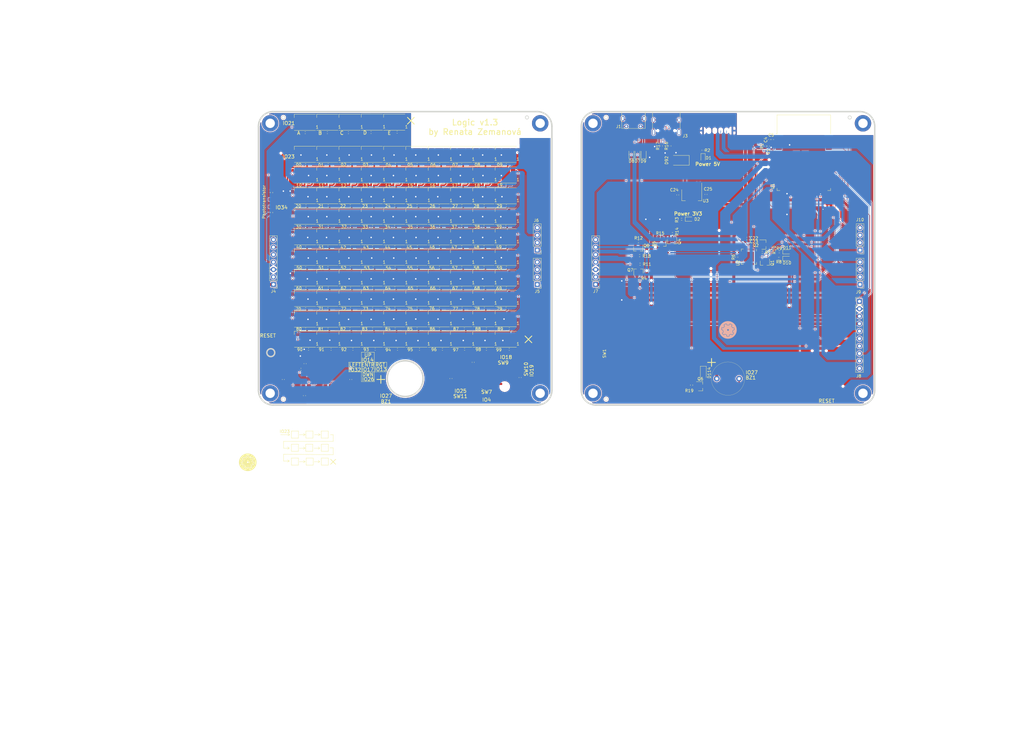
<source format=kicad_pcb>
(kicad_pcb (version 20171130) (host pcbnew "(5.1.9)-1")
  (layers (0 F.Cu signal) (31 B.Cu signal) (34 B.Paste user) (35 F.Paste user) (36 B.SilkS user) (37 F.SilkS user) (38 B.Mask user) (39 F.Mask user) (44 Edge.Cuts user))
  (net 0 "")
  (net 1 EN)
  (net 2 "Net-(D1-Pad1)")
  (net 3 "Net-(D2-Pad1)")
  (net 4 "Net-(D3-Pad2)")
  (net 5 "Net-(D4-Pad2)")
  (net 6 "Net-(D5-Pad2)")
  (net 7 "Net-(D7-Pad2)")
  (net 8 "Net-(D8-Pad2)")
  (net 9 "Net-(D10-Pad1)")
  (net 10 "Net-(D11-Pad1)")
  (net 11 "Net-(D12-Pad2)")
  (net 12 "Net-(D13-Pad2)")
  (net 13 "Net-(D14-Pad2)")
  (net 14 "Net-(D17-Pad2)")
  (net 15 "Net-(D18-Pad2)")
  (net 16 "Net-(D20-Pad2)")
  (net 17 "Net-(D22-Pad2)")
  (net 18 "Net-(D24-Pad2)")
  (net 19 "Net-(D25-Pad2)")
  (net 20 "Net-(D28-Pad2)")
  (net 21 "Net-(D29-Pad2)")
  (net 22 "Net-(D30-Pad2)")
  (net 23 "Net-(D32-Pad2)")
  (net 24 "Net-(D33-Pad2)")
  (net 25 "Net-(D34-Pad2)")
  (net 26 "Net-(D37-Pad2)")
  (net 27 "Net-(D38-Pad2)")
  (net 28 "Net-(D40-Pad2)")
  (net 29 "Net-(D42-Pad2)")
  (net 30 "Net-(D44-Pad2)")
  (net 31 "Net-(D45-Pad2)")
  (net 32 "Net-(D48-Pad2)")
  (net 33 "Net-(D49-Pad2)")
  (net 34 "Net-(D50-Pad2)")
  (net 35 "Net-(D52-Pad2)")
  (net 36 "Net-(D53-Pad2)")
  (net 37 "Net-(D54-Pad2)")
  (net 38 "Net-(D57-Pad2)")
  (net 39 "Net-(D58-Pad2)")
  (net 40 "Net-(D60-Pad2)")
  (net 41 "Net-(D62-Pad2)")
  (net 42 "Net-(D64-Pad2)")
  (net 43 "Net-(D65-Pad2)")
  (net 44 "Net-(D68-Pad2)")
  (net 45 "Net-(D69-Pad2)")
  (net 46 "Net-(D70-Pad2)")
  (net 47 "Net-(D72-Pad2)")
  (net 48 "Net-(D73-Pad2)")
  (net 49 "Net-(D74-Pad2)")
  (net 50 "Net-(D77-Pad2)")
  (net 51 "Net-(D78-Pad2)")
  (net 52 "Net-(D80-Pad2)")
  (net 53 "Net-(D82-Pad2)")
  (net 54 "Net-(D84-Pad2)")
  (net 55 "Net-(D85-Pad2)")
  (net 56 "Net-(D88-Pad2)")
  (net 57 "Net-(D89-Pad2)")
  (net 58 "Net-(D90-Pad2)")
  (net 59 "Net-(J1-Pad4)")
  (net 60 "Net-(Q1-Pad2)")
  (net 61 "Net-(Q1-Pad1)")
  (net 62 IO0)
  (net 63 "Net-(Q2-Pad2)")
  (net 64 "Net-(Q2-Pad1)")
  (net 65 ZAPINANI_1_CAST_LED)
  (net 66 "Net-(R6-Pad2)")
  (net 67 TX_ESP)
  (net 68 RX_ESP)
  (net 69 "Net-(U1-Pad32)")
  (net 70 "Net-(U1-Pad22)")
  (net 71 "Net-(U1-Pad21)")
  (net 72 "Net-(U1-Pad18)")
  (net 73 "Net-(U2-Pad27)")
  (net 74 "Net-(U2-Pad23)")
  (net 75 "Net-(U2-Pad22)")
  (net 76 "Net-(U2-Pad21)")
  (net 77 "Net-(U2-Pad20)")
  (net 78 "Net-(U2-Pad17)")
  (net 79 "Net-(U2-Pad16)")
  (net 80 "Net-(U2-Pad15)")
  (net 81 "Net-(U2-Pad14)")
  (net 82 "Net-(U2-Pad13)")
  (net 83 "Net-(U2-Pad12)")
  (net 84 "Net-(U2-Pad11)")
  (net 85 "Net-(U2-Pad10)")
  (net 86 "Net-(U2-Pad2)")
  (net 87 "Net-(U2-Pad1)")
  (net 88 "Net-(Q4-Pad3)")
  (net 89 "Net-(J1-Pad6)")
  (net 90 "Net-(R8-Pad2)")
  (net 91 "Net-(R9-Pad2)")
  (net 92 PIEZO)
  (net 93 "Net-(D15-Pad2)")
  (net 94 "Net-(D19-Pad2)")
  (net 95 "Net-(D23-Pad2)")
  (net 96 "Net-(D27-Pad2)")
  (net 97 "Net-(D35-Pad2)")
  (net 98 "Net-(D39-Pad2)")
  (net 99 "Net-(D43-Pad2)")
  (net 100 "Net-(D47-Pad2)")
  (net 101 "Net-(D55-Pad2)")
  (net 102 "Net-(D59-Pad2)")
  (net 103 "Net-(D63-Pad2)")
  (net 104 "Net-(D67-Pad2)")
  (net 105 "Net-(D75-Pad2)")
  (net 106 "Net-(D79-Pad2)")
  (net 107 "Net-(D83-Pad2)")
  (net 108 "Net-(D87-Pad2)")
  (net 109 "Net-(D93-Pad2)")
  (net 110 "Net-(D94-Pad2)")
  (net 111 "Net-(D95-Pad2)")
  (net 112 "Net-(D96-Pad2)")
  (net 113 "Net-(D98-Pad2)")
  (net 114 "Net-(D100-Pad4)")
  (net 115 "Net-(D100-Pad2)")
  (net 116 "Net-(D101-Pad2)")
  (net 117 "Net-(D103-Pad2)")
  (net 118 "Net-(D104-Pad2)")
  (net 119 "Net-(D105-Pad2)")
  (net 120 "Net-(D106-Pad2)")
  (net 121 "Net-(D108-Pad2)")
  (net 122 "Net-(D109-Pad2)")
  (net 123 "Net-(D110-Pad2)")
  (net 124 "Net-(D111-Pad2)")
  (net 125 "Net-(Q3-Pad1)")
  (net 126 "Net-(U1-Pad20)")
  (net 127 "Net-(U1-Pad19)")
  (net 128 "Net-(U1-Pad17)")
  (net 129 5V)
  (net 130 /ovladaci_prvky.sch/herni_pole_LED.sch/2.sch/DATA_IN)
  (net 131 /ovladaci_prvky.sch/herni_pole_LED.sch/3.sch/DATA_IN)
  (net 132 /ovladaci_prvky.sch/herni_pole_LED.sch/4.sch/DATA_IN)
  (net 133 /ovladaci_prvky.sch/herni_pole_LED.sch/5.sch/DATA_IN)
  (net 134 /ovladaci_prvky.sch/herni_pole_LED.sch/6.sch/DATA_IN)
  (net 135 /ovladaci_prvky.sch/herni_pole_LED.sch/7.sch/DATA_IN)
  (net 136 /ovladaci_prvky.sch/herni_pole_LED.sch/8.sch/DATA_IN)
  (net 137 /ovladaci_prvky.sch/herni_pole_LED.sch/9.sch/DATA_IN)
  (net 138 /ovladaci_prvky.sch/herni_pole_LED.sch/10.sch/DATA_IN)
  (net 139 /ovladaci_prvky.sch/herni_pole_LED.sch/11.sch/DATA_IN)
  (net 140 /ovladaci_prvky.sch/herni_pole_LED.sch/12.sch/DATA_IN)
  (net 141 /ovladaci_prvky.sch/herni_pole_LED.sch/13.sch/DATA_IN)
  (net 142 /ovladaci_prvky.sch/herni_pole_LED.sch/14.sch/DATA_IN)
  (net 143 /ovladaci_prvky.sch/herni_pole_LED.sch/15.sch/DATA_IN)
  (net 144 /ovladaci_prvky.sch/herni_pole_LED.sch/16.sch/DATA_IN)
  (net 145 /ovladaci_prvky.sch/herni_pole_LED.sch/17.sch/DATA_IN)
  (net 146 /ovladaci_prvky.sch/herni_pole_LED.sch/18.sch/DATA_IN)
  (net 147 /ovladaci_prvky.sch/herni_pole_LED.sch/19.sch/DATA_IN)
  (net 148 /ovladaci_prvky.sch/herni_pole_LED.sch/20.sch/DATA_IN)
  (net 149 /ovladaci_prvky.sch/herni_pole_LED.sch/20.sch/DATA_OUT)
  (net 150 "Net-(D113-Pad4)")
  (net 151 "Net-(D113-Pad2)")
  (net 152 "Net-(J3-PadB8)")
  (net 153 "Net-(J3-PadA5)")
  (net 154 "Net-(J3-PadA8)")
  (net 155 "Net-(J3-PadB5)")
  (net 156 "Net-(J3-PadS1)")
  (net 157 /elektronika.sch/GND)
  (net 158 /ovladaci_prvky.sch/GND)
  (net 159 /elektronika.sch/3V3)
  (net 160 /ovladaci_prvky.sch/DATA_ZADANI_LED)
  (net 161 /ovladaci_prvky.sch/DATA_HERNI_LED)
  (net 162 /ovladaci_prvky.sch/SENZOR_SVETLA)
  (net 163 /ovladaci_prvky.sch/3V3)
  (net 164 /elektronika.sch/DATA_HERNI_LED)
  (net 165 /elektronika.sch/DATA_ZADANI_LED)
  (net 166 /elektronika.sch/SENZOR_SVETLA)
  (net 167 /ovladaci_prvky.sch/V_LED_1)
  (net 168 /elektronika.sch/V_LED_1)
  (net 169 "Net-(BZ1-Pad2)")
  (net 170 "Net-(D9-Pad2)")
  (net 171 /ovladaci_prvky.sch/SW_2)
  (net 172 /ovladaci_prvky.sch/SW_3)
  (net 173 /ovladaci_prvky.sch/SW_4)
  (net 174 /ovladaci_prvky.sch/SW_5)
  (net 175 /ovladaci_prvky.sch/SW_8)
  (net 176 /ovladaci_prvky.sch/SW_9)
  (net 177 /ovladaci_prvky.sch/SW_10)
  (net 178 /ovladaci_prvky.sch/SW_11)
  (net 179 /ovladaci_prvky.sch/SW_7)
  (net 180 /elektronika.sch/SW_7)
  (net 181 /elektronika.sch/SW_10)
  (net 182 /elektronika.sch/SW_9)
  (net 183 /elektronika.sch/SW_11)
  (net 184 /elektronika.sch/SW_8)
  (net 185 /elektronika.sch/SW_3)
  (net 186 /elektronika.sch/SW_2)
  (net 187 /elektronika.sch/SW_4)
  (net 188 /elektronika.sch/SW_5)
  (net 189 IO2)
  (net 190 IO5)
  (net 191 IO12)
  (net 192 IO15)
  (net 193 DATA_ZADANI_LED_LS)
  (net 194 DATA_HERNI_LED_LS)
  (net 195 IO22)
  (net 196 "Net-(U1-Pad28)")
  (net 197 "Net-(U1-Pad27)")
  (net 198 "Net-(U1-Pad5)")
  (net 199 "Net-(U1-Pad4)")
  (net 200 "Net-(J8-Pad5)")
  (module my_library:ESP32-WROOM-32 (layer F.Cu) (at 215.83 62.015)
    (fp_text reference U1 (at -10.61 8.43 90) (layer F.SilkS))
    (fp_text value ESP32-WROOM-32)
    (pad 20 smd rect (at 8.5 14.5 180) (size 2 0.9) (layers F.Cu F.Paste F.Mask) (net 126 "Net-(U1-Pad20)"))
    (pad 21 smd rect (at 8.5 13.25 180) (size 2 0.9) (layers F.Cu F.Paste F.Mask) (net 71 "Net-(U1-Pad21)"))
    (pad 22 smd rect (at 8.5 12 180) (size 2 0.9) (layers F.Cu F.Paste F.Mask) (net 70 "Net-(U1-Pad22)"))
    (pad 23 smd rect (at 8.5 10.75 180) (size 2 0.9) (layers F.Cu F.Paste F.Mask) (net 192 IO15))
    (pad 24 smd rect (at 8.5 9.5 180) (size 2 0.9) (layers F.Cu F.Paste F.Mask) (net 189 IO2))
    (pad 19 smd rect (at -8.5 14.5 180) (size 2 0.9) (layers F.Cu F.Paste F.Mask) (net 127 "Net-(U1-Pad19)"))
    (pad 18 smd rect (at -8.5 13.25 180) (size 2 0.9) (layers F.Cu F.Paste F.Mask) (net 72 "Net-(U1-Pad18)"))
    (pad 17 smd rect (at -8.5 12 180) (size 2 0.9) (layers F.Cu F.Paste F.Mask) (net 128 "Net-(U1-Pad17)"))
    (pad 16 smd rect (at -8.5 10.75 180) (size 2 0.9) (layers F.Cu F.Paste F.Mask) (net 185 /elektronika.sch/SW_3))
    (pad 15 smd rect (at -8.5 9.5 180) (size 2 0.9) (layers F.Cu F.Paste F.Mask) (net 157 /elektronika.sch/GND))
    (pad 39 smd rect (at -1 -0.755) (size 5 5) (layers F.Cu F.Paste F.Mask) (net 157 /elektronika.sch/GND))
    (pad 1 smd rect (at -8.5 -8.255) (size 2 0.9) (layers F.Cu F.Paste F.Mask) (net 157 /elektronika.sch/GND))
    (pad 2 smd rect (at -8.5 -6.985) (size 2 0.9) (layers F.Cu F.Paste F.Mask) (net 159 /elektronika.sch/3V3))
    (pad 3 smd rect (at -8.5 -5.715) (size 2 0.9) (layers F.Cu F.Paste F.Mask) (net 1 EN))
    (pad 4 smd rect (at -8.5 -4.445) (size 2 0.9) (layers F.Cu F.Paste F.Mask) (net 199 "Net-(U1-Pad4)"))
    (pad 5 smd rect (at -8.5 -3.175) (size 2 0.9) (layers F.Cu F.Paste F.Mask) (net 198 "Net-(U1-Pad5)"))
    (pad 6 smd rect (at -8.5 -1.905) (size 2 0.9) (layers F.Cu F.Paste F.Mask) (net 166 /elektronika.sch/SENZOR_SVETLA))
    (pad 7 smd rect (at -8.5 -0.635) (size 2 0.9) (layers F.Cu F.Paste F.Mask) (net 186 /elektronika.sch/SW_2))
    (pad 8 smd rect (at -8.5 0.635) (size 2 0.9) (layers F.Cu F.Paste F.Mask) (net 187 /elektronika.sch/SW_4))
    (pad 9 smd rect (at -8.5 1.905) (size 2 0.9) (layers F.Cu F.Paste F.Mask) (net 65 ZAPINANI_1_CAST_LED))
    (pad 10 smd rect (at -8.5 3.175) (size 2 0.9) (layers F.Cu F.Paste F.Mask) (net 183 /elektronika.sch/SW_11))
    (pad 11 smd rect (at -8.5 4.445) (size 2 0.9) (layers F.Cu F.Paste F.Mask) (net 184 /elektronika.sch/SW_8))
    (pad 12 smd rect (at -8.5 5.715) (size 2 0.9) (layers F.Cu F.Paste F.Mask) (net 92 PIEZO))
    (pad 13 smd rect (at -8.5 6.985) (size 2 0.9) (layers F.Cu F.Paste F.Mask) (net 188 /elektronika.sch/SW_5))
    (pad 14 smd rect (at -8.5 8.255) (size 2 0.9) (layers F.Cu F.Paste F.Mask) (net 191 IO12))
    (pad 15 smd rect (at -5.715 9.255 90) (size 2 0.9) (layers F.Cu F.Paste F.Mask) (net 157 /elektronika.sch/GND))
    (pad 16 smd rect (at -4.445 9.255 90) (size 2 0.9) (layers F.Cu F.Paste F.Mask) (net 185 /elektronika.sch/SW_3))
    (pad 17 smd rect (at -3.175 9.255 90) (size 2 0.9) (layers F.Cu F.Paste F.Mask) (net 128 "Net-(U1-Pad17)"))
    (pad 18 smd rect (at -1.905 9.255 90) (size 2 0.9) (layers F.Cu F.Paste F.Mask) (net 72 "Net-(U1-Pad18)"))
    (pad 19 smd rect (at -0.635 9.255 90) (size 2 0.9) (layers F.Cu F.Paste F.Mask) (net 127 "Net-(U1-Pad19)"))
    (pad 20 smd rect (at 0.635 9.255 90) (size 2 0.9) (layers F.Cu F.Paste F.Mask) (net 126 "Net-(U1-Pad20)"))
    (pad 21 smd rect (at 1.905 9.255 90) (size 2 0.9) (layers F.Cu F.Paste F.Mask) (net 71 "Net-(U1-Pad21)"))
    (pad 22 smd rect (at 3.175 9.255 90) (size 2 0.9) (layers F.Cu F.Paste F.Mask) (net 70 "Net-(U1-Pad22)"))
    (pad 23 smd rect (at 4.445 9.255 90) (size 2 0.9) (layers F.Cu F.Paste F.Mask) (net 192 IO15))
    (pad 24 smd rect (at 5.715 9.255 90) (size 2 0.9) (layers F.Cu F.Paste F.Mask) (net 189 IO2))
    (pad 25 smd rect (at 8.5 8.255) (size 2 0.9) (layers F.Cu F.Paste F.Mask) (net 62 IO0))
    (pad 26 smd rect (at 8.5 6.985) (size 2 0.9) (layers F.Cu F.Paste F.Mask) (net 180 /elektronika.sch/SW_7))
    (pad 27 smd rect (at 8.5 5.715) (size 2 0.9) (layers F.Cu F.Paste F.Mask) (net 197 "Net-(U1-Pad27)"))
    (pad 28 smd rect (at 8.5 4.445) (size 2 0.9) (layers F.Cu F.Paste F.Mask) (net 196 "Net-(U1-Pad28)"))
    (pad 29 smd rect (at 8.5 3.175) (size 2 0.9) (layers F.Cu F.Paste F.Mask) (net 190 IO5))
    (pad 30 smd rect (at 8.5 1.905) (size 2 0.9) (layers F.Cu F.Paste F.Mask) (net 182 /elektronika.sch/SW_9))
    (pad 31 smd rect (at 8.5 0.635) (size 2 0.9) (layers F.Cu F.Paste F.Mask) (net 181 /elektronika.sch/SW_10))
    (pad 32 smd rect (at 8.5 -0.635) (size 2 0.9) (layers F.Cu F.Paste F.Mask) (net 69 "Net-(U1-Pad32)"))
    (pad 33 smd rect (at 8.5 -1.905) (size 2 0.9) (layers F.Cu F.Paste F.Mask) (net 193 DATA_ZADANI_LED_LS))
    (pad 34 smd rect (at 8.5 -3.175) (size 2 0.9) (layers F.Cu F.Paste F.Mask) (net 68 RX_ESP))
    (pad 35 smd rect (at 8.5 -4.445) (size 2 0.9) (layers F.Cu F.Paste F.Mask) (net 67 TX_ESP))
    (pad 36 smd rect (at 8.5 -5.715) (size 2 0.9) (layers F.Cu F.Paste F.Mask) (net 195 IO22))
    (pad 37 smd rect (at 8.5 -6.985) (size 2 0.9) (layers F.Cu F.Paste F.Mask) (net 194 DATA_HERNI_LED_LS))
    (pad 38 smd rect (at 8.5 -8.255) (size 2 0.9) (layers F.Cu F.Paste F.Mask) (net 157 /elektronika.sch/GND))
  )
  (module my_library:Tactile_switch (layer F.Cu) (at 115.2 136)
    (fp_text reference SW10 (at 6 -3.25 270) (layer F.SilkS) (effects (font (size 1.2 1.2) (thickness 0.2))))
    (fp_text value button)
    (pad 4 smd rect (at -2.8 -1.85) (size 1.3 0.7) (layers F.Cu F.Paste F.Mask))
    (pad 3 smd rect (at -2.8 1.8) (size 1.3 0.7) (layers F.Cu F.Paste F.Mask))
    (pad 2 smd rect (at 2.8 1.8) (size 1.3 0.7) (layers F.Cu F.Paste F.Mask) (net 158 /ovladaci_prvky.sch/GND))
    (pad 1 smd rect (at 2.8 -1.85) (size 1.3 0.7) (layers F.Cu F.Paste F.Mask) (net 177 /ovladaci_prvky.sch/SW_10))
  )
  (module Capacitor_SMD:C_0402_1005Metric (layer F.Cu) (at 119.15 135.63 90)
    (fp_text reference C19 hide)
    (fp_text value 10n)
    (pad 2 smd roundrect (at 0.48 0 90) (size 0.56 0.62) (layers F.Cu F.Paste F.Mask) (net 177 /ovladaci_prvky.sch/SW_10))
    (pad 1 smd roundrect (at -0.48 0 90) (size 0.56 0.62) (layers F.Cu F.Paste F.Mask) (net 158 /ovladaci_prvky.sch/GND))
  )
  (module Connector_PinHeader_2.54mm:PinHeader_1x04_P2.54mm_Vertical (layer F.Cu) (at 235 92.2 180)
    (fp_text reference J10 (at 0 10.35) (layer F.SilkS))
    (fp_text value Conn_01x04_Male)
    (pad 4 thru_hole oval (at 0 7.62 180) (size 1.7 1.7) (drill 1) (layers *.Cu *.Mask) (net 181 /elektronika.sch/SW_10))
    (pad 3 thru_hole oval (at 0 5.08 180) (size 1.7 1.7) (drill 1) (layers *.Cu *.Mask) (net 182 /elektronika.sch/SW_9))
    (pad 2 thru_hole oval (at 0 2.54 180) (size 1.7 1.7) (drill 1) (layers *.Cu *.Mask) (net 183 /elektronika.sch/SW_11))
    (pad 1 thru_hole rect (at 0 0 180) (size 1.7 1.7) (drill 1) (layers *.Cu *.Mask) (net 184 /elektronika.sch/SW_8))
  )
  (module Connector_PinHeader_2.54mm:PinHeader_1x04_P2.54mm_Vertical (layer F.Cu) (at 235 103.9 180)
    (fp_text reference J9 (at 0.55 -2.6) (layer F.SilkS))
    (fp_text value Conn_01x04_Male)
    (pad 4 thru_hole oval (at 0 7.62 180) (size 1.7 1.7) (drill 1) (layers *.Cu *.Mask) (net 185 /elektronika.sch/SW_3))
    (pad 3 thru_hole oval (at 0 5.08 180) (size 1.7 1.7) (drill 1) (layers *.Cu *.Mask) (net 186 /elektronika.sch/SW_2))
    (pad 2 thru_hole oval (at 0 2.54 180) (size 1.7 1.7) (drill 1) (layers *.Cu *.Mask) (net 187 /elektronika.sch/SW_4))
    (pad 1 thru_hole rect (at 0 0 180) (size 1.7 1.7) (drill 1) (layers *.Cu *.Mask) (net 188 /elektronika.sch/SW_5))
  )
  (module Connector_PinHeader_2.54mm:PinHeader_1x10_P2.54mm_Vertical (layer F.Cu) (at 234.8 109.66)
    (fp_text reference J8 (at -0.25 25.49) (layer F.SilkS))
    (fp_text value Conn_01x10_Male)
    (pad 10 thru_hole oval (at 0 22.86) (size 1.7 1.7) (drill 1) (layers *.Cu *.Mask) (net 62 IO0))
    (pad 9 thru_hole oval (at 0 20.32) (size 1.7 1.7) (drill 1) (layers *.Cu *.Mask) (net 189 IO2))
    (pad 8 thru_hole oval (at 0 17.78) (size 1.7 1.7) (drill 1) (layers *.Cu *.Mask) (net 190 IO5))
    (pad 7 thru_hole oval (at 0 15.24) (size 1.7 1.7) (drill 1) (layers *.Cu *.Mask) (net 191 IO12))
    (pad 6 thru_hole oval (at 0 12.7) (size 1.7 1.7) (drill 1) (layers *.Cu *.Mask) (net 192 IO15))
    (pad 5 thru_hole oval (at 0 10.16) (size 1.7 1.7) (drill 1) (layers *.Cu *.Mask) (net 200 "Net-(J8-Pad5)"))
    (pad 4 thru_hole oval (at 0 7.62) (size 1.7 1.7) (drill 1) (layers *.Cu *.Mask) (net 129 5V))
    (pad 3 thru_hole oval (at 0 5.08) (size 1.7 1.7) (drill 1) (layers *.Cu *.Mask) (net 159 /elektronika.sch/3V3))
    (pad 2 thru_hole oval (at 0 2.54) (size 1.7 1.7) (drill 1) (layers *.Cu *.Mask) (net 157 /elektronika.sch/GND))
    (pad 1 thru_hole rect (at 0 0) (size 1.7 1.7) (drill 1) (layers *.Cu *.Mask) (net 195 IO22))
  )
  (module Connector_PinHeader_2.54mm:PinHeader_1x07_P2.54mm_Vertical (layer F.Cu) (at 144.9 103.9 180)
    (fp_text reference J7 (at 0 -2.33) (layer F.SilkS))
    (fp_text value Conn_01x07_Male)
    (pad 7 thru_hole oval (at 0 15.24 180) (size 1.7 1.7) (drill 1) (layers *.Cu *.Mask) (net 166 /elektronika.sch/SENZOR_SVETLA))
    (pad 6 thru_hole oval (at 0 12.7 180) (size 1.7 1.7) (drill 1) (layers *.Cu *.Mask) (net 168 /elektronika.sch/V_LED_1))
    (pad 5 thru_hole oval (at 0 10.16 180) (size 1.7 1.7) (drill 1) (layers *.Cu *.Mask) (net 164 /elektronika.sch/DATA_HERNI_LED))
    (pad 4 thru_hole oval (at 0 7.62 180) (size 1.7 1.7) (drill 1) (layers *.Cu *.Mask) (net 165 /elektronika.sch/DATA_ZADANI_LED))
    (pad 3 thru_hole oval (at 0 5.08 180) (size 1.7 1.7) (drill 1) (layers *.Cu *.Mask) (net 157 /elektronika.sch/GND))
    (pad 2 thru_hole oval (at 0 2.54 180) (size 1.7 1.7) (drill 1) (layers *.Cu *.Mask) (net 180 /elektronika.sch/SW_7))
    (pad 1 thru_hole rect (at 0 0 180) (size 1.7 1.7) (drill 1) (layers *.Cu *.Mask) (net 159 /elektronika.sch/3V3))
  )
  (module Connector_PinHeader_2.54mm:PinHeader_1x04_P2.54mm_Vertical (layer F.Cu) (at 125 92.2 180)
    (fp_text reference J6 (at 0.3 10.1) (layer F.SilkS))
    (fp_text value Conn_01x04_Female)
    (pad 4 thru_hole oval (at 0 7.62 180) (size 1.7 1.7) (drill 1) (layers *.Cu *.Mask) (net 177 /ovladaci_prvky.sch/SW_10))
    (pad 3 thru_hole oval (at 0 5.08 180) (size 1.7 1.7) (drill 1) (layers *.Cu *.Mask) (net 176 /ovladaci_prvky.sch/SW_9))
    (pad 2 thru_hole oval (at 0 2.54 180) (size 1.7 1.7) (drill 1) (layers *.Cu *.Mask) (net 178 /ovladaci_prvky.sch/SW_11))
    (pad 1 thru_hole rect (at 0 0 180) (size 1.7 1.7) (drill 1) (layers *.Cu *.Mask) (net 175 /ovladaci_prvky.sch/SW_8))
  )
  (module Connector_PinHeader_2.54mm:PinHeader_1x04_P2.54mm_Vertical (layer F.Cu) (at 125 103.92 180)
    (fp_text reference J5 (at 0 -2.33) (layer F.SilkS))
    (fp_text value Conn_01x04_Female)
    (pad 4 thru_hole oval (at 0 7.62 180) (size 1.7 1.7) (drill 1) (layers *.Cu *.Mask) (net 172 /ovladaci_prvky.sch/SW_3))
    (pad 3 thru_hole oval (at 0 5.08 180) (size 1.7 1.7) (drill 1) (layers *.Cu *.Mask) (net 171 /ovladaci_prvky.sch/SW_2))
    (pad 2 thru_hole oval (at 0 2.54 180) (size 1.7 1.7) (drill 1) (layers *.Cu *.Mask) (net 173 /ovladaci_prvky.sch/SW_4))
    (pad 1 thru_hole rect (at 0 0 180) (size 1.7 1.7) (drill 1) (layers *.Cu *.Mask) (net 174 /ovladaci_prvky.sch/SW_5))
  )
  (module Connector_PinHeader_2.54mm:PinHeader_1x07_P2.54mm_Vertical (layer F.Cu) (at 35.1 103.9 180)
    (fp_text reference J4 (at 0 -2.33) (layer F.SilkS))
    (fp_text value Conn_01x07_Female)
    (pad 7 thru_hole oval (at 0 15.24 180) (size 1.7 1.7) (drill 1) (layers *.Cu *.Mask) (net 162 /ovladaci_prvky.sch/SENZOR_SVETLA))
    (pad 6 thru_hole oval (at 0 12.7 180) (size 1.7 1.7) (drill 1) (layers *.Cu *.Mask) (net 167 /ovladaci_prvky.sch/V_LED_1))
    (pad 5 thru_hole oval (at 0 10.16 180) (size 1.7 1.7) (drill 1) (layers *.Cu *.Mask) (net 161 /ovladaci_prvky.sch/DATA_HERNI_LED))
    (pad 4 thru_hole oval (at 0 7.62 180) (size 1.7 1.7) (drill 1) (layers *.Cu *.Mask) (net 160 /ovladaci_prvky.sch/DATA_ZADANI_LED))
    (pad 3 thru_hole oval (at 0 5.08 180) (size 1.7 1.7) (drill 1) (layers *.Cu *.Mask) (net 158 /ovladaci_prvky.sch/GND))
    (pad 2 thru_hole oval (at 0 2.54 180) (size 1.7 1.7) (drill 1) (layers *.Cu *.Mask) (net 179 /ovladaci_prvky.sch/SW_7))
    (pad 1 thru_hole rect (at 0 0 180) (size 1.7 1.7) (drill 1) (layers *.Cu *.Mask) (net 163 /ovladaci_prvky.sch/3V3))
  )
  (module my_library:USB_micro_JLCPCB_con (layer F.Cu) (at 157.78 47.4 180)
    (fp_text reference J1 (at 5.08 -2.7) (layer F.SilkS))
    (fp_text value USB_B_Micro)
    (pad 4 smd rect (at 0.65 -2.65 180) (size 0.4 1.35) (layers F.Cu F.Paste F.Mask) (net 59 "Net-(J1-Pad4)"))
    (pad 2 smd rect (at -0.65 -2.65 180) (size 0.4 1.35) (layers F.Cu F.Paste F.Mask) (net 7 "Net-(D7-Pad2)"))
    (pad 1 smd rect (at -1.3 -2.65 180) (size 0.4 1.35) (layers F.Cu F.Paste F.Mask) (net 170 "Net-(D9-Pad2)"))
    (pad 5 smd rect (at 1.3 -2.65 180) (size 0.4 1.35) (layers F.Cu F.Paste F.Mask) (net 157 /elektronika.sch/GND))
    (pad 3 smd rect (at 0 -2.65 180) (size 0.4 1.35) (layers F.Cu F.Paste F.Mask) (net 8 "Net-(D8-Pad2)"))
    (pad 6 thru_hole oval (at 3.6 0 180) (size 1.1 1.8) (drill oval 0.5 1.2) (layers *.Cu *.Mask) (net 89 "Net-(J1-Pad6)"))
    (pad 6 thru_hole oval (at -3.6 0 180) (size 1.1 1.8) (drill oval 0.5 1.2) (layers *.Cu *.Mask) (net 89 "Net-(J1-Pad6)"))
    (pad 6 thru_hole circle (at 2.43 -2.65 180) (size 1.3 1.3) (drill 0.7) (layers *.Cu *.Mask) (net 89 "Net-(J1-Pad6)"))
    (pad 6 thru_hole circle (at -2.43 -2.65 180) (size 1.3 1.3) (drill 0.7) (layers *.Cu *.Mask) (net 89 "Net-(J1-Pad6)"))
  )
  (module Package_TO_SOT_SMD:SOT-23 (layer F.Cu) (at 159.4 91.75 270)
    (fp_text reference Q8 (at -1.05 -2.8 180) (layer F.SilkS))
    (fp_text value Q_NMOS_GSD)
    (pad 3 smd rect (at 1 0 270) (size 0.9 0.8) (layers F.Cu F.Paste F.Mask) (net 164 /elektronika.sch/DATA_HERNI_LED))
    (pad 2 smd rect (at -1 0.95 270) (size 0.9 0.8) (layers F.Cu F.Paste F.Mask) (net 194 DATA_HERNI_LED_LS))
    (pad 1 smd rect (at -1 -0.95 270) (size 0.9 0.8) (layers F.Cu F.Paste F.Mask) (net 159 /elektronika.sch/3V3))
  )
  (module Resistor_SMD:R_0402_1005Metric (layer F.Cu) (at 159.89 94.1 180)
    (fp_text reference R18 (at -2.41 -0.1) (layer F.SilkS))
    (fp_text value 10k)
    (pad 2 smd roundrect (at 0.51 0 180) (size 0.54 0.64) (layers F.Cu F.Paste F.Mask) (net 164 /elektronika.sch/DATA_HERNI_LED))
    (pad 1 smd roundrect (at -0.51 0 180) (size 0.54 0.64) (layers F.Cu F.Paste F.Mask) (net 129 5V))
  )
  (module Resistor_SMD:R_0402_1005Metric (layer F.Cu) (at 159.49 89.3 180)
    (fp_text reference R12 (at -0.01 1.2) (layer F.SilkS))
    (fp_text value 10k)
    (pad 2 smd roundrect (at 0.51 0 180) (size 0.54 0.64) (layers F.Cu F.Paste F.Mask) (net 194 DATA_HERNI_LED_LS))
    (pad 1 smd roundrect (at -0.51 0 180) (size 0.54 0.64) (layers F.Cu F.Paste F.Mask) (net 159 /elektronika.sch/3V3))
  )
  (module Resistor_SMD:R_0402_1005Metric (layer F.Cu) (at 160.03 97 180)
    (fp_text reference R11 (at -2.37 0) (layer F.SilkS))
    (fp_text value 10k)
    (pad 2 smd roundrect (at 0.51 0 180) (size 0.54 0.64) (layers F.Cu F.Paste F.Mask) (net 165 /elektronika.sch/DATA_ZADANI_LED))
    (pad 1 smd roundrect (at -0.51 0 180) (size 0.54 0.64) (layers F.Cu F.Paste F.Mask) (net 129 5V))
  )
  (module Resistor_SMD:R_0402_1005Metric (layer F.Cu) (at 159.49 101.8)
    (fp_text reference R4 (at 1.91 0.1) (layer F.SilkS))
    (fp_text value 10k)
    (pad 2 smd roundrect (at 0.51 0) (size 0.54 0.64) (layers F.Cu F.Paste F.Mask) (net 193 DATA_ZADANI_LED_LS))
    (pad 1 smd roundrect (at -0.51 0) (size 0.54 0.64) (layers F.Cu F.Paste F.Mask) (net 159 /elektronika.sch/3V3))
  )
  (module Package_TO_SOT_SMD:SOT-23 (layer F.Cu) (at 159.5 99.4 90)
    (fp_text reference Q7 (at 0.4 -2.8 180) (layer F.SilkS))
    (fp_text value Q_NMOS_GSD)
    (pad 3 smd rect (at 1 0 90) (size 0.9 0.8) (layers F.Cu F.Paste F.Mask) (net 165 /elektronika.sch/DATA_ZADANI_LED))
    (pad 2 smd rect (at -1 0.95 90) (size 0.9 0.8) (layers F.Cu F.Paste F.Mask) (net 193 DATA_ZADANI_LED_LS))
    (pad 1 smd rect (at -1 -0.95 90) (size 0.9 0.8) (layers F.Cu F.Paste F.Mask) (net 159 /elektronika.sch/3V3))
  )
  (module my_library:Tactile_switch (layer F.Cu) (at 144.4 127.45 270)
    (fp_text reference SW1 (at 0 -3.5 270) (layer F.SilkS))
    (fp_text value button)
    (pad 4 smd rect (at -2.8 -1.85 270) (size 1.3 0.7) (layers F.Cu F.Paste F.Mask))
    (pad 3 smd rect (at -2.8 1.8 270) (size 1.3 0.7) (layers F.Cu F.Paste F.Mask))
    (pad 2 smd rect (at 2.8 1.8 270) (size 1.3 0.7) (layers F.Cu F.Paste F.Mask) (net 157 /elektronika.sch/GND))
    (pad 1 smd rect (at 2.8 -1.85 270) (size 1.3 0.7) (layers F.Cu F.Paste F.Mask) (net 1 EN))
  )
  (module my_library:SMD,3.5x2.8x1.9mm (layer F.Cu) (at 34.5 76.2 90)
    (fp_text reference Q3 hide)
    (fp_text value Q_Photo_NPN)
    (pad 2 smd rect (at 1.25 0 90) (size 1 2.1) (layers F.Cu F.Paste F.Mask) (net 162 /ovladaci_prvky.sch/SENZOR_SVETLA))
    (pad 1 smd rect (at -1.25 0 90) (size 1 2.1) (layers F.Cu F.Paste F.Mask) (net 125 "Net-(Q3-Pad1)"))
  )
  (module Package_TO_SOT_SMD:SOT-223-3_TabPin2 (layer F.Cu) (at 177.66 73.44 270)
    (fp_text reference U3 (at 1.96 -4.74 180) (layer F.SilkS))
    (fp_text value AMS1117-3.3)
    (pad 1 smd rect (at -3.15 -2.3 270) (size 2 1.5) (layers F.Cu F.Paste F.Mask) (net 157 /elektronika.sch/GND))
    (pad 3 smd rect (at -3.15 2.3 270) (size 2 1.5) (layers F.Cu F.Paste F.Mask) (net 129 5V))
    (pad 2 smd rect (at -3.15 0 270) (size 2 1.5) (layers F.Cu F.Paste F.Mask) (net 159 /elektronika.sch/3V3))
    (pad 2 smd rect (at 3.15 0 270) (size 2 3.8) (layers F.Cu F.Paste F.Mask) (net 159 /elektronika.sch/3V3))
  )
  (module Capacitor_SMD:C_0402_1005Metric (layer F.Cu) (at 182.5 73.22 90)
    (fp_text reference C25 (at 1.82 0.7 180) (layer F.SilkS))
    (fp_text value 10u)
    (pad 2 smd roundrect (at 0.48 0 90) (size 0.56 0.62) (layers F.Cu F.Paste F.Mask) (net 157 /elektronika.sch/GND))
    (pad 1 smd roundrect (at -0.48 0 90) (size 0.56 0.62) (layers F.Cu F.Paste F.Mask) (net 159 /elektronika.sch/3V3))
  )
  (module Capacitor_SMD:C_0402_1005Metric (layer F.Cu) (at 172.9 73.4 270)
    (fp_text reference C24 (at -1.7 1.2 180) (layer F.SilkS))
    (fp_text value 10u)
    (pad 2 smd roundrect (at 0.48 0 270) (size 0.56 0.62) (layers F.Cu F.Paste F.Mask) (net 157 /elektronika.sch/GND))
    (pad 1 smd roundrect (at -0.48 0 270) (size 0.56 0.62) (layers F.Cu F.Paste F.Mask) (net 129 5V))
  )
  (module LED_SMD:LED_WS2812B_PLCC4_5.0x5.0mm_P3.2mm (layer F.Cu) (at 61.1 101.7 180)
    (fp_text reference D74 hide)
    (fp_text value WS2812C)
    (fp_text user 1 (at -4.15 -1.6) (layer F.SilkS))
    (pad 1 smd rect (at -2.45 -1.6 180) (size 1.5 1) (layers F.Cu F.Paste F.Mask) (net 167 /ovladaci_prvky.sch/V_LED_1))
    (pad 2 smd rect (at -2.45 1.6 180) (size 1.5 1) (layers F.Cu F.Paste F.Mask) (net 49 "Net-(D74-Pad2)"))
    (pad 4 smd rect (at 2.45 -1.6 180) (size 1.5 1) (layers F.Cu F.Paste F.Mask) (net 48 "Net-(D73-Pad2)"))
    (pad 3 smd rect (at 2.45 1.6 180) (size 1.5 1) (layers F.Cu F.Paste F.Mask) (net 158 /ovladaci_prvky.sch/GND))
  )
  (module Resistor_SMD:R_0402_1005Metric (layer F.Cu) (at 177.6 138.21 90)
    (fp_text reference R19 (at -1.89 -0.8 180) (layer F.SilkS))
    (fp_text value 100k)
    (pad 2 smd roundrect (at 0.51 0 90) (size 0.54 0.64) (layers F.Cu F.Paste F.Mask) (net 92 PIEZO))
    (pad 1 smd roundrect (at -0.51 0 90) (size 0.54 0.64) (layers F.Cu F.Paste F.Mask) (net 157 /elektronika.sch/GND))
  )
  (module Package_TO_SOT_SMD:SOT-23 (layer F.Cu) (at 180.6 138.6)
    (fp_text reference Q6 (at 0 -2.5) (layer F.SilkS))
    (fp_text value Q_NMOS_GSD)
    (pad 3 smd rect (at 1 0) (size 0.9 0.8) (layers F.Cu F.Paste F.Mask) (net 169 "Net-(BZ1-Pad2)"))
    (pad 2 smd rect (at -1 0.95) (size 0.9 0.8) (layers F.Cu F.Paste F.Mask) (net 157 /elektronika.sch/GND))
    (pad 1 smd rect (at -1 -0.95) (size 0.9 0.8) (layers F.Cu F.Paste F.Mask) (net 92 PIEZO))
  )
  (module Diode_SMD:D_SOD-123 (layer F.Cu) (at 181.6 134 270)
    (fp_text reference D114 (at 0 -2 90) (layer F.SilkS))
    (fp_text value D_Schottky)
    (pad 2 smd rect (at 1.65 0 270) (size 0.9 1.2) (layers F.Cu F.Paste F.Mask) (net 169 "Net-(BZ1-Pad2)"))
    (pad 1 smd rect (at -1.65 0 270) (size 0.9 1.2) (layers F.Cu F.Paste F.Mask) (net 129 5V))
  )
  (module my_library:Tactile_switch (layer F.Cu) (at 107.75 135.95 180)
    (fp_text reference SW7 (at 0 -4.6) (layer F.SilkS) (effects (font (size 1.2 1.2) (thickness 0.2))))
    (fp_text value button)
    (pad 4 smd rect (at -2.8 -1.85 180) (size 1.3 0.7) (layers F.Cu F.Paste F.Mask))
    (pad 3 smd rect (at -2.8 1.8 180) (size 1.3 0.7) (layers F.Cu F.Paste F.Mask))
    (pad 2 smd rect (at 2.8 1.8 180) (size 1.3 0.7) (layers F.Cu F.Paste F.Mask) (net 158 /ovladaci_prvky.sch/GND))
    (pad 1 smd rect (at 2.8 -1.85 180) (size 1.3 0.7) (layers F.Cu F.Paste F.Mask) (net 179 /ovladaci_prvky.sch/SW_7))
  )
  (module Capacitor_SMD:C_0402_1005Metric (layer F.Cu) (at 106.15 139.85 180)
    (fp_text reference C126 hide)
    (fp_text value 10n)
    (pad 2 smd roundrect (at 0.48 0 180) (size 0.56 0.62) (layers F.Cu F.Paste F.Mask) (net 179 /ovladaci_prvky.sch/SW_7))
    (pad 1 smd roundrect (at -0.48 0 180) (size 0.56 0.62) (layers F.Cu F.Paste F.Mask) (net 158 /ovladaci_prvky.sch/GND))
  )
  (module Connector_USB:USB_C_Receptacle_HRO_TYPE-C-31-M-12 (layer F.Cu) (at 168.98 48.9 180)
    (fp_text reference J3 (at -6.42 -4.4) (layer F.SilkS))
    (fp_text value USB_C_Receptacle_USB2.0)
    (pad B1 smd rect (at 3.25 -4.045 180) (size 0.6 1.45) (layers F.Cu F.Paste F.Mask) (net 157 /elektronika.sch/GND))
    (pad A9 smd rect (at 2.45 -4.045 180) (size 0.6 1.45) (layers F.Cu F.Paste F.Mask) (net 170 "Net-(D9-Pad2)"))
    (pad B9 smd rect (at -2.45 -4.045 180) (size 0.6 1.45) (layers F.Cu F.Paste F.Mask) (net 170 "Net-(D9-Pad2)"))
    (pad B12 smd rect (at -3.25 -4.045 180) (size 0.6 1.45) (layers F.Cu F.Paste F.Mask) (net 157 /elektronika.sch/GND))
    (pad A1 smd rect (at -3.25 -4.045 180) (size 0.6 1.45) (layers F.Cu F.Paste F.Mask) (net 157 /elektronika.sch/GND))
    (pad A4 smd rect (at -2.45 -4.045 180) (size 0.6 1.45) (layers F.Cu F.Paste F.Mask) (net 170 "Net-(D9-Pad2)"))
    (pad B4 smd rect (at 2.45 -4.045 180) (size 0.6 1.45) (layers F.Cu F.Paste F.Mask) (net 170 "Net-(D9-Pad2)"))
    (pad A12 smd rect (at 3.25 -4.045 180) (size 0.6 1.45) (layers F.Cu F.Paste F.Mask) (net 157 /elektronika.sch/GND))
    (pad B8 smd rect (at -1.75 -4.045 180) (size 0.3 1.45) (layers F.Cu F.Paste F.Mask) (net 152 "Net-(J3-PadB8)"))
    (pad A5 smd rect (at -1.25 -4.045 180) (size 0.3 1.45) (layers F.Cu F.Paste F.Mask) (net 153 "Net-(J3-PadA5)"))
    (pad B7 smd rect (at -0.75 -4.045 180) (size 0.3 1.45) (layers F.Cu F.Paste F.Mask) (net 7 "Net-(D7-Pad2)"))
    (pad A7 smd rect (at 0.25 -4.045 180) (size 0.3 1.45) (layers F.Cu F.Paste F.Mask) (net 7 "Net-(D7-Pad2)"))
    (pad B6 smd rect (at 0.75 -4.045 180) (size 0.3 1.45) (layers F.Cu F.Paste F.Mask) (net 8 "Net-(D8-Pad2)"))
    (pad A8 smd rect (at 1.25 -4.045 180) (size 0.3 1.45) (layers F.Cu F.Paste F.Mask) (net 154 "Net-(J3-PadA8)"))
    (pad B5 smd rect (at 1.75 -4.045 180) (size 0.3 1.45) (layers F.Cu F.Paste F.Mask) (net 155 "Net-(J3-PadB5)"))
    (pad A6 smd rect (at -0.25 -4.045 180) (size 0.3 1.45) (layers F.Cu F.Paste F.Mask) (net 8 "Net-(D8-Pad2)"))
    (pad S1 thru_hole oval (at 4.32 -3.13 180) (size 1 2.1) (drill oval 0.6 1.7) (layers *.Cu *.Mask) (net 156 "Net-(J3-PadS1)"))
    (pad S1 thru_hole oval (at -4.32 -3.13 180) (size 1 2.1) (drill oval 0.6 1.7) (layers *.Cu *.Mask) (net 156 "Net-(J3-PadS1)"))
    (pad "" np_thru_hole circle (at -2.89 -2.6 180) (size 0.65 0.65) (drill 0.65) (layers *.Cu *.Mask))
    (pad S1 thru_hole oval (at -4.32 1.05 180) (size 1 1.6) (drill oval 0.6 1.2) (layers *.Cu *.Mask) (net 156 "Net-(J3-PadS1)"))
    (pad "" np_thru_hole circle (at 2.89 -2.6 180) (size 0.65 0.65) (drill 0.65) (layers *.Cu *.Mask))
    (pad S1 thru_hole oval (at 4.32 1.05 180) (size 1 1.6) (drill oval 0.6 1.2) (layers *.Cu *.Mask) (net 156 "Net-(J3-PadS1)"))
  )
  (module Resistor_SMD:R_0402_1005Metric (layer F.Cu) (at 167.28 56.7 90)
    (fp_text reference R17 (at 0 -1.17 90) (layer F.SilkS))
    (fp_text value 5k1)
    (pad 2 smd roundrect (at 0.51 0 90) (size 0.54 0.64) (layers F.Cu F.Paste F.Mask) (net 155 "Net-(J3-PadB5)"))
    (pad 1 smd roundrect (at -0.51 0 90) (size 0.54 0.64) (layers F.Cu F.Paste F.Mask) (net 157 /elektronika.sch/GND))
  )
  (module Resistor_SMD:R_0402_1005Metric (layer F.Cu) (at 170.2 56.71 90)
    (fp_text reference R16 (at 0 -1.17 90) (layer F.SilkS))
    (fp_text value 5k1)
    (pad 2 smd roundrect (at 0.51 0 90) (size 0.54 0.64) (layers F.Cu F.Paste F.Mask) (net 153 "Net-(J3-PadA5)"))
    (pad 1 smd roundrect (at -0.51 0 90) (size 0.54 0.64) (layers F.Cu F.Paste F.Mask) (net 157 /elektronika.sch/GND))
  )
  (module my_library:RobotarnaLogo-6mm (layer B.Cu) (at 189.98 119.4)
    (fp_text reference DRA2 hide)
    (fp_text value Logo_Robotarna hide)
  )
  (module my_library:RobotarnaLogo-6mm (layer F.Cu) (at 26.35 164.5)
    (fp_text reference DRA1 hide)
    (fp_text value Logo_Robotarna hide)
  )
  (module MountingHole:MountingHole_3.2mm_M3_DIN965_Pad (layer F.Cu) (at 126 141)
    (fp_text reference H8 hide)
    (fp_text value MountingHole)
    (pad 1 thru_hole circle (at 0 0) (size 5.6 5.6) (drill 3.2) (layers *.Cu *.Mask))
  )
  (module MountingHole:MountingHole_3.2mm_M3_DIN965_Pad (layer F.Cu) (at 34 141)
    (fp_text reference H7 hide)
    (fp_text value MountingHole)
    (pad 1 thru_hole circle (at 0 0) (size 5.6 5.6) (drill 3.2) (layers *.Cu *.Mask))
  )
  (module MountingHole:MountingHole_3.2mm_M3_DIN965_Pad (layer F.Cu) (at 126 49)
    (fp_text reference H6 hide)
    (fp_text value MountingHole)
    (pad 1 thru_hole circle (at 0 0) (size 5.6 5.6) (drill 3.2) (layers *.Cu *.Mask))
  )
  (module MountingHole:MountingHole_3.2mm_M3_DIN965_Pad (layer F.Cu) (at 34 49)
    (fp_text reference H5 hide)
    (fp_text value MountingHole)
    (pad 1 thru_hole circle (at 0 0) (size 5.6 5.6) (drill 3.2) (layers *.Cu *.Mask))
  )
  (module LED_SMD:LED_WS2812B_PLCC4_5.0x5.0mm_P3.2mm (layer F.Cu) (at 76.28 48.6 180)
    (fp_text reference D113 hide)
    (fp_text value WS2812C)
    (fp_text user 1 (at -4.15 -1.6) (layer F.SilkS))
    (pad 1 smd rect (at -2.45 -1.6 180) (size 1.5 1) (layers F.Cu F.Paste F.Mask) (net 167 /ovladaci_prvky.sch/V_LED_1))
    (pad 2 smd rect (at -2.45 1.6 180) (size 1.5 1) (layers F.Cu F.Paste F.Mask) (net 151 "Net-(D113-Pad2)"))
    (pad 4 smd rect (at 2.45 -1.6 180) (size 1.5 1) (layers F.Cu F.Paste F.Mask) (net 150 "Net-(D113-Pad4)"))
    (pad 3 smd rect (at 2.45 1.6 180) (size 1.5 1) (layers F.Cu F.Paste F.Mask) (net 158 /ovladaci_prvky.sch/GND))
  )
  (module Capacitor_SMD:C_0402_1005Metric (layer F.Cu) (at 77.26 52 180)
    (fp_text reference C125 hide)
    (fp_text value 100n)
    (pad 2 smd roundrect (at 0.48 0 180) (size 0.56 0.62) (layers F.Cu F.Paste F.Mask) (net 158 /ovladaci_prvky.sch/GND))
    (pad 1 smd roundrect (at -0.48 0 180) (size 0.56 0.62) (layers F.Cu F.Paste F.Mask) (net 167 /ovladaci_prvky.sch/V_LED_1))
  )
  (module Diode_SMD:D_SOD-323 (layer F.Cu) (at 161.247371 59.522355 90)
    (fp_text reference D9 (at -2.377645 -0.067371 180) (layer F.SilkS))
    (fp_text value SD05_SOD323)
    (pad 2 smd rect (at 1.05 0 90) (size 0.6 0.45) (layers F.Cu F.Paste F.Mask) (net 170 "Net-(D9-Pad2)"))
    (pad 1 smd rect (at -1.05 0 90) (size 0.6 0.45) (layers F.Cu F.Paste F.Mask) (net 157 /elektronika.sch/GND))
  )
  (module Resistor_SMD:R_0402_1005Metric (layer F.Cu) (at 34.48 72.6 90)
    (fp_text reference R13 hide)
    (fp_text value 10k)
    (pad 2 smd roundrect (at 0.51 0 90) (size 0.54 0.64) (layers F.Cu F.Paste F.Mask) (net 158 /ovladaci_prvky.sch/GND))
    (pad 1 smd roundrect (at -0.51 0 90) (size 0.54 0.64) (layers F.Cu F.Paste F.Mask) (net 162 /ovladaci_prvky.sch/SENZOR_SVETLA))
  )
  (module Resistor_SMD:R_0402_1005Metric (layer F.Cu) (at 34.48 79.4 90)
    (fp_text reference R5 hide)
    (fp_text value 22k)
    (pad 2 smd roundrect (at 0.51 0 90) (size 0.54 0.64) (layers F.Cu F.Paste F.Mask) (net 125 "Net-(Q3-Pad1)"))
    (pad 1 smd roundrect (at -0.51 0 90) (size 0.54 0.64) (layers F.Cu F.Paste F.Mask) (net 163 /ovladaci_prvky.sch/3V3))
  )
  (module LED_SMD:LED_WS2812B_PLCC4_5.0x5.0mm_P3.2mm (layer F.Cu) (at 114.28 122.58 180)
    (fp_text reference D112 hide)
    (fp_text value WS2812C)
    (fp_text user 1 (at -4.15 -1.6) (layer F.SilkS))
    (pad 1 smd rect (at -2.45 -1.6 180) (size 1.5 1) (layers F.Cu F.Paste F.Mask) (net 167 /ovladaci_prvky.sch/V_LED_1))
    (pad 2 smd rect (at -2.45 1.6 180) (size 1.5 1) (layers F.Cu F.Paste F.Mask) (net 149 /ovladaci_prvky.sch/herni_pole_LED.sch/20.sch/DATA_OUT))
    (pad 4 smd rect (at 2.45 -1.6 180) (size 1.5 1) (layers F.Cu F.Paste F.Mask) (net 124 "Net-(D111-Pad2)"))
    (pad 3 smd rect (at 2.45 1.6 180) (size 1.5 1) (layers F.Cu F.Paste F.Mask) (net 158 /ovladaci_prvky.sch/GND))
  )
  (module LED_SMD:LED_WS2812B_PLCC4_5.0x5.0mm_P3.2mm (layer F.Cu) (at 106.68 122.58 180)
    (fp_text reference D111 hide)
    (fp_text value WS2812C)
    (fp_text user 1 (at -4.15 -1.6) (layer F.SilkS))
    (pad 1 smd rect (at -2.45 -1.6 180) (size 1.5 1) (layers F.Cu F.Paste F.Mask) (net 167 /ovladaci_prvky.sch/V_LED_1))
    (pad 2 smd rect (at -2.45 1.6 180) (size 1.5 1) (layers F.Cu F.Paste F.Mask) (net 124 "Net-(D111-Pad2)"))
    (pad 4 smd rect (at 2.45 -1.6 180) (size 1.5 1) (layers F.Cu F.Paste F.Mask) (net 123 "Net-(D110-Pad2)"))
    (pad 3 smd rect (at 2.45 1.6 180) (size 1.5 1) (layers F.Cu F.Paste F.Mask) (net 158 /ovladaci_prvky.sch/GND))
  )
  (module LED_SMD:LED_WS2812B_PLCC4_5.0x5.0mm_P3.2mm (layer F.Cu) (at 99.08 122.58 180)
    (fp_text reference D110 hide)
    (fp_text value WS2812C)
    (fp_text user 1 (at -4.15 -1.6) (layer F.SilkS))
    (pad 1 smd rect (at -2.45 -1.6 180) (size 1.5 1) (layers F.Cu F.Paste F.Mask) (net 167 /ovladaci_prvky.sch/V_LED_1))
    (pad 2 smd rect (at -2.45 1.6 180) (size 1.5 1) (layers F.Cu F.Paste F.Mask) (net 123 "Net-(D110-Pad2)"))
    (pad 4 smd rect (at 2.45 -1.6 180) (size 1.5 1) (layers F.Cu F.Paste F.Mask) (net 122 "Net-(D109-Pad2)"))
    (pad 3 smd rect (at 2.45 1.6 180) (size 1.5 1) (layers F.Cu F.Paste F.Mask) (net 158 /ovladaci_prvky.sch/GND))
  )
  (module LED_SMD:LED_WS2812B_PLCC4_5.0x5.0mm_P3.2mm (layer F.Cu) (at 91.48 122.56 180)
    (fp_text reference D109 hide)
    (fp_text value WS2812C)
    (fp_text user 1 (at -4.15 -1.6) (layer F.SilkS))
    (pad 1 smd rect (at -2.45 -1.6 180) (size 1.5 1) (layers F.Cu F.Paste F.Mask) (net 167 /ovladaci_prvky.sch/V_LED_1))
    (pad 2 smd rect (at -2.45 1.6 180) (size 1.5 1) (layers F.Cu F.Paste F.Mask) (net 122 "Net-(D109-Pad2)"))
    (pad 4 smd rect (at 2.45 -1.6 180) (size 1.5 1) (layers F.Cu F.Paste F.Mask) (net 121 "Net-(D108-Pad2)"))
    (pad 3 smd rect (at 2.45 1.6 180) (size 1.5 1) (layers F.Cu F.Paste F.Mask) (net 158 /ovladaci_prvky.sch/GND))
  )
  (module LED_SMD:LED_WS2812B_PLCC4_5.0x5.0mm_P3.2mm (layer F.Cu) (at 83.88 122.54 180)
    (fp_text reference D108 hide)
    (fp_text value WS2812C)
    (fp_text user 1 (at -4.15 -1.6) (layer F.SilkS))
    (pad 1 smd rect (at -2.45 -1.6 180) (size 1.5 1) (layers F.Cu F.Paste F.Mask) (net 167 /ovladaci_prvky.sch/V_LED_1))
    (pad 2 smd rect (at -2.45 1.6 180) (size 1.5 1) (layers F.Cu F.Paste F.Mask) (net 121 "Net-(D108-Pad2)"))
    (pad 4 smd rect (at 2.45 -1.6 180) (size 1.5 1) (layers F.Cu F.Paste F.Mask) (net 148 /ovladaci_prvky.sch/herni_pole_LED.sch/20.sch/DATA_IN))
    (pad 3 smd rect (at 2.45 1.6 180) (size 1.5 1) (layers F.Cu F.Paste F.Mask) (net 158 /ovladaci_prvky.sch/GND))
  )
  (module LED_SMD:LED_WS2812B_PLCC4_5.0x5.0mm_P3.2mm (layer F.Cu) (at 76.28 122.54 180)
    (fp_text reference D107 hide)
    (fp_text value WS2812C)
    (fp_text user 1 (at -4.15 -1.6) (layer F.SilkS))
    (pad 1 smd rect (at -2.45 -1.6 180) (size 1.5 1) (layers F.Cu F.Paste F.Mask) (net 167 /ovladaci_prvky.sch/V_LED_1))
    (pad 2 smd rect (at -2.45 1.6 180) (size 1.5 1) (layers F.Cu F.Paste F.Mask) (net 148 /ovladaci_prvky.sch/herni_pole_LED.sch/20.sch/DATA_IN))
    (pad 4 smd rect (at 2.45 -1.6 180) (size 1.5 1) (layers F.Cu F.Paste F.Mask) (net 120 "Net-(D106-Pad2)"))
    (pad 3 smd rect (at 2.45 1.6 180) (size 1.5 1) (layers F.Cu F.Paste F.Mask) (net 158 /ovladaci_prvky.sch/GND))
  )
  (module LED_SMD:LED_WS2812B_PLCC4_5.0x5.0mm_P3.2mm (layer F.Cu) (at 68.68 122.54 180)
    (fp_text reference D106 hide)
    (fp_text value WS2812C)
    (fp_text user 1 (at -4.15 -1.6) (layer F.SilkS))
    (pad 1 smd rect (at -2.45 -1.6 180) (size 1.5 1) (layers F.Cu F.Paste F.Mask) (net 167 /ovladaci_prvky.sch/V_LED_1))
    (pad 2 smd rect (at -2.45 1.6 180) (size 1.5 1) (layers F.Cu F.Paste F.Mask) (net 120 "Net-(D106-Pad2)"))
    (pad 4 smd rect (at 2.45 -1.6 180) (size 1.5 1) (layers F.Cu F.Paste F.Mask) (net 119 "Net-(D105-Pad2)"))
    (pad 3 smd rect (at 2.45 1.6 180) (size 1.5 1) (layers F.Cu F.Paste F.Mask) (net 158 /ovladaci_prvky.sch/GND))
  )
  (module LED_SMD:LED_WS2812B_PLCC4_5.0x5.0mm_P3.2mm (layer F.Cu) (at 61.08 122.54 180)
    (fp_text reference D105 hide)
    (fp_text value WS2812C)
    (fp_text user 1 (at -4.15 -1.6) (layer F.SilkS))
    (pad 1 smd rect (at -2.45 -1.6 180) (size 1.5 1) (layers F.Cu F.Paste F.Mask) (net 167 /ovladaci_prvky.sch/V_LED_1))
    (pad 2 smd rect (at -2.45 1.6 180) (size 1.5 1) (layers F.Cu F.Paste F.Mask) (net 119 "Net-(D105-Pad2)"))
    (pad 4 smd rect (at 2.45 -1.6 180) (size 1.5 1) (layers F.Cu F.Paste F.Mask) (net 118 "Net-(D104-Pad2)"))
    (pad 3 smd rect (at 2.45 1.6 180) (size 1.5 1) (layers F.Cu F.Paste F.Mask) (net 158 /ovladaci_prvky.sch/GND))
  )
  (module LED_SMD:LED_WS2812B_PLCC4_5.0x5.0mm_P3.2mm (layer F.Cu) (at 53.48 122.56 180)
    (fp_text reference D104 hide)
    (fp_text value WS2812C)
    (fp_text user 1 (at -4.15 -1.6) (layer F.SilkS))
    (pad 1 smd rect (at -2.45 -1.6 180) (size 1.5 1) (layers F.Cu F.Paste F.Mask) (net 167 /ovladaci_prvky.sch/V_LED_1))
    (pad 2 smd rect (at -2.45 1.6 180) (size 1.5 1) (layers F.Cu F.Paste F.Mask) (net 118 "Net-(D104-Pad2)"))
    (pad 4 smd rect (at 2.45 -1.6 180) (size 1.5 1) (layers F.Cu F.Paste F.Mask) (net 117 "Net-(D103-Pad2)"))
    (pad 3 smd rect (at 2.45 1.6 180) (size 1.5 1) (layers F.Cu F.Paste F.Mask) (net 158 /ovladaci_prvky.sch/GND))
  )
  (module LED_SMD:LED_WS2812B_PLCC4_5.0x5.0mm_P3.2mm (layer F.Cu) (at 45.88 122.57 180)
    (fp_text reference D103 hide)
    (fp_text value WS2812C)
    (fp_text user 1 (at -4.15 -1.6) (layer F.SilkS))
    (pad 1 smd rect (at -2.45 -1.6 180) (size 1.5 1) (layers F.Cu F.Paste F.Mask) (net 167 /ovladaci_prvky.sch/V_LED_1))
    (pad 2 smd rect (at -2.45 1.6 180) (size 1.5 1) (layers F.Cu F.Paste F.Mask) (net 117 "Net-(D103-Pad2)"))
    (pad 4 smd rect (at 2.45 -1.6 180) (size 1.5 1) (layers F.Cu F.Paste F.Mask) (net 147 /ovladaci_prvky.sch/herni_pole_LED.sch/19.sch/DATA_IN))
    (pad 3 smd rect (at 2.45 1.6 180) (size 1.5 1) (layers F.Cu F.Paste F.Mask) (net 158 /ovladaci_prvky.sch/GND))
  )
  (module LED_SMD:LED_WS2812B_PLCC4_5.0x5.0mm_P3.2mm (layer F.Cu) (at 114.28 115.56 180)
    (fp_text reference D102 hide)
    (fp_text value WS2812C)
    (fp_text user 1 (at -4.15 -1.6) (layer F.SilkS))
    (pad 1 smd rect (at -2.45 -1.6 180) (size 1.5 1) (layers F.Cu F.Paste F.Mask) (net 167 /ovladaci_prvky.sch/V_LED_1))
    (pad 2 smd rect (at -2.45 1.6 180) (size 1.5 1) (layers F.Cu F.Paste F.Mask) (net 147 /ovladaci_prvky.sch/herni_pole_LED.sch/19.sch/DATA_IN))
    (pad 4 smd rect (at 2.45 -1.6 180) (size 1.5 1) (layers F.Cu F.Paste F.Mask) (net 116 "Net-(D101-Pad2)"))
    (pad 3 smd rect (at 2.45 1.6 180) (size 1.5 1) (layers F.Cu F.Paste F.Mask) (net 158 /ovladaci_prvky.sch/GND))
  )
  (module LED_SMD:LED_WS2812B_PLCC4_5.0x5.0mm_P3.2mm (layer F.Cu) (at 106.68 115.61 180)
    (fp_text reference D101 hide)
    (fp_text value WS2812C)
    (fp_text user 1 (at -4.15 -1.6) (layer F.SilkS))
    (pad 1 smd rect (at -2.45 -1.6 180) (size 1.5 1) (layers F.Cu F.Paste F.Mask) (net 167 /ovladaci_prvky.sch/V_LED_1))
    (pad 2 smd rect (at -2.45 1.6 180) (size 1.5 1) (layers F.Cu F.Paste F.Mask) (net 116 "Net-(D101-Pad2)"))
    (pad 4 smd rect (at 2.45 -1.6 180) (size 1.5 1) (layers F.Cu F.Paste F.Mask) (net 115 "Net-(D100-Pad2)"))
    (pad 3 smd rect (at 2.45 1.6 180) (size 1.5 1) (layers F.Cu F.Paste F.Mask) (net 158 /ovladaci_prvky.sch/GND))
  )
  (module LED_SMD:LED_WS2812B_PLCC4_5.0x5.0mm_P3.2mm (layer F.Cu) (at 99.08 115.61 180)
    (fp_text reference D100 hide)
    (fp_text value WS2812C)
    (fp_text user 1 (at -4.15 -1.6) (layer F.SilkS))
    (pad 1 smd rect (at -2.45 -1.6 180) (size 1.5 1) (layers F.Cu F.Paste F.Mask) (net 167 /ovladaci_prvky.sch/V_LED_1))
    (pad 2 smd rect (at -2.45 1.6 180) (size 1.5 1) (layers F.Cu F.Paste F.Mask) (net 115 "Net-(D100-Pad2)"))
    (pad 4 smd rect (at 2.45 -1.6 180) (size 1.5 1) (layers F.Cu F.Paste F.Mask) (net 114 "Net-(D100-Pad4)"))
    (pad 3 smd rect (at 2.45 1.6 180) (size 1.5 1) (layers F.Cu F.Paste F.Mask) (net 158 /ovladaci_prvky.sch/GND))
  )
  (module LED_SMD:LED_WS2812B_PLCC4_5.0x5.0mm_P3.2mm (layer F.Cu) (at 91.48 115.63 180)
    (fp_text reference D99 hide)
    (fp_text value WS2812C)
    (fp_text user 1 (at -4.15 -1.6) (layer F.SilkS))
    (pad 1 smd rect (at -2.45 -1.6 180) (size 1.5 1) (layers F.Cu F.Paste F.Mask) (net 167 /ovladaci_prvky.sch/V_LED_1))
    (pad 2 smd rect (at -2.45 1.6 180) (size 1.5 1) (layers F.Cu F.Paste F.Mask) (net 114 "Net-(D100-Pad4)"))
    (pad 4 smd rect (at 2.45 -1.6 180) (size 1.5 1) (layers F.Cu F.Paste F.Mask) (net 113 "Net-(D98-Pad2)"))
    (pad 3 smd rect (at 2.45 1.6 180) (size 1.5 1) (layers F.Cu F.Paste F.Mask) (net 158 /ovladaci_prvky.sch/GND))
  )
  (module LED_SMD:LED_WS2812B_PLCC4_5.0x5.0mm_P3.2mm (layer F.Cu) (at 83.88 115.62 180)
    (fp_text reference D98 hide)
    (fp_text value WS2812C)
    (fp_text user 1 (at -4.15 -1.6) (layer F.SilkS))
    (pad 1 smd rect (at -2.45 -1.6 180) (size 1.5 1) (layers F.Cu F.Paste F.Mask) (net 167 /ovladaci_prvky.sch/V_LED_1))
    (pad 2 smd rect (at -2.45 1.6 180) (size 1.5 1) (layers F.Cu F.Paste F.Mask) (net 113 "Net-(D98-Pad2)"))
    (pad 4 smd rect (at 2.45 -1.6 180) (size 1.5 1) (layers F.Cu F.Paste F.Mask) (net 146 /ovladaci_prvky.sch/herni_pole_LED.sch/18.sch/DATA_IN))
    (pad 3 smd rect (at 2.45 1.6 180) (size 1.5 1) (layers F.Cu F.Paste F.Mask) (net 158 /ovladaci_prvky.sch/GND))
  )
  (module LED_SMD:LED_WS2812B_PLCC4_5.0x5.0mm_P3.2mm (layer F.Cu) (at 76.28 115.63 180)
    (fp_text reference D97 hide)
    (fp_text value WS2812C)
    (fp_text user 1 (at -4.15 -1.6) (layer F.SilkS))
    (pad 1 smd rect (at -2.45 -1.6 180) (size 1.5 1) (layers F.Cu F.Paste F.Mask) (net 167 /ovladaci_prvky.sch/V_LED_1))
    (pad 2 smd rect (at -2.45 1.6 180) (size 1.5 1) (layers F.Cu F.Paste F.Mask) (net 146 /ovladaci_prvky.sch/herni_pole_LED.sch/18.sch/DATA_IN))
    (pad 4 smd rect (at 2.45 -1.6 180) (size 1.5 1) (layers F.Cu F.Paste F.Mask) (net 112 "Net-(D96-Pad2)"))
    (pad 3 smd rect (at 2.45 1.6 180) (size 1.5 1) (layers F.Cu F.Paste F.Mask) (net 158 /ovladaci_prvky.sch/GND))
  )
  (module LED_SMD:LED_WS2812B_PLCC4_5.0x5.0mm_P3.2mm (layer F.Cu) (at 68.68 115.64 180)
    (fp_text reference D96 hide)
    (fp_text value WS2812C)
    (fp_text user 1 (at -4.15 -1.6) (layer F.SilkS))
    (pad 1 smd rect (at -2.45 -1.6 180) (size 1.5 1) (layers F.Cu F.Paste F.Mask) (net 167 /ovladaci_prvky.sch/V_LED_1))
    (pad 2 smd rect (at -2.45 1.6 180) (size 1.5 1) (layers F.Cu F.Paste F.Mask) (net 112 "Net-(D96-Pad2)"))
    (pad 4 smd rect (at 2.45 -1.6 180) (size 1.5 1) (layers F.Cu F.Paste F.Mask) (net 111 "Net-(D95-Pad2)"))
    (pad 3 smd rect (at 2.45 1.6 180) (size 1.5 1) (layers F.Cu F.Paste F.Mask) (net 158 /ovladaci_prvky.sch/GND))
  )
  (module LED_SMD:LED_WS2812B_PLCC4_5.0x5.0mm_P3.2mm (layer F.Cu) (at 61.08 115.63 180)
    (fp_text reference D95 hide)
    (fp_text value WS2812C)
    (fp_text user 1 (at -4.15 -1.6) (layer F.SilkS))
    (pad 1 smd rect (at -2.45 -1.6 180) (size 1.5 1) (layers F.Cu F.Paste F.Mask) (net 167 /ovladaci_prvky.sch/V_LED_1))
    (pad 2 smd rect (at -2.45 1.6 180) (size 1.5 1) (layers F.Cu F.Paste F.Mask) (net 111 "Net-(D95-Pad2)"))
    (pad 4 smd rect (at 2.45 -1.6 180) (size 1.5 1) (layers F.Cu F.Paste F.Mask) (net 110 "Net-(D94-Pad2)"))
    (pad 3 smd rect (at 2.45 1.6 180) (size 1.5 1) (layers F.Cu F.Paste F.Mask) (net 158 /ovladaci_prvky.sch/GND))
  )
  (module LED_SMD:LED_WS2812B_PLCC4_5.0x5.0mm_P3.2mm (layer F.Cu) (at 53.48 115.7 180)
    (fp_text reference D94 hide)
    (fp_text value WS2812C)
    (fp_text user 1 (at -4.15 -1.6) (layer F.SilkS))
    (pad 1 smd rect (at -2.45 -1.6 180) (size 1.5 1) (layers F.Cu F.Paste F.Mask) (net 167 /ovladaci_prvky.sch/V_LED_1))
    (pad 2 smd rect (at -2.45 1.6 180) (size 1.5 1) (layers F.Cu F.Paste F.Mask) (net 110 "Net-(D94-Pad2)"))
    (pad 4 smd rect (at 2.45 -1.6 180) (size 1.5 1) (layers F.Cu F.Paste F.Mask) (net 109 "Net-(D93-Pad2)"))
    (pad 3 smd rect (at 2.45 1.6 180) (size 1.5 1) (layers F.Cu F.Paste F.Mask) (net 158 /ovladaci_prvky.sch/GND))
  )
  (module LED_SMD:LED_WS2812B_PLCC4_5.0x5.0mm_P3.2mm (layer F.Cu) (at 45.88 115.7 180)
    (fp_text reference D93 hide)
    (fp_text value WS2812C)
    (fp_text user 1 (at -4.15 -1.6) (layer F.SilkS))
    (pad 1 smd rect (at -2.45 -1.6 180) (size 1.5 1) (layers F.Cu F.Paste F.Mask) (net 167 /ovladaci_prvky.sch/V_LED_1))
    (pad 2 smd rect (at -2.45 1.6 180) (size 1.5 1) (layers F.Cu F.Paste F.Mask) (net 109 "Net-(D93-Pad2)"))
    (pad 4 smd rect (at 2.45 -1.6 180) (size 1.5 1) (layers F.Cu F.Paste F.Mask) (net 145 /ovladaci_prvky.sch/herni_pole_LED.sch/17.sch/DATA_IN))
    (pad 3 smd rect (at 2.45 1.6 180) (size 1.5 1) (layers F.Cu F.Paste F.Mask) (net 158 /ovladaci_prvky.sch/GND))
  )
  (module LED_SMD:LED_WS2812B_PLCC4_5.0x5.0mm_P3.2mm (layer F.Cu) (at 114.28 108.62 180)
    (fp_text reference D91 hide)
    (fp_text value WS2812C)
    (fp_text user 1 (at -4.15 -1.6) (layer F.SilkS))
    (pad 1 smd rect (at -2.45 -1.6 180) (size 1.5 1) (layers F.Cu F.Paste F.Mask) (net 167 /ovladaci_prvky.sch/V_LED_1))
    (pad 2 smd rect (at -2.45 1.6 180) (size 1.5 1) (layers F.Cu F.Paste F.Mask) (net 145 /ovladaci_prvky.sch/herni_pole_LED.sch/17.sch/DATA_IN))
    (pad 4 smd rect (at 2.45 -1.6 180) (size 1.5 1) (layers F.Cu F.Paste F.Mask) (net 58 "Net-(D90-Pad2)"))
    (pad 3 smd rect (at 2.45 1.6 180) (size 1.5 1) (layers F.Cu F.Paste F.Mask) (net 158 /ovladaci_prvky.sch/GND))
  )
  (module LED_SMD:LED_WS2812B_PLCC4_5.0x5.0mm_P3.2mm (layer F.Cu) (at 106.68 108.6 180)
    (fp_text reference D90 hide)
    (fp_text value WS2812C)
    (fp_text user 1 (at -4.15 -1.6) (layer F.SilkS))
    (pad 1 smd rect (at -2.45 -1.6 180) (size 1.5 1) (layers F.Cu F.Paste F.Mask) (net 167 /ovladaci_prvky.sch/V_LED_1))
    (pad 2 smd rect (at -2.45 1.6 180) (size 1.5 1) (layers F.Cu F.Paste F.Mask) (net 58 "Net-(D90-Pad2)"))
    (pad 4 smd rect (at 2.45 -1.6 180) (size 1.5 1) (layers F.Cu F.Paste F.Mask) (net 57 "Net-(D89-Pad2)"))
    (pad 3 smd rect (at 2.45 1.6 180) (size 1.5 1) (layers F.Cu F.Paste F.Mask) (net 158 /ovladaci_prvky.sch/GND))
  )
  (module LED_SMD:LED_WS2812B_PLCC4_5.0x5.0mm_P3.2mm (layer F.Cu) (at 99.08 108.6 180)
    (fp_text reference D89 hide)
    (fp_text value WS2812C)
    (fp_text user 1 (at -4.15 -1.6) (layer F.SilkS))
    (pad 1 smd rect (at -2.45 -1.6 180) (size 1.5 1) (layers F.Cu F.Paste F.Mask) (net 167 /ovladaci_prvky.sch/V_LED_1))
    (pad 2 smd rect (at -2.45 1.6 180) (size 1.5 1) (layers F.Cu F.Paste F.Mask) (net 57 "Net-(D89-Pad2)"))
    (pad 4 smd rect (at 2.45 -1.6 180) (size 1.5 1) (layers F.Cu F.Paste F.Mask) (net 56 "Net-(D88-Pad2)"))
    (pad 3 smd rect (at 2.45 1.6 180) (size 1.5 1) (layers F.Cu F.Paste F.Mask) (net 158 /ovladaci_prvky.sch/GND))
  )
  (module LED_SMD:LED_WS2812B_PLCC4_5.0x5.0mm_P3.2mm (layer F.Cu) (at 91.48 108.59 180)
    (fp_text reference D88 hide)
    (fp_text value WS2812C)
    (fp_text user 1 (at -4.15 -1.6) (layer F.SilkS))
    (pad 1 smd rect (at -2.45 -1.6 180) (size 1.5 1) (layers F.Cu F.Paste F.Mask) (net 167 /ovladaci_prvky.sch/V_LED_1))
    (pad 2 smd rect (at -2.45 1.6 180) (size 1.5 1) (layers F.Cu F.Paste F.Mask) (net 56 "Net-(D88-Pad2)"))
    (pad 4 smd rect (at 2.45 -1.6 180) (size 1.5 1) (layers F.Cu F.Paste F.Mask) (net 108 "Net-(D87-Pad2)"))
    (pad 3 smd rect (at 2.45 1.6 180) (size 1.5 1) (layers F.Cu F.Paste F.Mask) (net 158 /ovladaci_prvky.sch/GND))
  )
  (module LED_SMD:LED_WS2812B_PLCC4_5.0x5.0mm_P3.2mm (layer F.Cu) (at 83.88 108.58 180)
    (fp_text reference D87 hide)
    (fp_text value WS2812C)
    (fp_text user 1 (at -4.15 -1.6) (layer F.SilkS))
    (pad 1 smd rect (at -2.45 -1.6 180) (size 1.5 1) (layers F.Cu F.Paste F.Mask) (net 167 /ovladaci_prvky.sch/V_LED_1))
    (pad 2 smd rect (at -2.45 1.6 180) (size 1.5 1) (layers F.Cu F.Paste F.Mask) (net 108 "Net-(D87-Pad2)"))
    (pad 4 smd rect (at 2.45 -1.6 180) (size 1.5 1) (layers F.Cu F.Paste F.Mask) (net 144 /ovladaci_prvky.sch/herni_pole_LED.sch/16.sch/DATA_IN))
    (pad 3 smd rect (at 2.45 1.6 180) (size 1.5 1) (layers F.Cu F.Paste F.Mask) (net 158 /ovladaci_prvky.sch/GND))
  )
  (module LED_SMD:LED_WS2812B_PLCC4_5.0x5.0mm_P3.2mm (layer F.Cu) (at 76.28 108.59 180)
    (fp_text reference D86 hide)
    (fp_text value WS2812C)
    (fp_text user 1 (at -4.15 -1.6) (layer F.SilkS))
    (pad 1 smd rect (at -2.45 -1.6 180) (size 1.5 1) (layers F.Cu F.Paste F.Mask) (net 167 /ovladaci_prvky.sch/V_LED_1))
    (pad 2 smd rect (at -2.45 1.6 180) (size 1.5 1) (layers F.Cu F.Paste F.Mask) (net 144 /ovladaci_prvky.sch/herni_pole_LED.sch/16.sch/DATA_IN))
    (pad 4 smd rect (at 2.45 -1.6 180) (size 1.5 1) (layers F.Cu F.Paste F.Mask) (net 55 "Net-(D85-Pad2)"))
    (pad 3 smd rect (at 2.45 1.6 180) (size 1.5 1) (layers F.Cu F.Paste F.Mask) (net 158 /ovladaci_prvky.sch/GND))
  )
  (module LED_SMD:LED_WS2812B_PLCC4_5.0x5.0mm_P3.2mm (layer F.Cu) (at 68.68 108.59 180)
    (fp_text reference D85 hide)
    (fp_text value WS2812C)
    (fp_text user 1 (at -4.15 -1.6) (layer F.SilkS))
    (pad 1 smd rect (at -2.45 -1.6 180) (size 1.5 1) (layers F.Cu F.Paste F.Mask) (net 167 /ovladaci_prvky.sch/V_LED_1))
    (pad 2 smd rect (at -2.45 1.6 180) (size 1.5 1) (layers F.Cu F.Paste F.Mask) (net 55 "Net-(D85-Pad2)"))
    (pad 4 smd rect (at 2.45 -1.6 180) (size 1.5 1) (layers F.Cu F.Paste F.Mask) (net 54 "Net-(D84-Pad2)"))
    (pad 3 smd rect (at 2.45 1.6 180) (size 1.5 1) (layers F.Cu F.Paste F.Mask) (net 158 /ovladaci_prvky.sch/GND))
  )
  (module LED_SMD:LED_WS2812B_PLCC4_5.0x5.0mm_P3.2mm (layer F.Cu) (at 61.08 108.59 180)
    (fp_text reference D84 hide)
    (fp_text value WS2812C)
    (fp_text user 1 (at -4.15 -1.6) (layer F.SilkS))
    (pad 1 smd rect (at -2.45 -1.6 180) (size 1.5 1) (layers F.Cu F.Paste F.Mask) (net 167 /ovladaci_prvky.sch/V_LED_1))
    (pad 2 smd rect (at -2.45 1.6 180) (size 1.5 1) (layers F.Cu F.Paste F.Mask) (net 54 "Net-(D84-Pad2)"))
    (pad 4 smd rect (at 2.45 -1.6 180) (size 1.5 1) (layers F.Cu F.Paste F.Mask) (net 107 "Net-(D83-Pad2)"))
    (pad 3 smd rect (at 2.45 1.6 180) (size 1.5 1) (layers F.Cu F.Paste F.Mask) (net 158 /ovladaci_prvky.sch/GND))
  )
  (module LED_SMD:LED_WS2812B_PLCC4_5.0x5.0mm_P3.2mm (layer F.Cu) (at 53.48 108.63 180)
    (fp_text reference D83 hide)
    (fp_text value WS2812C)
    (fp_text user 1 (at -4.15 -1.6) (layer F.SilkS))
    (pad 1 smd rect (at -2.45 -1.6 180) (size 1.5 1) (layers F.Cu F.Paste F.Mask) (net 167 /ovladaci_prvky.sch/V_LED_1))
    (pad 2 smd rect (at -2.45 1.6 180) (size 1.5 1) (layers F.Cu F.Paste F.Mask) (net 107 "Net-(D83-Pad2)"))
    (pad 4 smd rect (at 2.45 -1.6 180) (size 1.5 1) (layers F.Cu F.Paste F.Mask) (net 53 "Net-(D82-Pad2)"))
    (pad 3 smd rect (at 2.45 1.6 180) (size 1.5 1) (layers F.Cu F.Paste F.Mask) (net 158 /ovladaci_prvky.sch/GND))
  )
  (module LED_SMD:LED_WS2812B_PLCC4_5.0x5.0mm_P3.2mm (layer F.Cu) (at 45.88 108.67 180)
    (fp_text reference D82 hide)
    (fp_text value WS2812C)
    (fp_text user 1 (at -4.15 -1.6) (layer F.SilkS))
    (pad 1 smd rect (at -2.45 -1.6 180) (size 1.5 1) (layers F.Cu F.Paste F.Mask) (net 167 /ovladaci_prvky.sch/V_LED_1))
    (pad 2 smd rect (at -2.45 1.6 180) (size 1.5 1) (layers F.Cu F.Paste F.Mask) (net 53 "Net-(D82-Pad2)"))
    (pad 4 smd rect (at 2.45 -1.6 180) (size 1.5 1) (layers F.Cu F.Paste F.Mask) (net 143 /ovladaci_prvky.sch/herni_pole_LED.sch/15.sch/DATA_IN))
    (pad 3 smd rect (at 2.45 1.6 180) (size 1.5 1) (layers F.Cu F.Paste F.Mask) (net 158 /ovladaci_prvky.sch/GND))
  )
  (module LED_SMD:LED_WS2812B_PLCC4_5.0x5.0mm_P3.2mm (layer F.Cu) (at 114.28 101.7 180)
    (fp_text reference D81 hide)
    (fp_text value WS2812C)
    (fp_text user 1 (at -4.15 -1.6) (layer F.SilkS))
    (pad 1 smd rect (at -2.45 -1.6 180) (size 1.5 1) (layers F.Cu F.Paste F.Mask) (net 167 /ovladaci_prvky.sch/V_LED_1))
    (pad 2 smd rect (at -2.45 1.6 180) (size 1.5 1) (layers F.Cu F.Paste F.Mask) (net 143 /ovladaci_prvky.sch/herni_pole_LED.sch/15.sch/DATA_IN))
    (pad 4 smd rect (at 2.45 -1.6 180) (size 1.5 1) (layers F.Cu F.Paste F.Mask) (net 52 "Net-(D80-Pad2)"))
    (pad 3 smd rect (at 2.45 1.6 180) (size 1.5 1) (layers F.Cu F.Paste F.Mask) (net 158 /ovladaci_prvky.sch/GND))
  )
  (module LED_SMD:LED_WS2812B_PLCC4_5.0x5.0mm_P3.2mm (layer F.Cu) (at 106.68 101.7 180)
    (fp_text reference D80 hide)
    (fp_text value WS2812C)
    (fp_text user 1 (at -4.15 -1.6) (layer F.SilkS))
    (pad 1 smd rect (at -2.45 -1.6 180) (size 1.5 1) (layers F.Cu F.Paste F.Mask) (net 167 /ovladaci_prvky.sch/V_LED_1))
    (pad 2 smd rect (at -2.45 1.6 180) (size 1.5 1) (layers F.Cu F.Paste F.Mask) (net 52 "Net-(D80-Pad2)"))
    (pad 4 smd rect (at 2.45 -1.6 180) (size 1.5 1) (layers F.Cu F.Paste F.Mask) (net 106 "Net-(D79-Pad2)"))
    (pad 3 smd rect (at 2.45 1.6 180) (size 1.5 1) (layers F.Cu F.Paste F.Mask) (net 158 /ovladaci_prvky.sch/GND))
  )
  (module LED_SMD:LED_WS2812B_PLCC4_5.0x5.0mm_P3.2mm (layer F.Cu) (at 99.08 101.7 180)
    (fp_text reference D79 hide)
    (fp_text value WS2812C)
    (fp_text user 1 (at -4.15 -1.6) (layer F.SilkS))
    (pad 1 smd rect (at -2.45 -1.6 180) (size 1.5 1) (layers F.Cu F.Paste F.Mask) (net 167 /ovladaci_prvky.sch/V_LED_1))
    (pad 2 smd rect (at -2.45 1.6 180) (size 1.5 1) (layers F.Cu F.Paste F.Mask) (net 106 "Net-(D79-Pad2)"))
    (pad 4 smd rect (at 2.45 -1.6 180) (size 1.5 1) (layers F.Cu F.Paste F.Mask) (net 51 "Net-(D78-Pad2)"))
    (pad 3 smd rect (at 2.45 1.6 180) (size 1.5 1) (layers F.Cu F.Paste F.Mask) (net 158 /ovladaci_prvky.sch/GND))
  )
  (module LED_SMD:LED_WS2812B_PLCC4_5.0x5.0mm_P3.2mm (layer F.Cu) (at 91.48 101.7 180)
    (fp_text reference D78 hide)
    (fp_text value WS2812C)
    (fp_text user 1 (at -4.15 -1.6) (layer F.SilkS))
    (pad 1 smd rect (at -2.45 -1.6 180) (size 1.5 1) (layers F.Cu F.Paste F.Mask) (net 167 /ovladaci_prvky.sch/V_LED_1))
    (pad 2 smd rect (at -2.45 1.6 180) (size 1.5 1) (layers F.Cu F.Paste F.Mask) (net 51 "Net-(D78-Pad2)"))
    (pad 4 smd rect (at 2.45 -1.6 180) (size 1.5 1) (layers F.Cu F.Paste F.Mask) (net 50 "Net-(D77-Pad2)"))
    (pad 3 smd rect (at 2.45 1.6 180) (size 1.5 1) (layers F.Cu F.Paste F.Mask) (net 158 /ovladaci_prvky.sch/GND))
  )
  (module LED_SMD:LED_WS2812B_PLCC4_5.0x5.0mm_P3.2mm (layer F.Cu) (at 83.88 101.7 180)
    (fp_text reference D77 hide)
    (fp_text value WS2812C)
    (fp_text user 1 (at -4.15 -1.6) (layer F.SilkS))
    (pad 1 smd rect (at -2.45 -1.6 180) (size 1.5 1) (layers F.Cu F.Paste F.Mask) (net 167 /ovladaci_prvky.sch/V_LED_1))
    (pad 2 smd rect (at -2.45 1.6 180) (size 1.5 1) (layers F.Cu F.Paste F.Mask) (net 50 "Net-(D77-Pad2)"))
    (pad 4 smd rect (at 2.45 -1.6 180) (size 1.5 1) (layers F.Cu F.Paste F.Mask) (net 142 /ovladaci_prvky.sch/herni_pole_LED.sch/14.sch/DATA_IN))
    (pad 3 smd rect (at 2.45 1.6 180) (size 1.5 1) (layers F.Cu F.Paste F.Mask) (net 158 /ovladaci_prvky.sch/GND))
  )
  (module LED_SMD:LED_WS2812B_PLCC4_5.0x5.0mm_P3.2mm (layer F.Cu) (at 76.28 101.7 180)
    (fp_text reference D76 hide)
    (fp_text value WS2812C)
    (fp_text user 1 (at -4.15 -1.6) (layer F.SilkS))
    (pad 1 smd rect (at -2.45 -1.6 180) (size 1.5 1) (layers F.Cu F.Paste F.Mask) (net 167 /ovladaci_prvky.sch/V_LED_1))
    (pad 2 smd rect (at -2.45 1.6 180) (size 1.5 1) (layers F.Cu F.Paste F.Mask) (net 142 /ovladaci_prvky.sch/herni_pole_LED.sch/14.sch/DATA_IN))
    (pad 4 smd rect (at 2.45 -1.6 180) (size 1.5 1) (layers F.Cu F.Paste F.Mask) (net 105 "Net-(D75-Pad2)"))
    (pad 3 smd rect (at 2.45 1.6 180) (size 1.5 1) (layers F.Cu F.Paste F.Mask) (net 158 /ovladaci_prvky.sch/GND))
  )
  (module LED_SMD:LED_WS2812B_PLCC4_5.0x5.0mm_P3.2mm (layer F.Cu) (at 68.68 101.7 180)
    (fp_text reference D75 hide)
    (fp_text value WS2812C)
    (fp_text user 1 (at -4.15 -1.6) (layer F.SilkS))
    (pad 1 smd rect (at -2.45 -1.6 180) (size 1.5 1) (layers F.Cu F.Paste F.Mask) (net 167 /ovladaci_prvky.sch/V_LED_1))
    (pad 2 smd rect (at -2.45 1.6 180) (size 1.5 1) (layers F.Cu F.Paste F.Mask) (net 105 "Net-(D75-Pad2)"))
    (pad 4 smd rect (at 2.45 -1.6 180) (size 1.5 1) (layers F.Cu F.Paste F.Mask) (net 49 "Net-(D74-Pad2)"))
    (pad 3 smd rect (at 2.45 1.6 180) (size 1.5 1) (layers F.Cu F.Paste F.Mask) (net 158 /ovladaci_prvky.sch/GND))
  )
  (module LED_SMD:LED_WS2812B_PLCC4_5.0x5.0mm_P3.2mm (layer F.Cu) (at 53.48 101.68 180)
    (fp_text reference D73 hide)
    (fp_text value WS2812C)
    (fp_text user 1 (at -4.15 -1.6) (layer F.SilkS))
    (pad 1 smd rect (at -2.45 -1.6 180) (size 1.5 1) (layers F.Cu F.Paste F.Mask) (net 167 /ovladaci_prvky.sch/V_LED_1))
    (pad 2 smd rect (at -2.45 1.6 180) (size 1.5 1) (layers F.Cu F.Paste F.Mask) (net 48 "Net-(D73-Pad2)"))
    (pad 4 smd rect (at 2.45 -1.6 180) (size 1.5 1) (layers F.Cu F.Paste F.Mask) (net 47 "Net-(D72-Pad2)"))
    (pad 3 smd rect (at 2.45 1.6 180) (size 1.5 1) (layers F.Cu F.Paste F.Mask) (net 158 /ovladaci_prvky.sch/GND))
  )
  (module LED_SMD:LED_WS2812B_PLCC4_5.0x5.0mm_P3.2mm (layer F.Cu) (at 45.88 101.7 180)
    (fp_text reference D72 hide)
    (fp_text value WS2812C)
    (fp_text user 1 (at -4.15 -1.6) (layer F.SilkS))
    (pad 1 smd rect (at -2.45 -1.6 180) (size 1.5 1) (layers F.Cu F.Paste F.Mask) (net 167 /ovladaci_prvky.sch/V_LED_1))
    (pad 2 smd rect (at -2.45 1.6 180) (size 1.5 1) (layers F.Cu F.Paste F.Mask) (net 47 "Net-(D72-Pad2)"))
    (pad 4 smd rect (at 2.45 -1.6 180) (size 1.5 1) (layers F.Cu F.Paste F.Mask) (net 141 /ovladaci_prvky.sch/herni_pole_LED.sch/13.sch/DATA_IN))
    (pad 3 smd rect (at 2.45 1.6 180) (size 1.5 1) (layers F.Cu F.Paste F.Mask) (net 158 /ovladaci_prvky.sch/GND))
  )
  (module LED_SMD:LED_WS2812B_PLCC4_5.0x5.0mm_P3.2mm (layer F.Cu) (at 114.28 94.7 180)
    (fp_text reference D71 hide)
    (fp_text value WS2812C)
    (fp_text user 1 (at -4.15 -1.6) (layer F.SilkS))
    (pad 1 smd rect (at -2.45 -1.6 180) (size 1.5 1) (layers F.Cu F.Paste F.Mask) (net 167 /ovladaci_prvky.sch/V_LED_1))
    (pad 2 smd rect (at -2.45 1.6 180) (size 1.5 1) (layers F.Cu F.Paste F.Mask) (net 141 /ovladaci_prvky.sch/herni_pole_LED.sch/13.sch/DATA_IN))
    (pad 4 smd rect (at 2.45 -1.6 180) (size 1.5 1) (layers F.Cu F.Paste F.Mask) (net 46 "Net-(D70-Pad2)"))
    (pad 3 smd rect (at 2.45 1.6 180) (size 1.5 1) (layers F.Cu F.Paste F.Mask) (net 158 /ovladaci_prvky.sch/GND))
  )
  (module LED_SMD:LED_WS2812B_PLCC4_5.0x5.0mm_P3.2mm (layer F.Cu) (at 106.68 94.7 180)
    (fp_text reference D70 hide)
    (fp_text value WS2812C)
    (fp_text user 1 (at -4.15 -1.6) (layer F.SilkS))
    (pad 1 smd rect (at -2.45 -1.6 180) (size 1.5 1) (layers F.Cu F.Paste F.Mask) (net 167 /ovladaci_prvky.sch/V_LED_1))
    (pad 2 smd rect (at -2.45 1.6 180) (size 1.5 1) (layers F.Cu F.Paste F.Mask) (net 46 "Net-(D70-Pad2)"))
    (pad 4 smd rect (at 2.45 -1.6 180) (size 1.5 1) (layers F.Cu F.Paste F.Mask) (net 45 "Net-(D69-Pad2)"))
    (pad 3 smd rect (at 2.45 1.6 180) (size 1.5 1) (layers F.Cu F.Paste F.Mask) (net 158 /ovladaci_prvky.sch/GND))
  )
  (module LED_SMD:LED_WS2812B_PLCC4_5.0x5.0mm_P3.2mm (layer F.Cu) (at 99.08 94.7 180)
    (fp_text reference D69 hide)
    (fp_text value WS2812C)
    (fp_text user 1 (at -4.15 -1.6) (layer F.SilkS))
    (pad 1 smd rect (at -2.45 -1.6 180) (size 1.5 1) (layers F.Cu F.Paste F.Mask) (net 167 /ovladaci_prvky.sch/V_LED_1))
    (pad 2 smd rect (at -2.45 1.6 180) (size 1.5 1) (layers F.Cu F.Paste F.Mask) (net 45 "Net-(D69-Pad2)"))
    (pad 4 smd rect (at 2.45 -1.6 180) (size 1.5 1) (layers F.Cu F.Paste F.Mask) (net 44 "Net-(D68-Pad2)"))
    (pad 3 smd rect (at 2.45 1.6 180) (size 1.5 1) (layers F.Cu F.Paste F.Mask) (net 158 /ovladaci_prvky.sch/GND))
  )
  (module LED_SMD:LED_WS2812B_PLCC4_5.0x5.0mm_P3.2mm (layer F.Cu) (at 91.48 94.7 180)
    (fp_text reference D68 hide)
    (fp_text value WS2812C)
    (fp_text user 1 (at -4.15 -1.6) (layer F.SilkS))
    (pad 1 smd rect (at -2.45 -1.6 180) (size 1.5 1) (layers F.Cu F.Paste F.Mask) (net 167 /ovladaci_prvky.sch/V_LED_1))
    (pad 2 smd rect (at -2.45 1.6 180) (size 1.5 1) (layers F.Cu F.Paste F.Mask) (net 44 "Net-(D68-Pad2)"))
    (pad 4 smd rect (at 2.45 -1.6 180) (size 1.5 1) (layers F.Cu F.Paste F.Mask) (net 104 "Net-(D67-Pad2)"))
    (pad 3 smd rect (at 2.45 1.6 180) (size 1.5 1) (layers F.Cu F.Paste F.Mask) (net 158 /ovladaci_prvky.sch/GND))
  )
  (module LED_SMD:LED_WS2812B_PLCC4_5.0x5.0mm_P3.2mm (layer F.Cu) (at 83.88 94.7 180)
    (fp_text reference D67 hide)
    (fp_text value WS2812C)
    (fp_text user 1 (at -4.15 -1.6) (layer F.SilkS))
    (pad 1 smd rect (at -2.45 -1.6 180) (size 1.5 1) (layers F.Cu F.Paste F.Mask) (net 167 /ovladaci_prvky.sch/V_LED_1))
    (pad 2 smd rect (at -2.45 1.6 180) (size 1.5 1) (layers F.Cu F.Paste F.Mask) (net 104 "Net-(D67-Pad2)"))
    (pad 4 smd rect (at 2.45 -1.6 180) (size 1.5 1) (layers F.Cu F.Paste F.Mask) (net 140 /ovladaci_prvky.sch/herni_pole_LED.sch/12.sch/DATA_IN))
    (pad 3 smd rect (at 2.45 1.6 180) (size 1.5 1) (layers F.Cu F.Paste F.Mask) (net 158 /ovladaci_prvky.sch/GND))
  )
  (module LED_SMD:LED_WS2812B_PLCC4_5.0x5.0mm_P3.2mm (layer F.Cu) (at 76.28 94.67 180)
    (fp_text reference D66 hide)
    (fp_text value WS2812C)
    (fp_text user 1 (at -4.15 -1.6) (layer F.SilkS))
    (pad 1 smd rect (at -2.45 -1.6 180) (size 1.5 1) (layers F.Cu F.Paste F.Mask) (net 167 /ovladaci_prvky.sch/V_LED_1))
    (pad 2 smd rect (at -2.45 1.6 180) (size 1.5 1) (layers F.Cu F.Paste F.Mask) (net 140 /ovladaci_prvky.sch/herni_pole_LED.sch/12.sch/DATA_IN))
    (pad 4 smd rect (at 2.45 -1.6 180) (size 1.5 1) (layers F.Cu F.Paste F.Mask) (net 43 "Net-(D65-Pad2)"))
    (pad 3 smd rect (at 2.45 1.6 180) (size 1.5 1) (layers F.Cu F.Paste F.Mask) (net 158 /ovladaci_prvky.sch/GND))
  )
  (module LED_SMD:LED_WS2812B_PLCC4_5.0x5.0mm_P3.2mm (layer F.Cu) (at 68.68 94.7 180)
    (fp_text reference D65 hide)
    (fp_text value WS2812C)
    (fp_text user 1 (at -4.15 -1.6) (layer F.SilkS))
    (pad 1 smd rect (at -2.45 -1.6 180) (size 1.5 1) (layers F.Cu F.Paste F.Mask) (net 167 /ovladaci_prvky.sch/V_LED_1))
    (pad 2 smd rect (at -2.45 1.6 180) (size 1.5 1) (layers F.Cu F.Paste F.Mask) (net 43 "Net-(D65-Pad2)"))
    (pad 4 smd rect (at 2.45 -1.6 180) (size 1.5 1) (layers F.Cu F.Paste F.Mask) (net 42 "Net-(D64-Pad2)"))
    (pad 3 smd rect (at 2.45 1.6 180) (size 1.5 1) (layers F.Cu F.Paste F.Mask) (net 158 /ovladaci_prvky.sch/GND))
  )
  (module LED_SMD:LED_WS2812B_PLCC4_5.0x5.0mm_P3.2mm (layer F.Cu) (at 61.08 94.7 180)
    (fp_text reference D64 hide)
    (fp_text value WS2812C)
    (fp_text user 1 (at -4.15 -1.6) (layer F.SilkS))
    (pad 1 smd rect (at -2.45 -1.6 180) (size 1.5 1) (layers F.Cu F.Paste F.Mask) (net 167 /ovladaci_prvky.sch/V_LED_1))
    (pad 2 smd rect (at -2.45 1.6 180) (size 1.5 1) (layers F.Cu F.Paste F.Mask) (net 42 "Net-(D64-Pad2)"))
    (pad 4 smd rect (at 2.45 -1.6 180) (size 1.5 1) (layers F.Cu F.Paste F.Mask) (net 103 "Net-(D63-Pad2)"))
    (pad 3 smd rect (at 2.45 1.6 180) (size 1.5 1) (layers F.Cu F.Paste F.Mask) (net 158 /ovladaci_prvky.sch/GND))
  )
  (module LED_SMD:LED_WS2812B_PLCC4_5.0x5.0mm_P3.2mm (layer F.Cu) (at 53.48 94.7 180)
    (fp_text reference D63 hide)
    (fp_text value WS2812C)
    (fp_text user 1 (at -4.15 -1.6) (layer F.SilkS))
    (pad 1 smd rect (at -2.45 -1.6 180) (size 1.5 1) (layers F.Cu F.Paste F.Mask) (net 167 /ovladaci_prvky.sch/V_LED_1))
    (pad 2 smd rect (at -2.45 1.6 180) (size 1.5 1) (layers F.Cu F.Paste F.Mask) (net 103 "Net-(D63-Pad2)"))
    (pad 4 smd rect (at 2.45 -1.6 180) (size 1.5 1) (layers F.Cu F.Paste F.Mask) (net 41 "Net-(D62-Pad2)"))
    (pad 3 smd rect (at 2.45 1.6 180) (size 1.5 1) (layers F.Cu F.Paste F.Mask) (net 158 /ovladaci_prvky.sch/GND))
  )
  (module LED_SMD:LED_WS2812B_PLCC4_5.0x5.0mm_P3.2mm (layer F.Cu) (at 45.88 94.7 180)
    (fp_text reference D62 hide)
    (fp_text value WS2812C)
    (fp_text user 1 (at -4.15 -1.6) (layer F.SilkS))
    (pad 1 smd rect (at -2.45 -1.6 180) (size 1.5 1) (layers F.Cu F.Paste F.Mask) (net 167 /ovladaci_prvky.sch/V_LED_1))
    (pad 2 smd rect (at -2.45 1.6 180) (size 1.5 1) (layers F.Cu F.Paste F.Mask) (net 41 "Net-(D62-Pad2)"))
    (pad 4 smd rect (at 2.45 -1.6 180) (size 1.5 1) (layers F.Cu F.Paste F.Mask) (net 139 /ovladaci_prvky.sch/herni_pole_LED.sch/11.sch/DATA_IN))
    (pad 3 smd rect (at 2.45 1.6 180) (size 1.5 1) (layers F.Cu F.Paste F.Mask) (net 158 /ovladaci_prvky.sch/GND))
  )
  (module LED_SMD:LED_WS2812B_PLCC4_5.0x5.0mm_P3.2mm (layer F.Cu) (at 114.28 87.7 180)
    (fp_text reference D61 hide)
    (fp_text value WS2812C)
    (fp_text user 1 (at -4.15 -1.6) (layer F.SilkS))
    (pad 1 smd rect (at -2.45 -1.6 180) (size 1.5 1) (layers F.Cu F.Paste F.Mask) (net 167 /ovladaci_prvky.sch/V_LED_1))
    (pad 2 smd rect (at -2.45 1.6 180) (size 1.5 1) (layers F.Cu F.Paste F.Mask) (net 139 /ovladaci_prvky.sch/herni_pole_LED.sch/11.sch/DATA_IN))
    (pad 4 smd rect (at 2.45 -1.6 180) (size 1.5 1) (layers F.Cu F.Paste F.Mask) (net 40 "Net-(D60-Pad2)"))
    (pad 3 smd rect (at 2.45 1.6 180) (size 1.5 1) (layers F.Cu F.Paste F.Mask) (net 158 /ovladaci_prvky.sch/GND))
  )
  (module LED_SMD:LED_WS2812B_PLCC4_5.0x5.0mm_P3.2mm (layer F.Cu) (at 106.68 87.7 180)
    (fp_text reference D60 hide)
    (fp_text value WS2812C)
    (fp_text user 1 (at -4.15 -1.6) (layer F.SilkS))
    (pad 1 smd rect (at -2.45 -1.6 180) (size 1.5 1) (layers F.Cu F.Paste F.Mask) (net 167 /ovladaci_prvky.sch/V_LED_1))
    (pad 2 smd rect (at -2.45 1.6 180) (size 1.5 1) (layers F.Cu F.Paste F.Mask) (net 40 "Net-(D60-Pad2)"))
    (pad 4 smd rect (at 2.45 -1.6 180) (size 1.5 1) (layers F.Cu F.Paste F.Mask) (net 102 "Net-(D59-Pad2)"))
    (pad 3 smd rect (at 2.45 1.6 180) (size 1.5 1) (layers F.Cu F.Paste F.Mask) (net 158 /ovladaci_prvky.sch/GND))
  )
  (module LED_SMD:LED_WS2812B_PLCC4_5.0x5.0mm_P3.2mm (layer F.Cu) (at 99.08 87.7 180)
    (fp_text reference D59 hide)
    (fp_text value WS2812C)
    (fp_text user 1 (at -4.15 -1.6) (layer F.SilkS))
    (pad 1 smd rect (at -2.45 -1.6 180) (size 1.5 1) (layers F.Cu F.Paste F.Mask) (net 167 /ovladaci_prvky.sch/V_LED_1))
    (pad 2 smd rect (at -2.45 1.6 180) (size 1.5 1) (layers F.Cu F.Paste F.Mask) (net 102 "Net-(D59-Pad2)"))
    (pad 4 smd rect (at 2.45 -1.6 180) (size 1.5 1) (layers F.Cu F.Paste F.Mask) (net 39 "Net-(D58-Pad2)"))
    (pad 3 smd rect (at 2.45 1.6 180) (size 1.5 1) (layers F.Cu F.Paste F.Mask) (net 158 /ovladaci_prvky.sch/GND))
  )
  (module LED_SMD:LED_WS2812B_PLCC4_5.0x5.0mm_P3.2mm (layer F.Cu) (at 91.48 87.7 180)
    (fp_text reference D58 hide)
    (fp_text value WS2812C)
    (fp_text user 1 (at -4.15 -1.6) (layer F.SilkS))
    (pad 1 smd rect (at -2.45 -1.6 180) (size 1.5 1) (layers F.Cu F.Paste F.Mask) (net 167 /ovladaci_prvky.sch/V_LED_1))
    (pad 2 smd rect (at -2.45 1.6 180) (size 1.5 1) (layers F.Cu F.Paste F.Mask) (net 39 "Net-(D58-Pad2)"))
    (pad 4 smd rect (at 2.45 -1.6 180) (size 1.5 1) (layers F.Cu F.Paste F.Mask) (net 38 "Net-(D57-Pad2)"))
    (pad 3 smd rect (at 2.45 1.6 180) (size 1.5 1) (layers F.Cu F.Paste F.Mask) (net 158 /ovladaci_prvky.sch/GND))
  )
  (module LED_SMD:LED_WS2812B_PLCC4_5.0x5.0mm_P3.2mm (layer F.Cu) (at 83.88 87.7 180)
    (fp_text reference D57 hide)
    (fp_text value WS2812C)
    (fp_text user 1 (at -4.15 -1.6) (layer F.SilkS))
    (pad 1 smd rect (at -2.45 -1.6 180) (size 1.5 1) (layers F.Cu F.Paste F.Mask) (net 167 /ovladaci_prvky.sch/V_LED_1))
    (pad 2 smd rect (at -2.45 1.6 180) (size 1.5 1) (layers F.Cu F.Paste F.Mask) (net 38 "Net-(D57-Pad2)"))
    (pad 4 smd rect (at 2.45 -1.6 180) (size 1.5 1) (layers F.Cu F.Paste F.Mask) (net 138 /ovladaci_prvky.sch/herni_pole_LED.sch/10.sch/DATA_IN))
    (pad 3 smd rect (at 2.45 1.6 180) (size 1.5 1) (layers F.Cu F.Paste F.Mask) (net 158 /ovladaci_prvky.sch/GND))
  )
  (module LED_SMD:LED_WS2812B_PLCC4_5.0x5.0mm_P3.2mm (layer F.Cu) (at 76.28 87.7 180)
    (fp_text reference D56 hide)
    (fp_text value WS2812C)
    (fp_text user 1 (at -4.15 -1.6) (layer F.SilkS))
    (pad 1 smd rect (at -2.45 -1.6 180) (size 1.5 1) (layers F.Cu F.Paste F.Mask) (net 167 /ovladaci_prvky.sch/V_LED_1))
    (pad 2 smd rect (at -2.45 1.6 180) (size 1.5 1) (layers F.Cu F.Paste F.Mask) (net 138 /ovladaci_prvky.sch/herni_pole_LED.sch/10.sch/DATA_IN))
    (pad 4 smd rect (at 2.45 -1.6 180) (size 1.5 1) (layers F.Cu F.Paste F.Mask) (net 101 "Net-(D55-Pad2)"))
    (pad 3 smd rect (at 2.45 1.6 180) (size 1.5 1) (layers F.Cu F.Paste F.Mask) (net 158 /ovladaci_prvky.sch/GND))
  )
  (module LED_SMD:LED_WS2812B_PLCC4_5.0x5.0mm_P3.2mm (layer F.Cu) (at 68.68 87.64 180)
    (fp_text reference D55 hide)
    (fp_text value WS2812C)
    (fp_text user 1 (at -4.15 -1.6) (layer F.SilkS))
    (pad 1 smd rect (at -2.45 -1.6 180) (size 1.5 1) (layers F.Cu F.Paste F.Mask) (net 167 /ovladaci_prvky.sch/V_LED_1))
    (pad 2 smd rect (at -2.45 1.6 180) (size 1.5 1) (layers F.Cu F.Paste F.Mask) (net 101 "Net-(D55-Pad2)"))
    (pad 4 smd rect (at 2.45 -1.6 180) (size 1.5 1) (layers F.Cu F.Paste F.Mask) (net 37 "Net-(D54-Pad2)"))
    (pad 3 smd rect (at 2.45 1.6 180) (size 1.5 1) (layers F.Cu F.Paste F.Mask) (net 158 /ovladaci_prvky.sch/GND))
  )
  (module LED_SMD:LED_WS2812B_PLCC4_5.0x5.0mm_P3.2mm (layer F.Cu) (at 61.08 87.67 180)
    (fp_text reference D54 hide)
    (fp_text value WS2812C)
    (fp_text user 1 (at -4.15 -1.6) (layer F.SilkS))
    (pad 1 smd rect (at -2.45 -1.6 180) (size 1.5 1) (layers F.Cu F.Paste F.Mask) (net 167 /ovladaci_prvky.sch/V_LED_1))
    (pad 2 smd rect (at -2.45 1.6 180) (size 1.5 1) (layers F.Cu F.Paste F.Mask) (net 37 "Net-(D54-Pad2)"))
    (pad 4 smd rect (at 2.45 -1.6 180) (size 1.5 1) (layers F.Cu F.Paste F.Mask) (net 36 "Net-(D53-Pad2)"))
    (pad 3 smd rect (at 2.45 1.6 180) (size 1.5 1) (layers F.Cu F.Paste F.Mask) (net 158 /ovladaci_prvky.sch/GND))
  )
  (module LED_SMD:LED_WS2812B_PLCC4_5.0x5.0mm_P3.2mm (layer F.Cu) (at 53.48 87.67 180)
    (fp_text reference D53 hide)
    (fp_text value WS2812C)
    (fp_text user 1 (at -4.15 -1.6) (layer F.SilkS))
    (pad 1 smd rect (at -2.45 -1.6 180) (size 1.5 1) (layers F.Cu F.Paste F.Mask) (net 167 /ovladaci_prvky.sch/V_LED_1))
    (pad 2 smd rect (at -2.45 1.6 180) (size 1.5 1) (layers F.Cu F.Paste F.Mask) (net 36 "Net-(D53-Pad2)"))
    (pad 4 smd rect (at 2.45 -1.6 180) (size 1.5 1) (layers F.Cu F.Paste F.Mask) (net 35 "Net-(D52-Pad2)"))
    (pad 3 smd rect (at 2.45 1.6 180) (size 1.5 1) (layers F.Cu F.Paste F.Mask) (net 158 /ovladaci_prvky.sch/GND))
  )
  (module LED_SMD:LED_WS2812B_PLCC4_5.0x5.0mm_P3.2mm (layer F.Cu) (at 45.88 87.67 180)
    (fp_text reference D52 hide)
    (fp_text value WS2812C)
    (fp_text user 1 (at -4.15 -1.6) (layer F.SilkS))
    (pad 1 smd rect (at -2.45 -1.6 180) (size 1.5 1) (layers F.Cu F.Paste F.Mask) (net 167 /ovladaci_prvky.sch/V_LED_1))
    (pad 2 smd rect (at -2.45 1.6 180) (size 1.5 1) (layers F.Cu F.Paste F.Mask) (net 35 "Net-(D52-Pad2)"))
    (pad 4 smd rect (at 2.45 -1.6 180) (size 1.5 1) (layers F.Cu F.Paste F.Mask) (net 137 /ovladaci_prvky.sch/herni_pole_LED.sch/9.sch/DATA_IN))
    (pad 3 smd rect (at 2.45 1.6 180) (size 1.5 1) (layers F.Cu F.Paste F.Mask) (net 158 /ovladaci_prvky.sch/GND))
  )
  (module LED_SMD:LED_WS2812B_PLCC4_5.0x5.0mm_P3.2mm (layer F.Cu) (at 114.28 80.7 180)
    (fp_text reference D51 hide)
    (fp_text value WS2812C)
    (fp_text user 1 (at -4.15 -1.6) (layer F.SilkS))
    (pad 1 smd rect (at -2.45 -1.6 180) (size 1.5 1) (layers F.Cu F.Paste F.Mask) (net 167 /ovladaci_prvky.sch/V_LED_1))
    (pad 2 smd rect (at -2.45 1.6 180) (size 1.5 1) (layers F.Cu F.Paste F.Mask) (net 137 /ovladaci_prvky.sch/herni_pole_LED.sch/9.sch/DATA_IN))
    (pad 4 smd rect (at 2.45 -1.6 180) (size 1.5 1) (layers F.Cu F.Paste F.Mask) (net 34 "Net-(D50-Pad2)"))
    (pad 3 smd rect (at 2.45 1.6 180) (size 1.5 1) (layers F.Cu F.Paste F.Mask) (net 158 /ovladaci_prvky.sch/GND))
  )
  (module LED_SMD:LED_WS2812B_PLCC4_5.0x5.0mm_P3.2mm (layer F.Cu) (at 106.68 80.7 180)
    (fp_text reference D50 hide)
    (fp_text value WS2812C)
    (fp_text user 1 (at -4.15 -1.6) (layer F.SilkS))
    (pad 1 smd rect (at -2.45 -1.6 180) (size 1.5 1) (layers F.Cu F.Paste F.Mask) (net 167 /ovladaci_prvky.sch/V_LED_1))
    (pad 2 smd rect (at -2.45 1.6 180) (size 1.5 1) (layers F.Cu F.Paste F.Mask) (net 34 "Net-(D50-Pad2)"))
    (pad 4 smd rect (at 2.45 -1.6 180) (size 1.5 1) (layers F.Cu F.Paste F.Mask) (net 33 "Net-(D49-Pad2)"))
    (pad 3 smd rect (at 2.45 1.6 180) (size 1.5 1) (layers F.Cu F.Paste F.Mask) (net 158 /ovladaci_prvky.sch/GND))
  )
  (module LED_SMD:LED_WS2812B_PLCC4_5.0x5.0mm_P3.2mm (layer F.Cu) (at 99.08 80.7 180)
    (fp_text reference D49 hide)
    (fp_text value WS2812C)
    (fp_text user 1 (at -4.15 -1.6) (layer F.SilkS))
    (pad 1 smd rect (at -2.45 -1.6 180) (size 1.5 1) (layers F.Cu F.Paste F.Mask) (net 167 /ovladaci_prvky.sch/V_LED_1))
    (pad 2 smd rect (at -2.45 1.6 180) (size 1.5 1) (layers F.Cu F.Paste F.Mask) (net 33 "Net-(D49-Pad2)"))
    (pad 4 smd rect (at 2.45 -1.6 180) (size 1.5 1) (layers F.Cu F.Paste F.Mask) (net 32 "Net-(D48-Pad2)"))
    (pad 3 smd rect (at 2.45 1.6 180) (size 1.5 1) (layers F.Cu F.Paste F.Mask) (net 158 /ovladaci_prvky.sch/GND))
  )
  (module LED_SMD:LED_WS2812B_PLCC4_5.0x5.0mm_P3.2mm (layer F.Cu) (at 91.48 80.7 180)
    (fp_text reference D48 hide)
    (fp_text value WS2812C)
    (fp_text user 1 (at -4.15 -1.6) (layer F.SilkS))
    (pad 1 smd rect (at -2.45 -1.6 180) (size 1.5 1) (layers F.Cu F.Paste F.Mask) (net 167 /ovladaci_prvky.sch/V_LED_1))
    (pad 2 smd rect (at -2.45 1.6 180) (size 1.5 1) (layers F.Cu F.Paste F.Mask) (net 32 "Net-(D48-Pad2)"))
    (pad 4 smd rect (at 2.45 -1.6 180) (size 1.5 1) (layers F.Cu F.Paste F.Mask) (net 100 "Net-(D47-Pad2)"))
    (pad 3 smd rect (at 2.45 1.6 180) (size 1.5 1) (layers F.Cu F.Paste F.Mask) (net 158 /ovladaci_prvky.sch/GND))
  )
  (module LED_SMD:LED_WS2812B_PLCC4_5.0x5.0mm_P3.2mm (layer F.Cu) (at 83.88 80.7 180)
    (fp_text reference D47 hide)
    (fp_text value WS2812C)
    (fp_text user 1 (at -4.15 -1.6) (layer F.SilkS))
    (pad 1 smd rect (at -2.45 -1.6 180) (size 1.5 1) (layers F.Cu F.Paste F.Mask) (net 167 /ovladaci_prvky.sch/V_LED_1))
    (pad 2 smd rect (at -2.45 1.6 180) (size 1.5 1) (layers F.Cu F.Paste F.Mask) (net 100 "Net-(D47-Pad2)"))
    (pad 4 smd rect (at 2.45 -1.6 180) (size 1.5 1) (layers F.Cu F.Paste F.Mask) (net 136 /ovladaci_prvky.sch/herni_pole_LED.sch/8.sch/DATA_IN))
    (pad 3 smd rect (at 2.45 1.6 180) (size 1.5 1) (layers F.Cu F.Paste F.Mask) (net 158 /ovladaci_prvky.sch/GND))
  )
  (module LED_SMD:LED_WS2812B_PLCC4_5.0x5.0mm_P3.2mm (layer F.Cu) (at 76.28 80.7 180)
    (fp_text reference D46 hide)
    (fp_text value WS2812C)
    (fp_text user 1 (at -4.15 -1.6) (layer F.SilkS))
    (pad 1 smd rect (at -2.45 -1.6 180) (size 1.5 1) (layers F.Cu F.Paste F.Mask) (net 167 /ovladaci_prvky.sch/V_LED_1))
    (pad 2 smd rect (at -2.45 1.6 180) (size 1.5 1) (layers F.Cu F.Paste F.Mask) (net 136 /ovladaci_prvky.sch/herni_pole_LED.sch/8.sch/DATA_IN))
    (pad 4 smd rect (at 2.45 -1.6 180) (size 1.5 1) (layers F.Cu F.Paste F.Mask) (net 31 "Net-(D45-Pad2)"))
    (pad 3 smd rect (at 2.45 1.6 180) (size 1.5 1) (layers F.Cu F.Paste F.Mask) (net 158 /ovladaci_prvky.sch/GND))
  )
  (module LED_SMD:LED_WS2812B_PLCC4_5.0x5.0mm_P3.2mm (layer F.Cu) (at 68.68 80.7 180)
    (fp_text reference D45 hide)
    (fp_text value WS2812C)
    (fp_text user 1 (at -4.15 -1.6) (layer F.SilkS))
    (pad 1 smd rect (at -2.45 -1.6 180) (size 1.5 1) (layers F.Cu F.Paste F.Mask) (net 167 /ovladaci_prvky.sch/V_LED_1))
    (pad 2 smd rect (at -2.45 1.6 180) (size 1.5 1) (layers F.Cu F.Paste F.Mask) (net 31 "Net-(D45-Pad2)"))
    (pad 4 smd rect (at 2.45 -1.6 180) (size 1.5 1) (layers F.Cu F.Paste F.Mask) (net 30 "Net-(D44-Pad2)"))
    (pad 3 smd rect (at 2.45 1.6 180) (size 1.5 1) (layers F.Cu F.Paste F.Mask) (net 158 /ovladaci_prvky.sch/GND))
  )
  (module LED_SMD:LED_WS2812B_PLCC4_5.0x5.0mm_P3.2mm (layer F.Cu) (at 61.08 80.7 180)
    (fp_text reference D44 hide)
    (fp_text value WS2812C)
    (fp_text user 1 (at -4.15 -1.6) (layer F.SilkS))
    (pad 1 smd rect (at -2.45 -1.6 180) (size 1.5 1) (layers F.Cu F.Paste F.Mask) (net 167 /ovladaci_prvky.sch/V_LED_1))
    (pad 2 smd rect (at -2.45 1.6 180) (size 1.5 1) (layers F.Cu F.Paste F.Mask) (net 30 "Net-(D44-Pad2)"))
    (pad 4 smd rect (at 2.45 -1.6 180) (size 1.5 1) (layers F.Cu F.Paste F.Mask) (net 99 "Net-(D43-Pad2)"))
    (pad 3 smd rect (at 2.45 1.6 180) (size 1.5 1) (layers F.Cu F.Paste F.Mask) (net 158 /ovladaci_prvky.sch/GND))
  )
  (module LED_SMD:LED_WS2812B_PLCC4_5.0x5.0mm_P3.2mm (layer F.Cu) (at 53.48 80.69 180)
    (fp_text reference D43 hide)
    (fp_text value WS2812C)
    (fp_text user 1 (at -4.15 -1.6) (layer F.SilkS))
    (pad 1 smd rect (at -2.45 -1.6 180) (size 1.5 1) (layers F.Cu F.Paste F.Mask) (net 167 /ovladaci_prvky.sch/V_LED_1))
    (pad 2 smd rect (at -2.45 1.6 180) (size 1.5 1) (layers F.Cu F.Paste F.Mask) (net 99 "Net-(D43-Pad2)"))
    (pad 4 smd rect (at 2.45 -1.6 180) (size 1.5 1) (layers F.Cu F.Paste F.Mask) (net 29 "Net-(D42-Pad2)"))
    (pad 3 smd rect (at 2.45 1.6 180) (size 1.5 1) (layers F.Cu F.Paste F.Mask) (net 158 /ovladaci_prvky.sch/GND))
  )
  (module LED_SMD:LED_WS2812B_PLCC4_5.0x5.0mm_P3.2mm (layer F.Cu) (at 45.88 80.69 180)
    (fp_text reference D42 hide)
    (fp_text value WS2812C)
    (fp_text user 1 (at -4.15 -1.6) (layer F.SilkS))
    (pad 1 smd rect (at -2.45 -1.6 180) (size 1.5 1) (layers F.Cu F.Paste F.Mask) (net 167 /ovladaci_prvky.sch/V_LED_1))
    (pad 2 smd rect (at -2.45 1.6 180) (size 1.5 1) (layers F.Cu F.Paste F.Mask) (net 29 "Net-(D42-Pad2)"))
    (pad 4 smd rect (at 2.45 -1.6 180) (size 1.5 1) (layers F.Cu F.Paste F.Mask) (net 135 /ovladaci_prvky.sch/herni_pole_LED.sch/7.sch/DATA_IN))
    (pad 3 smd rect (at 2.45 1.6 180) (size 1.5 1) (layers F.Cu F.Paste F.Mask) (net 158 /ovladaci_prvky.sch/GND))
  )
  (module LED_SMD:LED_WS2812B_PLCC4_5.0x5.0mm_P3.2mm (layer F.Cu) (at 114.28 73.7 180)
    (fp_text reference D41 hide)
    (fp_text value WS2812C)
    (fp_text user 1 (at -4.15 -1.6) (layer F.SilkS))
    (pad 1 smd rect (at -2.45 -1.6 180) (size 1.5 1) (layers F.Cu F.Paste F.Mask) (net 167 /ovladaci_prvky.sch/V_LED_1))
    (pad 2 smd rect (at -2.45 1.6 180) (size 1.5 1) (layers F.Cu F.Paste F.Mask) (net 135 /ovladaci_prvky.sch/herni_pole_LED.sch/7.sch/DATA_IN))
    (pad 4 smd rect (at 2.45 -1.6 180) (size 1.5 1) (layers F.Cu F.Paste F.Mask) (net 28 "Net-(D40-Pad2)"))
    (pad 3 smd rect (at 2.45 1.6 180) (size 1.5 1) (layers F.Cu F.Paste F.Mask) (net 158 /ovladaci_prvky.sch/GND))
  )
  (module LED_SMD:LED_WS2812B_PLCC4_5.0x5.0mm_P3.2mm (layer F.Cu) (at 106.68 73.7 180)
    (fp_text reference D40 hide)
    (fp_text value WS2812C)
    (fp_text user 1 (at -4.15 -1.6) (layer F.SilkS))
    (pad 1 smd rect (at -2.45 -1.6 180) (size 1.5 1) (layers F.Cu F.Paste F.Mask) (net 167 /ovladaci_prvky.sch/V_LED_1))
    (pad 2 smd rect (at -2.45 1.6 180) (size 1.5 1) (layers F.Cu F.Paste F.Mask) (net 28 "Net-(D40-Pad2)"))
    (pad 4 smd rect (at 2.45 -1.6 180) (size 1.5 1) (layers F.Cu F.Paste F.Mask) (net 98 "Net-(D39-Pad2)"))
    (pad 3 smd rect (at 2.45 1.6 180) (size 1.5 1) (layers F.Cu F.Paste F.Mask) (net 158 /ovladaci_prvky.sch/GND))
  )
  (module LED_SMD:LED_WS2812B_PLCC4_5.0x5.0mm_P3.2mm (layer F.Cu) (at 99.08 73.7 180)
    (fp_text reference D39 hide)
    (fp_text value WS2812C)
    (fp_text user 1 (at -4.15 -1.6) (layer F.SilkS))
    (pad 1 smd rect (at -2.45 -1.6 180) (size 1.5 1) (layers F.Cu F.Paste F.Mask) (net 167 /ovladaci_prvky.sch/V_LED_1))
    (pad 2 smd rect (at -2.45 1.6 180) (size 1.5 1) (layers F.Cu F.Paste F.Mask) (net 98 "Net-(D39-Pad2)"))
    (pad 4 smd rect (at 2.45 -1.6 180) (size 1.5 1) (layers F.Cu F.Paste F.Mask) (net 27 "Net-(D38-Pad2)"))
    (pad 3 smd rect (at 2.45 1.6 180) (size 1.5 1) (layers F.Cu F.Paste F.Mask) (net 158 /ovladaci_prvky.sch/GND))
  )
  (module LED_SMD:LED_WS2812B_PLCC4_5.0x5.0mm_P3.2mm (layer F.Cu) (at 91.48 73.7 180)
    (fp_text reference D38 hide)
    (fp_text value WS2812C)
    (fp_text user 1 (at -4.15 -1.6) (layer F.SilkS))
    (pad 1 smd rect (at -2.45 -1.6 180) (size 1.5 1) (layers F.Cu F.Paste F.Mask) (net 167 /ovladaci_prvky.sch/V_LED_1))
    (pad 2 smd rect (at -2.45 1.6 180) (size 1.5 1) (layers F.Cu F.Paste F.Mask) (net 27 "Net-(D38-Pad2)"))
    (pad 4 smd rect (at 2.45 -1.6 180) (size 1.5 1) (layers F.Cu F.Paste F.Mask) (net 26 "Net-(D37-Pad2)"))
    (pad 3 smd rect (at 2.45 1.6 180) (size 1.5 1) (layers F.Cu F.Paste F.Mask) (net 158 /ovladaci_prvky.sch/GND))
  )
  (module LED_SMD:LED_WS2812B_PLCC4_5.0x5.0mm_P3.2mm (layer F.Cu) (at 83.94 73.65 180)
    (fp_text reference D37 hide)
    (fp_text value WS2812C)
    (fp_text user 1 (at -4.15 -1.6) (layer F.SilkS))
    (pad 1 smd rect (at -2.45 -1.6 180) (size 1.5 1) (layers F.Cu F.Paste F.Mask) (net 167 /ovladaci_prvky.sch/V_LED_1))
    (pad 2 smd rect (at -2.45 1.6 180) (size 1.5 1) (layers F.Cu F.Paste F.Mask) (net 26 "Net-(D37-Pad2)"))
    (pad 4 smd rect (at 2.45 -1.6 180) (size 1.5 1) (layers F.Cu F.Paste F.Mask) (net 134 /ovladaci_prvky.sch/herni_pole_LED.sch/6.sch/DATA_IN))
    (pad 3 smd rect (at 2.45 1.6 180) (size 1.5 1) (layers F.Cu F.Paste F.Mask) (net 158 /ovladaci_prvky.sch/GND))
  )
  (module LED_SMD:LED_WS2812B_PLCC4_5.0x5.0mm_P3.2mm (layer F.Cu) (at 76.28 73.67 180)
    (fp_text reference D36 hide)
    (fp_text value WS2812C)
    (fp_text user 1 (at -4.15 -1.6) (layer F.SilkS))
    (pad 1 smd rect (at -2.45 -1.6 180) (size 1.5 1) (layers F.Cu F.Paste F.Mask) (net 167 /ovladaci_prvky.sch/V_LED_1))
    (pad 2 smd rect (at -2.45 1.6 180) (size 1.5 1) (layers F.Cu F.Paste F.Mask) (net 134 /ovladaci_prvky.sch/herni_pole_LED.sch/6.sch/DATA_IN))
    (pad 4 smd rect (at 2.45 -1.6 180) (size 1.5 1) (layers F.Cu F.Paste F.Mask) (net 97 "Net-(D35-Pad2)"))
    (pad 3 smd rect (at 2.45 1.6 180) (size 1.5 1) (layers F.Cu F.Paste F.Mask) (net 158 /ovladaci_prvky.sch/GND))
  )
  (module LED_SMD:LED_WS2812B_PLCC4_5.0x5.0mm_P3.2mm (layer F.Cu) (at 68.68 73.67 180)
    (fp_text reference D35 hide)
    (fp_text value WS2812C)
    (fp_text user 1 (at -4.15 -1.6) (layer F.SilkS))
    (pad 1 smd rect (at -2.45 -1.6 180) (size 1.5 1) (layers F.Cu F.Paste F.Mask) (net 167 /ovladaci_prvky.sch/V_LED_1))
    (pad 2 smd rect (at -2.45 1.6 180) (size 1.5 1) (layers F.Cu F.Paste F.Mask) (net 97 "Net-(D35-Pad2)"))
    (pad 4 smd rect (at 2.45 -1.6 180) (size 1.5 1) (layers F.Cu F.Paste F.Mask) (net 25 "Net-(D34-Pad2)"))
    (pad 3 smd rect (at 2.45 1.6 180) (size 1.5 1) (layers F.Cu F.Paste F.Mask) (net 158 /ovladaci_prvky.sch/GND))
  )
  (module LED_SMD:LED_WS2812B_PLCC4_5.0x5.0mm_P3.2mm (layer F.Cu) (at 61.08 73.68 180)
    (fp_text reference D34 hide)
    (fp_text value WS2812C)
    (fp_text user 1 (at -4.15 -1.6) (layer F.SilkS))
    (pad 1 smd rect (at -2.45 -1.6 180) (size 1.5 1) (layers F.Cu F.Paste F.Mask) (net 167 /ovladaci_prvky.sch/V_LED_1))
    (pad 2 smd rect (at -2.45 1.6 180) (size 1.5 1) (layers F.Cu F.Paste F.Mask) (net 25 "Net-(D34-Pad2)"))
    (pad 4 smd rect (at 2.45 -1.6 180) (size 1.5 1) (layers F.Cu F.Paste F.Mask) (net 24 "Net-(D33-Pad2)"))
    (pad 3 smd rect (at 2.45 1.6 180) (size 1.5 1) (layers F.Cu F.Paste F.Mask) (net 158 /ovladaci_prvky.sch/GND))
  )
  (module LED_SMD:LED_WS2812B_PLCC4_5.0x5.0mm_P3.2mm (layer F.Cu) (at 53.48 73.67 180)
    (fp_text reference D33 hide)
    (fp_text value WS2812C)
    (fp_text user 1 (at -4.15 -1.6) (layer F.SilkS))
    (pad 1 smd rect (at -2.45 -1.6 180) (size 1.5 1) (layers F.Cu F.Paste F.Mask) (net 167 /ovladaci_prvky.sch/V_LED_1))
    (pad 2 smd rect (at -2.45 1.6 180) (size 1.5 1) (layers F.Cu F.Paste F.Mask) (net 24 "Net-(D33-Pad2)"))
    (pad 4 smd rect (at 2.45 -1.6 180) (size 1.5 1) (layers F.Cu F.Paste F.Mask) (net 23 "Net-(D32-Pad2)"))
    (pad 3 smd rect (at 2.45 1.6 180) (size 1.5 1) (layers F.Cu F.Paste F.Mask) (net 158 /ovladaci_prvky.sch/GND))
  )
  (module LED_SMD:LED_WS2812B_PLCC4_5.0x5.0mm_P3.2mm (layer F.Cu) (at 45.88 73.66 180)
    (fp_text reference D32 hide)
    (fp_text value WS2812C)
    (fp_text user 1 (at -4.15 -1.6) (layer F.SilkS))
    (pad 1 smd rect (at -2.45 -1.6 180) (size 1.5 1) (layers F.Cu F.Paste F.Mask) (net 167 /ovladaci_prvky.sch/V_LED_1))
    (pad 2 smd rect (at -2.45 1.6 180) (size 1.5 1) (layers F.Cu F.Paste F.Mask) (net 23 "Net-(D32-Pad2)"))
    (pad 4 smd rect (at 2.45 -1.6 180) (size 1.5 1) (layers F.Cu F.Paste F.Mask) (net 133 /ovladaci_prvky.sch/herni_pole_LED.sch/5.sch/DATA_IN))
    (pad 3 smd rect (at 2.45 1.6 180) (size 1.5 1) (layers F.Cu F.Paste F.Mask) (net 158 /ovladaci_prvky.sch/GND))
  )
  (module LED_SMD:LED_WS2812B_PLCC4_5.0x5.0mm_P3.2mm (layer F.Cu) (at 114.28 66.6 180)
    (fp_text reference D31 hide)
    (fp_text value WS2812C)
    (fp_text user 1 (at -4.15 -1.6) (layer F.SilkS))
    (pad 1 smd rect (at -2.45 -1.6 180) (size 1.5 1) (layers F.Cu F.Paste F.Mask) (net 167 /ovladaci_prvky.sch/V_LED_1))
    (pad 2 smd rect (at -2.45 1.6 180) (size 1.5 1) (layers F.Cu F.Paste F.Mask) (net 133 /ovladaci_prvky.sch/herni_pole_LED.sch/5.sch/DATA_IN))
    (pad 4 smd rect (at 2.45 -1.6 180) (size 1.5 1) (layers F.Cu F.Paste F.Mask) (net 22 "Net-(D30-Pad2)"))
    (pad 3 smd rect (at 2.45 1.6 180) (size 1.5 1) (layers F.Cu F.Paste F.Mask) (net 158 /ovladaci_prvky.sch/GND))
  )
  (module LED_SMD:LED_WS2812B_PLCC4_5.0x5.0mm_P3.2mm (layer F.Cu) (at 106.68 66.6 180)
    (fp_text reference D30 hide)
    (fp_text value WS2812C)
    (fp_text user 1 (at -4.15 -1.6) (layer F.SilkS))
    (pad 1 smd rect (at -2.45 -1.6 180) (size 1.5 1) (layers F.Cu F.Paste F.Mask) (net 167 /ovladaci_prvky.sch/V_LED_1))
    (pad 2 smd rect (at -2.45 1.6 180) (size 1.5 1) (layers F.Cu F.Paste F.Mask) (net 22 "Net-(D30-Pad2)"))
    (pad 4 smd rect (at 2.45 -1.6 180) (size 1.5 1) (layers F.Cu F.Paste F.Mask) (net 21 "Net-(D29-Pad2)"))
    (pad 3 smd rect (at 2.45 1.6 180) (size 1.5 1) (layers F.Cu F.Paste F.Mask) (net 158 /ovladaci_prvky.sch/GND))
  )
  (module LED_SMD:LED_WS2812B_PLCC4_5.0x5.0mm_P3.2mm (layer F.Cu) (at 99.08 66.66 180)
    (fp_text reference D29 hide)
    (fp_text value WS2812C)
    (fp_text user 1 (at -4.15 -1.6) (layer F.SilkS))
    (pad 1 smd rect (at -2.45 -1.6 180) (size 1.5 1) (layers F.Cu F.Paste F.Mask) (net 167 /ovladaci_prvky.sch/V_LED_1))
    (pad 2 smd rect (at -2.45 1.6 180) (size 1.5 1) (layers F.Cu F.Paste F.Mask) (net 21 "Net-(D29-Pad2)"))
    (pad 4 smd rect (at 2.45 -1.6 180) (size 1.5 1) (layers F.Cu F.Paste F.Mask) (net 20 "Net-(D28-Pad2)"))
    (pad 3 smd rect (at 2.45 1.6 180) (size 1.5 1) (layers F.Cu F.Paste F.Mask) (net 158 /ovladaci_prvky.sch/GND))
  )
  (module LED_SMD:LED_WS2812B_PLCC4_5.0x5.0mm_P3.2mm (layer F.Cu) (at 91.48 66.65 180)
    (fp_text reference D28 hide)
    (fp_text value WS2812C)
    (fp_text user 1 (at -4.15 -1.6) (layer F.SilkS))
    (pad 1 smd rect (at -2.45 -1.6 180) (size 1.5 1) (layers F.Cu F.Paste F.Mask) (net 167 /ovladaci_prvky.sch/V_LED_1))
    (pad 2 smd rect (at -2.45 1.6 180) (size 1.5 1) (layers F.Cu F.Paste F.Mask) (net 20 "Net-(D28-Pad2)"))
    (pad 4 smd rect (at 2.45 -1.6 180) (size 1.5 1) (layers F.Cu F.Paste F.Mask) (net 96 "Net-(D27-Pad2)"))
    (pad 3 smd rect (at 2.45 1.6 180) (size 1.5 1) (layers F.Cu F.Paste F.Mask) (net 158 /ovladaci_prvky.sch/GND))
  )
  (module LED_SMD:LED_WS2812B_PLCC4_5.0x5.0mm_P3.2mm (layer F.Cu) (at 83.88 66.64 180)
    (fp_text reference D27 hide)
    (fp_text value WS2812C)
    (fp_text user 1 (at -4.15 -1.6) (layer F.SilkS))
    (pad 1 smd rect (at -2.45 -1.6 180) (size 1.5 1) (layers F.Cu F.Paste F.Mask) (net 167 /ovladaci_prvky.sch/V_LED_1))
    (pad 2 smd rect (at -2.45 1.6 180) (size 1.5 1) (layers F.Cu F.Paste F.Mask) (net 96 "Net-(D27-Pad2)"))
    (pad 4 smd rect (at 2.45 -1.6 180) (size 1.5 1) (layers F.Cu F.Paste F.Mask) (net 132 /ovladaci_prvky.sch/herni_pole_LED.sch/4.sch/DATA_IN))
    (pad 3 smd rect (at 2.45 1.6 180) (size 1.5 1) (layers F.Cu F.Paste F.Mask) (net 158 /ovladaci_prvky.sch/GND))
  )
  (module LED_SMD:LED_WS2812B_PLCC4_5.0x5.0mm_P3.2mm (layer F.Cu) (at 76.28 66.6 180)
    (fp_text reference D26 hide)
    (fp_text value WS2812C)
    (fp_text user 1 (at -4.15 -1.6) (layer F.SilkS))
    (pad 1 smd rect (at -2.45 -1.6 180) (size 1.5 1) (layers F.Cu F.Paste F.Mask) (net 167 /ovladaci_prvky.sch/V_LED_1))
    (pad 2 smd rect (at -2.45 1.6 180) (size 1.5 1) (layers F.Cu F.Paste F.Mask) (net 132 /ovladaci_prvky.sch/herni_pole_LED.sch/4.sch/DATA_IN))
    (pad 4 smd rect (at 2.45 -1.6 180) (size 1.5 1) (layers F.Cu F.Paste F.Mask) (net 19 "Net-(D25-Pad2)"))
    (pad 3 smd rect (at 2.45 1.6 180) (size 1.5 1) (layers F.Cu F.Paste F.Mask) (net 158 /ovladaci_prvky.sch/GND))
  )
  (module LED_SMD:LED_WS2812B_PLCC4_5.0x5.0mm_P3.2mm (layer F.Cu) (at 68.68 66.62 180)
    (fp_text reference D25 hide)
    (fp_text value WS2812C)
    (fp_text user 1 (at -4.15 -1.6) (layer F.SilkS))
    (pad 1 smd rect (at -2.45 -1.6 180) (size 1.5 1) (layers F.Cu F.Paste F.Mask) (net 167 /ovladaci_prvky.sch/V_LED_1))
    (pad 2 smd rect (at -2.45 1.6 180) (size 1.5 1) (layers F.Cu F.Paste F.Mask) (net 19 "Net-(D25-Pad2)"))
    (pad 4 smd rect (at 2.45 -1.6 180) (size 1.5 1) (layers F.Cu F.Paste F.Mask) (net 18 "Net-(D24-Pad2)"))
    (pad 3 smd rect (at 2.45 1.6 180) (size 1.5 1) (layers F.Cu F.Paste F.Mask) (net 158 /ovladaci_prvky.sch/GND))
  )
  (module LED_SMD:LED_WS2812B_PLCC4_5.0x5.0mm_P3.2mm (layer F.Cu) (at 61.08 66.62 180)
    (fp_text reference D24 hide)
    (fp_text value WS2812C)
    (fp_text user 1 (at -4.15 -1.6) (layer F.SilkS))
    (pad 1 smd rect (at -2.45 -1.6 180) (size 1.5 1) (layers F.Cu F.Paste F.Mask) (net 167 /ovladaci_prvky.sch/V_LED_1))
    (pad 2 smd rect (at -2.45 1.6 180) (size 1.5 1) (layers F.Cu F.Paste F.Mask) (net 18 "Net-(D24-Pad2)"))
    (pad 4 smd rect (at 2.45 -1.6 180) (size 1.5 1) (layers F.Cu F.Paste F.Mask) (net 95 "Net-(D23-Pad2)"))
    (pad 3 smd rect (at 2.45 1.6 180) (size 1.5 1) (layers F.Cu F.Paste F.Mask) (net 158 /ovladaci_prvky.sch/GND))
  )
  (module LED_SMD:LED_WS2812B_PLCC4_5.0x5.0mm_P3.2mm (layer F.Cu) (at 53.48 66.62 180)
    (fp_text reference D23 hide)
    (fp_text value WS2812C)
    (fp_text user 1 (at -4.15 -1.6) (layer F.SilkS))
    (pad 1 smd rect (at -2.45 -1.6 180) (size 1.5 1) (layers F.Cu F.Paste F.Mask) (net 167 /ovladaci_prvky.sch/V_LED_1))
    (pad 2 smd rect (at -2.45 1.6 180) (size 1.5 1) (layers F.Cu F.Paste F.Mask) (net 95 "Net-(D23-Pad2)"))
    (pad 4 smd rect (at 2.45 -1.6 180) (size 1.5 1) (layers F.Cu F.Paste F.Mask) (net 17 "Net-(D22-Pad2)"))
    (pad 3 smd rect (at 2.45 1.6 180) (size 1.5 1) (layers F.Cu F.Paste F.Mask) (net 158 /ovladaci_prvky.sch/GND))
  )
  (module LED_SMD:LED_WS2812B_PLCC4_5.0x5.0mm_P3.2mm (layer F.Cu) (at 45.88 66.62 180)
    (fp_text reference D22 hide)
    (fp_text value WS2812C)
    (fp_text user 1 (at -4.15 -1.6) (layer F.SilkS))
    (pad 1 smd rect (at -2.45 -1.6 180) (size 1.5 1) (layers F.Cu F.Paste F.Mask) (net 167 /ovladaci_prvky.sch/V_LED_1))
    (pad 2 smd rect (at -2.45 1.6 180) (size 1.5 1) (layers F.Cu F.Paste F.Mask) (net 17 "Net-(D22-Pad2)"))
    (pad 4 smd rect (at 2.45 -1.6 180) (size 1.5 1) (layers F.Cu F.Paste F.Mask) (net 131 /ovladaci_prvky.sch/herni_pole_LED.sch/3.sch/DATA_IN))
    (pad 3 smd rect (at 2.45 1.6 180) (size 1.5 1) (layers F.Cu F.Paste F.Mask) (net 158 /ovladaci_prvky.sch/GND))
  )
  (module LED_SMD:LED_WS2812B_PLCC4_5.0x5.0mm_P3.2mm (layer F.Cu) (at 114.28 59.59 180)
    (fp_text reference D21 hide)
    (fp_text value WS2812C)
    (fp_text user 1 (at -4.15 -1.6) (layer F.SilkS))
    (pad 1 smd rect (at -2.45 -1.6 180) (size 1.5 1) (layers F.Cu F.Paste F.Mask) (net 167 /ovladaci_prvky.sch/V_LED_1))
    (pad 2 smd rect (at -2.45 1.6 180) (size 1.5 1) (layers F.Cu F.Paste F.Mask) (net 131 /ovladaci_prvky.sch/herni_pole_LED.sch/3.sch/DATA_IN))
    (pad 4 smd rect (at 2.45 -1.6 180) (size 1.5 1) (layers F.Cu F.Paste F.Mask) (net 16 "Net-(D20-Pad2)"))
    (pad 3 smd rect (at 2.45 1.6 180) (size 1.5 1) (layers F.Cu F.Paste F.Mask) (net 158 /ovladaci_prvky.sch/GND))
  )
  (module LED_SMD:LED_WS2812B_PLCC4_5.0x5.0mm_P3.2mm (layer F.Cu) (at 106.68 59.59 180)
    (fp_text reference D20 hide)
    (fp_text value WS2812C)
    (fp_text user 1 (at -4.15 -1.6) (layer F.SilkS))
    (pad 1 smd rect (at -2.45 -1.6 180) (size 1.5 1) (layers F.Cu F.Paste F.Mask) (net 167 /ovladaci_prvky.sch/V_LED_1))
    (pad 2 smd rect (at -2.45 1.6 180) (size 1.5 1) (layers F.Cu F.Paste F.Mask) (net 16 "Net-(D20-Pad2)"))
    (pad 4 smd rect (at 2.45 -1.6 180) (size 1.5 1) (layers F.Cu F.Paste F.Mask) (net 94 "Net-(D19-Pad2)"))
    (pad 3 smd rect (at 2.45 1.6 180) (size 1.5 1) (layers F.Cu F.Paste F.Mask) (net 158 /ovladaci_prvky.sch/GND))
  )
  (module LED_SMD:LED_WS2812B_PLCC4_5.0x5.0mm_P3.2mm (layer F.Cu) (at 99.08 59.6 180)
    (fp_text reference D19 hide)
    (fp_text value WS2812C)
    (fp_text user 1 (at -4.15 -1.6) (layer F.SilkS))
    (pad 1 smd rect (at -2.45 -1.6 180) (size 1.5 1) (layers F.Cu F.Paste F.Mask) (net 167 /ovladaci_prvky.sch/V_LED_1))
    (pad 2 smd rect (at -2.45 1.6 180) (size 1.5 1) (layers F.Cu F.Paste F.Mask) (net 94 "Net-(D19-Pad2)"))
    (pad 4 smd rect (at 2.45 -1.6 180) (size 1.5 1) (layers F.Cu F.Paste F.Mask) (net 15 "Net-(D18-Pad2)"))
    (pad 3 smd rect (at 2.45 1.6 180) (size 1.5 1) (layers F.Cu F.Paste F.Mask) (net 158 /ovladaci_prvky.sch/GND))
  )
  (module LED_SMD:LED_WS2812B_PLCC4_5.0x5.0mm_P3.2mm (layer F.Cu) (at 91.48 59.6 180)
    (fp_text reference D18 hide)
    (fp_text value WS2812C)
    (fp_text user 1 (at -4.15 -1.6) (layer F.SilkS))
    (pad 1 smd rect (at -2.45 -1.6 180) (size 1.5 1) (layers F.Cu F.Paste F.Mask) (net 167 /ovladaci_prvky.sch/V_LED_1))
    (pad 2 smd rect (at -2.45 1.6 180) (size 1.5 1) (layers F.Cu F.Paste F.Mask) (net 15 "Net-(D18-Pad2)"))
    (pad 4 smd rect (at 2.45 -1.6 180) (size 1.5 1) (layers F.Cu F.Paste F.Mask) (net 14 "Net-(D17-Pad2)"))
    (pad 3 smd rect (at 2.45 1.6 180) (size 1.5 1) (layers F.Cu F.Paste F.Mask) (net 158 /ovladaci_prvky.sch/GND))
  )
  (module LED_SMD:LED_WS2812B_PLCC4_5.0x5.0mm_P3.2mm (layer F.Cu) (at 83.88 59.6 180)
    (fp_text reference D17 hide)
    (fp_text value WS2812C)
    (fp_text user 1 (at -4.15 -1.6) (layer F.SilkS))
    (pad 1 smd rect (at -2.45 -1.6 180) (size 1.5 1) (layers F.Cu F.Paste F.Mask) (net 167 /ovladaci_prvky.sch/V_LED_1))
    (pad 2 smd rect (at -2.45 1.6 180) (size 1.5 1) (layers F.Cu F.Paste F.Mask) (net 14 "Net-(D17-Pad2)"))
    (pad 4 smd rect (at 2.45 -1.6 180) (size 1.5 1) (layers F.Cu F.Paste F.Mask) (net 130 /ovladaci_prvky.sch/herni_pole_LED.sch/2.sch/DATA_IN))
    (pad 3 smd rect (at 2.45 1.6 180) (size 1.5 1) (layers F.Cu F.Paste F.Mask) (net 158 /ovladaci_prvky.sch/GND))
  )
  (module LED_SMD:LED_WS2812B_PLCC4_5.0x5.0mm_P3.2mm (layer F.Cu) (at 76.28 59.6 180)
    (fp_text reference D16 hide)
    (fp_text value WS2812C)
    (fp_text user 1 (at -4.15 -1.6) (layer F.SilkS))
    (pad 1 smd rect (at -2.45 -1.6 180) (size 1.5 1) (layers F.Cu F.Paste F.Mask) (net 167 /ovladaci_prvky.sch/V_LED_1))
    (pad 2 smd rect (at -2.45 1.6 180) (size 1.5 1) (layers F.Cu F.Paste F.Mask) (net 130 /ovladaci_prvky.sch/herni_pole_LED.sch/2.sch/DATA_IN))
    (pad 4 smd rect (at 2.45 -1.6 180) (size 1.5 1) (layers F.Cu F.Paste F.Mask) (net 93 "Net-(D15-Pad2)"))
    (pad 3 smd rect (at 2.45 1.6 180) (size 1.5 1) (layers F.Cu F.Paste F.Mask) (net 158 /ovladaci_prvky.sch/GND))
  )
  (module Capacitor_SMD:C_0402_1005Metric (layer F.Cu) (at 115.46 126.02 180)
    (fp_text reference C124 hide)
    (fp_text value 100n)
    (pad 2 smd roundrect (at 0.48 0 180) (size 0.56 0.62) (layers F.Cu F.Paste F.Mask) (net 158 /ovladaci_prvky.sch/GND))
    (pad 1 smd roundrect (at -0.48 0 180) (size 0.56 0.62) (layers F.Cu F.Paste F.Mask) (net 167 /ovladaci_prvky.sch/V_LED_1))
  )
  (module Capacitor_SMD:C_0402_1005Metric (layer F.Cu) (at 107.68 126 180)
    (fp_text reference C123 hide)
    (fp_text value 100n)
    (pad 2 smd roundrect (at 0.48 0 180) (size 0.56 0.62) (layers F.Cu F.Paste F.Mask) (net 158 /ovladaci_prvky.sch/GND))
    (pad 1 smd roundrect (at -0.48 0 180) (size 0.56 0.62) (layers F.Cu F.Paste F.Mask) (net 167 /ovladaci_prvky.sch/V_LED_1))
  )
  (module Capacitor_SMD:C_0402_1005Metric (layer F.Cu) (at 100.25 125.99 180)
    (fp_text reference C122 hide)
    (fp_text value 100n)
    (pad 2 smd roundrect (at 0.48 0 180) (size 0.56 0.62) (layers F.Cu F.Paste F.Mask) (net 158 /ovladaci_prvky.sch/GND))
    (pad 1 smd roundrect (at -0.48 0 180) (size 0.56 0.62) (layers F.Cu F.Paste F.Mask) (net 167 /ovladaci_prvky.sch/V_LED_1))
  )
  (module Capacitor_SMD:C_0402_1005Metric (layer F.Cu) (at 92.68 126 180)
    (fp_text reference C121 hide)
    (fp_text value 100n)
    (pad 2 smd roundrect (at 0.48 0 180) (size 0.56 0.62) (layers F.Cu F.Paste F.Mask) (net 158 /ovladaci_prvky.sch/GND))
    (pad 1 smd roundrect (at -0.48 0 180) (size 0.56 0.62) (layers F.Cu F.Paste F.Mask) (net 167 /ovladaci_prvky.sch/V_LED_1))
  )
  (module Capacitor_SMD:C_0402_1005Metric (layer F.Cu) (at 84.88 126 180)
    (fp_text reference C120 hide)
    (fp_text value 100n)
    (pad 2 smd roundrect (at 0.48 0 180) (size 0.56 0.62) (layers F.Cu F.Paste F.Mask) (net 158 /ovladaci_prvky.sch/GND))
    (pad 1 smd roundrect (at -0.48 0 180) (size 0.56 0.62) (layers F.Cu F.Paste F.Mask) (net 167 /ovladaci_prvky.sch/V_LED_1))
  )
  (module Capacitor_SMD:C_0402_1005Metric (layer F.Cu) (at 77.38 125.98 180)
    (fp_text reference C119 hide)
    (fp_text value 100n)
    (pad 2 smd roundrect (at 0.48 0 180) (size 0.56 0.62) (layers F.Cu F.Paste F.Mask) (net 158 /ovladaci_prvky.sch/GND))
    (pad 1 smd roundrect (at -0.48 0 180) (size 0.56 0.62) (layers F.Cu F.Paste F.Mask) (net 167 /ovladaci_prvky.sch/V_LED_1))
  )
  (module Capacitor_SMD:C_0402_1005Metric (layer F.Cu) (at 69.78 125.95 180)
    (fp_text reference C118 hide)
    (fp_text value 100n)
    (pad 2 smd roundrect (at 0.48 0 180) (size 0.56 0.62) (layers F.Cu F.Paste F.Mask) (net 158 /ovladaci_prvky.sch/GND))
    (pad 1 smd roundrect (at -0.48 0 180) (size 0.56 0.62) (layers F.Cu F.Paste F.Mask) (net 167 /ovladaci_prvky.sch/V_LED_1))
  )
  (module Capacitor_SMD:C_0402_1005Metric (layer F.Cu) (at 62.18 125.95 180)
    (fp_text reference C117 hide)
    (fp_text value 100n)
    (pad 2 smd roundrect (at 0.48 0 180) (size 0.56 0.62) (layers F.Cu F.Paste F.Mask) (net 158 /ovladaci_prvky.sch/GND))
    (pad 1 smd roundrect (at -0.48 0 180) (size 0.56 0.62) (layers F.Cu F.Paste F.Mask) (net 167 /ovladaci_prvky.sch/V_LED_1))
  )
  (module Capacitor_SMD:C_0402_1005Metric (layer F.Cu) (at 54.76 126 180)
    (fp_text reference C116 hide)
    (fp_text value 100n)
    (pad 2 smd roundrect (at 0.48 0 180) (size 0.56 0.62) (layers F.Cu F.Paste F.Mask) (net 158 /ovladaci_prvky.sch/GND))
    (pad 1 smd roundrect (at -0.48 0 180) (size 0.56 0.62) (layers F.Cu F.Paste F.Mask) (net 167 /ovladaci_prvky.sch/V_LED_1))
  )
  (module Capacitor_SMD:C_0402_1005Metric (layer F.Cu) (at 47.08 126 180)
    (fp_text reference C115 hide)
    (fp_text value 100n)
    (pad 2 smd roundrect (at 0.48 0 180) (size 0.56 0.62) (layers F.Cu F.Paste F.Mask) (net 158 /ovladaci_prvky.sch/GND))
    (pad 1 smd roundrect (at -0.48 0 180) (size 0.56 0.62) (layers F.Cu F.Paste F.Mask) (net 167 /ovladaci_prvky.sch/V_LED_1))
  )
  (module Capacitor_SMD:C_0402_1005Metric (layer F.Cu) (at 115.48 119 180)
    (fp_text reference C114 hide)
    (fp_text value 100n)
    (pad 2 smd roundrect (at 0.48 0 180) (size 0.56 0.62) (layers F.Cu F.Paste F.Mask) (net 158 /ovladaci_prvky.sch/GND))
    (pad 1 smd roundrect (at -0.48 0 180) (size 0.56 0.62) (layers F.Cu F.Paste F.Mask) (net 167 /ovladaci_prvky.sch/V_LED_1))
  )
  (module Capacitor_SMD:C_0402_1005Metric (layer F.Cu) (at 107.68 119.08 180)
    (fp_text reference C113 hide)
    (fp_text value 100n)
    (pad 2 smd roundrect (at 0.48 0 180) (size 0.56 0.62) (layers F.Cu F.Paste F.Mask) (net 158 /ovladaci_prvky.sch/GND))
    (pad 1 smd roundrect (at -0.48 0 180) (size 0.56 0.62) (layers F.Cu F.Paste F.Mask) (net 167 /ovladaci_prvky.sch/V_LED_1))
  )
  (module Capacitor_SMD:C_0402_1005Metric (layer F.Cu) (at 100.16 119.08 180)
    (fp_text reference C112 hide)
    (fp_text value 100n)
    (pad 2 smd roundrect (at 0.48 0 180) (size 0.56 0.62) (layers F.Cu F.Paste F.Mask) (net 158 /ovladaci_prvky.sch/GND))
    (pad 1 smd roundrect (at -0.48 0 180) (size 0.56 0.62) (layers F.Cu F.Paste F.Mask) (net 167 /ovladaci_prvky.sch/V_LED_1))
  )
  (module Capacitor_SMD:C_0402_1005Metric (layer F.Cu) (at 91.68 119.07 180)
    (fp_text reference C111 hide)
    (fp_text value 100n)
    (pad 2 smd roundrect (at 0.48 0 180) (size 0.56 0.62) (layers F.Cu F.Paste F.Mask) (net 158 /ovladaci_prvky.sch/GND))
    (pad 1 smd roundrect (at -0.48 0 180) (size 0.56 0.62) (layers F.Cu F.Paste F.Mask) (net 167 /ovladaci_prvky.sch/V_LED_1))
  )
  (module Capacitor_SMD:C_0402_1005Metric (layer F.Cu) (at 84.06 119.07 180)
    (fp_text reference C110 hide)
    (fp_text value 100n)
    (pad 2 smd roundrect (at 0.48 0 180) (size 0.56 0.62) (layers F.Cu F.Paste F.Mask) (net 158 /ovladaci_prvky.sch/GND))
    (pad 1 smd roundrect (at -0.48 0 180) (size 0.56 0.62) (layers F.Cu F.Paste F.Mask) (net 167 /ovladaci_prvky.sch/V_LED_1))
  )
  (module Capacitor_SMD:C_0402_1005Metric (layer F.Cu) (at 76.58 119.1 180)
    (fp_text reference C109 hide)
    (fp_text value 100n)
    (pad 2 smd roundrect (at 0.48 0 180) (size 0.56 0.62) (layers F.Cu F.Paste F.Mask) (net 158 /ovladaci_prvky.sch/GND))
    (pad 1 smd roundrect (at -0.48 0 180) (size 0.56 0.62) (layers F.Cu F.Paste F.Mask) (net 167 /ovladaci_prvky.sch/V_LED_1))
  )
  (module Capacitor_SMD:C_0402_1005Metric (layer F.Cu) (at 68.88 119.1 180)
    (fp_text reference C108 hide)
    (fp_text value 100n)
    (pad 2 smd roundrect (at 0.48 0 180) (size 0.56 0.62) (layers F.Cu F.Paste F.Mask) (net 158 /ovladaci_prvky.sch/GND))
    (pad 1 smd roundrect (at -0.48 0 180) (size 0.56 0.62) (layers F.Cu F.Paste F.Mask) (net 167 /ovladaci_prvky.sch/V_LED_1))
  )
  (module Capacitor_SMD:C_0402_1005Metric (layer F.Cu) (at 61.2 119.04 180)
    (fp_text reference C107 hide)
    (fp_text value 100n)
    (pad 2 smd roundrect (at 0.48 0 180) (size 0.56 0.62) (layers F.Cu F.Paste F.Mask) (net 158 /ovladaci_prvky.sch/GND))
    (pad 1 smd roundrect (at -0.48 0 180) (size 0.56 0.62) (layers F.Cu F.Paste F.Mask) (net 167 /ovladaci_prvky.sch/V_LED_1))
  )
  (module Capacitor_SMD:C_0402_1005Metric (layer F.Cu) (at 53.7 119.13 180)
    (fp_text reference C106 hide)
    (fp_text value 100n)
    (pad 2 smd roundrect (at 0.48 0 180) (size 0.56 0.62) (layers F.Cu F.Paste F.Mask) (net 158 /ovladaci_prvky.sch/GND))
    (pad 1 smd roundrect (at -0.48 0 180) (size 0.56 0.62) (layers F.Cu F.Paste F.Mask) (net 167 /ovladaci_prvky.sch/V_LED_1))
  )
  (module Capacitor_SMD:C_0402_1005Metric (layer F.Cu) (at 46.08 119.1 180)
    (fp_text reference C105 hide)
    (fp_text value 100n)
    (pad 2 smd roundrect (at 0.48 0 180) (size 0.56 0.62) (layers F.Cu F.Paste F.Mask) (net 158 /ovladaci_prvky.sch/GND))
    (pad 1 smd roundrect (at -0.48 0 180) (size 0.56 0.62) (layers F.Cu F.Paste F.Mask) (net 167 /ovladaci_prvky.sch/V_LED_1))
  )
  (module Capacitor_SMD:C_0402_1005Metric (layer F.Cu) (at 114.38 112 180)
    (fp_text reference C104 hide)
    (fp_text value 100n)
    (pad 2 smd roundrect (at 0.48 0 180) (size 0.56 0.62) (layers F.Cu F.Paste F.Mask) (net 158 /ovladaci_prvky.sch/GND))
    (pad 1 smd roundrect (at -0.48 0 180) (size 0.56 0.62) (layers F.Cu F.Paste F.Mask) (net 167 /ovladaci_prvky.sch/V_LED_1))
  )
  (module Capacitor_SMD:C_0402_1005Metric (layer F.Cu) (at 106.98 112.05 180)
    (fp_text reference C103 hide)
    (fp_text value 100n)
    (pad 2 smd roundrect (at 0.48 0 180) (size 0.56 0.62) (layers F.Cu F.Paste F.Mask) (net 158 /ovladaci_prvky.sch/GND))
    (pad 1 smd roundrect (at -0.48 0 180) (size 0.56 0.62) (layers F.Cu F.Paste F.Mask) (net 167 /ovladaci_prvky.sch/V_LED_1))
  )
  (module Capacitor_SMD:C_0402_1005Metric (layer F.Cu) (at 99.4 112 180)
    (fp_text reference C102 hide)
    (fp_text value 100n)
    (pad 2 smd roundrect (at 0.48 0 180) (size 0.56 0.62) (layers F.Cu F.Paste F.Mask) (net 158 /ovladaci_prvky.sch/GND))
    (pad 1 smd roundrect (at -0.48 0 180) (size 0.56 0.62) (layers F.Cu F.Paste F.Mask) (net 167 /ovladaci_prvky.sch/V_LED_1))
  )
  (module Capacitor_SMD:C_0402_1005Metric (layer F.Cu) (at 91.68 112.08 180)
    (fp_text reference C101 hide)
    (fp_text value 100n)
    (pad 2 smd roundrect (at 0.48 0 180) (size 0.56 0.62) (layers F.Cu F.Paste F.Mask) (net 158 /ovladaci_prvky.sch/GND))
    (pad 1 smd roundrect (at -0.48 0 180) (size 0.56 0.62) (layers F.Cu F.Paste F.Mask) (net 167 /ovladaci_prvky.sch/V_LED_1))
  )
  (module Capacitor_SMD:C_0402_1005Metric (layer F.Cu) (at 84.08 112 180)
    (fp_text reference C100 hide)
    (fp_text value 100n)
    (pad 2 smd roundrect (at 0.48 0 180) (size 0.56 0.62) (layers F.Cu F.Paste F.Mask) (net 158 /ovladaci_prvky.sch/GND))
    (pad 1 smd roundrect (at -0.48 0 180) (size 0.56 0.62) (layers F.Cu F.Paste F.Mask) (net 167 /ovladaci_prvky.sch/V_LED_1))
  )
  (module Capacitor_SMD:C_0402_1005Metric (layer F.Cu) (at 76.5 112 180)
    (fp_text reference C99 hide)
    (fp_text value 100n)
    (pad 2 smd roundrect (at 0.48 0 180) (size 0.56 0.62) (layers F.Cu F.Paste F.Mask) (net 158 /ovladaci_prvky.sch/GND))
    (pad 1 smd roundrect (at -0.48 0 180) (size 0.56 0.62) (layers F.Cu F.Paste F.Mask) (net 167 /ovladaci_prvky.sch/V_LED_1))
  )
  (module Capacitor_SMD:C_0402_1005Metric (layer F.Cu) (at 68.9 112.04 180)
    (fp_text reference C98 hide)
    (fp_text value 100n)
    (pad 2 smd roundrect (at 0.48 0 180) (size 0.56 0.62) (layers F.Cu F.Paste F.Mask) (net 158 /ovladaci_prvky.sch/GND))
    (pad 1 smd roundrect (at -0.48 0 180) (size 0.56 0.62) (layers F.Cu F.Paste F.Mask) (net 167 /ovladaci_prvky.sch/V_LED_1))
  )
  (module Capacitor_SMD:C_0402_1005Metric (layer F.Cu) (at 61.36 112.08 180)
    (fp_text reference C97 hide)
    (fp_text value 100n)
    (pad 2 smd roundrect (at 0.48 0 180) (size 0.56 0.62) (layers F.Cu F.Paste F.Mask) (net 158 /ovladaci_prvky.sch/GND))
    (pad 1 smd roundrect (at -0.48 0 180) (size 0.56 0.62) (layers F.Cu F.Paste F.Mask) (net 167 /ovladaci_prvky.sch/V_LED_1))
  )
  (module Capacitor_SMD:C_0402_1005Metric (layer F.Cu) (at 53.68 112.15 180)
    (fp_text reference C96 hide)
    (fp_text value 100n)
    (pad 2 smd roundrect (at 0.48 0 180) (size 0.56 0.62) (layers F.Cu F.Paste F.Mask) (net 158 /ovladaci_prvky.sch/GND))
    (pad 1 smd roundrect (at -0.48 0 180) (size 0.56 0.62) (layers F.Cu F.Paste F.Mask) (net 167 /ovladaci_prvky.sch/V_LED_1))
  )
  (module Capacitor_SMD:C_0402_1005Metric (layer F.Cu) (at 46.08 112.17 180)
    (fp_text reference C95 hide)
    (fp_text value 100n)
    (pad 2 smd roundrect (at 0.48 0 180) (size 0.56 0.62) (layers F.Cu F.Paste F.Mask) (net 158 /ovladaci_prvky.sch/GND))
    (pad 1 smd roundrect (at -0.48 0 180) (size 0.56 0.62) (layers F.Cu F.Paste F.Mask) (net 167 /ovladaci_prvky.sch/V_LED_1))
  )
  (module Capacitor_SMD:C_0402_1005Metric (layer F.Cu) (at 114.48 105.1 180)
    (fp_text reference C94 hide)
    (fp_text value 100n)
    (pad 2 smd roundrect (at 0.48 0 180) (size 0.56 0.62) (layers F.Cu F.Paste F.Mask) (net 158 /ovladaci_prvky.sch/GND))
    (pad 1 smd roundrect (at -0.48 0 180) (size 0.56 0.62) (layers F.Cu F.Paste F.Mask) (net 167 /ovladaci_prvky.sch/V_LED_1))
  )
  (module Capacitor_SMD:C_0402_1005Metric (layer F.Cu) (at 106.88 105.1 180)
    (fp_text reference C93 hide)
    (fp_text value 100n)
    (pad 2 smd roundrect (at 0.48 0 180) (size 0.56 0.62) (layers F.Cu F.Paste F.Mask) (net 158 /ovladaci_prvky.sch/GND))
    (pad 1 smd roundrect (at -0.48 0 180) (size 0.56 0.62) (layers F.Cu F.Paste F.Mask) (net 167 /ovladaci_prvky.sch/V_LED_1))
  )
  (module Capacitor_SMD:C_0402_1005Metric (layer F.Cu) (at 99.28 105.1 180)
    (fp_text reference C92 hide)
    (fp_text value 100n)
    (pad 2 smd roundrect (at 0.48 0 180) (size 0.56 0.62) (layers F.Cu F.Paste F.Mask) (net 158 /ovladaci_prvky.sch/GND))
    (pad 1 smd roundrect (at -0.48 0 180) (size 0.56 0.62) (layers F.Cu F.Paste F.Mask) (net 167 /ovladaci_prvky.sch/V_LED_1))
  )
  (module Capacitor_SMD:C_0402_1005Metric (layer F.Cu) (at 91.78 105.2 180)
    (fp_text reference C91 hide)
    (fp_text value 100n)
    (pad 2 smd roundrect (at 0.48 0 180) (size 0.56 0.62) (layers F.Cu F.Paste F.Mask) (net 158 /ovladaci_prvky.sch/GND))
    (pad 1 smd roundrect (at -0.48 0 180) (size 0.56 0.62) (layers F.Cu F.Paste F.Mask) (net 167 /ovladaci_prvky.sch/V_LED_1))
  )
  (module Capacitor_SMD:C_0402_1005Metric (layer F.Cu) (at 84.08 105.1 180)
    (fp_text reference C90 hide)
    (fp_text value 100n)
    (pad 2 smd roundrect (at 0.48 0 180) (size 0.56 0.62) (layers F.Cu F.Paste F.Mask) (net 158 /ovladaci_prvky.sch/GND))
    (pad 1 smd roundrect (at -0.48 0 180) (size 0.56 0.62) (layers F.Cu F.Paste F.Mask) (net 167 /ovladaci_prvky.sch/V_LED_1))
  )
  (module Capacitor_SMD:C_0402_1005Metric (layer F.Cu) (at 76.48 105.1 180)
    (fp_text reference C89 hide)
    (fp_text value 100n)
    (pad 2 smd roundrect (at 0.48 0 180) (size 0.56 0.62) (layers F.Cu F.Paste F.Mask) (net 158 /ovladaci_prvky.sch/GND))
    (pad 1 smd roundrect (at -0.48 0 180) (size 0.56 0.62) (layers F.Cu F.Paste F.Mask) (net 167 /ovladaci_prvky.sch/V_LED_1))
  )
  (module Capacitor_SMD:C_0402_1005Metric (layer F.Cu) (at 68.88 105.1 180)
    (fp_text reference C88 hide)
    (fp_text value 100n)
    (pad 2 smd roundrect (at 0.48 0 180) (size 0.56 0.62) (layers F.Cu F.Paste F.Mask) (net 158 /ovladaci_prvky.sch/GND))
    (pad 1 smd roundrect (at -0.48 0 180) (size 0.56 0.62) (layers F.Cu F.Paste F.Mask) (net 167 /ovladaci_prvky.sch/V_LED_1))
  )
  (module Capacitor_SMD:C_0402_1005Metric (layer F.Cu) (at 61.38 105.17 180)
    (fp_text reference C87 hide)
    (fp_text value 100n)
    (pad 2 smd roundrect (at 0.48 0 180) (size 0.56 0.62) (layers F.Cu F.Paste F.Mask) (net 158 /ovladaci_prvky.sch/GND))
    (pad 1 smd roundrect (at -0.48 0 180) (size 0.56 0.62) (layers F.Cu F.Paste F.Mask) (net 167 /ovladaci_prvky.sch/V_LED_1))
  )
  (module Capacitor_SMD:C_0402_1005Metric (layer F.Cu) (at 53.8 105.15 180)
    (fp_text reference C86 hide)
    (fp_text value 100n)
    (pad 2 smd roundrect (at 0.48 0 180) (size 0.56 0.62) (layers F.Cu F.Paste F.Mask) (net 158 /ovladaci_prvky.sch/GND))
    (pad 1 smd roundrect (at -0.48 0 180) (size 0.56 0.62) (layers F.Cu F.Paste F.Mask) (net 167 /ovladaci_prvky.sch/V_LED_1))
  )
  (module Capacitor_SMD:C_0402_1005Metric (layer F.Cu) (at 46.18 105.2 180)
    (fp_text reference C85 hide)
    (fp_text value 100n)
    (pad 2 smd roundrect (at 0.48 0 180) (size 0.56 0.62) (layers F.Cu F.Paste F.Mask) (net 158 /ovladaci_prvky.sch/GND))
    (pad 1 smd roundrect (at -0.48 0 180) (size 0.56 0.62) (layers F.Cu F.Paste F.Mask) (net 167 /ovladaci_prvky.sch/V_LED_1))
  )
  (module Capacitor_SMD:C_0402_1005Metric (layer F.Cu) (at 114.48 98.1 180)
    (fp_text reference C84 hide)
    (fp_text value 100n)
    (pad 2 smd roundrect (at 0.48 0 180) (size 0.56 0.62) (layers F.Cu F.Paste F.Mask) (net 158 /ovladaci_prvky.sch/GND))
    (pad 1 smd roundrect (at -0.48 0 180) (size 0.56 0.62) (layers F.Cu F.Paste F.Mask) (net 167 /ovladaci_prvky.sch/V_LED_1))
  )
  (module Capacitor_SMD:C_0402_1005Metric (layer F.Cu) (at 106.88 98.1 180)
    (fp_text reference C83 hide)
    (fp_text value 100n)
    (pad 2 smd roundrect (at 0.48 0 180) (size 0.56 0.62) (layers F.Cu F.Paste F.Mask) (net 158 /ovladaci_prvky.sch/GND))
    (pad 1 smd roundrect (at -0.48 0 180) (size 0.56 0.62) (layers F.Cu F.Paste F.Mask) (net 167 /ovladaci_prvky.sch/V_LED_1))
  )
  (module Capacitor_SMD:C_0402_1005Metric (layer F.Cu) (at 99.28 98.1 180)
    (fp_text reference C82 hide)
    (fp_text value 100n)
    (pad 2 smd roundrect (at 0.48 0 180) (size 0.56 0.62) (layers F.Cu F.Paste F.Mask) (net 158 /ovladaci_prvky.sch/GND))
    (pad 1 smd roundrect (at -0.48 0 180) (size 0.56 0.62) (layers F.Cu F.Paste F.Mask) (net 167 /ovladaci_prvky.sch/V_LED_1))
  )
  (module Capacitor_SMD:C_0402_1005Metric (layer F.Cu) (at 91.68 98.1 180)
    (fp_text reference C81 hide)
    (fp_text value 100n)
    (pad 2 smd roundrect (at 0.48 0 180) (size 0.56 0.62) (layers F.Cu F.Paste F.Mask) (net 158 /ovladaci_prvky.sch/GND))
    (pad 1 smd roundrect (at -0.48 0 180) (size 0.56 0.62) (layers F.Cu F.Paste F.Mask) (net 167 /ovladaci_prvky.sch/V_LED_1))
  )
  (module Capacitor_SMD:C_0402_1005Metric (layer F.Cu) (at 84.18 98.13 180)
    (fp_text reference C80 hide)
    (fp_text value 100n)
    (pad 2 smd roundrect (at 0.48 0 180) (size 0.56 0.62) (layers F.Cu F.Paste F.Mask) (net 158 /ovladaci_prvky.sch/GND))
    (pad 1 smd roundrect (at -0.48 0 180) (size 0.56 0.62) (layers F.Cu F.Paste F.Mask) (net 167 /ovladaci_prvky.sch/V_LED_1))
  )
  (module Capacitor_SMD:C_0402_1005Metric (layer F.Cu) (at 76.58 98.14 180)
    (fp_text reference C79 hide)
    (fp_text value 100n)
    (pad 2 smd roundrect (at 0.48 0 180) (size 0.56 0.62) (layers F.Cu F.Paste F.Mask) (net 158 /ovladaci_prvky.sch/GND))
    (pad 1 smd roundrect (at -0.48 0 180) (size 0.56 0.62) (layers F.Cu F.Paste F.Mask) (net 167 /ovladaci_prvky.sch/V_LED_1))
  )
  (module Capacitor_SMD:C_0402_1005Metric (layer F.Cu) (at 69.11 98.12 180)
    (fp_text reference C78 hide)
    (fp_text value 100n)
    (pad 2 smd roundrect (at 0.48 0 180) (size 0.56 0.62) (layers F.Cu F.Paste F.Mask) (net 158 /ovladaci_prvky.sch/GND))
    (pad 1 smd roundrect (at -0.48 0 180) (size 0.56 0.62) (layers F.Cu F.Paste F.Mask) (net 167 /ovladaci_prvky.sch/V_LED_1))
  )
  (module Capacitor_SMD:C_0402_1005Metric (layer F.Cu) (at 61.28 98.2 180)
    (fp_text reference C77 hide)
    (fp_text value 100n)
    (pad 2 smd roundrect (at 0.48 0 180) (size 0.56 0.62) (layers F.Cu F.Paste F.Mask) (net 158 /ovladaci_prvky.sch/GND))
    (pad 1 smd roundrect (at -0.48 0 180) (size 0.56 0.62) (layers F.Cu F.Paste F.Mask) (net 167 /ovladaci_prvky.sch/V_LED_1))
  )
  (module Capacitor_SMD:C_0402_1005Metric (layer F.Cu) (at 53.68 98.2 180)
    (fp_text reference C76 hide)
    (fp_text value 100n)
    (pad 2 smd roundrect (at 0.48 0 180) (size 0.56 0.62) (layers F.Cu F.Paste F.Mask) (net 158 /ovladaci_prvky.sch/GND))
    (pad 1 smd roundrect (at -0.48 0 180) (size 0.56 0.62) (layers F.Cu F.Paste F.Mask) (net 167 /ovladaci_prvky.sch/V_LED_1))
  )
  (module Capacitor_SMD:C_0402_1005Metric (layer F.Cu) (at 46.1 98.2 180)
    (fp_text reference C75 hide)
    (fp_text value 100n)
    (pad 2 smd roundrect (at 0.48 0 180) (size 0.56 0.62) (layers F.Cu F.Paste F.Mask) (net 158 /ovladaci_prvky.sch/GND))
    (pad 1 smd roundrect (at -0.48 0 180) (size 0.56 0.62) (layers F.Cu F.Paste F.Mask) (net 167 /ovladaci_prvky.sch/V_LED_1))
  )
  (module Capacitor_SMD:C_0402_1005Metric (layer F.Cu) (at 114.36 91.1 180)
    (fp_text reference C74 hide)
    (fp_text value 100n)
    (pad 2 smd roundrect (at 0.48 0 180) (size 0.56 0.62) (layers F.Cu F.Paste F.Mask) (net 158 /ovladaci_prvky.sch/GND))
    (pad 1 smd roundrect (at -0.48 0 180) (size 0.56 0.62) (layers F.Cu F.Paste F.Mask) (net 167 /ovladaci_prvky.sch/V_LED_1))
  )
  (module Capacitor_SMD:C_0402_1005Metric (layer F.Cu) (at 106.88 91.1 180)
    (fp_text reference C73 hide)
    (fp_text value 100n)
    (pad 2 smd roundrect (at 0.48 0 180) (size 0.56 0.62) (layers F.Cu F.Paste F.Mask) (net 158 /ovladaci_prvky.sch/GND))
    (pad 1 smd roundrect (at -0.48 0 180) (size 0.56 0.62) (layers F.Cu F.Paste F.Mask) (net 167 /ovladaci_prvky.sch/V_LED_1))
  )
  (module Capacitor_SMD:C_0402_1005Metric (layer F.Cu) (at 99.28 91.1 180)
    (fp_text reference C72 hide)
    (fp_text value 100n)
    (pad 2 smd roundrect (at 0.48 0 180) (size 0.56 0.62) (layers F.Cu F.Paste F.Mask) (net 158 /ovladaci_prvky.sch/GND))
    (pad 1 smd roundrect (at -0.48 0 180) (size 0.56 0.62) (layers F.Cu F.Paste F.Mask) (net 167 /ovladaci_prvky.sch/V_LED_1))
  )
  (module Capacitor_SMD:C_0402_1005Metric (layer F.Cu) (at 91.68 91.1 180)
    (fp_text reference C71 hide)
    (fp_text value 100n)
    (pad 2 smd roundrect (at 0.48 0 180) (size 0.56 0.62) (layers F.Cu F.Paste F.Mask) (net 158 /ovladaci_prvky.sch/GND))
    (pad 1 smd roundrect (at -0.48 0 180) (size 0.56 0.62) (layers F.Cu F.Paste F.Mask) (net 167 /ovladaci_prvky.sch/V_LED_1))
  )
  (module Capacitor_SMD:C_0402_1005Metric (layer F.Cu) (at 84.18 91.13 180)
    (fp_text reference C70 hide)
    (fp_text value 100n)
    (pad 2 smd roundrect (at 0.48 0 180) (size 0.56 0.62) (layers F.Cu F.Paste F.Mask) (net 158 /ovladaci_prvky.sch/GND))
    (pad 1 smd roundrect (at -0.48 0 180) (size 0.56 0.62) (layers F.Cu F.Paste F.Mask) (net 167 /ovladaci_prvky.sch/V_LED_1))
  )
  (module Capacitor_SMD:C_0402_1005Metric (layer F.Cu) (at 76.48 91.1 180)
    (fp_text reference C69 hide)
    (fp_text value 100n)
    (pad 2 smd roundrect (at 0.48 0 180) (size 0.56 0.62) (layers F.Cu F.Paste F.Mask) (net 158 /ovladaci_prvky.sch/GND))
    (pad 1 smd roundrect (at -0.48 0 180) (size 0.56 0.62) (layers F.Cu F.Paste F.Mask) (net 167 /ovladaci_prvky.sch/V_LED_1))
  )
  (module Capacitor_SMD:C_0402_1005Metric (layer F.Cu) (at 68.88 91.1 180)
    (fp_text reference C68 hide)
    (fp_text value 100n)
    (pad 2 smd roundrect (at 0.48 0 180) (size 0.56 0.62) (layers F.Cu F.Paste F.Mask) (net 158 /ovladaci_prvky.sch/GND))
    (pad 1 smd roundrect (at -0.48 0 180) (size 0.56 0.62) (layers F.Cu F.Paste F.Mask) (net 167 /ovladaci_prvky.sch/V_LED_1))
  )
  (module Capacitor_SMD:C_0402_1005Metric (layer F.Cu) (at 61.36 91.14 180)
    (fp_text reference C67 hide)
    (fp_text value 100n)
    (pad 2 smd roundrect (at 0.48 0 180) (size 0.56 0.62) (layers F.Cu F.Paste F.Mask) (net 158 /ovladaci_prvky.sch/GND))
    (pad 1 smd roundrect (at -0.48 0 180) (size 0.56 0.62) (layers F.Cu F.Paste F.Mask) (net 167 /ovladaci_prvky.sch/V_LED_1))
  )
  (module Capacitor_SMD:C_0402_1005Metric (layer F.Cu) (at 53.68 91.2 180)
    (fp_text reference C66 hide)
    (fp_text value 100n)
    (pad 2 smd roundrect (at 0.48 0 180) (size 0.56 0.62) (layers F.Cu F.Paste F.Mask) (net 158 /ovladaci_prvky.sch/GND))
    (pad 1 smd roundrect (at -0.48 0 180) (size 0.56 0.62) (layers F.Cu F.Paste F.Mask) (net 167 /ovladaci_prvky.sch/V_LED_1))
  )
  (module Capacitor_SMD:C_0402_1005Metric (layer F.Cu) (at 46.08 91.2 180)
    (fp_text reference C65 hide)
    (fp_text value 100n)
    (pad 2 smd roundrect (at 0.48 0 180) (size 0.56 0.62) (layers F.Cu F.Paste F.Mask) (net 158 /ovladaci_prvky.sch/GND))
    (pad 1 smd roundrect (at -0.48 0 180) (size 0.56 0.62) (layers F.Cu F.Paste F.Mask) (net 167 /ovladaci_prvky.sch/V_LED_1))
  )
  (module Capacitor_SMD:C_0402_1005Metric (layer F.Cu) (at 114.3 84.09 180)
    (fp_text reference C64 hide)
    (fp_text value 100n)
    (pad 2 smd roundrect (at 0.48 0 180) (size 0.56 0.62) (layers F.Cu F.Paste F.Mask) (net 158 /ovladaci_prvky.sch/GND))
    (pad 1 smd roundrect (at -0.48 0 180) (size 0.56 0.62) (layers F.Cu F.Paste F.Mask) (net 167 /ovladaci_prvky.sch/V_LED_1))
  )
  (module Capacitor_SMD:C_0402_1005Metric (layer F.Cu) (at 106.86 84.1 180)
    (fp_text reference C63 hide)
    (fp_text value 100n)
    (pad 2 smd roundrect (at 0.48 0 180) (size 0.56 0.62) (layers F.Cu F.Paste F.Mask) (net 158 /ovladaci_prvky.sch/GND))
    (pad 1 smd roundrect (at -0.48 0 180) (size 0.56 0.62) (layers F.Cu F.Paste F.Mask) (net 167 /ovladaci_prvky.sch/V_LED_1))
  )
  (module Capacitor_SMD:C_0402_1005Metric (layer F.Cu) (at 99.28 84.1 180)
    (fp_text reference C62 hide)
    (fp_text value 100n)
    (pad 2 smd roundrect (at 0.48 0 180) (size 0.56 0.62) (layers F.Cu F.Paste F.Mask) (net 158 /ovladaci_prvky.sch/GND))
    (pad 1 smd roundrect (at -0.48 0 180) (size 0.56 0.62) (layers F.Cu F.Paste F.Mask) (net 167 /ovladaci_prvky.sch/V_LED_1))
  )
  (module Capacitor_SMD:C_0402_1005Metric (layer F.Cu) (at 91.76 84.1 180)
    (fp_text reference C61 hide)
    (fp_text value 100n)
    (pad 2 smd roundrect (at 0.48 0 180) (size 0.56 0.62) (layers F.Cu F.Paste F.Mask) (net 158 /ovladaci_prvky.sch/GND))
    (pad 1 smd roundrect (at -0.48 0 180) (size 0.56 0.62) (layers F.Cu F.Paste F.Mask) (net 167 /ovladaci_prvky.sch/V_LED_1))
  )
  (module Capacitor_SMD:C_0402_1005Metric (layer F.Cu) (at 84.08 84.2 180)
    (fp_text reference C60 hide)
    (fp_text value 100n)
    (pad 2 smd roundrect (at 0.48 0 180) (size 0.56 0.62) (layers F.Cu F.Paste F.Mask) (net 158 /ovladaci_prvky.sch/GND))
    (pad 1 smd roundrect (at -0.48 0 180) (size 0.56 0.62) (layers F.Cu F.Paste F.Mask) (net 167 /ovladaci_prvky.sch/V_LED_1))
  )
  (module Capacitor_SMD:C_0402_1005Metric (layer F.Cu) (at 76.4 84.1 180)
    (fp_text reference C59 hide)
    (fp_text value 100n)
    (pad 2 smd roundrect (at 0.48 0 180) (size 0.56 0.62) (layers F.Cu F.Paste F.Mask) (net 158 /ovladaci_prvky.sch/GND))
    (pad 1 smd roundrect (at -0.48 0 180) (size 0.56 0.62) (layers F.Cu F.Paste F.Mask) (net 167 /ovladaci_prvky.sch/V_LED_1))
  )
  (module Capacitor_SMD:C_0402_1005Metric (layer F.Cu) (at 68.88 84.1 180)
    (fp_text reference C58 hide)
    (fp_text value 100n)
    (pad 2 smd roundrect (at 0.48 0 180) (size 0.56 0.62) (layers F.Cu F.Paste F.Mask) (net 158 /ovladaci_prvky.sch/GND))
    (pad 1 smd roundrect (at -0.48 0 180) (size 0.56 0.62) (layers F.Cu F.Paste F.Mask) (net 167 /ovladaci_prvky.sch/V_LED_1))
  )
  (module Capacitor_SMD:C_0402_1005Metric (layer F.Cu) (at 61.36 84.15 180)
    (fp_text reference C57 hide)
    (fp_text value 100n)
    (pad 2 smd roundrect (at 0.48 0 180) (size 0.56 0.62) (layers F.Cu F.Paste F.Mask) (net 158 /ovladaci_prvky.sch/GND))
    (pad 1 smd roundrect (at -0.48 0 180) (size 0.56 0.62) (layers F.Cu F.Paste F.Mask) (net 167 /ovladaci_prvky.sch/V_LED_1))
  )
  (module Capacitor_SMD:C_0402_1005Metric (layer F.Cu) (at 53.78 84.19 180)
    (fp_text reference C56 hide)
    (fp_text value 100n)
    (pad 2 smd roundrect (at 0.48 0 180) (size 0.56 0.62) (layers F.Cu F.Paste F.Mask) (net 158 /ovladaci_prvky.sch/GND))
    (pad 1 smd roundrect (at -0.48 0 180) (size 0.56 0.62) (layers F.Cu F.Paste F.Mask) (net 167 /ovladaci_prvky.sch/V_LED_1))
  )
  (module Capacitor_SMD:C_0402_1005Metric (layer F.Cu) (at 46.08 84.2 180)
    (fp_text reference C55 hide)
    (fp_text value 100n)
    (pad 2 smd roundrect (at 0.48 0 180) (size 0.56 0.62) (layers F.Cu F.Paste F.Mask) (net 158 /ovladaci_prvky.sch/GND))
    (pad 1 smd roundrect (at -0.48 0 180) (size 0.56 0.62) (layers F.Cu F.Paste F.Mask) (net 167 /ovladaci_prvky.sch/V_LED_1))
  )
  (module Capacitor_SMD:C_0402_1005Metric (layer F.Cu) (at 114.48 77.1 180)
    (fp_text reference C54 hide)
    (fp_text value 100n)
    (pad 2 smd roundrect (at 0.48 0 180) (size 0.56 0.62) (layers F.Cu F.Paste F.Mask) (net 158 /ovladaci_prvky.sch/GND))
    (pad 1 smd roundrect (at -0.48 0 180) (size 0.56 0.62) (layers F.Cu F.Paste F.Mask) (net 167 /ovladaci_prvky.sch/V_LED_1))
  )
  (module Capacitor_SMD:C_0402_1005Metric (layer F.Cu) (at 106.93 77.1 180)
    (fp_text reference C53 hide)
    (fp_text value 100n)
    (pad 2 smd roundrect (at 0.48 0 180) (size 0.56 0.62) (layers F.Cu F.Paste F.Mask) (net 158 /ovladaci_prvky.sch/GND))
    (pad 1 smd roundrect (at -0.48 0 180) (size 0.56 0.62) (layers F.Cu F.Paste F.Mask) (net 167 /ovladaci_prvky.sch/V_LED_1))
  )
  (module Capacitor_SMD:C_0402_1005Metric (layer F.Cu) (at 99.31 77.12 180)
    (fp_text reference C52 hide)
    (fp_text value 100n)
    (pad 2 smd roundrect (at 0.48 0 180) (size 0.56 0.62) (layers F.Cu F.Paste F.Mask) (net 158 /ovladaci_prvky.sch/GND))
    (pad 1 smd roundrect (at -0.48 0 180) (size 0.56 0.62) (layers F.Cu F.Paste F.Mask) (net 167 /ovladaci_prvky.sch/V_LED_1))
  )
  (module Capacitor_SMD:C_0402_1005Metric (layer F.Cu) (at 91.62 77.13 180)
    (fp_text reference C51 hide)
    (fp_text value 100n)
    (pad 2 smd roundrect (at 0.48 0 180) (size 0.56 0.62) (layers F.Cu F.Paste F.Mask) (net 158 /ovladaci_prvky.sch/GND))
    (pad 1 smd roundrect (at -0.48 0 180) (size 0.56 0.62) (layers F.Cu F.Paste F.Mask) (net 167 /ovladaci_prvky.sch/V_LED_1))
  )
  (module Capacitor_SMD:C_0402_1005Metric (layer F.Cu) (at 84.06 77.1 180)
    (fp_text reference C50 hide)
    (fp_text value 100n)
    (pad 2 smd roundrect (at 0.48 0 180) (size 0.56 0.62) (layers F.Cu F.Paste F.Mask) (net 158 /ovladaci_prvky.sch/GND))
    (pad 1 smd roundrect (at -0.48 0 180) (size 0.56 0.62) (layers F.Cu F.Paste F.Mask) (net 167 /ovladaci_prvky.sch/V_LED_1))
  )
  (module Capacitor_SMD:C_0402_1005Metric (layer F.Cu) (at 76.43 77.1 180)
    (fp_text reference C49 hide)
    (fp_text value 100n)
    (pad 2 smd roundrect (at 0.48 0 180) (size 0.56 0.62) (layers F.Cu F.Paste F.Mask) (net 158 /ovladaci_prvky.sch/GND))
    (pad 1 smd roundrect (at -0.48 0 180) (size 0.56 0.62) (layers F.Cu F.Paste F.Mask) (net 167 /ovladaci_prvky.sch/V_LED_1))
  )
  (module Capacitor_SMD:C_0402_1005Metric (layer F.Cu) (at 68.83 77.18 180)
    (fp_text reference C48 hide)
    (fp_text value 100n)
    (pad 2 smd roundrect (at 0.48 0 180) (size 0.56 0.62) (layers F.Cu F.Paste F.Mask) (net 158 /ovladaci_prvky.sch/GND))
    (pad 1 smd roundrect (at -0.48 0 180) (size 0.56 0.62) (layers F.Cu F.Paste F.Mask) (net 167 /ovladaci_prvky.sch/V_LED_1))
  )
  (module Capacitor_SMD:C_0402_1005Metric (layer F.Cu) (at 61.29 77.14 180)
    (fp_text reference C47 hide)
    (fp_text value 100n)
    (pad 2 smd roundrect (at 0.48 0 180) (size 0.56 0.62) (layers F.Cu F.Paste F.Mask) (net 158 /ovladaci_prvky.sch/GND))
    (pad 1 smd roundrect (at -0.48 0 180) (size 0.56 0.62) (layers F.Cu F.Paste F.Mask) (net 167 /ovladaci_prvky.sch/V_LED_1))
  )
  (module Capacitor_SMD:C_0402_1005Metric (layer F.Cu) (at 53.78 77.1 180)
    (fp_text reference C46 hide)
    (fp_text value 100n)
    (pad 2 smd roundrect (at 0.48 0 180) (size 0.56 0.62) (layers F.Cu F.Paste F.Mask) (net 158 /ovladaci_prvky.sch/GND))
    (pad 1 smd roundrect (at -0.48 0 180) (size 0.56 0.62) (layers F.Cu F.Paste F.Mask) (net 167 /ovladaci_prvky.sch/V_LED_1))
  )
  (module Capacitor_SMD:C_0402_1005Metric (layer F.Cu) (at 46.2 77.16 180)
    (fp_text reference C45 hide)
    (fp_text value 100n)
    (pad 2 smd roundrect (at 0.48 0 180) (size 0.56 0.62) (layers F.Cu F.Paste F.Mask) (net 158 /ovladaci_prvky.sch/GND))
    (pad 1 smd roundrect (at -0.48 0 180) (size 0.56 0.62) (layers F.Cu F.Paste F.Mask) (net 167 /ovladaci_prvky.sch/V_LED_1))
  )
  (module Capacitor_SMD:C_0402_1005Metric (layer F.Cu) (at 114.38 70.1 180)
    (fp_text reference C44 hide)
    (fp_text value 100n)
    (pad 2 smd roundrect (at 0.48 0 180) (size 0.56 0.62) (layers F.Cu F.Paste F.Mask) (net 158 /ovladaci_prvky.sch/GND))
    (pad 1 smd roundrect (at -0.48 0 180) (size 0.56 0.62) (layers F.Cu F.Paste F.Mask) (net 167 /ovladaci_prvky.sch/V_LED_1))
  )
  (module Capacitor_SMD:C_0402_1005Metric (layer F.Cu) (at 106.98 70.1 180)
    (fp_text reference C43 hide)
    (fp_text value 100n)
    (pad 2 smd roundrect (at 0.48 0 180) (size 0.56 0.62) (layers F.Cu F.Paste F.Mask) (net 158 /ovladaci_prvky.sch/GND))
    (pad 1 smd roundrect (at -0.48 0 180) (size 0.56 0.62) (layers F.Cu F.Paste F.Mask) (net 167 /ovladaci_prvky.sch/V_LED_1))
  )
  (module Capacitor_SMD:C_0402_1005Metric (layer F.Cu) (at 99.28 70.1 180)
    (fp_text reference C42 hide)
    (fp_text value 100n)
    (pad 2 smd roundrect (at 0.48 0 180) (size 0.56 0.62) (layers F.Cu F.Paste F.Mask) (net 158 /ovladaci_prvky.sch/GND))
    (pad 1 smd roundrect (at -0.48 0 180) (size 0.56 0.62) (layers F.Cu F.Paste F.Mask) (net 167 /ovladaci_prvky.sch/V_LED_1))
  )
  (module Capacitor_SMD:C_0402_1005Metric (layer F.Cu) (at 91.78 70.1 180)
    (fp_text reference C41 hide)
    (fp_text value 100n)
    (pad 2 smd roundrect (at 0.48 0 180) (size 0.56 0.62) (layers F.Cu F.Paste F.Mask) (net 158 /ovladaci_prvky.sch/GND))
    (pad 1 smd roundrect (at -0.48 0 180) (size 0.56 0.62) (layers F.Cu F.Paste F.Mask) (net 167 /ovladaci_prvky.sch/V_LED_1))
  )
  (module Capacitor_SMD:C_0402_1005Metric (layer F.Cu) (at 84.18 70.13 180)
    (fp_text reference C40 hide)
    (fp_text value 100n)
    (pad 2 smd roundrect (at 0.48 0 180) (size 0.56 0.62) (layers F.Cu F.Paste F.Mask) (net 158 /ovladaci_prvky.sch/GND))
    (pad 1 smd roundrect (at -0.48 0 180) (size 0.56 0.62) (layers F.Cu F.Paste F.Mask) (net 167 /ovladaci_prvky.sch/V_LED_1))
  )
  (module Capacitor_SMD:C_0402_1005Metric (layer F.Cu) (at 76.46 70.1 180)
    (fp_text reference C39 hide)
    (fp_text value 100n)
    (pad 2 smd roundrect (at 0.48 0 180) (size 0.56 0.62) (layers F.Cu F.Paste F.Mask) (net 158 /ovladaci_prvky.sch/GND))
    (pad 1 smd roundrect (at -0.48 0 180) (size 0.56 0.62) (layers F.Cu F.Paste F.Mask) (net 167 /ovladaci_prvky.sch/V_LED_1))
  )
  (module Capacitor_SMD:C_0402_1005Metric (layer F.Cu) (at 68.88 70.1 180)
    (fp_text reference C38 hide)
    (fp_text value 100n)
    (pad 2 smd roundrect (at 0.48 0 180) (size 0.56 0.62) (layers F.Cu F.Paste F.Mask) (net 158 /ovladaci_prvky.sch/GND))
    (pad 1 smd roundrect (at -0.48 0 180) (size 0.56 0.62) (layers F.Cu F.Paste F.Mask) (net 167 /ovladaci_prvky.sch/V_LED_1))
  )
  (module Capacitor_SMD:C_0402_1005Metric (layer F.Cu) (at 61.48 70.1 180)
    (fp_text reference C37 hide)
    (fp_text value 100n)
    (pad 2 smd roundrect (at 0.48 0 180) (size 0.56 0.62) (layers F.Cu F.Paste F.Mask) (net 158 /ovladaci_prvky.sch/GND))
    (pad 1 smd roundrect (at -0.48 0 180) (size 0.56 0.62) (layers F.Cu F.Paste F.Mask) (net 167 /ovladaci_prvky.sch/V_LED_1))
  )
  (module Capacitor_SMD:C_0402_1005Metric (layer F.Cu) (at 53.78 70.08 180)
    (fp_text reference C36 hide)
    (fp_text value 100n)
    (pad 2 smd roundrect (at 0.48 0 180) (size 0.56 0.62) (layers F.Cu F.Paste F.Mask) (net 158 /ovladaci_prvky.sch/GND))
    (pad 1 smd roundrect (at -0.48 0 180) (size 0.56 0.62) (layers F.Cu F.Paste F.Mask) (net 167 /ovladaci_prvky.sch/V_LED_1))
  )
  (module Capacitor_SMD:C_0402_1005Metric (layer F.Cu) (at 46.2 70.18 180)
    (fp_text reference C35 hide)
    (fp_text value 100n)
    (pad 2 smd roundrect (at 0.48 0 180) (size 0.56 0.62) (layers F.Cu F.Paste F.Mask) (net 158 /ovladaci_prvky.sch/GND))
    (pad 1 smd roundrect (at -0.48 0 180) (size 0.56 0.62) (layers F.Cu F.Paste F.Mask) (net 167 /ovladaci_prvky.sch/V_LED_1))
  )
  (module Capacitor_SMD:C_0402_1005Metric (layer F.Cu) (at 114.48 63.06 180)
    (fp_text reference C21 hide)
    (fp_text value 100n)
    (pad 2 smd roundrect (at 0.48 0 180) (size 0.56 0.62) (layers F.Cu F.Paste F.Mask) (net 158 /ovladaci_prvky.sch/GND))
    (pad 1 smd roundrect (at -0.48 0 180) (size 0.56 0.62) (layers F.Cu F.Paste F.Mask) (net 167 /ovladaci_prvky.sch/V_LED_1))
  )
  (module Capacitor_SMD:C_0402_1005Metric (layer F.Cu) (at 106.88 63.09 180)
    (fp_text reference C16 hide)
    (fp_text value 100n)
    (pad 2 smd roundrect (at 0.48 0 180) (size 0.56 0.62) (layers F.Cu F.Paste F.Mask) (net 158 /ovladaci_prvky.sch/GND))
    (pad 1 smd roundrect (at -0.48 0 180) (size 0.56 0.62) (layers F.Cu F.Paste F.Mask) (net 167 /ovladaci_prvky.sch/V_LED_1))
  )
  (module Capacitor_SMD:C_0402_1005Metric (layer F.Cu) (at 99.28 63.1 180)
    (fp_text reference C15 hide)
    (fp_text value 100n)
    (pad 2 smd roundrect (at 0.48 0 180) (size 0.56 0.62) (layers F.Cu F.Paste F.Mask) (net 158 /ovladaci_prvky.sch/GND))
    (pad 1 smd roundrect (at -0.48 0 180) (size 0.56 0.62) (layers F.Cu F.Paste F.Mask) (net 167 /ovladaci_prvky.sch/V_LED_1))
  )
  (module Capacitor_SMD:C_0402_1005Metric (layer F.Cu) (at 91.78 63.1 180)
    (fp_text reference C6 hide)
    (fp_text value 100n)
    (pad 2 smd roundrect (at 0.48 0 180) (size 0.56 0.62) (layers F.Cu F.Paste F.Mask) (net 158 /ovladaci_prvky.sch/GND))
    (pad 1 smd roundrect (at -0.48 0 180) (size 0.56 0.62) (layers F.Cu F.Paste F.Mask) (net 167 /ovladaci_prvky.sch/V_LED_1))
  )
  (module Capacitor_SMD:C_0402_1005Metric (layer F.Cu) (at 84.08 63.1 180)
    (fp_text reference C3 hide)
    (fp_text value 100n)
    (pad 2 smd roundrect (at 0.48 0 180) (size 0.56 0.62) (layers F.Cu F.Paste F.Mask) (net 158 /ovladaci_prvky.sch/GND))
    (pad 1 smd roundrect (at -0.48 0 180) (size 0.56 0.62) (layers F.Cu F.Paste F.Mask) (net 167 /ovladaci_prvky.sch/V_LED_1))
  )
  (module Capacitor_SMD:C_0402_1005Metric (layer F.Cu) (at 76.68 63.02 180)
    (fp_text reference C2 hide)
    (fp_text value 100n)
    (pad 2 smd roundrect (at 0.48 0 180) (size 0.56 0.62) (layers F.Cu F.Paste F.Mask) (net 158 /ovladaci_prvky.sch/GND))
    (pad 1 smd roundrect (at -0.48 0 180) (size 0.56 0.62) (layers F.Cu F.Paste F.Mask) (net 167 /ovladaci_prvky.sch/V_LED_1))
  )
  (module my_library:PIEZO (layer F.Cu) (at 189.98 136 90)
    (fp_text reference BZ1 (at 0.3259 7.7463 180) (layer F.SilkS) (effects (font (size 1.2 1.2) (thickness 0.2))))
    (fp_text value Buzzer)
    (pad 2 thru_hole circle (at 0 3.81 90) (size 2 2) (drill 1.02) (layers *.Cu *.Mask) (net 169 "Net-(BZ1-Pad2)"))
    (pad 1 thru_hole circle (at 0 -3.81 90) (size 2 2) (drill 1.02) (layers *.Cu *.Mask) (net 129 5V))
  )
  (module Diode_SMD:D_SMA (layer F.Cu) (at 173.38 61.6 180)
    (fp_text reference D92 (at 4.3 0 90) (layer F.SilkS))
    (fp_text value DIODE)
    (pad 2 smd rect (at 2 0 180) (size 2.5 1.8) (layers F.Cu F.Paste F.Mask) (net 170 "Net-(D9-Pad2)"))
    (pad 1 smd rect (at -2 0 180) (size 2.5 1.8) (layers F.Cu F.Paste F.Mask) (net 129 5V))
  )
  (module my_library:Tactile_switch (layer F.Cu) (at 100.3 135.95 180)
    (fp_text reference SW11 (at 1.5 -6.05) (layer F.SilkS) (effects (font (size 1.2 1.2) (thickness 0.2))))
    (fp_text value button)
    (pad 4 smd rect (at -2.8 -1.85 180) (size 1.3 0.7) (layers F.Cu F.Paste F.Mask))
    (pad 3 smd rect (at -2.8 1.8 180) (size 1.3 0.7) (layers F.Cu F.Paste F.Mask))
    (pad 2 smd rect (at 2.8 1.8 180) (size 1.3 0.7) (layers F.Cu F.Paste F.Mask) (net 158 /ovladaci_prvky.sch/GND))
    (pad 1 smd rect (at 2.8 -1.85 180) (size 1.3 0.7) (layers F.Cu F.Paste F.Mask) (net 178 /ovladaci_prvky.sch/SW_11))
  )
  (module my_library:Tactile_switch (layer F.Cu) (at 107.75 130.5 180)
    (fp_text reference SW9 (at -5.65 -0.1) (layer F.SilkS) (effects (font (size 1.2 1.2) (thickness 0.2))))
    (fp_text value button)
    (pad 4 smd rect (at -2.8 -1.85 180) (size 1.3 0.7) (layers F.Cu F.Paste F.Mask))
    (pad 3 smd rect (at -2.8 1.8 180) (size 1.3 0.7) (layers F.Cu F.Paste F.Mask))
    (pad 2 smd rect (at 2.8 1.8 180) (size 1.3 0.7) (layers F.Cu F.Paste F.Mask) (net 158 /ovladaci_prvky.sch/GND))
    (pad 1 smd rect (at 2.8 -1.85 180) (size 1.3 0.7) (layers F.Cu F.Paste F.Mask) (net 176 /ovladaci_prvky.sch/SW_9))
  )
  (module my_library:Tactile_switch (layer F.Cu) (at 49.98 141.9 180)
    (fp_text reference SW8 hide)
    (fp_text value button)
    (pad 4 smd rect (at -2.8 -1.85 180) (size 1.3 0.7) (layers F.Cu F.Paste F.Mask))
    (pad 3 smd rect (at -2.8 1.8 180) (size 1.3 0.7) (layers F.Cu F.Paste F.Mask))
    (pad 2 smd rect (at 2.8 1.8 180) (size 1.3 0.7) (layers F.Cu F.Paste F.Mask) (net 158 /ovladaci_prvky.sch/GND))
    (pad 1 smd rect (at 2.8 -1.85 180) (size 1.3 0.7) (layers F.Cu F.Paste F.Mask) (net 175 /ovladaci_prvky.sch/SW_8))
  )
  (module my_library:Tactile_switch (layer F.Cu) (at 49.98 130.9 180)
    (fp_text reference SW5 hide)
    (fp_text value button)
    (pad 4 smd rect (at -2.8 -1.85 180) (size 1.3 0.7) (layers F.Cu F.Paste F.Mask))
    (pad 3 smd rect (at -2.8 1.8 180) (size 1.3 0.7) (layers F.Cu F.Paste F.Mask))
    (pad 2 smd rect (at 2.8 1.8 180) (size 1.3 0.7) (layers F.Cu F.Paste F.Mask) (net 158 /ovladaci_prvky.sch/GND))
    (pad 1 smd rect (at 2.8 -1.85 180) (size 1.3 0.7) (layers F.Cu F.Paste F.Mask) (net 174 /ovladaci_prvky.sch/SW_5))
  )
  (module my_library:Tactile_switch (layer F.Cu) (at 42.48 136.4 180)
    (fp_text reference SW4 hide)
    (fp_text value button)
    (pad 4 smd rect (at -2.8 -1.85 180) (size 1.3 0.7) (layers F.Cu F.Paste F.Mask))
    (pad 3 smd rect (at -2.8 1.8 180) (size 1.3 0.7) (layers F.Cu F.Paste F.Mask))
    (pad 2 smd rect (at 2.8 1.8 180) (size 1.3 0.7) (layers F.Cu F.Paste F.Mask) (net 158 /ovladaci_prvky.sch/GND))
    (pad 1 smd rect (at 2.8 -1.85 180) (size 1.3 0.7) (layers F.Cu F.Paste F.Mask) (net 173 /ovladaci_prvky.sch/SW_4))
  )
  (module my_library:Tactile_switch (layer F.Cu) (at 57.48 136.4)
    (fp_text reference SW3 hide)
    (fp_text value button)
    (pad 4 smd rect (at -2.8 -1.85) (size 1.3 0.7) (layers F.Cu F.Paste F.Mask))
    (pad 3 smd rect (at -2.8 1.8) (size 1.3 0.7) (layers F.Cu F.Paste F.Mask))
    (pad 2 smd rect (at 2.8 1.8) (size 1.3 0.7) (layers F.Cu F.Paste F.Mask) (net 158 /ovladaci_prvky.sch/GND))
    (pad 1 smd rect (at 2.8 -1.85) (size 1.3 0.7) (layers F.Cu F.Paste F.Mask) (net 172 /ovladaci_prvky.sch/SW_3))
  )
  (module my_library:Tactile_switch (layer F.Cu) (at 49.98 136.4 180)
    (fp_text reference SW2 hide)
    (fp_text value button)
    (pad 4 smd rect (at -2.8 -1.85 180) (size 1.3 0.7) (layers F.Cu F.Paste F.Mask))
    (pad 3 smd rect (at -2.8 1.8 180) (size 1.3 0.7) (layers F.Cu F.Paste F.Mask))
    (pad 2 smd rect (at 2.8 1.8 180) (size 1.3 0.7) (layers F.Cu F.Paste F.Mask) (net 158 /ovladaci_prvky.sch/GND))
    (pad 1 smd rect (at 2.8 -1.85 180) (size 1.3 0.7) (layers F.Cu F.Paste F.Mask) (net 171 /ovladaci_prvky.sch/SW_2))
  )
  (module Capacitor_SMD:C_0402_1005Metric (layer F.Cu) (at 196.45 88.16 180)
    (fp_text reference C22 (at -2.38 0.03) (layer F.SilkS))
    (fp_text value 10u)
    (pad 2 smd roundrect (at 0.48 0 180) (size 0.56 0.62) (layers F.Cu F.Paste F.Mask) (net 159 /elektronika.sch/3V3))
    (pad 1 smd roundrect (at -0.48 0 180) (size 0.56 0.62) (layers F.Cu F.Paste F.Mask) (net 157 /elektronika.sch/GND))
  )
  (module Resistor_SMD:R_0402_1005Metric (layer F.Cu) (at 207.32 95.05 180)
    (fp_text reference R8 (at 0 -1.17) (layer F.SilkS))
    (fp_text value 10k)
    (pad 2 smd roundrect (at 0.51 0 180) (size 0.54 0.64) (layers F.Cu F.Paste F.Mask) (net 90 "Net-(R8-Pad2)"))
    (pad 1 smd roundrect (at -0.51 0 180) (size 0.54 0.64) (layers F.Cu F.Paste F.Mask) (net 9 "Net-(D10-Pad1)"))
  )
  (module Package_TO_SOT_SMD:SOT-23 (layer F.Cu) (at 167.321371 90.150355 270)
    (fp_text reference Q5 (at -0.06 2.55 90) (layer F.SilkS))
    (fp_text value Q_PMOS_GSD)
    (pad 3 smd rect (at 1 0 270) (size 0.9 0.8) (layers F.Cu F.Paste F.Mask) (net 168 /elektronika.sch/V_LED_1))
    (pad 2 smd rect (at -1 0.95 270) (size 0.9 0.8) (layers F.Cu F.Paste F.Mask) (net 129 5V))
    (pad 1 smd rect (at -1 -0.95 270) (size 0.9 0.8) (layers F.Cu F.Paste F.Mask) (net 88 "Net-(Q4-Pad3)"))
  )
  (module Package_TO_SOT_SMD:SOT-23 (layer F.Cu) (at 170.951371 89.290355 270)
    (fp_text reference Q4 (at 0 -2.5 90) (layer F.SilkS))
    (fp_text value Q_NMOS_GSD)
    (pad 3 smd rect (at 1 0 270) (size 0.9 0.8) (layers F.Cu F.Paste F.Mask) (net 88 "Net-(Q4-Pad3)"))
    (pad 2 smd rect (at -1 0.95 270) (size 0.9 0.8) (layers F.Cu F.Paste F.Mask) (net 157 /elektronika.sch/GND))
    (pad 1 smd rect (at -1 -0.95 270) (size 0.9 0.8) (layers F.Cu F.Paste F.Mask) (net 65 ZAPINANI_1_CAST_LED))
  )
  (module Package_DFN_QFN:QFN-28-1EP_5x5mm_P0.5mm_EP3.35x3.35mm (layer F.Cu) (at 197.102 94.448 270)
    (fp_text reference U2 (at 2.152 3.702 90) (layer F.SilkS))
    (fp_text value CP2102N-A01-GQFN28)
    (pad 29 smd rect (at 0 0 270) (size 3.35 3.35) (layers F.Cu F.Mask) (net 157 /elektronika.sch/GND))
    (pad 28 smd roundrect (at -1.5 -2.45 270) (size 0.25 0.8) (layers F.Cu F.Paste F.Mask) (net 63 "Net-(Q2-Pad2)"))
    (pad 27 smd roundrect (at -1 -2.45 270) (size 0.25 0.8) (layers F.Cu F.Paste F.Mask) (net 73 "Net-(U2-Pad27)"))
    (pad 26 smd roundrect (at -0.5 -2.45 270) (size 0.25 0.8) (layers F.Cu F.Paste F.Mask) (net 68 RX_ESP))
    (pad 25 smd roundrect (at 0 -2.45 270) (size 0.25 0.8) (layers F.Cu F.Paste F.Mask) (net 67 TX_ESP))
    (pad 24 smd roundrect (at 0.5 -2.45 270) (size 0.25 0.8) (layers F.Cu F.Paste F.Mask) (net 60 "Net-(Q1-Pad2)"))
    (pad 23 smd roundrect (at 1 -2.45 270) (size 0.25 0.8) (layers F.Cu F.Paste F.Mask) (net 74 "Net-(U2-Pad23)"))
    (pad 22 smd roundrect (at 1.5 -2.45 270) (size 0.25 0.8) (layers F.Cu F.Paste F.Mask) (net 75 "Net-(U2-Pad22)"))
    (pad 21 smd roundrect (at 2.45 -1.5 270) (size 0.8 0.25) (layers F.Cu F.Paste F.Mask) (net 76 "Net-(U2-Pad21)"))
    (pad 20 smd roundrect (at 2.45 -1 270) (size 0.8 0.25) (layers F.Cu F.Paste F.Mask) (net 77 "Net-(U2-Pad20)"))
    (pad 19 smd roundrect (at 2.45 -0.5 270) (size 0.8 0.25) (layers F.Cu F.Paste F.Mask) (net 90 "Net-(R8-Pad2)"))
    (pad 18 smd roundrect (at 2.45 0 270) (size 0.8 0.25) (layers F.Cu F.Paste F.Mask) (net 91 "Net-(R9-Pad2)"))
    (pad 17 smd roundrect (at 2.45 0.5 270) (size 0.8 0.25) (layers F.Cu F.Paste F.Mask) (net 78 "Net-(U2-Pad17)"))
    (pad 16 smd roundrect (at 2.45 1 270) (size 0.8 0.25) (layers F.Cu F.Paste F.Mask) (net 79 "Net-(U2-Pad16)"))
    (pad 15 smd roundrect (at 2.45 1.5 270) (size 0.8 0.25) (layers F.Cu F.Paste F.Mask) (net 80 "Net-(U2-Pad15)"))
    (pad 14 smd roundrect (at 1.5 2.45 270) (size 0.25 0.8) (layers F.Cu F.Paste F.Mask) (net 81 "Net-(U2-Pad14)"))
    (pad 13 smd roundrect (at 1 2.45 270) (size 0.25 0.8) (layers F.Cu F.Paste F.Mask) (net 82 "Net-(U2-Pad13)"))
    (pad 12 smd roundrect (at 0.5 2.45 270) (size 0.25 0.8) (layers F.Cu F.Paste F.Mask) (net 83 "Net-(U2-Pad12)"))
    (pad 11 smd roundrect (at 0 2.45 270) (size 0.25 0.8) (layers F.Cu F.Paste F.Mask) (net 84 "Net-(U2-Pad11)"))
    (pad 10 smd roundrect (at -0.5 2.45 270) (size 0.25 0.8) (layers F.Cu F.Paste F.Mask) (net 85 "Net-(U2-Pad10)"))
    (pad 9 smd roundrect (at -1 2.45 270) (size 0.25 0.8) (layers F.Cu F.Paste F.Mask) (net 66 "Net-(R6-Pad2)"))
    (pad 8 smd roundrect (at -1.5 2.45 270) (size 0.25 0.8) (layers F.Cu F.Paste F.Mask) (net 129 5V))
    (pad 7 smd roundrect (at -2.45 1.5 270) (size 0.8 0.25) (layers F.Cu F.Paste F.Mask) (net 159 /elektronika.sch/3V3))
    (pad 6 smd roundrect (at -2.45 1 270) (size 0.8 0.25) (layers F.Cu F.Paste F.Mask) (net 159 /elektronika.sch/3V3))
    (pad 5 smd roundrect (at -2.45 0.5 270) (size 0.8 0.25) (layers F.Cu F.Paste F.Mask) (net 7 "Net-(D7-Pad2)"))
    (pad 4 smd roundrect (at -2.45 0 270) (size 0.8 0.25) (layers F.Cu F.Paste F.Mask) (net 8 "Net-(D8-Pad2)"))
    (pad 3 smd roundrect (at -2.45 -0.5 270) (size 0.8 0.25) (layers F.Cu F.Paste F.Mask) (net 157 /elektronika.sch/GND))
    (pad 2 smd roundrect (at -2.45 -1 270) (size 0.8 0.25) (layers F.Cu F.Paste F.Mask) (net 86 "Net-(U2-Pad2)"))
    (pad 1 smd roundrect (at -2.45 -1.5 270) (size 0.8 0.25) (layers F.Cu F.Paste F.Mask) (net 87 "Net-(U2-Pad1)"))
  )
  (module Resistor_SMD:R_0402_1005Metric (layer F.Cu) (at 166.885371 87.606355)
    (fp_text reference R15 (at 0 -1.17) (layer F.SilkS))
    (fp_text value 100k)
    (pad 2 smd roundrect (at 0.51 0) (size 0.54 0.64) (layers F.Cu F.Paste F.Mask) (net 88 "Net-(Q4-Pad3)"))
    (pad 1 smd roundrect (at -0.51 0) (size 0.54 0.64) (layers F.Cu F.Paste F.Mask) (net 129 5V))
  )
  (module Resistor_SMD:R_0402_1005Metric (layer F.Cu) (at 171.071371 86.590355 180)
    (fp_text reference R14 (at -1.55 0.68 270) (layer F.SilkS))
    (fp_text value 100k)
    (pad 2 smd roundrect (at 0.51 0 180) (size 0.54 0.64) (layers F.Cu F.Paste F.Mask) (net 157 /elektronika.sch/GND))
    (pad 1 smd roundrect (at -0.51 0 180) (size 0.54 0.64) (layers F.Cu F.Paste F.Mask) (net 65 ZAPINANI_1_CAST_LED))
  )
  (module Resistor_SMD:R_0402_1005Metric (layer F.Cu) (at 204.562 92.04 270)
    (fp_text reference R10 (at 0.12 -1.2 90) (layer F.SilkS))
    (fp_text value 10k)
    (pad 2 smd roundrect (at 0.51 0 270) (size 0.54 0.64) (layers F.Cu F.Paste F.Mask) (net 60 "Net-(Q1-Pad2)"))
    (pad 1 smd roundrect (at -0.51 0 270) (size 0.54 0.64) (layers F.Cu F.Paste F.Mask) (net 64 "Net-(Q2-Pad1)"))
  )
  (module Resistor_SMD:R_0402_1005Metric (layer F.Cu) (at 207.462 92.788 180)
    (fp_text reference R9 (at 0.03 1.13) (layer F.SilkS))
    (fp_text value 10k)
    (pad 2 smd roundrect (at 0.51 0 180) (size 0.54 0.64) (layers F.Cu F.Paste F.Mask) (net 91 "Net-(R9-Pad2)"))
    (pad 1 smd roundrect (at -0.51 0 180) (size 0.54 0.64) (layers F.Cu F.Paste F.Mask) (net 10 "Net-(D11-Pad1)"))
  )
  (module Resistor_SMD:R_0402_1005Metric (layer F.Cu) (at 201.692 92.918 180)
    (fp_text reference R7 (at -1.9 -0.03) (layer F.SilkS))
    (fp_text value 10k)
    (pad 2 smd roundrect (at 0.51 0 180) (size 0.54 0.64) (layers F.Cu F.Paste F.Mask) (net 63 "Net-(Q2-Pad2)"))
    (pad 1 smd roundrect (at -0.51 0 180) (size 0.54 0.64) (layers F.Cu F.Paste F.Mask) (net 61 "Net-(Q1-Pad1)"))
  )
  (module Resistor_SMD:R_0402_1005Metric (layer F.Cu) (at 193 94.59 90)
    (fp_text reference R6 (at 0 -1.17 90) (layer F.SilkS))
    (fp_text value 10k)
    (pad 2 smd roundrect (at 0.51 0 90) (size 0.54 0.64) (layers F.Cu F.Paste F.Mask) (net 66 "Net-(R6-Pad2)"))
    (pad 1 smd roundrect (at -0.51 0 90) (size 0.54 0.64) (layers F.Cu F.Paste F.Mask) (net 159 /elektronika.sch/3V3))
  )
  (module Resistor_SMD:R_0402_1005Metric (layer F.Cu) (at 174.206 81.682)
    (fp_text reference R3 (at -1.636 0.218 90) (layer F.SilkS))
    (fp_text value 10k)
    (pad 2 smd roundrect (at 0.51 0) (size 0.54 0.64) (layers F.Cu F.Paste F.Mask) (net 3 "Net-(D2-Pad1)"))
    (pad 1 smd roundrect (at -0.51 0) (size 0.54 0.64) (layers F.Cu F.Paste F.Mask) (net 157 /elektronika.sch/GND))
  )
  (module Resistor_SMD:R_0402_1005Metric (layer F.Cu) (at 181.513645 58.167371 270)
    (fp_text reference R2 (at 0.032629 -1.466355 180) (layer F.SilkS))
    (fp_text value 10k)
    (pad 2 smd roundrect (at 0.51 0 270) (size 0.54 0.64) (layers F.Cu F.Paste F.Mask) (net 2 "Net-(D1-Pad1)"))
    (pad 1 smd roundrect (at -0.51 0 270) (size 0.54 0.64) (layers F.Cu F.Paste F.Mask) (net 157 /elektronika.sch/GND))
  )
  (module Resistor_SMD:R_0402_1005Metric (layer F.Cu) (at 202.71 56.77 90)
    (fp_text reference R1 (at 0 -1.17 90) (layer F.SilkS))
    (fp_text value 10k)
    (pad 2 smd roundrect (at 0.51 0 90) (size 0.54 0.64) (layers F.Cu F.Paste F.Mask) (net 1 EN))
    (pad 1 smd roundrect (at -0.51 0 90) (size 0.54 0.64) (layers F.Cu F.Paste F.Mask) (net 159 /elektronika.sch/3V3))
  )
  (module Package_TO_SOT_SMD:SOT-23 (layer F.Cu) (at 202.192 90.308)
    (fp_text reference Q2 (at -2.712 0.292) (layer F.SilkS))
    (fp_text value Q_NPN_BEC)
    (pad 3 smd rect (at 1 0) (size 0.9 0.8) (layers F.Cu F.Paste F.Mask) (net 62 IO0))
    (pad 2 smd rect (at -1 0.95) (size 0.9 0.8) (layers F.Cu F.Paste F.Mask) (net 63 "Net-(Q2-Pad2)"))
    (pad 1 smd rect (at -1 -0.95) (size 0.9 0.8) (layers F.Cu F.Paste F.Mask) (net 64 "Net-(Q2-Pad1)"))
  )
  (module Package_TO_SOT_SMD:SOT-23 (layer F.Cu) (at 202.59 96.59 270)
    (fp_text reference Q1 (at 0 -2.5 90) (layer F.SilkS))
    (fp_text value Q_NPN_BEC)
    (pad 3 smd rect (at 1 0 270) (size 0.9 0.8) (layers F.Cu F.Paste F.Mask) (net 1 EN))
    (pad 2 smd rect (at -1 0.95 270) (size 0.9 0.8) (layers F.Cu F.Paste F.Mask) (net 60 "Net-(Q1-Pad2)"))
    (pad 1 smd rect (at -1 -0.95 270) (size 0.9 0.8) (layers F.Cu F.Paste F.Mask) (net 61 "Net-(Q1-Pad1)"))
  )
  (module MountingHole:MountingHole_3.2mm_M3_DIN965_Pad (layer F.Cu) (at 236 141)
    (fp_text reference H4 hide)
    (fp_text value MountingHole)
    (pad 1 thru_hole circle (at 0 0) (size 5.6 5.6) (drill 3.2) (layers *.Cu *.Mask))
  )
  (module MountingHole:MountingHole_3.2mm_M3_DIN965_Pad (layer F.Cu) (at 144 141)
    (fp_text reference H3 hide)
    (fp_text value MountingHole)
    (pad 1 thru_hole circle (at 0 0) (size 5.6 5.6) (drill 3.2) (layers *.Cu *.Mask))
  )
  (module MountingHole:MountingHole_3.2mm_M3_DIN965_Pad (layer F.Cu) (at 236 49)
    (fp_text reference H2 hide)
    (fp_text value MountingHole)
    (pad 1 thru_hole circle (at 0 0) (size 5.6 5.6) (drill 3.2) (layers *.Cu *.Mask))
  )
  (module MountingHole:MountingHole_3.2mm_M3_DIN965_Pad (layer F.Cu) (at 144 49)
    (fp_text reference H1 hide)
    (fp_text value MountingHole)
    (pad 1 thru_hole circle (at 0 0) (size 5.6 5.6) (drill 3.2) (layers *.Cu *.Mask))
  )
  (module LED_SMD:LED_WS2812B_PLCC4_5.0x5.0mm_P3.2mm (layer F.Cu) (at 68.68 59.583 180)
    (fp_text reference D15 hide)
    (fp_text value WS2812C)
    (fp_text user 1 (at -4.15 -1.6) (layer F.SilkS))
    (pad 1 smd rect (at -2.45 -1.6 180) (size 1.5 1) (layers F.Cu F.Paste F.Mask) (net 167 /ovladaci_prvky.sch/V_LED_1))
    (pad 2 smd rect (at -2.45 1.6 180) (size 1.5 1) (layers F.Cu F.Paste F.Mask) (net 93 "Net-(D15-Pad2)"))
    (pad 4 smd rect (at 2.45 -1.6 180) (size 1.5 1) (layers F.Cu F.Paste F.Mask) (net 13 "Net-(D14-Pad2)"))
    (pad 3 smd rect (at 2.45 1.6 180) (size 1.5 1) (layers F.Cu F.Paste F.Mask) (net 158 /ovladaci_prvky.sch/GND))
  )
  (module LED_SMD:LED_WS2812B_PLCC4_5.0x5.0mm_P3.2mm (layer F.Cu) (at 61.08 59.583 180)
    (fp_text reference D14 hide)
    (fp_text value WS2812C)
    (fp_text user 1 (at -4.15 -1.6) (layer F.SilkS))
    (pad 1 smd rect (at -2.45 -1.6 180) (size 1.5 1) (layers F.Cu F.Paste F.Mask) (net 167 /ovladaci_prvky.sch/V_LED_1))
    (pad 2 smd rect (at -2.45 1.6 180) (size 1.5 1) (layers F.Cu F.Paste F.Mask) (net 13 "Net-(D14-Pad2)"))
    (pad 4 smd rect (at 2.45 -1.6 180) (size 1.5 1) (layers F.Cu F.Paste F.Mask) (net 12 "Net-(D13-Pad2)"))
    (pad 3 smd rect (at 2.45 1.6 180) (size 1.5 1) (layers F.Cu F.Paste F.Mask) (net 158 /ovladaci_prvky.sch/GND))
  )
  (module LED_SMD:LED_WS2812B_PLCC4_5.0x5.0mm_P3.2mm (layer F.Cu) (at 53.48 59.6 180)
    (fp_text reference D13 hide)
    (fp_text value WS2812C)
    (fp_text user 1 (at -4.15 -1.6) (layer F.SilkS))
    (pad 1 smd rect (at -2.45 -1.6 180) (size 1.5 1) (layers F.Cu F.Paste F.Mask) (net 167 /ovladaci_prvky.sch/V_LED_1))
    (pad 2 smd rect (at -2.45 1.6 180) (size 1.5 1) (layers F.Cu F.Paste F.Mask) (net 12 "Net-(D13-Pad2)"))
    (pad 4 smd rect (at 2.45 -1.6 180) (size 1.5 1) (layers F.Cu F.Paste F.Mask) (net 11 "Net-(D12-Pad2)"))
    (pad 3 smd rect (at 2.45 1.6 180) (size 1.5 1) (layers F.Cu F.Paste F.Mask) (net 158 /ovladaci_prvky.sch/GND))
  )
  (module LED_SMD:LED_WS2812B_PLCC4_5.0x5.0mm_P3.2mm (layer F.Cu) (at 45.887 59.583 180)
    (fp_text reference D12 hide)
    (fp_text value WS2812C)
    (fp_text user 1 (at -4.15 -1.6) (layer F.SilkS))
    (pad 1 smd rect (at -2.45 -1.6 180) (size 1.5 1) (layers F.Cu F.Paste F.Mask) (net 167 /ovladaci_prvky.sch/V_LED_1))
    (pad 2 smd rect (at -2.45 1.6 180) (size 1.5 1) (layers F.Cu F.Paste F.Mask) (net 11 "Net-(D12-Pad2)"))
    (pad 4 smd rect (at 2.45 -1.6 180) (size 1.5 1) (layers F.Cu F.Paste F.Mask) (net 161 /ovladaci_prvky.sch/DATA_HERNI_LED))
    (pad 3 smd rect (at 2.45 1.6 180) (size 1.5 1) (layers F.Cu F.Paste F.Mask) (net 158 /ovladaci_prvky.sch/GND))
  )
  (module LED_SMD:LED_0603_1608Metric (layer F.Cu) (at 210.1795 92.788)
    (fp_text reference D11 (at 0 -1.43) (layer F.SilkS))
    (fp_text value green)
    (pad 2 smd roundrect (at 0.7875 0) (size 0.875 0.95) (layers F.Cu F.Paste F.Mask) (net 159 /elektronika.sch/3V3))
    (pad 1 smd roundrect (at -0.7875 0) (size 0.875 0.95) (layers F.Cu F.Paste F.Mask) (net 10 "Net-(D11-Pad1)"))
  )
  (module LED_SMD:LED_0603_1608Metric (layer F.Cu) (at 210.15 95.02)
    (fp_text reference D10 (at -0.05 1.54) (layer F.SilkS))
    (fp_text value green)
    (pad 2 smd roundrect (at 0.7875 0) (size 0.875 0.95) (layers F.Cu F.Paste F.Mask) (net 159 /elektronika.sch/3V3))
    (pad 1 smd roundrect (at -0.7875 0) (size 0.875 0.95) (layers F.Cu F.Paste F.Mask) (net 9 "Net-(D10-Pad1)"))
  )
  (module Diode_SMD:D_SOD-323 (layer F.Cu) (at 157.101371 59.500355 90)
    (fp_text reference D8 (at -2.39 0.03) (layer F.SilkS))
    (fp_text value SD05_SOD323)
    (pad 2 smd rect (at 1.05 0 90) (size 0.6 0.45) (layers F.Cu F.Paste F.Mask) (net 8 "Net-(D8-Pad2)"))
    (pad 1 smd rect (at -1.05 0 90) (size 0.6 0.45) (layers F.Cu F.Paste F.Mask) (net 157 /elektronika.sch/GND))
  )
  (module Diode_SMD:D_SOD-323 (layer F.Cu) (at 159.161371 59.500355 90)
    (fp_text reference D7 (at -2.399645 0 180) (layer F.SilkS))
    (fp_text value SD05_SOD323)
    (pad 2 smd rect (at 1.05 0 90) (size 0.6 0.45) (layers F.Cu F.Paste F.Mask) (net 7 "Net-(D7-Pad2)"))
    (pad 1 smd rect (at -1.05 0 90) (size 0.6 0.45) (layers F.Cu F.Paste F.Mask) (net 157 /elektronika.sch/GND))
  )
  (module LED_SMD:LED_WS2812B_PLCC4_5.0x5.0mm_P3.2mm (layer F.Cu) (at 68.68 48.576 180)
    (fp_text reference D6 hide)
    (fp_text value WS2812C)
    (fp_text user 1 (at -4.15 -1.6) (layer F.SilkS))
    (pad 1 smd rect (at -2.45 -1.6 180) (size 1.5 1) (layers F.Cu F.Paste F.Mask) (net 167 /ovladaci_prvky.sch/V_LED_1))
    (pad 2 smd rect (at -2.45 1.6 180) (size 1.5 1) (layers F.Cu F.Paste F.Mask) (net 150 "Net-(D113-Pad4)"))
    (pad 4 smd rect (at 2.45 -1.6 180) (size 1.5 1) (layers F.Cu F.Paste F.Mask) (net 6 "Net-(D5-Pad2)"))
    (pad 3 smd rect (at 2.45 1.6 180) (size 1.5 1) (layers F.Cu F.Paste F.Mask) (net 158 /ovladaci_prvky.sch/GND))
  )
  (module LED_SMD:LED_WS2812B_PLCC4_5.0x5.0mm_P3.2mm (layer F.Cu) (at 61.08 48.626 180)
    (fp_text reference D5 hide)
    (fp_text value WS2812C)
    (fp_text user 1 (at -4.15 -1.6) (layer F.SilkS))
    (pad 1 smd rect (at -2.45 -1.6 180) (size 1.5 1) (layers F.Cu F.Paste F.Mask) (net 167 /ovladaci_prvky.sch/V_LED_1))
    (pad 2 smd rect (at -2.45 1.6 180) (size 1.5 1) (layers F.Cu F.Paste F.Mask) (net 6 "Net-(D5-Pad2)"))
    (pad 4 smd rect (at 2.45 -1.6 180) (size 1.5 1) (layers F.Cu F.Paste F.Mask) (net 5 "Net-(D4-Pad2)"))
    (pad 3 smd rect (at 2.45 1.6 180) (size 1.5 1) (layers F.Cu F.Paste F.Mask) (net 158 /ovladaci_prvky.sch/GND))
  )
  (module LED_SMD:LED_WS2812B_PLCC4_5.0x5.0mm_P3.2mm (layer F.Cu) (at 53.48 48.646 180)
    (fp_text reference D4 hide)
    (fp_text value WS2812C)
    (fp_text user 1 (at -4.15 -1.6) (layer F.SilkS))
    (pad 1 smd rect (at -2.45 -1.6 180) (size 1.5 1) (layers F.Cu F.Paste F.Mask) (net 167 /ovladaci_prvky.sch/V_LED_1))
    (pad 2 smd rect (at -2.45 1.6 180) (size 1.5 1) (layers F.Cu F.Paste F.Mask) (net 5 "Net-(D4-Pad2)"))
    (pad 4 smd rect (at 2.45 -1.6 180) (size 1.5 1) (layers F.Cu F.Paste F.Mask) (net 4 "Net-(D3-Pad2)"))
    (pad 3 smd rect (at 2.45 1.6 180) (size 1.5 1) (layers F.Cu F.Paste F.Mask) (net 158 /ovladaci_prvky.sch/GND))
  )
  (module LED_SMD:LED_WS2812B_PLCC4_5.0x5.0mm_P3.2mm (layer F.Cu) (at 45.854 48.676 180)
    (fp_text reference D3 hide)
    (fp_text value WS2812C)
    (fp_text user 1 (at -4.15 -1.6) (layer F.SilkS))
    (pad 1 smd rect (at -2.45 -1.6 180) (size 1.5 1) (layers F.Cu F.Paste F.Mask) (net 167 /ovladaci_prvky.sch/V_LED_1))
    (pad 2 smd rect (at -2.45 1.6 180) (size 1.5 1) (layers F.Cu F.Paste F.Mask) (net 4 "Net-(D3-Pad2)"))
    (pad 4 smd rect (at 2.45 -1.6 180) (size 1.5 1) (layers F.Cu F.Paste F.Mask) (net 160 /ovladaci_prvky.sch/DATA_ZADANI_LED))
    (pad 3 smd rect (at 2.45 1.6 180) (size 1.5 1) (layers F.Cu F.Paste F.Mask) (net 158 /ovladaci_prvky.sch/GND))
  )
  (module LED_SMD:LED_0603_1608Metric (layer F.Cu) (at 176.892 81.654)
    (fp_text reference D2 (at 2.608 0.016) (layer F.SilkS))
    (fp_text value green)
    (pad 2 smd roundrect (at 0.7875 0) (size 0.875 0.95) (layers F.Cu F.Paste F.Mask) (net 159 /elektronika.sch/3V3))
    (pad 1 smd roundrect (at -0.7875 0) (size 0.875 0.95) (layers F.Cu F.Paste F.Mask) (net 3 "Net-(D2-Pad1)"))
  )
  (module LED_SMD:LED_0603_1608Metric (layer F.Cu) (at 181.515645 60.787371 270)
    (fp_text reference D1 (at 0.012629 -1.864355 180) (layer F.SilkS))
    (fp_text value green)
    (pad 2 smd roundrect (at 0.7875 0 270) (size 0.875 0.95) (layers F.Cu F.Paste F.Mask) (net 129 5V))
    (pad 1 smd roundrect (at -0.7875 0 270) (size 0.875 0.95) (layers F.Cu F.Paste F.Mask) (net 2 "Net-(D1-Pad1)"))
  )
  (module Capacitor_SMD:C_0402_1005Metric (layer F.Cu) (at 68.98 63.08 180)
    (fp_text reference C34 hide)
    (fp_text value 100n)
    (pad 2 smd roundrect (at 0.48 0 180) (size 0.56 0.62) (layers F.Cu F.Paste F.Mask) (net 158 /ovladaci_prvky.sch/GND))
    (pad 1 smd roundrect (at -0.48 0 180) (size 0.56 0.62) (layers F.Cu F.Paste F.Mask) (net 167 /ovladaci_prvky.sch/V_LED_1))
  )
  (module Capacitor_SMD:C_0402_1005Metric (layer F.Cu) (at 61.42 63.11 180)
    (fp_text reference C33 hide)
    (fp_text value 100n)
    (pad 2 smd roundrect (at 0.48 0 180) (size 0.56 0.62) (layers F.Cu F.Paste F.Mask) (net 158 /ovladaci_prvky.sch/GND))
    (pad 1 smd roundrect (at -0.48 0 180) (size 0.56 0.62) (layers F.Cu F.Paste F.Mask) (net 167 /ovladaci_prvky.sch/V_LED_1))
  )
  (module Capacitor_SMD:C_0402_1005Metric (layer F.Cu) (at 53.78 63.08 180)
    (fp_text reference C32 hide)
    (fp_text value 100n)
    (pad 2 smd roundrect (at 0.48 0 180) (size 0.56 0.62) (layers F.Cu F.Paste F.Mask) (net 158 /ovladaci_prvky.sch/GND))
    (pad 1 smd roundrect (at -0.48 0 180) (size 0.56 0.62) (layers F.Cu F.Paste F.Mask) (net 167 /ovladaci_prvky.sch/V_LED_1))
  )
  (module Capacitor_SMD:C_0402_1005Metric (layer F.Cu) (at 46.08 63.1 180)
    (fp_text reference C31 hide)
    (fp_text value 100n)
    (pad 2 smd roundrect (at 0.48 0 180) (size 0.56 0.62) (layers F.Cu F.Paste F.Mask) (net 158 /ovladaci_prvky.sch/GND))
    (pad 1 smd roundrect (at -0.48 0 180) (size 0.56 0.62) (layers F.Cu F.Paste F.Mask) (net 167 /ovladaci_prvky.sch/V_LED_1))
  )
  (module Capacitor_SMD:C_0402_1005Metric (layer F.Cu) (at 196.45 89.23 180)
    (fp_text reference C23 (at -2.38 -0.07) (layer F.SilkS))
    (fp_text value 100n)
    (pad 2 smd roundrect (at 0.48 0 180) (size 0.56 0.62) (layers F.Cu F.Paste F.Mask) (net 159 /elektronika.sch/3V3))
    (pad 1 smd roundrect (at -0.48 0 180) (size 0.56 0.62) (layers F.Cu F.Paste F.Mask) (net 157 /elektronika.sch/GND))
  )
  (module Capacitor_SMD:C_0402_1005Metric (layer F.Cu) (at 95.6 135.97 270)
    (fp_text reference C20 hide)
    (fp_text value 10n)
    (pad 2 smd roundrect (at 0.48 0 270) (size 0.56 0.62) (layers F.Cu F.Paste F.Mask) (net 178 /ovladaci_prvky.sch/SW_11))
    (pad 1 smd roundrect (at -0.48 0 270) (size 0.56 0.62) (layers F.Cu F.Paste F.Mask) (net 158 /ovladaci_prvky.sch/GND))
  )
  (module Capacitor_SMD:C_0402_1005Metric (layer F.Cu) (at 103.15 130.43 270)
    (fp_text reference C18 hide)
    (fp_text value 10n)
    (pad 2 smd roundrect (at 0.48 0 270) (size 0.56 0.62) (layers F.Cu F.Paste F.Mask) (net 176 /ovladaci_prvky.sch/SW_9))
    (pad 1 smd roundrect (at -0.48 0 270) (size 0.56 0.62) (layers F.Cu F.Paste F.Mask) (net 158 /ovladaci_prvky.sch/GND))
  )
  (module Capacitor_SMD:C_0402_1005Metric (layer F.Cu) (at 45.68 141.8 270)
    (fp_text reference C17 hide)
    (fp_text value 10n)
    (pad 2 smd roundrect (at 0.48 0 270) (size 0.56 0.62) (layers F.Cu F.Paste F.Mask) (net 175 /ovladaci_prvky.sch/SW_8))
    (pad 1 smd roundrect (at -0.48 0 270) (size 0.56 0.62) (layers F.Cu F.Paste F.Mask) (net 158 /ovladaci_prvky.sch/GND))
  )
  (module Capacitor_SMD:C_0402_1005Metric (layer F.Cu) (at 45.88 130.9 270)
    (fp_text reference C14 hide)
    (fp_text value 10n)
    (pad 2 smd roundrect (at 0.48 0 270) (size 0.56 0.62) (layers F.Cu F.Paste F.Mask) (net 174 /ovladaci_prvky.sch/SW_5))
    (pad 1 smd roundrect (at -0.48 0 270) (size 0.56 0.62) (layers F.Cu F.Paste F.Mask) (net 158 /ovladaci_prvky.sch/GND))
  )
  (module Capacitor_SMD:C_0402_1005Metric (layer F.Cu) (at 38.48 136.3 270)
    (fp_text reference C13 hide)
    (fp_text value 10n)
    (pad 2 smd roundrect (at 0.48 0 270) (size 0.56 0.62) (layers F.Cu F.Paste F.Mask) (net 173 /ovladaci_prvky.sch/SW_4))
    (pad 1 smd roundrect (at -0.48 0 270) (size 0.56 0.62) (layers F.Cu F.Paste F.Mask) (net 158 /ovladaci_prvky.sch/GND))
  )
  (module Capacitor_SMD:C_0402_1005Metric (layer F.Cu) (at 61.48 136.3 90)
    (fp_text reference C12 hide)
    (fp_text value 10n)
    (pad 2 smd roundrect (at 0.48 0 90) (size 0.56 0.62) (layers F.Cu F.Paste F.Mask) (net 172 /ovladaci_prvky.sch/SW_3))
    (pad 1 smd roundrect (at -0.48 0 90) (size 0.56 0.62) (layers F.Cu F.Paste F.Mask) (net 158 /ovladaci_prvky.sch/GND))
  )
  (module Capacitor_SMD:C_0402_1005Metric (layer F.Cu) (at 44.48 132.8 180)
    (fp_text reference C11 hide)
    (fp_text value 10n)
    (pad 2 smd roundrect (at 0.48 0 180) (size 0.56 0.62) (layers F.Cu F.Paste F.Mask) (net 171 /ovladaci_prvky.sch/SW_2))
    (pad 1 smd roundrect (at -0.48 0 180) (size 0.56 0.62) (layers F.Cu F.Paste F.Mask) (net 158 /ovladaci_prvky.sch/GND))
  )
  (module Capacitor_SMD:C_0402_1005Metric (layer F.Cu) (at 68.38 52.11 180)
    (fp_text reference C10 hide)
    (fp_text value 100n)
    (pad 2 smd roundrect (at 0.48 0 180) (size 0.56 0.62) (layers F.Cu F.Paste F.Mask) (net 158 /ovladaci_prvky.sch/GND))
    (pad 1 smd roundrect (at -0.48 0 180) (size 0.56 0.62) (layers F.Cu F.Paste F.Mask) (net 167 /ovladaci_prvky.sch/V_LED_1))
  )
  (module Capacitor_SMD:C_0402_1005Metric (layer F.Cu) (at 60.66 52.19 180)
    (fp_text reference C9 hide)
    (fp_text value 100n)
    (pad 2 smd roundrect (at 0.48 0 180) (size 0.56 0.62) (layers F.Cu F.Paste F.Mask) (net 158 /ovladaci_prvky.sch/GND))
    (pad 1 smd roundrect (at -0.48 0 180) (size 0.56 0.62) (layers F.Cu F.Paste F.Mask) (net 167 /ovladaci_prvky.sch/V_LED_1))
  )
  (module Capacitor_SMD:C_0402_1005Metric (layer F.Cu) (at 53.48 52.19 180)
    (fp_text reference C8 hide)
    (fp_text value 100n)
    (pad 2 smd roundrect (at 0.48 0 180) (size 0.56 0.62) (layers F.Cu F.Paste F.Mask) (net 158 /ovladaci_prvky.sch/GND))
    (pad 1 smd roundrect (at -0.48 0 180) (size 0.56 0.62) (layers F.Cu F.Paste F.Mask) (net 167 /ovladaci_prvky.sch/V_LED_1))
  )
  (module Capacitor_SMD:C_0402_1005Metric (layer F.Cu) (at 45.94 52.19 180)
    (fp_text reference C7 hide)
    (fp_text value 100n)
    (pad 2 smd roundrect (at 0.48 0 180) (size 0.56 0.62) (layers F.Cu F.Paste F.Mask) (net 158 /ovladaci_prvky.sch/GND))
    (pad 1 smd roundrect (at -0.48 0 180) (size 0.56 0.62) (layers F.Cu F.Paste F.Mask) (net 167 /ovladaci_prvky.sch/V_LED_1))
  )
  (module Capacitor_SMD:C_0402_1005Metric (layer F.Cu) (at 205.17 54.53 270)
    (fp_text reference C5 (at -1.51 0.47) (layer F.SilkS))
    (fp_text value 100n)
    (pad 2 smd roundrect (at 0.48 0 270) (size 0.56 0.62) (layers F.Cu F.Paste F.Mask) (net 159 /elektronika.sch/3V3))
    (pad 1 smd roundrect (at -0.48 0 270) (size 0.56 0.62) (layers F.Cu F.Paste F.Mask) (net 157 /elektronika.sch/GND))
  )
  (module Capacitor_SMD:C_0402_1005Metric (layer F.Cu) (at 204.08 54.53 270)
    (fp_text reference C4 (at 0.07 1.23 90) (layer F.SilkS))
    (fp_text value 10u)
    (pad 2 smd roundrect (at 0.48 0 270) (size 0.56 0.62) (layers F.Cu F.Paste F.Mask) (net 159 /elektronika.sch/3V3))
    (pad 1 smd roundrect (at -0.48 0 270) (size 0.56 0.62) (layers F.Cu F.Paste F.Mask) (net 157 /elektronika.sch/GND))
  )
  (module Capacitor_SMD:C_0402_1005Metric (layer F.Cu) (at 203.77 56.78 270)
    (fp_text reference C1 (at 1.89 0.06 90) (layer F.SilkS))
    (fp_text value 1u)
    (pad 2 smd roundrect (at 0.48 0 270) (size 0.56 0.62) (layers F.Cu F.Paste F.Mask) (net 157 /elektronika.sch/GND))
    (pad 1 smd roundrect (at -0.48 0 270) (size 0.56 0.62) (layers F.Cu F.Paste F.Mask) (net 1 EN))
  )
  (gr_text + (at 184.4 130.2) (layer F.SilkS) (effects (font (size 3.5 3.5) (thickness 0.3))))
  (gr_text + (at 71.7 136) (layer F.SilkS) (effects (font (size 3.5 3.5) (thickness 0.3))))
  (gr_text DWN (at 67.3 134.6) (layer F.SilkS) (effects (font (size 1.2 1.2) (thickness 0.2))))
  (gr_text RGT (at 71.5 131.3) (layer F.SilkS) (effects (font (size 1.2 1.2) (thickness 0.2))))
  (gr_text LEFT (at 62.9 131.3) (layer F.SilkS) (effects (font (size 1.2 1.2) (thickness 0.2))))
  (gr_text ENTR (at 67.3 131.3) (layer F.SilkS) (effects (font (size 1.2 1.2) (thickness 0.2))))
  (gr_text UP (at 67.3 128) (layer F.SilkS) (effects (font (size 1.2 1.2) (thickness 0.2))))
  (gr_line (start 65.4 127) (end 65.1 127) (layer F.SilkS) (width 0.12))
  (gr_line (start 69.4 137) (end 69.5 137) (layer F.SilkS) (width 0.12))
  (gr_line (start 60.9 133.7) (end 60.8 133.7) (layer F.SilkS) (width 0.12))
  (gr_line (start 73.7 133.5) (end 73.7 133.7) (layer F.SilkS) (width 0.12))
  (gr_line (start 65.1 127) (end 65.1 130.4) (layer F.SilkS) (width 0.12))
  (gr_line (start 69.5 127) (end 65.4 127) (layer F.SilkS) (width 0.12))
  (gr_line (start 69.5 137) (end 69.5 127) (layer F.SilkS) (width 0.12))
  (gr_line (start 65.1 137) (end 69.4 137) (layer F.SilkS) (width 0.12))
  (gr_line (start 65.1 130.4) (end 65.1 137) (layer F.SilkS) (width 0.12))
  (gr_line (start 60.8 133.7) (end 60.8 130.4) (layer F.SilkS) (width 0.12))
  (gr_line (start 73.7 133.7) (end 60.9 133.7) (layer F.SilkS) (width 0.12))
  (gr_line (start 73.7 130.4) (end 73.7 133.5) (layer F.SilkS) (width 0.12))
  (gr_line (start 60.8 130.4) (end 73.7 130.4) (layer F.SilkS) (width 0.12))
  (gr_text 90 (at 44.1 126.1) (layer F.SilkS) (effects (font (size 1 1))))
  (gr_text 80 (at 43.8 119.1) (layer F.SilkS) (effects (font (size 1 1))))
  (gr_text 93 (at 66.7 126.1) (layer F.SilkS) (effects (font (size 1 1))))
  (gr_text 92 (at 59.1 126.1) (layer F.SilkS) (effects (font (size 1 1))))
  (gr_text 91 (at 51.5 126.1) (layer F.SilkS) (effects (font (size 1 1))))
  (gr_text 81 (at 51.3 119.2) (layer F.SilkS) (effects (font (size 1 1))))
  (gr_text 82 (at 58.8 119.1) (layer F.SilkS) (effects (font (size 1 1))))
  (gr_text 83 (at 66.2 119.1) (layer F.SilkS) (effects (font (size 1 1))))
  (gr_text 94 (at 74.2 126.2) (layer F.SilkS) (effects (font (size 1 1))))
  (gr_text 95 (at 81.7 126.1) (layer F.SilkS) (effects (font (size 1 1))))
  (gr_text 96 (at 89.8 126.1) (layer F.SilkS) (effects (font (size 1 1))))
  (gr_text 97 (at 97.2 126.2) (layer F.SilkS) (effects (font (size 1 1))))
  (gr_text 98 (at 104.9 126.1) (layer F.SilkS) (effects (font (size 1 1))))
  (gr_text 99 (at 111.9 126.2) (layer F.SilkS) (effects (font (size 1 1))))
  (gr_text 89 (at 112.4 119.1) (layer F.SilkS) (effects (font (size 1 1))))
  (gr_text 79 (at 112.1 112.2) (layer F.SilkS) (effects (font (size 1 1))))
  (gr_text 69 (at 112 105.3) (layer F.SilkS) (effects (font (size 1 1))))
  (gr_text 88 (at 104.8 119.1) (layer F.SilkS) (effects (font (size 1 1))))
  (gr_text 78 (at 104.5 112.2) (layer F.SilkS) (effects (font (size 1 1))))
  (gr_text 87 (at 97.3 119.1) (layer F.SilkS) (effects (font (size 1 1))))
  (gr_text 77 (at 97.1 112.2) (layer F.SilkS) (effects (font (size 1 1))))
  (gr_text 84 (at 74.1 119.1) (layer F.SilkS) (effects (font (size 1 1))))
  (gr_text 85 (at 81.6 119.1) (layer F.SilkS) (effects (font (size 1 1))))
  (gr_text 68 (at 104.5 105.2) (layer F.SilkS) (effects (font (size 1 1))))
  (gr_text 86 (at 89.3 119.1) (layer F.SilkS) (effects (font (size 1 1))))
  (gr_text 76 (at 89.1 112.1) (layer F.SilkS) (effects (font (size 1 1))))
  (gr_text 75 (at 81.6 112.2) (layer F.SilkS) (effects (font (size 1 1))))
  (gr_text 67 (at 97 105.2) (layer F.SilkS) (effects (font (size 1 1))))
  (gr_text 66 (at 89.4 105.2) (layer F.SilkS) (effects (font (size 1 1))))
  (gr_text 65 (at 81.8 105.2) (layer F.SilkS) (effects (font (size 1 1))))
  (gr_text 64 (at 74.1 105.2) (layer F.SilkS) (effects (font (size 1 1))))
  (gr_text 74 (at 74.1 112.2) (layer F.SilkS) (effects (font (size 1 1))))
  (gr_text 73 (at 66.5 112.2) (layer F.SilkS) (effects (font (size 1 1))))
  (gr_text 72 (at 59 112.2) (layer F.SilkS) (effects (font (size 1 1))))
  (gr_text 63 (at 66.6 105.2) (layer F.SilkS) (effects (font (size 1 1))))
  (gr_text 62 (at 59 105.2) (layer F.SilkS) (effects (font (size 1 1))))
  (gr_text 61 (at 51.3 105.2) (layer F.SilkS) (effects (font (size 1 1))))
  (gr_text 71 (at 51.3 112.2) (layer F.SilkS) (effects (font (size 1 1))))
  (gr_text "70\n" (at 43.6 112.3) (layer F.SilkS) (effects (font (size 1 1))))
  (gr_text "60\n" (at 43.8 105.2) (layer F.SilkS) (effects (font (size 1 1))))
  (gr_text 51 (at 51.4 98.2) (layer F.SilkS) (effects (font (size 1 1))))
  (gr_text 50 (at 43.9 98.2) (layer F.SilkS) (effects (font (size 1 1))))
  (gr_text 40 (at 43.8 91.2) (layer F.SilkS) (effects (font (size 1 1))))
  (gr_text 52 (at 59 98.3) (layer F.SilkS) (effects (font (size 1 1))))
  (gr_text 53 (at 66.9 98.3) (layer F.SilkS) (effects (font (size 1 1))))
  (gr_text 41 (at 51.4 91.2) (layer F.SilkS) (effects (font (size 1 1))))
  (gr_text 42 (at 58.9 91.3) (layer F.SilkS) (effects (font (size 1 1))))
  (gr_text 54 (at 74.3 98.3) (layer F.SilkS) (effects (font (size 1 1))))
  (gr_text 55 (at 81.6 98.3) (layer F.SilkS) (effects (font (size 1 1))))
  (gr_text 43 (at 66.6 91.3) (layer F.SilkS) (effects (font (size 1 1))))
  (gr_text 44 (at 74 91.3) (layer F.SilkS) (effects (font (size 1 1))))
  (gr_text 45 (at 81.4 91.3) (layer F.SilkS) (effects (font (size 1 1))))
  (gr_text 56 (at 89.1 98.3) (layer F.SilkS) (effects (font (size 1 1))))
  (gr_text 57 (at 96.9 98.3) (layer F.SilkS) (effects (font (size 1 1))))
  (gr_text 58 (at 104.3 98.3) (layer F.SilkS) (effects (font (size 1 1))))
  (gr_text 59 (at 112.1 98.3) (layer F.SilkS) (effects (font (size 1 1))))
  (gr_text 47 (at 96.7 91.3) (layer F.SilkS) (effects (font (size 1 1))))
  (gr_text "48\n" (at 104.3 91.3) (layer F.SilkS) (effects (font (size 1 1))))
  (gr_text 38 (at 104.5 84.3) (layer F.SilkS) (effects (font (size 1 1))))
  (gr_text 46 (at 89.2 91.2) (layer F.SilkS) (effects (font (size 1 1))))
  (gr_text "37\n" (at 96.7 84.3) (layer F.SilkS) (effects (font (size 1 1))))
  (gr_text 36 (at 89.3 84.3) (layer F.SilkS) (effects (font (size 1 1))))
  (gr_text "35\n" (at 81.7 84.3) (layer F.SilkS) (effects (font (size 1 1))))
  (gr_text 34 (at 74 84.3) (layer F.SilkS) (effects (font (size 1 1))))
  (gr_text 33 (at 66.4 84.3) (layer F.SilkS) (effects (font (size 1 1))))
  (gr_text 32 (at 59.1 84.2) (layer F.SilkS) (effects (font (size 1 1))))
  (gr_text 31 (at 51.3 84.2) (layer F.SilkS) (effects (font (size 1 1))))
  (gr_text 30 (at 43.7 84.3) (layer F.SilkS) (effects (font (size 1 1))))
  (gr_text 20 (at 43.6 77.2) (layer F.SilkS) (effects (font (size 1 1))))
  (gr_text 21 (at 51.3 77.2) (layer F.SilkS) (effects (font (size 1 1))))
  (gr_text 22 (at 58.8 77.2) (layer F.SilkS) (effects (font (size 1 1))))
  (gr_text 23 (at 66.3 77.2) (layer F.SilkS) (effects (font (size 1 1))))
  (gr_text 24 (at 74.1 77.2) (layer F.SilkS) (effects (font (size 1 1))))
  (gr_text 25 (at 81.5 77.2) (layer F.SilkS) (effects (font (size 1 1))))
  (gr_text 26 (at 89.3 77.2) (layer F.SilkS) (effects (font (size 1 1))))
  (gr_text 27 (at 97 77.2) (layer F.SilkS) (effects (font (size 1 1))))
  (gr_text "28\n" (at 104.3 77.2) (layer F.SilkS) (effects (font (size 1 1))))
  (gr_text 49 (at 111.9 91.2) (layer F.SilkS) (effects (font (size 1 1))))
  (gr_text 39 (at 112 84.3) (layer F.SilkS) (effects (font (size 1 1))))
  (gr_text 29 (at 112.1 77.2) (layer F.SilkS) (effects (font (size 1 1))))
  (gr_text 12 (at 59 70.2) (layer F.SilkS) (effects (font (size 1 1))))
  (gr_text 13 (at 66.3 70.2) (layer F.SilkS) (effects (font (size 1 1))))
  (gr_text 14 (at 74.1 70.2) (layer F.SilkS) (effects (font (size 1 1))))
  (gr_text 15 (at 81.7 70.2) (layer F.SilkS) (effects (font (size 1 1))))
  (gr_text 16 (at 89.3 70.2) (layer F.SilkS) (effects (font (size 1 1))))
  (gr_text 17 (at 96.9 70.2) (layer F.SilkS) (effects (font (size 1 1))))
  (gr_text 18 (at 104.5 70.2) (layer F.SilkS) (effects (font (size 1 1))))
  (gr_text "19\n" (at 112.2 70.1) (layer F.SilkS) (effects (font (size 1 1))))
  (gr_text 09 (at 112.2 63.1) (layer F.SilkS) (effects (font (size 1 1))))
  (gr_text 08 (at 104.6 63.1) (layer F.SilkS) (effects (font (size 1 1))))
  (gr_text 07 (at 97 63.2) (layer F.SilkS) (effects (font (size 1 1))))
  (gr_text 06 (at 89.5 63.2) (layer F.SilkS) (effects (font (size 1 1))))
  (gr_text 05 (at 81.7 63.1) (layer F.SilkS) (effects (font (size 1 1))))
  (gr_text 04 (at 74.3 63.2) (layer F.SilkS) (effects (font (size 1 1))))
  (gr_text 03 (at 66.5 63.1) (layer F.SilkS) (effects (font (size 1 1))))
  (gr_text 02 (at 59 63.1) (layer F.SilkS) (effects (font (size 1 1))))
  (gr_text 11 (at 51.4 70.1) (layer F.SilkS) (effects (font (size 1 1))))
  (gr_text 10 (at 43.8 70.1) (layer F.SilkS) (effects (font (size 1 1))))
  (gr_text 01 (at 51.3 63.2) (layer F.SilkS) (effects (font (size 1 1))))
  (gr_text "00\n" (at 43.7 63.1) (layer F.SilkS) (effects (font (size 1 1))))
  (gr_text "E\n" (at 74.6 52.3) (layer F.SilkS) (effects (font (size 1.2 1.2) (thickness 0.2))))
  (gr_text D (at 66.3 52.2) (layer F.SilkS) (effects (font (size 1.2 1.2) (thickness 0.2))))
  (gr_text C (at 58.4 52.3) (layer F.SilkS) (effects (font (size 1.2 1.2) (thickness 0.2))))
  (gr_text B (at 51 52.3) (layer F.SilkS) (effects (font (size 1.2 1.2) (thickness 0.2))))
  (gr_text A (at 43.7 52.3) (layer F.SilkS) (effects (font (size 1.2 1.2) (thickness 0.2))))
  (gr_text × (at 55.45 164.1) (layer F.SilkS) (effects (font (size 3 3) (thickness 0.2))))
  (gr_line (start 38.57192 164.08348) (end 40.48708 164.08348) (layer F.SilkS) (width 0.12))
  (gr_line (start 40.48708 164.08856) (end 39.91812 164.46194) (layer F.SilkS) (width 0.12))
  (gr_line (start 40.48708 164.08348) (end 39.92574 163.66438) (layer F.SilkS) (width 0.12))
  (gr_line (start 38.55 161.8) (end 38.55 164.08348) (layer F.SilkS) (width 0.12))
  (gr_line (start 55.45 161.9) (end 38.55 161.8) (layer F.SilkS) (width 0.12))
  (gr_line (start 55.45 159.6) (end 55.45 161.9) (layer F.SilkS) (width 0.12))
  (gr_line (start 54.35 159.6) (end 55.45 159.6) (layer F.SilkS) (width 0.12))
  (gr_line (start 51.43644 163.06428) (end 53.83166 163.06428) (layer F.SilkS) (width 0.12))
  (gr_line (start 51.43644 165.4595) (end 53.83166 165.4595) (layer F.SilkS) (width 0.12))
  (gr_line (start 51.43644 163.06428) (end 51.43644 165.4595) (layer F.SilkS) (width 0.12))
  (gr_line (start 53.83166 163.06428) (end 53.83166 165.4595) (layer F.SilkS) (width 0.12))
  (gr_line (start 48.97192 164.28348) (end 50.88708 164.28348) (layer F.SilkS) (width 0.12))
  (gr_line (start 50.88708 164.28348) (end 50.32574 163.86438) (layer F.SilkS) (width 0.12))
  (gr_line (start 50.88708 164.28856) (end 50.31812 164.66194) (layer F.SilkS) (width 0.12))
  (gr_line (start 46.23644 163.06428) (end 46.23644 165.4595) (layer F.SilkS) (width 0.12))
  (gr_line (start 46.23644 163.06428) (end 48.63166 163.06428) (layer F.SilkS) (width 0.12))
  (gr_line (start 46.23644 165.4595) (end 48.63166 165.4595) (layer F.SilkS) (width 0.12))
  (gr_line (start 48.63166 163.06428) (end 48.63166 165.4595) (layer F.SilkS) (width 0.12))
  (gr_line (start 45.88708 164.28348) (end 45.32574 163.86438) (layer F.SilkS) (width 0.12))
  (gr_line (start 45.88708 164.28856) (end 45.31812 164.66194) (layer F.SilkS) (width 0.12))
  (gr_line (start 43.97192 164.28348) (end 45.88708 164.28348) (layer F.SilkS) (width 0.12))
  (gr_line (start 41.23644 165.4595) (end 43.63166 165.4595) (layer F.SilkS) (width 0.12))
  (gr_line (start 41.23644 163.06428) (end 41.23644 165.4595) (layer F.SilkS) (width 0.12))
  (gr_line (start 41.23644 163.06428) (end 43.63166 163.06428) (layer F.SilkS) (width 0.12))
  (gr_line (start 43.63166 163.06428) (end 43.63166 165.4595) (layer F.SilkS) (width 0.12))
  (gr_line (start 40.48708 159.68348) (end 39.92574 159.26438) (layer F.SilkS) (width 0.12))
  (gr_line (start 40.48708 159.68856) (end 39.91812 160.06194) (layer F.SilkS) (width 0.12))
  (gr_line (start 38.57192 159.68348) (end 40.48708 159.68348) (layer F.SilkS) (width 0.12))
  (gr_line (start 38.55 157.4) (end 38.55 159.68348) (layer F.SilkS) (width 0.12))
  (gr_line (start 55.45 157.4) (end 38.55 157.4) (layer F.SilkS) (width 0.12))
  (gr_line (start 55.45 155.1) (end 55.45 157.4) (layer F.SilkS) (width 0.12))
  (gr_line (start 54.55 155.1) (end 55.45 155.1) (layer F.SilkS) (width 0.12))
  (gr_line (start 51.43644 160.7595) (end 53.83166 160.7595) (layer F.SilkS) (width 0.12))
  (gr_line (start 53.83166 158.36428) (end 53.83166 160.7595) (layer F.SilkS) (width 0.12))
  (gr_line (start 51.43644 158.36428) (end 51.43644 160.7595) (layer F.SilkS) (width 0.12))
  (gr_line (start 51.43644 158.36428) (end 53.83166 158.36428) (layer F.SilkS) (width 0.12))
  (gr_line (start 50.88708 159.68348) (end 50.32574 159.26438) (layer F.SilkS) (width 0.12))
  (gr_line (start 50.88708 159.68856) (end 50.31812 160.06194) (layer F.SilkS) (width 0.12))
  (gr_line (start 48.97192 159.68348) (end 50.88708 159.68348) (layer F.SilkS) (width 0.12))
  (gr_line (start 46.13644 160.7595) (end 48.53166 160.7595) (layer F.SilkS) (width 0.12))
  (gr_line (start 46.13644 158.36428) (end 46.13644 160.7595) (layer F.SilkS) (width 0.12))
  (gr_line (start 46.13644 158.36428) (end 48.53166 158.36428) (layer F.SilkS) (width 0.12))
  (gr_line (start 48.53166 158.36428) (end 48.53166 160.7595) (layer F.SilkS) (width 0.12))
  (gr_line (start 45.88708 159.68348) (end 45.32574 159.26438) (layer F.SilkS) (width 0.12))
  (gr_line (start 43.97192 159.68348) (end 45.88708 159.68348) (layer F.SilkS) (width 0.12))
  (gr_line (start 45.88708 159.68856) (end 45.31812 160.06194) (layer F.SilkS) (width 0.12))
  (gr_line (start 41.23644 158.36428) (end 43.63166 158.36428) (layer F.SilkS) (width 0.12))
  (gr_line (start 41.23644 160.7595) (end 43.63166 160.7595) (layer F.SilkS) (width 0.12))
  (gr_line (start 43.63166 158.36428) (end 43.63166 160.7595) (layer F.SilkS) (width 0.12))
  (gr_line (start 41.23644 158.36428) (end 41.23644 160.7595) (layer F.SilkS) (width 0.12))
  (gr_line (start 51.37796 156.25188) (end 53.77318 156.25188) (layer F.SilkS) (width 0.12))
  (gr_line (start 53.77318 153.85666) (end 53.77318 156.25188) (layer F.SilkS) (width 0.12))
  (gr_line (start 51.37796 153.85666) (end 53.77318 153.85666) (layer F.SilkS) (width 0.12))
  (gr_line (start 51.37796 153.85666) (end 51.37796 156.25188) (layer F.SilkS) (width 0.12))
  (gr_line (start 50.98708 155.08348) (end 50.42574 154.66438) (layer F.SilkS) (width 0.12))
  (gr_line (start 49.07192 155.08348) (end 50.98708 155.08348) (layer F.SilkS) (width 0.12))
  (gr_line (start 50.98708 155.08856) (end 50.41812 155.46194) (layer F.SilkS) (width 0.12))
  (gr_line (start 45.88708 155.08856) (end 45.31812 155.46194) (layer F.SilkS) (width 0.12))
  (gr_line (start 45.88708 155.08348) (end 45.32574 154.66438) (layer F.SilkS) (width 0.12))
  (gr_line (start 43.97192 155.08348) (end 45.88708 155.08348) (layer F.SilkS) (width 0.12))
  (gr_line (start 40.637 155.10888) (end 40.06804 155.48226) (layer F.SilkS) (width 0.12))
  (gr_line (start 40.637 155.1038) (end 40.07566 154.6847) (layer F.SilkS) (width 0.12))
  (gr_line (start 37.5509 155.1038) (end 40.637 155.1038) (layer F.SilkS) (width 0.12))
  (gr_line (start 46.17796 153.85666) (end 48.57318 153.85666) (layer F.SilkS) (width 0.12))
  (gr_line (start 46.17796 156.25188) (end 48.57318 156.25188) (layer F.SilkS) (width 0.12))
  (gr_line (start 48.57318 153.85666) (end 48.57318 156.25188) (layer F.SilkS) (width 0.12))
  (gr_line (start 46.17796 153.85666) (end 46.17796 156.25188) (layer F.SilkS) (width 0.12))
  (gr_line (start 41.23644 156.2595) (end 43.63166 156.2595) (layer F.SilkS) (width 0.12))
  (gr_line (start 43.63166 153.86428) (end 43.63166 156.2595) (layer F.SilkS) (width 0.12))
  (gr_line (start 41.23644 153.86428) (end 41.23644 156.2595) (layer F.SilkS) (width 0.12))
  (gr_line (start 41.23644 153.86428) (end 43.63166 153.86428) (layer F.SilkS) (width 0.12))
  (gr_text × (at 122 122.3) (layer F.SilkS) (effects (font (size 4 4) (thickness 0.3))))
  (gr_text × (at 81.92516 47.80788) (layer F.SilkS) (effects (font (size 4 4) (thickness 0.3))))
  (gr_text IO23 (at 38.95 154) (layer F.SilkS) (effects (font (size 1 1))))
  (gr_text IO23 (at 40.25 60.35) (layer F.SilkS) (effects (font (size 1.2 1.2) (thickness 0.2))))
  (gr_text IO21 (at 40.3479 48.9585) (layer F.SilkS) (effects (font (size 1.2 1.2) (thickness 0.2))))
  (gr_text "IO27\nBZ1" (at 73.45 142.85) (layer F.SilkS) (effects (font (size 1.2 1.2) (thickness 0.2))))
  (gr_text "IO27\n" (at 198.07174 133.91388) (layer F.SilkS) (effects (font (size 1.2 1.2) (thickness 0.2))))
  (gr_text RESET (at 33.2 121.35) (layer F.SilkS) (effects (font (size 1.2 1.2) (thickness 0.2))))
  (gr_circle (center 34.2 127.15) (end 35.545362 127.15) (layer Edge.Cuts) (width 0.5))
  (gr_text "RESET\n" (at 223.6 143.6) (layer F.SilkS) (effects (font (size 1.2 1.2) (thickness 0.2))))
  (gr_text "IO18\n" (at 114.35 128.7) (layer F.SilkS) (effects (font (size 1.2 1.2) (thickness 0.2))))
  (gr_text IO19 (at 123.1 133.3 90) (layer F.SilkS) (effects (font (size 1.2 1.2) (thickness 0.2))))
  (gr_text "IO34\n" (at 37.87394 77.66812) (layer F.SilkS) (effects (font (size 1.2 1.2) (thickness 0.2))))
  (gr_text "IO25\n" (at 98.85 140.2) (layer F.SilkS) (effects (font (size 1.2 1.2) (thickness 0.2))))
  (gr_text IO13 (at 71.6 132.8) (layer F.SilkS) (effects (font (size 1.2 1.2) (thickness 0.2))))
  (gr_text "IO17\n" (at 67.2 132.9) (layer F.SilkS) (effects (font (size 1.2 1.2) (thickness 0.2))))
  (gr_text "IO14\n" (at 67.2 129.6) (layer F.SilkS) (effects (font (size 1.2 1.2) (thickness 0.2))))
  (gr_text "IO26\n" (at 67.4 136.2) (layer F.SilkS) (effects (font (size 1.2 1.2) (thickness 0.2))))
  (gr_text IO32 (at 62.9 133) (layer F.SilkS) (effects (font (size 1.2 1.2) (thickness 0.2))))
  (gr_text "IO4\n" (at 107.75 143.2) (layer F.SilkS) (effects (font (size 1.2 1.2) (thickness 0.2))))
  (gr_text "Phototransistor\n" (at 31.9 75.8 90) (layer F.SilkS) (effects (font (size 1 1))))
  (gr_circle (center 231.48 47) (end 232.056 47) (layer Edge.Cuts) (width 0.2))
  (gr_circle (center 148.48 47) (end 149.056 47) (layer Edge.Cuts) (width 0.2))
  (gr_circle (center 148.48 143) (end 149.056 143) (layer Edge.Cuts) (width 0.2))
  (gr_circle (center 38.5 143) (end 39.076 143) (layer Edge.Cuts) (width 0.2))
  (gr_circle (center 121.5 47) (end 122.076 47) (layer Edge.Cuts) (width 0.2))
  (gr_circle (center 38.5 47) (end 39.076 47) (layer Edge.Cuts) (width 0.2))
  (gr_circle (center 80 136) (end 86.1 136) (layer Edge.Cuts) (width 0.5))
  (gr_arc (start 145 140) (end 140 140) (angle -90) (layer Edge.Cuts) (width 0.5))
  (gr_line (start 235 145) (end 145 145) (layer Edge.Cuts) (width 0.5))
  (gr_arc (start 235 140) (end 235 145) (angle -90) (layer Edge.Cuts) (width 0.5))
  (gr_line (start 240 50) (end 240 140) (layer Edge.Cuts) (width 0.5))
  (gr_arc (start 235 50) (end 235 45) (angle 90) (layer Edge.Cuts) (width 0.5))
  (gr_line (start 145 45) (end 235 45) (layer Edge.Cuts) (width 0.5))
  (gr_arc (start 145 50) (end 140 50) (angle 90) (layer Edge.Cuts) (width 0.5))
  (gr_line (start 140 140) (end 140 50) (layer Edge.Cuts) (width 0.5))
  (gr_line (start 30 140) (end 30 50) (layer Edge.Cuts) (width 0.5))
  (gr_arc (start 125 140) (end 125 145) (angle -90) (layer Edge.Cuts) (width 0.5))
  (gr_text "Power 5V\n" (at 183.08 62.9) (layer F.SilkS) (effects (font (size 1.2 1.2) (thickness 0.25))))
  (gr_text "Power 3V3" (at 176.4 79.8) (layer F.SilkS) (effects (font (size 1.2 1.2) (thickness 0.25))))
  (gr_arc (start 35 140) (end 30 140) (angle -90) (layer Edge.Cuts) (width 0.5))
  (gr_arc (start 125 50) (end 125 45) (angle 90) (layer Edge.Cuts) (width 0.5))
  (gr_arc (start 35 50) (end 30 50) (angle 90) (layer Edge.Cuts) (width 0.5))
  (gr_line (start 35 45) (end 125 45) (layer Edge.Cuts) (width 0.5))
  (gr_text "Logic v1.3\nby Renata Zemanová" (at 103.8 50.3) (layer F.SilkS) (effects (font (size 2 2) (thickness 0.3))))
  (gr_line (start 125 145) (end 35 145) (layer Edge.Cuts) (width 0.5))
  (gr_line (start 130 50) (end 130 140) (layer Edge.Cuts) (width 0.5))
  (segment (start 202.75 56.3) (end 202.71 56.26) (width 0.15) (layer F.Cu) (net 1))
  (segment (start 203.77 56.3) (end 202.75 56.3) (width 0.15) (layer F.Cu) (net 1))
  (segment (start 207.33 56.3) (end 203.77 56.3) (width 0.15) (layer F.Cu) (net 1))
  (segment (start 202.71 56.26) (end 201.52 56.26) (width 0.15) (layer F.Cu) (net 1))
  (via (at 198.8 84.2) (size 0.6) (drill 0.3) (layers F.Cu B.Cu) (net 1))
  (via (at 201.2 56.3) (size 0.6) (drill 0.3) (layers F.Cu B.Cu) (net 1))
  (segment (start 201.24 56.26) (end 201.2 56.3) (width 0.15) (layer F.Cu) (net 1))
  (segment (start 201.52 56.26) (end 201.24 56.26) (width 0.15) (layer F.Cu) (net 1))
  (via (at 198.8 57.7) (size 0.6) (drill 0.3) (layers F.Cu B.Cu) (net 1))
  (segment (start 198.8 75.8) (end 198.8 57.7) (width 0.15) (layer F.Cu) (net 1))
  (segment (start 198.8 75.8) (end 198.8 84.2) (width 0.15) (layer F.Cu) (net 1))
  (segment (start 198.8 56.9) (end 199.4 56.3) (width 0.15) (layer B.Cu) (net 1))
  (segment (start 198.8 57.7) (end 198.8 56.9) (width 0.15) (layer B.Cu) (net 1))
  (segment (start 201.2 56.3) (end 199.4 56.3) (width 0.15) (layer B.Cu) (net 1))
  (via (at 200.099996 99) (size 0.6) (drill 0.3) (layers F.Cu B.Cu) (net 1))
  (segment (start 202.1 99) (end 200.099996 99) (width 0.15) (layer F.Cu) (net 1))
  (segment (start 202.59 98.51) (end 202.1 99) (width 0.15) (layer F.Cu) (net 1))
  (segment (start 202.59 97.59) (end 202.59 98.51) (width 0.15) (layer F.Cu) (net 1))
  (segment (start 199.3 99) (end 200.099996 99) (width 0.15) (layer B.Cu) (net 1))
  (segment (start 198.8 98.5) (end 199.3 99) (width 0.15) (layer B.Cu) (net 1))
  (segment (start 198.8 84.2) (end 198.8 98.5) (width 0.15) (layer B.Cu) (net 1))
  (segment (start 198.8 57.7) (end 203.2 57.7) (width 0.15) (layer B.Cu) (net 1))
  (segment (start 203.2 57.7) (end 203.5 58) (width 0.15) (layer B.Cu) (net 1))
  (segment (start 232.7 58) (end 233.8 58) (width 0.15) (layer B.Cu) (net 1))
  (segment (start 203.5 58) (end 232.7 58) (width 0.15) (layer B.Cu) (net 1))
  (segment (start 232.7 58) (end 232.8 58) (width 0.15) (layer B.Cu) (net 1))
  (segment (start 233.8 58) (end 239 63.2) (width 0.15) (layer B.Cu) (net 1))
  (segment (start 239 63.2) (end 239 134.5) (width 0.15) (layer B.Cu) (net 1))
  (segment (start 239 134.5) (end 237.5 136) (width 0.15) (layer B.Cu) (net 1))
  (segment (start 231.95 136) (end 211.2 136) (width 0.15) (layer B.Cu) (net 1))
  (segment (start 237.5 136) (end 231.95 136) (width 0.15) (layer B.Cu) (net 1))
  (segment (start 231.95 136) (end 231.8 136) (width 0.15) (layer B.Cu) (net 1))
  (segment (start 211.2 136) (end 205.75 141.45) (width 0.15) (layer B.Cu) (net 1))
  (segment (start 205.75 141.45) (end 152.7 141.45) (width 0.15) (layer B.Cu) (net 1))
  (segment (start 152.7 141.45) (end 147.05 135.8) (width 0.15) (layer B.Cu) (net 1))
  (segment (start 181.513645 59.997871) (end 181.515645 59.999871) (width 0.5) (layer F.Cu) (net 2))
  (segment (start 181.513645 58.677371) (end 181.513645 59.997871) (width 0.5) (layer F.Cu) (net 2))
  (segment (start 176.0765 81.682) (end 176.1045 81.654) (width 0.5) (layer F.Cu) (net 3))
  (segment (start 174.716 81.682) (end 176.0765 81.682) (width 0.5) (layer F.Cu) (net 3))
  (segment (start 48.304 47.076) (end 48.304 48.324) (width 0.25) (layer F.Cu) (net 4))
  (segment (start 48.304 48.324) (end 48.68 48.7) (width 0.25) (layer F.Cu) (net 4))
  (segment (start 48.68 48.7) (end 50.48 48.7) (width 0.25) (layer F.Cu) (net 4))
  (segment (start 51.03 49.25) (end 51.03 50.246) (width 0.25) (layer F.Cu) (net 4))
  (segment (start 50.48 48.7) (end 51.03 49.25) (width 0.25) (layer F.Cu) (net 4))
  (segment (start 55.93 47.046) (end 55.93 48.05) (width 0.25) (layer F.Cu) (net 5))
  (segment (start 55.93 48.05) (end 56.28 48.4) (width 0.25) (layer F.Cu) (net 5))
  (segment (start 56.28 48.4) (end 58.18 48.4) (width 0.25) (layer F.Cu) (net 5))
  (segment (start 58.63 48.85) (end 58.63 50.226) (width 0.25) (layer F.Cu) (net 5))
  (segment (start 58.18 48.4) (end 58.63 48.85) (width 0.25) (layer F.Cu) (net 5))
  (segment (start 63.53 47.026) (end 63.53 47.95) (width 0.25) (layer F.Cu) (net 6))
  (segment (start 63.53 47.95) (end 63.88 48.3) (width 0.25) (layer F.Cu) (net 6))
  (segment (start 63.88 48.3) (end 65.58 48.3) (width 0.25) (layer F.Cu) (net 6))
  (segment (start 66.23 48.95) (end 66.23 50.176) (width 0.25) (layer F.Cu) (net 6))
  (segment (start 65.58 48.3) (end 66.23 48.95) (width 0.25) (layer F.Cu) (net 6))
  (segment (start 168.73 52.945) (end 168.73 54.45) (width 0.15) (layer F.Cu) (net 7))
  (segment (start 168.73 54.45) (end 168.48 54.7) (width 0.15) (layer F.Cu) (net 7))
  (via (at 167.88 54.7) (size 0.6) (drill 0.3) (layers F.Cu B.Cu) (net 7))
  (segment (start 168.48 54.7) (end 167.88 54.7) (width 0.15) (layer F.Cu) (net 7))
  (segment (start 159.161371 54.461371) (end 158.43 53.73) (width 0.15) (layer F.Cu) (net 7))
  (segment (start 159.161371 54.661371) (end 159.161371 54.461371) (width 0.15) (layer F.Cu) (net 7))
  (segment (start 159.161371 58.450355) (end 159.161371 54.661371) (width 0.15) (layer F.Cu) (net 7))
  (via (at 159.7 54.7) (size 0.6) (drill 0.3) (layers F.Cu B.Cu) (net 7))
  (segment (start 167.88 54.7) (end 159.7 54.7) (width 0.15) (layer B.Cu) (net 7))
  (segment (start 159.161371 54.661371) (end 159.2 54.7) (width 0.15) (layer F.Cu) (net 7))
  (segment (start 159.2 54.7) (end 159.7 54.7) (width 0.15) (layer F.Cu) (net 7))
  (via (at 159.18 59.6) (size 0.6) (drill 0.3) (layers F.Cu B.Cu) (net 7))
  (segment (start 159.161371 58.450355) (end 159.161371 59.581371) (width 0.15) (layer F.Cu) (net 7))
  (segment (start 159.161371 59.581371) (end 159.18 59.6) (width 0.15) (layer F.Cu) (net 7))
  (via (at 193.825 88.625) (size 0.6) (drill 0.3) (layers F.Cu B.Cu) (net 7))
  (segment (start 196.602 91.998) (end 196.602 91.402) (width 0.15) (layer F.Cu) (net 7))
  (segment (start 196.602 91.402) (end 193.825 88.625) (width 0.15) (layer F.Cu) (net 7))
  (segment (start 192.65 87.45) (end 193.825 88.625) (width 0.15) (layer B.Cu) (net 7))
  (segment (start 164.55 87.45) (end 192.65 87.45) (width 0.15) (layer B.Cu) (net 7))
  (segment (start 159.18 82.08) (end 164.55 87.45) (width 0.15) (layer B.Cu) (net 7))
  (segment (start 159.18 59.6) (end 159.18 82.08) (width 0.15) (layer B.Cu) (net 7))
  (segment (start 168.73 50.880039) (end 168.649961 50.8) (width 0.15) (layer F.Cu) (net 7))
  (segment (start 168.65499 50.8) (end 168.649961 50.8) (width 0.15) (layer F.Cu) (net 7))
  (via (at 169.899954 50.8) (size 0.6) (drill 0.3) (layers F.Cu B.Cu) (net 7))
  (via (at 168.649961 50.8) (size 0.6) (drill 0.3) (layers F.Cu B.Cu) (net 7))
  (segment (start 168.73 50.87501) (end 168.65499 50.8) (width 0.15) (layer F.Cu) (net 7))
  (segment (start 168.73 52.945) (end 168.73 50.880039) (width 0.15) (layer F.Cu) (net 7))
  (segment (start 169.899954 50.199954) (end 169.899954 50.8) (width 0.15) (layer B.Cu) (net 7))
  (segment (start 168.649961 50.8) (end 168.649961 50.050039) (width 0.15) (layer B.Cu) (net 7))
  (segment (start 169.899954 51.600046) (end 169.73 51.77) (width 0.15) (layer F.Cu) (net 7))
  (segment (start 169.899954 50.8) (end 169.899954 51.600046) (width 0.15) (layer F.Cu) (net 7))
  (segment (start 169.73 52.945) (end 169.73 51.77) (width 0.15) (layer F.Cu) (net 7))
  (segment (start 168.9 49.8) (end 169.5 49.8) (width 0.15) (layer B.Cu) (net 7))
  (segment (start 169.5 49.8) (end 169.899954 50.199954) (width 0.15) (layer B.Cu) (net 7))
  (segment (start 168.649961 50.050039) (end 168.9 49.8) (width 0.15) (layer B.Cu) (net 7))
  (segment (start 158.43 50.05) (end 158.43 51.73) (width 0.15) (layer F.Cu) (net 7))
  (segment (start 158.43 51.73) (end 158.43 51.5) (width 0.15) (layer F.Cu) (net 7))
  (segment (start 158.43 53.73) (end 158.43 51.73) (width 0.15) (layer F.Cu) (net 7))
  (segment (start 169.23 52.945) (end 169.23 54.95) (width 0.15) (layer F.Cu) (net 8))
  (via (at 168.38 55.4) (size 0.6) (drill 0.3) (layers F.Cu B.Cu) (net 8))
  (segment (start 168.78 55.4) (end 168.38 55.4) (width 0.15) (layer F.Cu) (net 8))
  (segment (start 169.23 54.95) (end 168.78 55.4) (width 0.15) (layer F.Cu) (net 8))
  (via (at 157.08 59.6) (size 0.6) (drill 0.3) (layers F.Cu B.Cu) (net 8))
  (segment (start 157.101371 59.578629) (end 157.08 59.6) (width 0.15) (layer F.Cu) (net 8))
  (segment (start 157.101371 58.450355) (end 157.101371 59.578629) (width 0.15) (layer F.Cu) (net 8))
  (segment (start 157.101371 54.398629) (end 157.78 53.72) (width 0.15) (layer F.Cu) (net 8))
  (via (at 158.2 55.4) (size 0.6) (drill 0.3) (layers F.Cu B.Cu) (net 8))
  (segment (start 168.38 55.4) (end 158.2 55.4) (width 0.15) (layer B.Cu) (net 8))
  (segment (start 157.102742 55.4) (end 157.101371 55.398629) (width 0.15) (layer F.Cu) (net 8))
  (segment (start 158.2 55.4) (end 157.102742 55.4) (width 0.15) (layer F.Cu) (net 8))
  (segment (start 157.101371 55.398629) (end 157.101371 54.398629) (width 0.15) (layer F.Cu) (net 8))
  (segment (start 157.101371 58.450355) (end 157.101371 55.398629) (width 0.15) (layer F.Cu) (net 8))
  (segment (start 197.102 90.852) (end 196.45 90.2) (width 0.15) (layer F.Cu) (net 8))
  (segment (start 197.102 91.998) (end 197.102 90.852) (width 0.15) (layer F.Cu) (net 8))
  (via (at 196.45 90.2) (size 0.6) (drill 0.3) (layers F.Cu B.Cu) (net 8))
  (segment (start 195.75 89.5) (end 196.45 90.2) (width 0.15) (layer B.Cu) (net 8))
  (segment (start 163.28 89.5) (end 195.75 89.5) (width 0.15) (layer B.Cu) (net 8))
  (segment (start 157.08 83.3) (end 163.28 89.5) (width 0.15) (layer B.Cu) (net 8))
  (segment (start 157.08 59.6) (end 157.08 83.3) (width 0.15) (layer B.Cu) (net 8))
  (segment (start 168.1 50.1) (end 167.85 50.35) (width 0.15) (layer F.Cu) (net 8))
  (segment (start 169.224967 50.424967) (end 168.9 50.1) (width 0.15) (layer F.Cu) (net 8))
  (segment (start 168.23 52.07) (end 168.23 52.945) (width 0.15) (layer F.Cu) (net 8))
  (segment (start 169.224967 51.076001) (end 169.224967 50.424967) (width 0.15) (layer F.Cu) (net 8))
  (segment (start 167.85 50.35) (end 167.85 51.69) (width 0.15) (layer F.Cu) (net 8))
  (segment (start 168.9 50.1) (end 168.1 50.1) (width 0.15) (layer F.Cu) (net 8))
  (segment (start 169.23 51.081034) (end 169.224967 51.076001) (width 0.15) (layer F.Cu) (net 8))
  (segment (start 167.85 51.69) (end 168.23 52.07) (width 0.15) (layer F.Cu) (net 8))
  (segment (start 169.23 52.945) (end 169.23 51.081034) (width 0.15) (layer F.Cu) (net 8))
  (segment (start 157.78 50.05) (end 157.78 51.92) (width 0.15) (layer F.Cu) (net 8))
  (segment (start 157.78 51.92) (end 157.78 51.5) (width 0.15) (layer F.Cu) (net 8))
  (segment (start 157.78 53.72) (end 157.78 51.92) (width 0.15) (layer F.Cu) (net 8))
  (segment (start 207.86 95.02) (end 207.83 95.05) (width 0.15) (layer F.Cu) (net 9))
  (segment (start 209.3625 95.02) (end 207.86 95.02) (width 0.15) (layer F.Cu) (net 9))
  (segment (start 209.392 92.788) (end 207.972 92.788) (width 0.15) (layer F.Cu) (net 10))
  (segment (start 51.03 61.2) (end 51.03 60.15) (width 0.25) (layer F.Cu) (net 11))
  (segment (start 51.03 60.15) (end 50.48 59.6) (width 0.25) (layer F.Cu) (net 11))
  (segment (start 50.48 59.6) (end 48.88 59.6) (width 0.25) (layer F.Cu) (net 11))
  (segment (start 48.337 59.057) (end 48.337 57.983) (width 0.25) (layer F.Cu) (net 11))
  (segment (start 48.88 59.6) (end 48.337 59.057) (width 0.25) (layer F.Cu) (net 11))
  (segment (start 58.63 61.183) (end 58.63 60.45) (width 0.25) (layer F.Cu) (net 12))
  (segment (start 58.63 60.45) (end 57.98 59.8) (width 0.25) (layer F.Cu) (net 12))
  (segment (start 57.98 59.8) (end 56.68 59.8) (width 0.25) (layer F.Cu) (net 12))
  (segment (start 55.93 59.05) (end 55.93 58) (width 0.25) (layer F.Cu) (net 12))
  (segment (start 56.68 59.8) (end 55.93 59.05) (width 0.25) (layer F.Cu) (net 12))
  (segment (start 63.53 57.983) (end 63.53 59.05) (width 0.25) (layer F.Cu) (net 13))
  (segment (start 63.53 59.05) (end 63.98 59.5) (width 0.25) (layer F.Cu) (net 13))
  (segment (start 63.98 59.5) (end 65.68 59.5) (width 0.25) (layer F.Cu) (net 13))
  (segment (start 66.23 60.05) (end 66.23 61.183) (width 0.25) (layer F.Cu) (net 13))
  (segment (start 65.68 59.5) (end 66.23 60.05) (width 0.25) (layer F.Cu) (net 13))
  (segment (start 86.33 58) (end 86.33 59.15) (width 0.25) (layer F.Cu) (net 14))
  (segment (start 86.33 59.15) (end 86.78 59.6) (width 0.25) (layer F.Cu) (net 14))
  (segment (start 86.78 59.6) (end 88.68 59.6) (width 0.25) (layer F.Cu) (net 14))
  (segment (start 89.03 59.95) (end 89.03 61.2) (width 0.25) (layer F.Cu) (net 14))
  (segment (start 88.68 59.6) (end 89.03 59.95) (width 0.25) (layer F.Cu) (net 14))
  (segment (start 93.93 58) (end 93.93 59.15) (width 0.25) (layer F.Cu) (net 15))
  (segment (start 93.93 59.15) (end 94.28 59.5) (width 0.25) (layer F.Cu) (net 15))
  (segment (start 94.28 59.5) (end 96.18 59.5) (width 0.25) (layer F.Cu) (net 15))
  (segment (start 96.63 59.95) (end 96.63 61.2) (width 0.25) (layer F.Cu) (net 15))
  (segment (start 96.18 59.5) (end 96.63 59.95) (width 0.25) (layer F.Cu) (net 15))
  (segment (start 111.83 60) (end 111.83 61.19) (width 0.25) (layer F.Cu) (net 16))
  (segment (start 111.43 59.6) (end 111.83 60) (width 0.25) (layer F.Cu) (net 16))
  (segment (start 109.68 59.6) (end 111.43 59.6) (width 0.25) (layer F.Cu) (net 16))
  (segment (start 109.13 59.05) (end 109.68 59.6) (width 0.25) (layer F.Cu) (net 16))
  (segment (start 109.13 57.99) (end 109.13 59.05) (width 0.25) (layer F.Cu) (net 16))
  (segment (start 48.33 65.02) (end 48.33 66.05) (width 0.25) (layer F.Cu) (net 17))
  (segment (start 48.33 66.05) (end 48.78 66.5) (width 0.25) (layer F.Cu) (net 17))
  (segment (start 48.78 66.5) (end 50.68 66.5) (width 0.25) (layer F.Cu) (net 17))
  (segment (start 51.03 66.85) (end 51.03 68.22) (width 0.25) (layer F.Cu) (net 17))
  (segment (start 50.68 66.5) (end 51.03 66.85) (width 0.25) (layer F.Cu) (net 17))
  (segment (start 63.53 65.02) (end 63.53 65.95) (width 0.25) (layer F.Cu) (net 18))
  (segment (start 63.53 65.95) (end 63.98 66.4) (width 0.25) (layer F.Cu) (net 18))
  (segment (start 63.98 66.4) (end 65.68 66.4) (width 0.25) (layer F.Cu) (net 18))
  (segment (start 66.23 66.95) (end 66.23 68.22) (width 0.25) (layer F.Cu) (net 18))
  (segment (start 65.68 66.4) (end 66.23 66.95) (width 0.25) (layer F.Cu) (net 18))
  (segment (start 71.13 65.02) (end 71.13 66.05) (width 0.25) (layer F.Cu) (net 19))
  (segment (start 71.13 66.05) (end 71.58 66.5) (width 0.25) (layer F.Cu) (net 19))
  (segment (start 71.58 66.5) (end 73.28 66.5) (width 0.25) (layer F.Cu) (net 19))
  (segment (start 73.83 67.05) (end 73.83 68.2) (width 0.25) (layer F.Cu) (net 19))
  (segment (start 73.28 66.5) (end 73.83 67.05) (width 0.25) (layer F.Cu) (net 19))
  (segment (start 93.93 65.05) (end 93.93 66.15) (width 0.25) (layer F.Cu) (net 20))
  (segment (start 93.93 66.15) (end 94.38 66.6) (width 0.25) (layer F.Cu) (net 20))
  (segment (start 94.38 66.6) (end 96.08 66.6) (width 0.25) (layer F.Cu) (net 20))
  (segment (start 96.63 67.15) (end 96.63 68.26) (width 0.25) (layer F.Cu) (net 20))
  (segment (start 96.08 66.6) (end 96.63 67.15) (width 0.25) (layer F.Cu) (net 20))
  (segment (start 101.53 65.06) (end 101.53 66.05) (width 0.25) (layer F.Cu) (net 21))
  (segment (start 101.53 66.05) (end 101.98 66.5) (width 0.25) (layer F.Cu) (net 21))
  (segment (start 101.98 66.5) (end 103.78 66.5) (width 0.25) (layer F.Cu) (net 21))
  (segment (start 104.23 66.95) (end 104.23 68.2) (width 0.25) (layer F.Cu) (net 21))
  (segment (start 103.78 66.5) (end 104.23 66.95) (width 0.25) (layer F.Cu) (net 21))
  (segment (start 109.13 65) (end 109.13 66.05) (width 0.25) (layer F.Cu) (net 22))
  (segment (start 109.13 66.05) (end 109.68 66.6) (width 0.25) (layer F.Cu) (net 22))
  (segment (start 109.68 66.6) (end 111.48 66.6) (width 0.25) (layer F.Cu) (net 22))
  (segment (start 111.83 66.95) (end 111.83 68.2) (width 0.25) (layer F.Cu) (net 22))
  (segment (start 111.48 66.6) (end 111.83 66.95) (width 0.25) (layer F.Cu) (net 22))
  (segment (start 48.33 72.06) (end 48.33 73.05) (width 0.25) (layer F.Cu) (net 23))
  (segment (start 48.33 73.05) (end 48.88 73.6) (width 0.25) (layer F.Cu) (net 23))
  (segment (start 48.88 73.6) (end 50.48 73.6) (width 0.25) (layer F.Cu) (net 23))
  (segment (start 51.03 74.15) (end 51.03 75.27) (width 0.25) (layer F.Cu) (net 23))
  (segment (start 50.48 73.6) (end 51.03 74.15) (width 0.25) (layer F.Cu) (net 23))
  (segment (start 55.93 72.07) (end 55.93 73.15) (width 0.25) (layer F.Cu) (net 24))
  (segment (start 55.93 73.15) (end 56.38 73.6) (width 0.25) (layer F.Cu) (net 24))
  (segment (start 56.38 73.6) (end 58.18 73.6) (width 0.25) (layer F.Cu) (net 24))
  (segment (start 58.63 74.05) (end 58.63 75.28) (width 0.25) (layer F.Cu) (net 24))
  (segment (start 58.18 73.6) (end 58.63 74.05) (width 0.25) (layer F.Cu) (net 24))
  (segment (start 63.53 72.08) (end 63.53 73.15) (width 0.25) (layer F.Cu) (net 25))
  (segment (start 63.53 73.15) (end 63.98 73.6) (width 0.25) (layer F.Cu) (net 25))
  (segment (start 63.98 73.6) (end 65.78 73.6) (width 0.25) (layer F.Cu) (net 25))
  (segment (start 66.23 74.05) (end 66.23 75.27) (width 0.25) (layer F.Cu) (net 25))
  (segment (start 65.78 73.6) (end 66.23 74.05) (width 0.25) (layer F.Cu) (net 25))
  (segment (start 86.39 72.05) (end 86.39 73.11) (width 0.25) (layer F.Cu) (net 26))
  (segment (start 86.39 73.11) (end 86.98 73.7) (width 0.25) (layer F.Cu) (net 26))
  (segment (start 86.98 73.7) (end 88.48 73.7) (width 0.25) (layer F.Cu) (net 26))
  (segment (start 89.03 74.25) (end 89.03 75.3) (width 0.25) (layer F.Cu) (net 26))
  (segment (start 88.48 73.7) (end 89.03 74.25) (width 0.25) (layer F.Cu) (net 26))
  (segment (start 93.93 72.1) (end 93.93 73.05) (width 0.25) (layer F.Cu) (net 27))
  (segment (start 93.93 73.05) (end 94.38 73.5) (width 0.25) (layer F.Cu) (net 27))
  (segment (start 94.38 73.5) (end 95.98 73.5) (width 0.25) (layer F.Cu) (net 27))
  (segment (start 96.63 74.15) (end 96.63 75.3) (width 0.25) (layer F.Cu) (net 27))
  (segment (start 95.98 73.5) (end 96.63 74.15) (width 0.25) (layer F.Cu) (net 27))
  (segment (start 109.13 72.1) (end 109.13 73.05) (width 0.25) (layer F.Cu) (net 28))
  (segment (start 109.13 73.05) (end 109.68 73.6) (width 0.25) (layer F.Cu) (net 28))
  (segment (start 109.68 73.6) (end 111.38 73.6) (width 0.25) (layer F.Cu) (net 28))
  (segment (start 111.83 74.05) (end 111.83 75.3) (width 0.25) (layer F.Cu) (net 28))
  (segment (start 111.38 73.6) (end 111.83 74.05) (width 0.25) (layer F.Cu) (net 28))
  (segment (start 48.33 79.09) (end 48.33 80.15) (width 0.25) (layer F.Cu) (net 29))
  (segment (start 48.33 80.15) (end 48.68 80.5) (width 0.25) (layer F.Cu) (net 29))
  (segment (start 48.68 80.5) (end 50.58 80.5) (width 0.25) (layer F.Cu) (net 29))
  (segment (start 51.03 80.95) (end 51.03 82.29) (width 0.25) (layer F.Cu) (net 29))
  (segment (start 50.58 80.5) (end 51.03 80.95) (width 0.25) (layer F.Cu) (net 29))
  (segment (start 63.53 79.1) (end 63.53 80.15) (width 0.25) (layer F.Cu) (net 30))
  (segment (start 63.53 80.15) (end 63.98 80.6) (width 0.25) (layer F.Cu) (net 30))
  (segment (start 63.98 80.6) (end 65.68 80.6) (width 0.25) (layer F.Cu) (net 30))
  (segment (start 66.23 81.15) (end 66.23 82.3) (width 0.25) (layer F.Cu) (net 30))
  (segment (start 65.68 80.6) (end 66.23 81.15) (width 0.25) (layer F.Cu) (net 30))
  (segment (start 71.13 79.1) (end 71.13 80.25) (width 0.25) (layer F.Cu) (net 31))
  (segment (start 71.13 80.25) (end 71.48 80.6) (width 0.25) (layer F.Cu) (net 31))
  (segment (start 71.48 80.6) (end 73.08 80.6) (width 0.25) (layer F.Cu) (net 31))
  (segment (start 73.83 81.35) (end 73.83 82.3) (width 0.25) (layer F.Cu) (net 31))
  (segment (start 73.08 80.6) (end 73.83 81.35) (width 0.25) (layer F.Cu) (net 31))
  (segment (start 93.93 79.1) (end 93.93 80.25) (width 0.25) (layer F.Cu) (net 32))
  (segment (start 93.93 80.25) (end 94.38 80.7) (width 0.25) (layer F.Cu) (net 32))
  (segment (start 94.38 80.7) (end 96.18 80.7) (width 0.25) (layer F.Cu) (net 32))
  (segment (start 96.63 81.15) (end 96.63 82.3) (width 0.25) (layer F.Cu) (net 32))
  (segment (start 96.18 80.7) (end 96.63 81.15) (width 0.25) (layer F.Cu) (net 32))
  (segment (start 101.53 79.1) (end 101.53 80.15) (width 0.25) (layer F.Cu) (net 33))
  (segment (start 101.53 80.15) (end 102.08 80.7) (width 0.25) (layer F.Cu) (net 33))
  (segment (start 102.08 80.7) (end 103.78 80.7) (width 0.25) (layer F.Cu) (net 33))
  (segment (start 104.23 81.15) (end 104.23 82.3) (width 0.25) (layer F.Cu) (net 33))
  (segment (start 103.78 80.7) (end 104.23 81.15) (width 0.25) (layer F.Cu) (net 33))
  (segment (start 109.13 79.1) (end 109.13 80.15) (width 0.25) (layer F.Cu) (net 34))
  (segment (start 109.13 80.15) (end 109.58 80.6) (width 0.25) (layer F.Cu) (net 34))
  (segment (start 109.58 80.6) (end 111.18 80.6) (width 0.25) (layer F.Cu) (net 34))
  (segment (start 111.83 81.25) (end 111.83 82.3) (width 0.25) (layer F.Cu) (net 34))
  (segment (start 111.18 80.6) (end 111.83 81.25) (width 0.25) (layer F.Cu) (net 34))
  (segment (start 48.33 86.07) (end 48.33 87.15) (width 0.25) (layer F.Cu) (net 35))
  (segment (start 48.33 87.15) (end 48.68 87.5) (width 0.25) (layer F.Cu) (net 35))
  (segment (start 48.68 87.5) (end 50.48 87.5) (width 0.25) (layer F.Cu) (net 35))
  (segment (start 51.03 88.05) (end 51.03 89.27) (width 0.25) (layer F.Cu) (net 35))
  (segment (start 50.48 87.5) (end 51.03 88.05) (width 0.25) (layer F.Cu) (net 35))
  (segment (start 55.93 86.07) (end 55.93 87.05) (width 0.25) (layer F.Cu) (net 36))
  (segment (start 55.93 87.05) (end 56.48 87.6) (width 0.25) (layer F.Cu) (net 36))
  (segment (start 56.48 87.6) (end 58.18 87.6) (width 0.25) (layer F.Cu) (net 36))
  (segment (start 58.63 88.05) (end 58.63 89.27) (width 0.25) (layer F.Cu) (net 36))
  (segment (start 58.18 87.6) (end 58.63 88.05) (width 0.25) (layer F.Cu) (net 36))
  (segment (start 63.53 86.07) (end 63.53 87.15) (width 0.25) (layer F.Cu) (net 37))
  (segment (start 63.53 87.15) (end 63.98 87.6) (width 0.25) (layer F.Cu) (net 37))
  (segment (start 63.98 87.6) (end 65.68 87.6) (width 0.25) (layer F.Cu) (net 37))
  (segment (start 66.23 88.15) (end 66.23 89.24) (width 0.25) (layer F.Cu) (net 37))
  (segment (start 65.68 87.6) (end 66.23 88.15) (width 0.25) (layer F.Cu) (net 37))
  (segment (start 86.33 86.1) (end 86.33 87.05) (width 0.25) (layer F.Cu) (net 38))
  (segment (start 86.33 87.05) (end 86.88 87.6) (width 0.25) (layer F.Cu) (net 38))
  (segment (start 86.88 87.6) (end 88.38 87.6) (width 0.25) (layer F.Cu) (net 38))
  (segment (start 89.03 88.25) (end 89.03 89.3) (width 0.25) (layer F.Cu) (net 38))
  (segment (start 88.38 87.6) (end 89.03 88.25) (width 0.25) (layer F.Cu) (net 38))
  (segment (start 93.93 86.1) (end 93.93 87.15) (width 0.25) (layer F.Cu) (net 39))
  (segment (start 93.93 87.15) (end 94.58 87.8) (width 0.25) (layer F.Cu) (net 39))
  (segment (start 94.58 87.8) (end 96.18 87.8) (width 0.25) (layer F.Cu) (net 39))
  (segment (start 96.63 88.25) (end 96.63 89.3) (width 0.25) (layer F.Cu) (net 39))
  (segment (start 96.18 87.8) (end 96.63 88.25) (width 0.25) (layer F.Cu) (net 39))
  (segment (start 109.13 86.1) (end 109.13 87.15) (width 0.25) (layer F.Cu) (net 40))
  (segment (start 109.13 87.15) (end 109.68 87.7) (width 0.25) (layer F.Cu) (net 40))
  (segment (start 109.68 87.7) (end 111.28 87.7) (width 0.25) (layer F.Cu) (net 40))
  (segment (start 111.83 88.25) (end 111.83 89.3) (width 0.25) (layer F.Cu) (net 40))
  (segment (start 111.28 87.7) (end 111.83 88.25) (width 0.25) (layer F.Cu) (net 40))
  (segment (start 48.33 93.1) (end 48.33 94.15) (width 0.25) (layer F.Cu) (net 41))
  (segment (start 48.33 94.15) (end 48.78 94.6) (width 0.25) (layer F.Cu) (net 41))
  (segment (start 48.78 94.6) (end 50.48 94.6) (width 0.25) (layer F.Cu) (net 41))
  (segment (start 51.03 95.15) (end 51.03 96.3) (width 0.25) (layer F.Cu) (net 41))
  (segment (start 50.48 94.6) (end 51.03 95.15) (width 0.25) (layer F.Cu) (net 41))
  (segment (start 63.53 93.1) (end 63.53 94.15) (width 0.25) (layer F.Cu) (net 42))
  (segment (start 63.53 94.15) (end 64.08 94.7) (width 0.25) (layer F.Cu) (net 42))
  (segment (start 64.08 94.7) (end 65.58 94.7) (width 0.25) (layer F.Cu) (net 42))
  (segment (start 66.23 95.35) (end 66.23 96.3) (width 0.25) (layer F.Cu) (net 42))
  (segment (start 65.58 94.7) (end 66.23 95.35) (width 0.25) (layer F.Cu) (net 42))
  (segment (start 71.13 93.1) (end 71.13 94.05) (width 0.25) (layer F.Cu) (net 43))
  (segment (start 71.13 94.05) (end 71.68 94.6) (width 0.25) (layer F.Cu) (net 43))
  (segment (start 71.68 94.6) (end 73.28 94.6) (width 0.25) (layer F.Cu) (net 43))
  (segment (start 73.83 95.15) (end 73.83 96.27) (width 0.25) (layer F.Cu) (net 43))
  (segment (start 73.28 94.6) (end 73.83 95.15) (width 0.25) (layer F.Cu) (net 43))
  (segment (start 93.93 93.1) (end 93.93 94.25) (width 0.25) (layer F.Cu) (net 44))
  (segment (start 93.93 94.25) (end 94.48 94.8) (width 0.25) (layer F.Cu) (net 44))
  (segment (start 94.48 94.8) (end 96.08 94.8) (width 0.25) (layer F.Cu) (net 44))
  (segment (start 96.63 95.35) (end 96.63 96.3) (width 0.25) (layer F.Cu) (net 44))
  (segment (start 96.08 94.8) (end 96.63 95.35) (width 0.25) (layer F.Cu) (net 44))
  (segment (start 101.53 93.1) (end 101.53 94.25) (width 0.25) (layer F.Cu) (net 45))
  (segment (start 101.53 94.25) (end 101.98 94.7) (width 0.25) (layer F.Cu) (net 45))
  (segment (start 101.98 94.7) (end 103.78 94.7) (width 0.25) (layer F.Cu) (net 45))
  (segment (start 104.23 95.15) (end 104.23 96.3) (width 0.25) (layer F.Cu) (net 45))
  (segment (start 103.78 94.7) (end 104.23 95.15) (width 0.25) (layer F.Cu) (net 45))
  (segment (start 109.13 93.1) (end 109.13 94.35) (width 0.25) (layer F.Cu) (net 46))
  (segment (start 109.13 94.35) (end 109.68 94.9) (width 0.25) (layer F.Cu) (net 46))
  (segment (start 109.68 94.9) (end 111.48 94.9) (width 0.25) (layer F.Cu) (net 46))
  (segment (start 111.83 95.25) (end 111.83 96.3) (width 0.25) (layer F.Cu) (net 46))
  (segment (start 111.48 94.9) (end 111.83 95.25) (width 0.25) (layer F.Cu) (net 46))
  (segment (start 48.33 100.1) (end 48.33 101.15) (width 0.25) (layer F.Cu) (net 47))
  (segment (start 48.33 101.15) (end 48.78 101.6) (width 0.25) (layer F.Cu) (net 47))
  (segment (start 48.78 101.6) (end 50.68 101.6) (width 0.25) (layer F.Cu) (net 47))
  (segment (start 51.03 101.95) (end 51.03 103.28) (width 0.25) (layer F.Cu) (net 47))
  (segment (start 50.68 101.6) (end 51.03 101.95) (width 0.25) (layer F.Cu) (net 47))
  (segment (start 55.93 100.08) (end 55.93 101.15) (width 0.25) (layer F.Cu) (net 48))
  (segment (start 55.93 101.15) (end 56.48 101.7) (width 0.25) (layer F.Cu) (net 48))
  (segment (start 56.48 101.7) (end 58.08 101.7) (width 0.25) (layer F.Cu) (net 48))
  (segment (start 58.63 102.25) (end 58.63 103.3) (width 0.25) (layer F.Cu) (net 48))
  (segment (start 58.08 101.7) (end 58.63 102.25) (width 0.25) (layer F.Cu) (net 48))
  (segment (start 63.53 100.1) (end 63.53 101.05) (width 0.25) (layer F.Cu) (net 49))
  (segment (start 63.53 101.05) (end 64.08 101.6) (width 0.25) (layer F.Cu) (net 49))
  (segment (start 64.08 101.6) (end 65.78 101.6) (width 0.25) (layer F.Cu) (net 49))
  (segment (start 66.23 102.05) (end 66.23 103.3) (width 0.25) (layer F.Cu) (net 49))
  (segment (start 65.78 101.6) (end 66.23 102.05) (width 0.25) (layer F.Cu) (net 49))
  (segment (start 86.33 100.1) (end 86.33 101.15) (width 0.25) (layer F.Cu) (net 50))
  (segment (start 86.33 101.15) (end 86.88 101.7) (width 0.25) (layer F.Cu) (net 50))
  (segment (start 86.88 101.7) (end 88.58 101.7) (width 0.25) (layer F.Cu) (net 50))
  (segment (start 89.03 102.15) (end 89.03 103.3) (width 0.25) (layer F.Cu) (net 50))
  (segment (start 88.58 101.7) (end 89.03 102.15) (width 0.25) (layer F.Cu) (net 50))
  (segment (start 93.93 100.1) (end 93.93 101.15) (width 0.25) (layer F.Cu) (net 51))
  (segment (start 93.93 101.15) (end 94.48 101.7) (width 0.25) (layer F.Cu) (net 51))
  (segment (start 94.48 101.7) (end 96.18 101.7) (width 0.25) (layer F.Cu) (net 51))
  (segment (start 96.63 102.15) (end 96.63 103.3) (width 0.25) (layer F.Cu) (net 51))
  (segment (start 96.18 101.7) (end 96.63 102.15) (width 0.25) (layer F.Cu) (net 51))
  (segment (start 109.13 100.1) (end 109.13 101.25) (width 0.25) (layer F.Cu) (net 52))
  (segment (start 109.13 101.25) (end 109.58 101.7) (width 0.25) (layer F.Cu) (net 52))
  (segment (start 109.58 101.7) (end 111.28 101.7) (width 0.25) (layer F.Cu) (net 52))
  (segment (start 111.83 102.25) (end 111.83 103.3) (width 0.25) (layer F.Cu) (net 52))
  (segment (start 111.28 101.7) (end 111.83 102.25) (width 0.25) (layer F.Cu) (net 52))
  (segment (start 48.33 107.07) (end 48.33 108.25) (width 0.25) (layer F.Cu) (net 53))
  (segment (start 48.33 108.25) (end 48.78 108.7) (width 0.25) (layer F.Cu) (net 53))
  (segment (start 48.78 108.7) (end 50.58 108.7) (width 0.25) (layer F.Cu) (net 53))
  (segment (start 51.03 109.15) (end 51.03 110.23) (width 0.25) (layer F.Cu) (net 53))
  (segment (start 50.58 108.7) (end 51.03 109.15) (width 0.25) (layer F.Cu) (net 53))
  (segment (start 63.53 106.99) (end 63.53 107.85) (width 0.25) (layer F.Cu) (net 54))
  (segment (start 63.53 107.85) (end 64.28 108.6) (width 0.25) (layer F.Cu) (net 54))
  (segment (start 64.28 108.6) (end 65.88 108.6) (width 0.25) (layer F.Cu) (net 54))
  (segment (start 66.23 108.95) (end 66.23 110.19) (width 0.25) (layer F.Cu) (net 54))
  (segment (start 65.88 108.6) (end 66.23 108.95) (width 0.25) (layer F.Cu) (net 54))
  (segment (start 71.13 106.99) (end 71.13 108.15) (width 0.25) (layer F.Cu) (net 55))
  (segment (start 71.13 108.15) (end 71.48 108.5) (width 0.25) (layer F.Cu) (net 55))
  (segment (start 71.48 108.5) (end 73.58 108.5) (width 0.25) (layer F.Cu) (net 55))
  (segment (start 73.83 108.75) (end 73.83 110.19) (width 0.25) (layer F.Cu) (net 55))
  (segment (start 73.58 108.5) (end 73.83 108.75) (width 0.25) (layer F.Cu) (net 55))
  (segment (start 93.93 106.99) (end 93.93 108.15) (width 0.25) (layer F.Cu) (net 56))
  (segment (start 93.93 108.15) (end 94.28 108.5) (width 0.25) (layer F.Cu) (net 56))
  (segment (start 94.28 108.5) (end 96.18 108.5) (width 0.25) (layer F.Cu) (net 56))
  (segment (start 96.63 108.95) (end 96.63 110.2) (width 0.25) (layer F.Cu) (net 56))
  (segment (start 96.18 108.5) (end 96.63 108.95) (width 0.25) (layer F.Cu) (net 56))
  (segment (start 101.53 107) (end 101.53 107.95) (width 0.25) (layer F.Cu) (net 57))
  (segment (start 101.53 107.95) (end 101.98 108.4) (width 0.25) (layer F.Cu) (net 57))
  (segment (start 101.98 108.4) (end 103.78 108.4) (width 0.25) (layer F.Cu) (net 57))
  (segment (start 104.23 108.85) (end 104.23 110.2) (width 0.25) (layer F.Cu) (net 57))
  (segment (start 103.78 108.4) (end 104.23 108.85) (width 0.25) (layer F.Cu) (net 57))
  (segment (start 109.13 107) (end 109.13 108.05) (width 0.25) (layer F.Cu) (net 58))
  (segment (start 109.13 108.05) (end 109.58 108.5) (width 0.25) (layer F.Cu) (net 58))
  (segment (start 109.58 108.5) (end 111.48 108.5) (width 0.25) (layer F.Cu) (net 58))
  (segment (start 111.83 108.85) (end 111.83 110.22) (width 0.25) (layer F.Cu) (net 58))
  (segment (start 111.48 108.5) (end 111.83 108.85) (width 0.25) (layer F.Cu) (net 58))
  (segment (start 201.64 95.59) (end 200.87 95.59) (width 0.15) (layer F.Cu) (net 60))
  (segment (start 200.228 94.948) (end 199.552 94.948) (width 0.15) (layer F.Cu) (net 60))
  (segment (start 200.87 95.59) (end 200.228 94.948) (width 0.15) (layer F.Cu) (net 60))
  (segment (start 204.562 96.138) (end 204.1 96.6) (width 0.15) (layer F.Cu) (net 60))
  (segment (start 204.1 96.6) (end 202 96.6) (width 0.15) (layer F.Cu) (net 60))
  (segment (start 201.64 96.24) (end 201.64 95.59) (width 0.15) (layer F.Cu) (net 60))
  (segment (start 202 96.6) (end 201.64 96.24) (width 0.15) (layer F.Cu) (net 60))
  (segment (start 204.562 92.55) (end 204.562 96.138) (width 0.15) (layer F.Cu) (net 60))
  (segment (start 203.54 95.59) (end 203.54 93.26) (width 0.15) (layer F.Cu) (net 61))
  (segment (start 203.198 92.918) (end 202.202 92.918) (width 0.15) (layer F.Cu) (net 61))
  (segment (start 203.54 93.26) (end 203.198 92.918) (width 0.15) (layer F.Cu) (net 61))
  (segment (start 203.192 88.488) (end 203.192 90.308) (width 0.15) (layer F.Cu) (net 62))
  (segment (start 204.48 87.2) (end 203.192 88.488) (width 0.15) (layer F.Cu) (net 62))
  (segment (start 225.57 70.27) (end 225.9 70.6) (width 0.15) (layer F.Cu) (net 62))
  (segment (start 224.33 70.27) (end 225.57 70.27) (width 0.15) (layer F.Cu) (net 62))
  (via (at 215.9 87.2) (size 0.6) (drill 0.3) (layers F.Cu B.Cu) (net 62))
  (segment (start 215.3 87.2) (end 215.9 87.2) (width 0.15) (layer F.Cu) (net 62))
  (via (at 225.9 81.1) (size 0.6) (drill 0.3) (layers F.Cu B.Cu) (net 62))
  (segment (start 225.9 80.9) (end 225.9 81.1) (width 0.15) (layer F.Cu) (net 62))
  (segment (start 225.9 70.6) (end 225.9 80.9) (width 0.15) (layer F.Cu) (net 62))
  (segment (start 225.9 81.1) (end 225.9 83.5) (width 0.15) (layer B.Cu) (net 62))
  (segment (start 222.2 87.2) (end 215.9 87.2) (width 0.15) (layer B.Cu) (net 62))
  (segment (start 225.9 83.5) (end 222.2 87.2) (width 0.15) (layer B.Cu) (net 62))
  (segment (start 235.2 132.52) (end 220.12 132.52) (width 0.15) (layer F.Cu) (net 62))
  (via (at 214.5 118.8) (size 0.6) (drill 0.3) (layers F.Cu B.Cu) (net 62))
  (segment (start 214.5 126.9) (end 214.5 118.8) (width 0.15) (layer F.Cu) (net 62))
  (segment (start 220.12 132.52) (end 214.5 126.9) (width 0.15) (layer F.Cu) (net 62))
  (segment (start 214.5 118.8) (end 214.5 102.248998) (width 0.15) (layer B.Cu) (net 62))
  (segment (start 214.5 102.248998) (end 214.5 93.5) (width 0.15) (layer B.Cu) (net 62))
  (via (at 209.7 88.7) (size 0.6) (drill 0.3) (layers F.Cu B.Cu) (net 62))
  (segment (start 214.5 93.5) (end 209.7 88.7) (width 0.15) (layer B.Cu) (net 62))
  (segment (start 208.9 87.9) (end 208.9 87.2) (width 0.15) (layer F.Cu) (net 62))
  (segment (start 209.7 88.7) (end 208.9 87.9) (width 0.15) (layer F.Cu) (net 62))
  (segment (start 208.9 87.2) (end 204.48 87.2) (width 0.15) (layer F.Cu) (net 62))
  (segment (start 215.3 87.2) (end 208.9 87.2) (width 0.15) (layer F.Cu) (net 62))
  (segment (start 201.152 92.948) (end 201.182 92.918) (width 0.15) (layer F.Cu) (net 63))
  (segment (start 199.552 92.948) (end 201.152 92.948) (width 0.15) (layer F.Cu) (net 63))
  (segment (start 201.192 92.908) (end 201.182 92.918) (width 0.15) (layer F.Cu) (net 63))
  (segment (start 201.192 91.258) (end 201.192 92.908) (width 0.15) (layer F.Cu) (net 63))
  (segment (start 201.192 89.358) (end 201.858 89.358) (width 0.15) (layer F.Cu) (net 64))
  (segment (start 201.858 89.358) (end 202.15 89.65) (width 0.15) (layer F.Cu) (net 64))
  (segment (start 202.15 89.65) (end 202.15 91.25) (width 0.15) (layer F.Cu) (net 64))
  (segment (start 202.15 91.25) (end 202.45 91.55) (width 0.15) (layer F.Cu) (net 64))
  (segment (start 204.542 91.55) (end 204.562 91.53) (width 0.15) (layer F.Cu) (net 64))
  (segment (start 203.4 91.55) (end 204.542 91.55) (width 0.15) (layer F.Cu) (net 64))
  (segment (start 202.45 91.55) (end 203.4 91.55) (width 0.15) (layer F.Cu) (net 64))
  (segment (start 203.4 91.55) (end 203.55 91.55) (width 0.15) (layer F.Cu) (net 64))
  (segment (start 171.901371 88.290355) (end 171.901371 87.600355) (width 0.15) (layer F.Cu) (net 65))
  (segment (start 171.581371 87.280355) (end 171.581371 86.590355) (width 0.15) (layer F.Cu) (net 65))
  (segment (start 171.901371 87.600355) (end 171.581371 87.280355) (width 0.15) (layer F.Cu) (net 65))
  (via (at 212.7 102.9) (size 0.6) (drill 0.3) (layers F.Cu B.Cu) (net 65))
  (via (at 190.7 102.9) (size 0.6) (drill 0.3) (layers F.Cu B.Cu) (net 65))
  (segment (start 212.7 102.9) (end 190.7 102.9) (width 0.15) (layer B.Cu) (net 65))
  (segment (start 227 96.6) (end 220.7 102.9) (width 0.15) (layer F.Cu) (net 65))
  (segment (start 220.7 102.9) (end 212.7 102.9) (width 0.15) (layer F.Cu) (net 65))
  (segment (start 171.901371 101.301371) (end 173.5 102.9) (width 0.15) (layer F.Cu) (net 65))
  (segment (start 171.901371 88.290355) (end 171.901371 101.301371) (width 0.15) (layer F.Cu) (net 65))
  (segment (start 173.5 102.9) (end 190.7 102.9) (width 0.15) (layer F.Cu) (net 65))
  (segment (start 193.62 94.08) (end 193 94.08) (width 0.15) (layer F.Cu) (net 66))
  (segment (start 194.252 93.448) (end 193.62 94.08) (width 0.15) (layer F.Cu) (net 66))
  (segment (start 194.652 93.448) (end 194.252 93.448) (width 0.15) (layer F.Cu) (net 66))
  (via (at 201.7 94.523) (size 0.6) (drill 0.3) (layers F.Cu B.Cu) (net 67))
  (segment (start 201.625 94.448) (end 201.7 94.523) (width 0.15) (layer F.Cu) (net 67))
  (segment (start 199.552 94.448) (end 201.625 94.448) (width 0.15) (layer F.Cu) (net 67))
  (segment (start 201.7 94.523) (end 203.377 94.523) (width 0.15) (layer B.Cu) (net 67))
  (via (at 208.6 90.9) (size 0.6) (drill 0.3) (layers F.Cu B.Cu) (net 67))
  (segment (start 207 90.9) (end 206.85 91.05) (width 0.15) (layer B.Cu) (net 67))
  (segment (start 208.6 90.9) (end 207 90.9) (width 0.15) (layer B.Cu) (net 67))
  (segment (start 203.377 94.523) (end 206.85 91.05) (width 0.15) (layer B.Cu) (net 67))
  (segment (start 208.6 90.9) (end 218.5 90.9) (width 0.15) (layer F.Cu) (net 67))
  (via (at 218.5 90.9) (size 0.6) (drill 0.3) (layers F.Cu B.Cu) (net 67))
  (segment (start 224.33 57.57) (end 229.27 57.57) (width 0.15) (layer F.Cu) (net 67))
  (segment (start 229.27 57.57) (end 230.65 58.95) (width 0.15) (layer F.Cu) (net 67))
  (segment (start 230.65 58.95) (end 230.65 74.9) (width 0.15) (layer F.Cu) (net 67))
  (via (at 230.65 74.9) (size 0.6) (drill 0.3) (layers F.Cu B.Cu) (net 67))
  (segment (start 222.2 90.9) (end 230.65 82.45) (width 0.15) (layer B.Cu) (net 67))
  (segment (start 230.65 82.45) (end 230.65 74.9) (width 0.15) (layer B.Cu) (net 67))
  (segment (start 218.5 90.9) (end 222.2 90.9) (width 0.15) (layer B.Cu) (net 67))
  (segment (start 224.33 58.84) (end 228.62 58.84) (width 0.15) (layer F.Cu) (net 68))
  (segment (start 228.62 58.84) (end 229.58 59.8) (width 0.15) (layer F.Cu) (net 68))
  (segment (start 229.58 59.8) (end 229.68 59.9) (width 0.15) (layer F.Cu) (net 68))
  (via (at 202.8 93.6) (size 0.6) (drill 0.3) (layers F.Cu B.Cu) (net 68))
  (segment (start 202.452 93.948) (end 202.8 93.6) (width 0.15) (layer F.Cu) (net 68))
  (segment (start 199.552 93.948) (end 202.452 93.948) (width 0.15) (layer F.Cu) (net 68))
  (via (at 208.4 89.5) (size 0.6) (drill 0.3) (layers F.Cu B.Cu) (net 68))
  (segment (start 206.9 89.5) (end 206.85 89.55) (width 0.15) (layer B.Cu) (net 68))
  (segment (start 208.4 89.5) (end 206.9 89.5) (width 0.15) (layer B.Cu) (net 68))
  (segment (start 202.8 93.6) (end 206.85 89.55) (width 0.15) (layer B.Cu) (net 68))
  (via (at 218.5 89.5) (size 0.6) (drill 0.3) (layers F.Cu B.Cu) (net 68))
  (segment (start 208.4 89.5) (end 218.5 89.5) (width 0.15) (layer F.Cu) (net 68))
  (via (at 229.8 73.8) (size 0.6) (drill 0.3) (layers F.Cu B.Cu) (net 68))
  (segment (start 229.8 82.5) (end 229.8 73.8) (width 0.15) (layer B.Cu) (net 68))
  (segment (start 229.58 59.8) (end 229.8 60.02) (width 0.15) (layer F.Cu) (net 68))
  (segment (start 229.8 60.02) (end 229.8 73.8) (width 0.15) (layer F.Cu) (net 68))
  (segment (start 218.5 89.5) (end 222.8 89.5) (width 0.15) (layer B.Cu) (net 68))
  (segment (start 222.8 89.5) (end 229.8 82.5) (width 0.15) (layer B.Cu) (net 68))
  (segment (start 224.33 74.015) (end 222.985 74.015) (width 0.15) (layer F.Cu) (net 70))
  (segment (start 222.985 74.015) (end 222.25 74.75) (width 0.15) (layer F.Cu) (net 70))
  (segment (start 222.25 74.75) (end 219.9 74.75) (width 0.15) (layer F.Cu) (net 70))
  (segment (start 219.005 73.855) (end 219.005 71.27) (width 0.15) (layer F.Cu) (net 70))
  (segment (start 219.9 74.75) (end 219.005 73.855) (width 0.15) (layer F.Cu) (net 70))
  (segment (start 224.33 75.265) (end 218.365 75.265) (width 0.15) (layer F.Cu) (net 71))
  (segment (start 217.735 74.635) (end 217.735 71.27) (width 0.15) (layer F.Cu) (net 71))
  (segment (start 218.365 75.265) (end 217.735 74.635) (width 0.15) (layer F.Cu) (net 71))
  (segment (start 213.925 71.27) (end 213.925 73.975) (width 0.15) (layer F.Cu) (net 72))
  (segment (start 212.635 75.265) (end 207.33 75.265) (width 0.15) (layer F.Cu) (net 72))
  (segment (start 213.925 73.975) (end 212.635 75.265) (width 0.15) (layer F.Cu) (net 72))
  (segment (start 170.951371 90.290355) (end 168.441371 90.290355) (width 0.15) (layer F.Cu) (net 88))
  (segment (start 168.271371 90.120355) (end 168.271371 89.150355) (width 0.15) (layer F.Cu) (net 88))
  (segment (start 168.441371 90.290355) (end 168.271371 90.120355) (width 0.15) (layer F.Cu) (net 88))
  (segment (start 168.271371 89.150355) (end 168.271371 87.950355) (width 0.15) (layer F.Cu) (net 88))
  (segment (start 167.927371 87.606355) (end 167.395371 87.606355) (width 0.15) (layer F.Cu) (net 88))
  (segment (start 168.271371 87.950355) (end 167.927371 87.606355) (width 0.15) (layer F.Cu) (net 88))
  (segment (start 161.655 47.65) (end 153.905 47.65) (width 0.25) (layer F.Cu) (net 89))
  (segment (start 155.35 50.05) (end 154.35 50.05) (width 0.25) (layer F.Cu) (net 89))
  (segment (start 154.18 49.88) (end 154.18 47.4) (width 0.25) (layer F.Cu) (net 89))
  (segment (start 154.35 50.05) (end 154.18 49.88) (width 0.25) (layer F.Cu) (net 89))
  (segment (start 161.38 47.4) (end 161.38 49.82) (width 0.25) (layer F.Cu) (net 89))
  (segment (start 161.15 50.05) (end 160.21 50.05) (width 0.25) (layer F.Cu) (net 89))
  (segment (start 161.38 49.82) (end 161.15 50.05) (width 0.25) (layer F.Cu) (net 89))
  (segment (start 197.602 96.898) (end 197.602 98.722) (width 0.15) (layer F.Cu) (net 90))
  (segment (start 197.602 98.722) (end 198.58 99.7) (width 0.15) (layer F.Cu) (net 90))
  (segment (start 198.58 99.7) (end 205.58 99.7) (width 0.15) (layer F.Cu) (net 90))
  (segment (start 206.81 98.47) (end 206.81 95.05) (width 0.15) (layer F.Cu) (net 90))
  (segment (start 205.58 99.7) (end 206.81 98.47) (width 0.15) (layer F.Cu) (net 90))
  (segment (start 197.102 99.152) (end 197.102 96.898) (width 0.15) (layer F.Cu) (net 91))
  (segment (start 209.05 100.5) (end 198.45 100.5) (width 0.15) (layer F.Cu) (net 91))
  (segment (start 210.15 99.4) (end 209.05 100.5) (width 0.15) (layer F.Cu) (net 91))
  (segment (start 198.45 100.5) (end 197.102 99.152) (width 0.15) (layer F.Cu) (net 91))
  (segment (start 210.15 94.4) (end 210.15 99.4) (width 0.15) (layer F.Cu) (net 91))
  (segment (start 209.75 94) (end 210.15 94.4) (width 0.15) (layer F.Cu) (net 91))
  (segment (start 207.5 94) (end 209.75 94) (width 0.15) (layer F.Cu) (net 91))
  (segment (start 206.952 93.452) (end 207.5 94) (width 0.15) (layer F.Cu) (net 91))
  (segment (start 206.952 92.788) (end 206.952 93.452) (width 0.15) (layer F.Cu) (net 91))
  (via (at 191.2 82.7) (size 0.6) (drill 0.3) (layers F.Cu B.Cu) (net 92))
  (via (at 203 68.4) (size 0.6) (drill 0.3) (layers F.Cu B.Cu) (net 92))
  (segment (start 203.67 67.73) (end 207.33 67.73) (width 0.15) (layer F.Cu) (net 92))
  (segment (start 203 68.4) (end 203.67 67.73) (width 0.15) (layer F.Cu) (net 92))
  (via (at 177.6 102.2) (size 0.6) (drill 0.3) (layers F.Cu B.Cu) (net 92))
  (segment (start 202 69.4) (end 203 68.4) (width 0.15) (layer B.Cu) (net 92))
  (segment (start 191.2 80.2) (end 202 69.4) (width 0.15) (layer B.Cu) (net 92))
  (segment (start 191.2 82.7) (end 191.2 80.2) (width 0.15) (layer B.Cu) (net 92))
  (segment (start 177.65 137.65) (end 177.6 137.7) (width 0.5) (layer F.Cu) (net 92))
  (segment (start 179.6 137.65) (end 177.65 137.65) (width 0.5) (layer F.Cu) (net 92))
  (segment (start 177.6 137.7) (end 177.6 135.5) (width 0.15) (layer F.Cu) (net 92))
  (segment (start 177.6 135.6) (end 177.6 135.5) (width 0.15) (layer F.Cu) (net 92))
  (segment (start 191.2 92.8) (end 191.2 82.7) (width 0.15) (layer F.Cu) (net 92))
  (segment (start 191.2 98.7) (end 191.2 92.8) (width 0.15) (layer F.Cu) (net 92))
  (segment (start 190.2 99.7) (end 191.2 98.7) (width 0.15) (layer F.Cu) (net 92))
  (segment (start 178.7 99.7) (end 190.2 99.7) (width 0.15) (layer F.Cu) (net 92))
  (segment (start 177.6 100.8) (end 178.7 99.7) (width 0.15) (layer F.Cu) (net 92))
  (segment (start 177.6 102.2) (end 177.6 100.8) (width 0.15) (layer F.Cu) (net 92))
  (via (at 177.6 125.55) (size 0.6) (drill 0.3) (layers F.Cu B.Cu) (net 92))
  (segment (start 177.6 102.2) (end 177.6 125.55) (width 0.15) (layer B.Cu) (net 92))
  (segment (start 177.6 135.5) (end 177.6 125.55) (width 0.15) (layer F.Cu) (net 92))
  (segment (start 71.13 57.983) (end 71.13 59.05) (width 0.25) (layer F.Cu) (net 93))
  (segment (start 71.13 59.05) (end 71.48 59.4) (width 0.25) (layer F.Cu) (net 93))
  (segment (start 71.48 59.4) (end 73.38 59.4) (width 0.25) (layer F.Cu) (net 93))
  (segment (start 73.83 59.85) (end 73.83 61.2) (width 0.25) (layer F.Cu) (net 93))
  (segment (start 73.38 59.4) (end 73.83 59.85) (width 0.25) (layer F.Cu) (net 93))
  (segment (start 101.53 58) (end 101.53 58.95) (width 0.25) (layer F.Cu) (net 94))
  (segment (start 101.53 58.95) (end 102.08 59.5) (width 0.25) (layer F.Cu) (net 94))
  (segment (start 102.08 59.5) (end 103.78 59.5) (width 0.25) (layer F.Cu) (net 94))
  (segment (start 104.23 59.95) (end 104.23 61.19) (width 0.25) (layer F.Cu) (net 94))
  (segment (start 103.78 59.5) (end 104.23 59.95) (width 0.25) (layer F.Cu) (net 94))
  (segment (start 55.93 65.02) (end 55.93 65.95) (width 0.25) (layer F.Cu) (net 95))
  (segment (start 55.93 65.95) (end 56.48 66.5) (width 0.25) (layer F.Cu) (net 95))
  (segment (start 56.48 66.5) (end 58.18 66.5) (width 0.25) (layer F.Cu) (net 95))
  (segment (start 58.63 66.95) (end 58.63 68.22) (width 0.25) (layer F.Cu) (net 95))
  (segment (start 58.18 66.5) (end 58.63 66.95) (width 0.25) (layer F.Cu) (net 95))
  (segment (start 89.03 67.25) (end 89.03 68.25) (width 0.25) (layer F.Cu) (net 96))
  (segment (start 88.48 66.7) (end 89.03 67.25) (width 0.25) (layer F.Cu) (net 96))
  (segment (start 86.78 66.7) (end 88.48 66.7) (width 0.25) (layer F.Cu) (net 96))
  (segment (start 86.33 66.25) (end 86.78 66.7) (width 0.25) (layer F.Cu) (net 96))
  (segment (start 86.33 65.04) (end 86.33 66.25) (width 0.25) (layer F.Cu) (net 96))
  (segment (start 71.13 72.07) (end 71.13 73.15) (width 0.25) (layer F.Cu) (net 97))
  (segment (start 71.13 73.15) (end 71.48 73.5) (width 0.25) (layer F.Cu) (net 97))
  (segment (start 71.48 73.5) (end 73.38 73.5) (width 0.25) (layer F.Cu) (net 97))
  (segment (start 73.83 73.95) (end 73.83 75.27) (width 0.25) (layer F.Cu) (net 97))
  (segment (start 73.38 73.5) (end 73.83 73.95) (width 0.25) (layer F.Cu) (net 97))
  (segment (start 101.53 72.1) (end 101.53 73.15) (width 0.25) (layer F.Cu) (net 98))
  (segment (start 101.53 73.15) (end 102.08 73.7) (width 0.25) (layer F.Cu) (net 98))
  (segment (start 102.08 73.7) (end 103.88 73.7) (width 0.25) (layer F.Cu) (net 98))
  (segment (start 104.23 74.05) (end 104.23 75.3) (width 0.25) (layer F.Cu) (net 98))
  (segment (start 103.88 73.7) (end 104.23 74.05) (width 0.25) (layer F.Cu) (net 98))
  (segment (start 55.93 79.09) (end 55.93 80.25) (width 0.25) (layer F.Cu) (net 99))
  (segment (start 55.93 80.25) (end 56.38 80.7) (width 0.25) (layer F.Cu) (net 99))
  (segment (start 56.38 80.7) (end 58.08 80.7) (width 0.25) (layer F.Cu) (net 99))
  (segment (start 58.63 81.25) (end 58.63 82.3) (width 0.25) (layer F.Cu) (net 99))
  (segment (start 58.08 80.7) (end 58.63 81.25) (width 0.25) (layer F.Cu) (net 99))
  (segment (start 86.33 79.1) (end 86.33 80.15) (width 0.25) (layer F.Cu) (net 100))
  (segment (start 86.33 80.15) (end 86.88 80.7) (width 0.25) (layer F.Cu) (net 100))
  (segment (start 86.88 80.7) (end 88.78 80.7) (width 0.25) (layer F.Cu) (net 100))
  (segment (start 89.03 80.95) (end 89.03 82.3) (width 0.25) (layer F.Cu) (net 100))
  (segment (start 88.78 80.7) (end 89.03 80.95) (width 0.25) (layer F.Cu) (net 100))
  (segment (start 71.13 86.04) (end 71.13 87.15) (width 0.25) (layer F.Cu) (net 101))
  (segment (start 71.13 87.15) (end 71.48 87.5) (width 0.25) (layer F.Cu) (net 101))
  (segment (start 71.48 87.5) (end 73.08 87.5) (width 0.25) (layer F.Cu) (net 101))
  (segment (start 73.83 88.25) (end 73.83 89.3) (width 0.25) (layer F.Cu) (net 101))
  (segment (start 73.08 87.5) (end 73.83 88.25) (width 0.25) (layer F.Cu) (net 101))
  (segment (start 101.53 86.1) (end 101.53 87.05) (width 0.25) (layer F.Cu) (net 102))
  (segment (start 101.53 87.05) (end 102.08 87.6) (width 0.25) (layer F.Cu) (net 102))
  (segment (start 102.08 87.6) (end 103.68 87.6) (width 0.25) (layer F.Cu) (net 102))
  (segment (start 104.23 88.15) (end 104.23 89.3) (width 0.25) (layer F.Cu) (net 102))
  (segment (start 103.68 87.6) (end 104.23 88.15) (width 0.25) (layer F.Cu) (net 102))
  (segment (start 55.93 93.1) (end 55.93 94.25) (width 0.25) (layer F.Cu) (net 103))
  (segment (start 55.93 94.25) (end 56.28 94.6) (width 0.25) (layer F.Cu) (net 103))
  (segment (start 56.28 94.6) (end 58.08 94.6) (width 0.25) (layer F.Cu) (net 103))
  (segment (start 58.63 95.15) (end 58.63 96.3) (width 0.25) (layer F.Cu) (net 103))
  (segment (start 58.08 94.6) (end 58.63 95.15) (width 0.25) (layer F.Cu) (net 103))
  (segment (start 86.33 93.1) (end 86.33 94.25) (width 0.25) (layer F.Cu) (net 104))
  (segment (start 86.33 94.25) (end 86.88 94.8) (width 0.25) (layer F.Cu) (net 104))
  (segment (start 86.88 94.8) (end 88.58 94.8) (width 0.25) (layer F.Cu) (net 104))
  (segment (start 89.03 95.25) (end 89.03 96.3) (width 0.25) (layer F.Cu) (net 104))
  (segment (start 88.58 94.8) (end 89.03 95.25) (width 0.25) (layer F.Cu) (net 104))
  (segment (start 71.13 100.1) (end 71.13 101.25) (width 0.25) (layer F.Cu) (net 105))
  (segment (start 71.13 101.25) (end 71.48 101.6) (width 0.25) (layer F.Cu) (net 105))
  (segment (start 71.48 101.6) (end 73.38 101.6) (width 0.25) (layer F.Cu) (net 105))
  (segment (start 73.83 102.05) (end 73.83 103.3) (width 0.25) (layer F.Cu) (net 105))
  (segment (start 73.38 101.6) (end 73.83 102.05) (width 0.25) (layer F.Cu) (net 105))
  (segment (start 101.53 100.1) (end 101.53 101.15) (width 0.25) (layer F.Cu) (net 106))
  (segment (start 101.53 101.15) (end 102.08 101.7) (width 0.25) (layer F.Cu) (net 106))
  (segment (start 102.08 101.7) (end 103.68 101.7) (width 0.25) (layer F.Cu) (net 106))
  (segment (start 104.23 102.25) (end 104.23 103.3) (width 0.25) (layer F.Cu) (net 106))
  (segment (start 103.68 101.7) (end 104.23 102.25) (width 0.25) (layer F.Cu) (net 106))
  (segment (start 55.93 107.03) (end 55.93 108.05) (width 0.25) (layer F.Cu) (net 107))
  (segment (start 55.93 108.05) (end 56.48 108.6) (width 0.25) (layer F.Cu) (net 107))
  (segment (start 56.48 108.6) (end 58.18 108.6) (width 0.25) (layer F.Cu) (net 107))
  (segment (start 58.63 109.05) (end 58.63 110.19) (width 0.25) (layer F.Cu) (net 107))
  (segment (start 58.18 108.6) (end 58.63 109.05) (width 0.25) (layer F.Cu) (net 107))
  (segment (start 86.33 106.98) (end 86.33 108.15) (width 0.25) (layer F.Cu) (net 108))
  (segment (start 86.33 108.15) (end 86.68 108.5) (width 0.25) (layer F.Cu) (net 108))
  (segment (start 86.68 108.5) (end 88.68 108.5) (width 0.25) (layer F.Cu) (net 108))
  (segment (start 89.03 108.85) (end 89.03 110.19) (width 0.25) (layer F.Cu) (net 108))
  (segment (start 88.68 108.5) (end 89.03 108.85) (width 0.25) (layer F.Cu) (net 108))
  (segment (start 48.33 114.1) (end 48.33 115.25) (width 0.25) (layer F.Cu) (net 109))
  (segment (start 48.33 115.25) (end 48.68 115.6) (width 0.25) (layer F.Cu) (net 109))
  (segment (start 48.68 115.6) (end 50.58 115.6) (width 0.25) (layer F.Cu) (net 109))
  (segment (start 51.03 116.05) (end 51.03 117.3) (width 0.25) (layer F.Cu) (net 109))
  (segment (start 50.58 115.6) (end 51.03 116.05) (width 0.25) (layer F.Cu) (net 109))
  (segment (start 55.93 114.1) (end 55.93 115.25) (width 0.25) (layer F.Cu) (net 110))
  (segment (start 55.93 115.25) (end 56.38 115.7) (width 0.25) (layer F.Cu) (net 110))
  (segment (start 56.38 115.7) (end 58.18 115.7) (width 0.25) (layer F.Cu) (net 110))
  (segment (start 58.63 116.15) (end 58.63 117.23) (width 0.25) (layer F.Cu) (net 110))
  (segment (start 58.18 115.7) (end 58.63 116.15) (width 0.25) (layer F.Cu) (net 110))
  (segment (start 63.53 114.03) (end 63.53 115.25) (width 0.25) (layer F.Cu) (net 111))
  (segment (start 63.53 115.25) (end 63.88 115.6) (width 0.25) (layer F.Cu) (net 111))
  (segment (start 63.88 115.6) (end 65.78 115.6) (width 0.25) (layer F.Cu) (net 111))
  (segment (start 66.23 116.05) (end 66.23 117.24) (width 0.25) (layer F.Cu) (net 111))
  (segment (start 65.78 115.6) (end 66.23 116.05) (width 0.25) (layer F.Cu) (net 111))
  (segment (start 71.13 114.04) (end 71.13 115.15) (width 0.25) (layer F.Cu) (net 112))
  (segment (start 71.13 115.15) (end 71.58 115.6) (width 0.25) (layer F.Cu) (net 112))
  (segment (start 71.58 115.6) (end 73.48 115.6) (width 0.25) (layer F.Cu) (net 112))
  (segment (start 73.83 115.95) (end 73.83 117.23) (width 0.25) (layer F.Cu) (net 112))
  (segment (start 73.48 115.6) (end 73.83 115.95) (width 0.25) (layer F.Cu) (net 112))
  (segment (start 86.33 114.02) (end 86.33 115.15) (width 0.25) (layer F.Cu) (net 113))
  (segment (start 86.33 115.15) (end 86.78 115.6) (width 0.25) (layer F.Cu) (net 113))
  (segment (start 86.78 115.6) (end 88.68 115.6) (width 0.25) (layer F.Cu) (net 113))
  (segment (start 89.03 115.95) (end 89.03 117.23) (width 0.25) (layer F.Cu) (net 113))
  (segment (start 88.68 115.6) (end 89.03 115.95) (width 0.25) (layer F.Cu) (net 113))
  (segment (start 93.93 114.03) (end 93.93 115.15) (width 0.25) (layer F.Cu) (net 114))
  (segment (start 93.93 115.15) (end 94.28 115.5) (width 0.25) (layer F.Cu) (net 114))
  (segment (start 94.28 115.5) (end 96.38 115.5) (width 0.25) (layer F.Cu) (net 114))
  (segment (start 96.63 115.75) (end 96.63 117.21) (width 0.25) (layer F.Cu) (net 114))
  (segment (start 96.38 115.5) (end 96.63 115.75) (width 0.25) (layer F.Cu) (net 114))
  (segment (start 101.53 114.01) (end 101.53 115.25) (width 0.25) (layer F.Cu) (net 115))
  (segment (start 101.53 115.25) (end 101.88 115.6) (width 0.25) (layer F.Cu) (net 115))
  (segment (start 101.88 115.6) (end 103.88 115.6) (width 0.25) (layer F.Cu) (net 115))
  (segment (start 104.23 115.95) (end 104.23 117.21) (width 0.25) (layer F.Cu) (net 115))
  (segment (start 103.88 115.6) (end 104.23 115.95) (width 0.25) (layer F.Cu) (net 115))
  (segment (start 109.13 114.01) (end 109.13 115.05) (width 0.25) (layer F.Cu) (net 116))
  (segment (start 109.13 115.05) (end 109.48 115.4) (width 0.25) (layer F.Cu) (net 116))
  (segment (start 109.48 115.4) (end 111.28 115.4) (width 0.25) (layer F.Cu) (net 116))
  (segment (start 111.83 115.95) (end 111.83 117.16) (width 0.25) (layer F.Cu) (net 116))
  (segment (start 111.28 115.4) (end 111.83 115.95) (width 0.25) (layer F.Cu) (net 116))
  (segment (start 48.33 120.97) (end 48.33 122.15) (width 0.25) (layer F.Cu) (net 117))
  (segment (start 48.33 122.15) (end 48.68 122.5) (width 0.25) (layer F.Cu) (net 117))
  (segment (start 48.68 122.5) (end 50.68 122.5) (width 0.25) (layer F.Cu) (net 117))
  (segment (start 51.03 122.85) (end 51.03 124.16) (width 0.25) (layer F.Cu) (net 117))
  (segment (start 50.68 122.5) (end 51.03 122.85) (width 0.25) (layer F.Cu) (net 117))
  (segment (start 55.93 120.96) (end 55.93 122.05) (width 0.25) (layer F.Cu) (net 118))
  (segment (start 55.93 122.05) (end 56.18 122.3) (width 0.25) (layer F.Cu) (net 118))
  (segment (start 56.18 122.3) (end 57.98 122.3) (width 0.25) (layer F.Cu) (net 118))
  (segment (start 58.63 122.95) (end 58.63 124.14) (width 0.25) (layer F.Cu) (net 118))
  (segment (start 57.98 122.3) (end 58.63 122.95) (width 0.25) (layer F.Cu) (net 118))
  (segment (start 63.53 120.94) (end 63.53 122.05) (width 0.25) (layer F.Cu) (net 119))
  (segment (start 63.53 122.05) (end 63.98 122.5) (width 0.25) (layer F.Cu) (net 119))
  (segment (start 63.98 122.5) (end 65.78 122.5) (width 0.25) (layer F.Cu) (net 119))
  (segment (start 66.23 122.95) (end 66.23 124.14) (width 0.25) (layer F.Cu) (net 119))
  (segment (start 65.78 122.5) (end 66.23 122.95) (width 0.25) (layer F.Cu) (net 119))
  (segment (start 71.13 120.94) (end 71.13 121.95) (width 0.25) (layer F.Cu) (net 120))
  (segment (start 71.13 121.95) (end 71.58 122.4) (width 0.25) (layer F.Cu) (net 120))
  (segment (start 71.58 122.4) (end 73.38 122.4) (width 0.25) (layer F.Cu) (net 120))
  (segment (start 73.83 122.85) (end 73.83 124.14) (width 0.25) (layer F.Cu) (net 120))
  (segment (start 73.38 122.4) (end 73.83 122.85) (width 0.25) (layer F.Cu) (net 120))
  (segment (start 86.33 120.94) (end 86.33 121.95) (width 0.25) (layer F.Cu) (net 121))
  (segment (start 86.33 121.95) (end 86.88 122.5) (width 0.25) (layer F.Cu) (net 121))
  (segment (start 86.88 122.5) (end 88.68 122.5) (width 0.25) (layer F.Cu) (net 121))
  (segment (start 89.03 122.85) (end 89.03 124.16) (width 0.25) (layer F.Cu) (net 121))
  (segment (start 88.68 122.5) (end 89.03 122.85) (width 0.25) (layer F.Cu) (net 121))
  (segment (start 93.93 120.96) (end 93.93 122.05) (width 0.25) (layer F.Cu) (net 122))
  (segment (start 93.93 122.05) (end 94.38 122.5) (width 0.25) (layer F.Cu) (net 122))
  (segment (start 94.38 122.5) (end 96.18 122.5) (width 0.25) (layer F.Cu) (net 122))
  (segment (start 96.63 122.95) (end 96.63 124.18) (width 0.25) (layer F.Cu) (net 122))
  (segment (start 96.18 122.5) (end 96.63 122.95) (width 0.25) (layer F.Cu) (net 122))
  (segment (start 101.53 120.98) (end 101.53 121.95) (width 0.25) (layer F.Cu) (net 123))
  (segment (start 101.53 121.95) (end 101.98 122.4) (width 0.25) (layer F.Cu) (net 123))
  (segment (start 101.98 122.4) (end 103.78 122.4) (width 0.25) (layer F.Cu) (net 123))
  (segment (start 104.23 122.85) (end 104.23 124.18) (width 0.25) (layer F.Cu) (net 123))
  (segment (start 103.78 122.4) (end 104.23 122.85) (width 0.25) (layer F.Cu) (net 123))
  (segment (start 109.13 120.98) (end 109.13 122.15) (width 0.25) (layer F.Cu) (net 124))
  (segment (start 109.13 122.15) (end 109.58 122.6) (width 0.25) (layer F.Cu) (net 124))
  (segment (start 109.58 122.6) (end 111.48 122.6) (width 0.25) (layer F.Cu) (net 124))
  (segment (start 111.83 122.95) (end 111.83 124.18) (width 0.25) (layer F.Cu) (net 124))
  (segment (start 111.48 122.6) (end 111.83 122.95) (width 0.25) (layer F.Cu) (net 124))
  (segment (start 202.2 58.4) (end 191.207371 58.4) (width 0.15) (layer B.Cu) (net 199))
  (via (at 202.2 58.4) (size 0.6) (drill 0.3) (layers F.Cu B.Cu) (net 199))
  (segment (start 189.5 51.5) (end 189.5 57.2) (width 0.15) (layer B.Cu) (net 199))
  (segment (start 190.7 58.4) (end 191.207371 58.4) (width 0.15) (layer B.Cu) (net 199))
  (segment (start 189.5 57.2) (end 190.7 58.4) (width 0.15) (layer B.Cu) (net 199))
  (segment (start 205.1 58.4) (end 202.2 58.4) (width 0.15) (layer F.Cu) (net 199))
  (segment (start 205.93 57.57) (end 205.1 58.4) (width 0.15) (layer F.Cu) (net 199))
  (segment (start 207.33 57.57) (end 205.93 57.57) (width 0.15) (layer F.Cu) (net 199))
  (segment (start 207.33 58.84) (end 205.46 58.84) (width 0.15) (layer F.Cu) (net 198))
  (via (at 203.4 59.2) (size 0.6) (drill 0.3) (layers F.Cu B.Cu) (net 198))
  (segment (start 205.1 59.2) (end 203.4 59.2) (width 0.15) (layer F.Cu) (net 198))
  (segment (start 205.46 58.84) (end 205.1 59.2) (width 0.15) (layer F.Cu) (net 198))
  (segment (start 187.5 51.5) (end 187.5 57.9) (width 0.15) (layer B.Cu) (net 198))
  (segment (start 188.8 59.2) (end 191.7 59.2) (width 0.15) (layer B.Cu) (net 198))
  (segment (start 187.5 57.9) (end 188.8 59.2) (width 0.15) (layer B.Cu) (net 198))
  (segment (start 191.7 59.2) (end 191.6 59.2) (width 0.15) (layer B.Cu) (net 198))
  (segment (start 203.4 59.2) (end 191.7 59.2) (width 0.15) (layer B.Cu) (net 198))
  (segment (start 34.48 77.43) (end 34.49 77.42) (width 0.25) (layer F.Cu) (net 125))
  (segment (start 34.48 78.89) (end 34.48 77.43) (width 0.25) (layer F.Cu) (net 125))
  (segment (start 224.33 76.515) (end 218.065 76.515) (width 0.15) (layer F.Cu) (net 126))
  (segment (start 216.465 74.915) (end 216.465 71.27) (width 0.15) (layer F.Cu) (net 126))
  (segment (start 218.065 76.515) (end 216.465 74.915) (width 0.15) (layer F.Cu) (net 126))
  (segment (start 207.33 76.515) (end 213.035 76.515) (width 0.15) (layer F.Cu) (net 127))
  (segment (start 215.195 74.355) (end 215.195 71.27) (width 0.15) (layer F.Cu) (net 127))
  (segment (start 213.035 76.515) (end 215.195 74.355) (width 0.15) (layer F.Cu) (net 127))
  (segment (start 212.655 71.27) (end 212.655 73.745) (width 0.15) (layer F.Cu) (net 128))
  (segment (start 212.655 73.745) (end 211.9 74.5) (width 0.15) (layer F.Cu) (net 128))
  (segment (start 211.9 74.5) (end 209.7 74.5) (width 0.15) (layer F.Cu) (net 128))
  (segment (start 209.215 74.015) (end 207.33 74.015) (width 0.15) (layer F.Cu) (net 128))
  (segment (start 209.7 74.5) (end 209.215 74.015) (width 0.15) (layer F.Cu) (net 128))
  (segment (start 181.490516 61.6) (end 181.515645 61.574871) (width 0.5) (layer F.Cu) (net 129))
  (via (at 170.1 93.1) (size 0.8) (drill 0.5) (layers F.Cu B.Cu) (net 129))
  (via (at 193.1 93) (size 0.8) (drill 0.5) (layers F.Cu B.Cu) (net 129))
  (segment (start 193 93.1) (end 193.1 93) (width 0.5) (layer B.Cu) (net 129))
  (segment (start 170.1 93.1) (end 193 93.1) (width 0.5) (layer B.Cu) (net 129))
  (segment (start 194.10221 92.87299) (end 194.652 92.87299) (width 0.5) (layer F.Cu) (net 129))
  (segment (start 193.9752 93) (end 194.10221 92.87299) (width 0.5) (layer F.Cu) (net 129))
  (segment (start 193.1 93) (end 193.9752 93) (width 0.5) (layer F.Cu) (net 129))
  (segment (start 163.9 115.35) (end 163.9 110.3) (width 1) (layer F.Cu) (net 129))
  (segment (start 165.83 117.28) (end 163.9 115.35) (width 1) (layer F.Cu) (net 129))
  (segment (start 163.9 111.6) (end 163.9 110.3) (width 0.5) (layer F.Cu) (net 129))
  (segment (start 181.6 132.35) (end 181.6 117.51) (width 1) (layer F.Cu) (net 129))
  (segment (start 181.37 117.28) (end 165.83 117.28) (width 1) (layer F.Cu) (net 129))
  (segment (start 181.6 117.51) (end 181.37 117.28) (width 1) (layer F.Cu) (net 129))
  (segment (start 234.8 117.28) (end 181.37 117.28) (width 1) (layer F.Cu) (net 129))
  (segment (start 186.17 136) (end 186.17 133.87) (width 1) (layer F.Cu) (net 129))
  (segment (start 184.65 132.35) (end 181.6 132.35) (width 1) (layer F.Cu) (net 129))
  (segment (start 186.17 133.87) (end 184.65 132.35) (width 1) (layer F.Cu) (net 129))
  (via (at 163.9 110.3) (size 1.3) (drill 1) (layers F.Cu B.Cu) (net 129))
  (via (at 163.9 102.55) (size 1.3) (drill 1) (layers F.Cu B.Cu) (net 129))
  (segment (start 163.9 110.3) (end 163.9 102.55) (width 1) (layer B.Cu) (net 129))
  (segment (start 163.9 72.9) (end 166.51 70.29) (width 1) (layer F.Cu) (net 129))
  (segment (start 166.51 70.29) (end 173.01 70.29) (width 1) (layer F.Cu) (net 129))
  (segment (start 173.01 70.29) (end 175.36 70.29) (width 1) (layer F.Cu) (net 129))
  (segment (start 172.92001 72.89999) (end 172.9 72.89999) (width 1) (layer F.Cu) (net 129))
  (segment (start 172.9 72.87998) (end 172.92001 72.89999) (width 1) (layer F.Cu) (net 129))
  (segment (start 172.9 70.4) (end 172.9 72.87998) (width 1) (layer F.Cu) (net 129))
  (segment (start 173.01 70.29) (end 172.9 70.4) (width 1) (layer F.Cu) (net 129))
  (segment (start 175.36 61.62) (end 175.38 61.6) (width 1) (layer F.Cu) (net 129))
  (segment (start 175.36 70.29) (end 175.36 61.62) (width 1) (layer F.Cu) (net 129))
  (segment (start 175.405129 61.574871) (end 175.38 61.6) (width 1) (layer F.Cu) (net 129))
  (segment (start 181.515645 61.574871) (end 175.405129 61.574871) (width 1) (layer F.Cu) (net 129))
  (segment (start 166.375371 89.146355) (end 166.371371 89.150355) (width 1) (layer F.Cu) (net 129))
  (segment (start 166.375371 87.606355) (end 166.375371 89.146355) (width 1) (layer F.Cu) (net 129))
  (segment (start 166.371371 89.150355) (end 163.900355 89.150355) (width 1) (layer F.Cu) (net 129))
  (segment (start 163.900355 89.150355) (end 163.9 89.15) (width 1) (layer F.Cu) (net 129))
  (segment (start 163.9 89.15) (end 163.9 72.9) (width 1) (layer F.Cu) (net 129))
  (segment (start 160.4 94.1) (end 163.65 94.1) (width 1) (layer F.Cu) (net 129))
  (segment (start 163.65 94.1) (end 163.9 94.35) (width 1) (layer F.Cu) (net 129))
  (segment (start 163.9 102.55) (end 163.9 94.35) (width 1) (layer F.Cu) (net 129))
  (segment (start 160.54 94.24) (end 160.4 94.1) (width 1) (layer F.Cu) (net 129))
  (segment (start 160.54 97) (end 160.54 94.24) (width 1) (layer F.Cu) (net 129))
  (segment (start 164 93.1) (end 163.9 93) (width 0.5) (layer F.Cu) (net 129))
  (segment (start 170.1 93.1) (end 164 93.1) (width 0.5) (layer F.Cu) (net 129))
  (segment (start 163.9 93) (end 163.9 89.15) (width 1) (layer F.Cu) (net 129))
  (segment (start 163.9 94.35) (end 163.9 93) (width 1) (layer F.Cu) (net 129))
  (segment (start 78.73 58) (end 78.73 58.95) (width 0.25) (layer F.Cu) (net 130))
  (segment (start 78.73 58.95) (end 79.38 59.6) (width 0.25) (layer F.Cu) (net 130))
  (segment (start 79.38 59.6) (end 80.98 59.6) (width 0.25) (layer F.Cu) (net 130))
  (segment (start 81.43 60.05) (end 81.43 61.2) (width 0.25) (layer F.Cu) (net 130))
  (segment (start 80.98 59.6) (end 81.43 60.05) (width 0.25) (layer F.Cu) (net 130))
  (via (at 41.58 66.1) (size 0.8) (drill 0.5) (layers F.Cu B.Cu) (net 131))
  (segment (start 41.58 66.1) (end 41.58 67.6) (width 0.25) (layer F.Cu) (net 131))
  (segment (start 42.2 68.22) (end 43.43 68.22) (width 0.25) (layer F.Cu) (net 131))
  (segment (start 41.58 67.6) (end 42.2 68.22) (width 0.25) (layer F.Cu) (net 131))
  (segment (start 114.049999 65.700001) (end 118.65 61.1) (width 0.25) (layer B.Cu) (net 131))
  (segment (start 41.979999 65.700001) (end 114.049999 65.700001) (width 0.25) (layer B.Cu) (net 131))
  (segment (start 41.58 66.1) (end 41.979999 65.700001) (width 0.25) (layer B.Cu) (net 131))
  (via (at 118.65 58.85) (size 0.6) (drill 0.3) (layers F.Cu B.Cu) (net 131))
  (segment (start 118.65 61.1) (end 118.65 58.85) (width 0.25) (layer B.Cu) (net 131))
  (segment (start 118.65 58.85) (end 118.65 58.2) (width 0.25) (layer F.Cu) (net 131))
  (segment (start 118.44 57.99) (end 116.73 57.99) (width 0.25) (layer F.Cu) (net 131))
  (segment (start 118.65 58.2) (end 118.44 57.99) (width 0.25) (layer F.Cu) (net 131))
  (segment (start 78.73 65) (end 78.73 66.05) (width 0.25) (layer F.Cu) (net 132))
  (segment (start 78.73 66.05) (end 79.08 66.4) (width 0.25) (layer F.Cu) (net 132))
  (segment (start 79.08 66.4) (end 80.88 66.4) (width 0.25) (layer F.Cu) (net 132))
  (segment (start 81.43 66.95) (end 81.43 68.24) (width 0.25) (layer F.Cu) (net 132))
  (segment (start 80.88 66.4) (end 81.43 66.95) (width 0.25) (layer F.Cu) (net 132))
  (via (at 41.68 73.5) (size 0.8) (drill 0.5) (layers F.Cu B.Cu) (net 133))
  (segment (start 41.68 73.5) (end 41.68 75) (width 0.25) (layer F.Cu) (net 133))
  (segment (start 41.94 75.26) (end 43.43 75.26) (width 0.25) (layer F.Cu) (net 133))
  (segment (start 41.68 75) (end 41.94 75.26) (width 0.25) (layer F.Cu) (net 133))
  (segment (start 118.48 69.8) (end 117.68 70.6) (width 0.25) (layer B.Cu) (net 133))
  (segment (start 117.68 70.6) (end 42.48 70.6) (width 0.25) (layer B.Cu) (net 133))
  (segment (start 42.48 70.6) (end 41.68 71.4) (width 0.25) (layer B.Cu) (net 133))
  (segment (start 41.68 71.4) (end 41.68 73.5) (width 0.25) (layer B.Cu) (net 133))
  (segment (start 116.73 65) (end 117.88 65) (width 0.25) (layer F.Cu) (net 133))
  (segment (start 117.88 65) (end 118.38 65.5) (width 0.25) (layer F.Cu) (net 133))
  (via (at 118.48 66.05) (size 0.6) (drill 0.3) (layers F.Cu B.Cu) (net 133))
  (segment (start 118.48 65.6) (end 118.48 66.05) (width 0.25) (layer F.Cu) (net 133))
  (segment (start 118.38 65.5) (end 118.48 65.6) (width 0.25) (layer F.Cu) (net 133))
  (segment (start 118.48 66.05) (end 118.48 69.8) (width 0.25) (layer B.Cu) (net 133))
  (segment (start 78.73 72.07) (end 78.73 73.25) (width 0.25) (layer F.Cu) (net 134))
  (segment (start 78.73 73.25) (end 79.08 73.6) (width 0.25) (layer F.Cu) (net 134))
  (segment (start 79.08 73.6) (end 80.98 73.6) (width 0.25) (layer F.Cu) (net 134))
  (segment (start 81.49 74.11) (end 81.49 75.25) (width 0.25) (layer F.Cu) (net 134))
  (segment (start 80.98 73.6) (end 81.49 74.11) (width 0.25) (layer F.Cu) (net 134))
  (segment (start 42.27 82.29) (end 43.43 82.29) (width 0.25) (layer F.Cu) (net 135))
  (segment (start 41.78 81.8) (end 42.27 82.29) (width 0.25) (layer F.Cu) (net 135))
  (segment (start 41.78 80.6) (end 41.78 81.8) (width 0.25) (layer F.Cu) (net 135))
  (via (at 41.78 80.6) (size 0.8) (drill 0.5) (layers F.Cu B.Cu) (net 135))
  (segment (start 116.73 72.1) (end 117.88 72.1) (width 0.25) (layer F.Cu) (net 135))
  (via (at 118.48 73.2) (size 0.6) (drill 0.3) (layers F.Cu B.Cu) (net 135))
  (segment (start 118.48 72.7) (end 118.48 73.2) (width 0.25) (layer F.Cu) (net 135))
  (segment (start 117.88 72.1) (end 118.48 72.7) (width 0.25) (layer F.Cu) (net 135))
  (segment (start 41.78 78.9) (end 41.78 80.6) (width 0.25) (layer B.Cu) (net 135))
  (segment (start 42.58 78.1) (end 41.78 78.9) (width 0.25) (layer B.Cu) (net 135))
  (segment (start 117.48 78.1) (end 42.58 78.1) (width 0.25) (layer B.Cu) (net 135))
  (segment (start 118.48 77.1) (end 117.48 78.1) (width 0.25) (layer B.Cu) (net 135))
  (segment (start 118.48 73.2) (end 118.48 77.1) (width 0.25) (layer B.Cu) (net 135))
  (segment (start 78.73 79.1) (end 78.73 80.15) (width 0.25) (layer F.Cu) (net 136))
  (segment (start 78.73 80.15) (end 79.28 80.7) (width 0.25) (layer F.Cu) (net 136))
  (segment (start 79.28 80.7) (end 81.08 80.7) (width 0.25) (layer F.Cu) (net 136))
  (segment (start 81.43 81.05) (end 81.43 82.3) (width 0.25) (layer F.Cu) (net 136))
  (segment (start 81.08 80.7) (end 81.43 81.05) (width 0.25) (layer F.Cu) (net 136))
  (via (at 41.68 87) (size 0.8) (drill 0.5) (layers F.Cu B.Cu) (net 137))
  (segment (start 41.68 87) (end 41.68 88.7) (width 0.25) (layer F.Cu) (net 137))
  (segment (start 42.25 89.27) (end 43.43 89.27) (width 0.25) (layer F.Cu) (net 137))
  (segment (start 41.68 88.7) (end 42.25 89.27) (width 0.25) (layer F.Cu) (net 137))
  (segment (start 118.38 83.8) (end 117.48 84.7) (width 0.25) (layer B.Cu) (net 137))
  (segment (start 41.68 85.5) (end 41.68 87) (width 0.25) (layer B.Cu) (net 137))
  (segment (start 117.48 84.7) (end 42.48 84.7) (width 0.25) (layer B.Cu) (net 137))
  (segment (start 42.48 84.7) (end 41.68 85.5) (width 0.25) (layer B.Cu) (net 137))
  (segment (start 116.73 79.1) (end 117.88 79.1) (width 0.25) (layer F.Cu) (net 137))
  (via (at 118.38 80) (size 0.6) (drill 0.3) (layers F.Cu B.Cu) (net 137))
  (segment (start 118.38 79.6) (end 118.38 80) (width 0.25) (layer F.Cu) (net 137))
  (segment (start 117.88 79.1) (end 118.38 79.6) (width 0.25) (layer F.Cu) (net 137))
  (segment (start 118.38 80) (end 118.38 83.8) (width 0.25) (layer B.Cu) (net 137))
  (segment (start 78.73 86.1) (end 78.73 87.15) (width 0.25) (layer F.Cu) (net 138))
  (segment (start 78.73 87.15) (end 79.28 87.7) (width 0.25) (layer F.Cu) (net 138))
  (segment (start 79.28 87.7) (end 80.88 87.7) (width 0.25) (layer F.Cu) (net 138))
  (segment (start 81.43 88.25) (end 81.43 89.3) (width 0.25) (layer F.Cu) (net 138))
  (segment (start 80.88 87.7) (end 81.43 88.25) (width 0.25) (layer F.Cu) (net 138))
  (via (at 41.68 94.5) (size 0.8) (drill 0.5) (layers F.Cu B.Cu) (net 139))
  (segment (start 41.68 94.5) (end 41.68 95.9) (width 0.25) (layer F.Cu) (net 139))
  (segment (start 42.08 96.3) (end 43.43 96.3) (width 0.25) (layer F.Cu) (net 139))
  (segment (start 41.68 95.9) (end 42.08 96.3) (width 0.25) (layer F.Cu) (net 139))
  (via (at 118.38 86.8) (size 0.6) (drill 0.3) (layers F.Cu B.Cu) (net 139))
  (segment (start 41.68 92.7) (end 41.68 94.5) (width 0.25) (layer B.Cu) (net 139))
  (segment (start 117.18 91.9) (end 42.48 91.9) (width 0.25) (layer B.Cu) (net 139))
  (segment (start 42.48 91.9) (end 41.68 92.7) (width 0.25) (layer B.Cu) (net 139))
  (segment (start 118.38 90.7) (end 117.18 91.9) (width 0.25) (layer B.Cu) (net 139))
  (segment (start 118.38 86.5) (end 118.38 86.8) (width 0.25) (layer F.Cu) (net 139))
  (segment (start 118.38 86.8) (end 118.38 90.7) (width 0.25) (layer B.Cu) (net 139))
  (segment (start 116.73 86.1) (end 117.98 86.1) (width 0.25) (layer F.Cu) (net 139))
  (segment (start 117.98 86.1) (end 118.38 86.5) (width 0.25) (layer F.Cu) (net 139))
  (segment (start 78.73 93.07) (end 78.73 94.05) (width 0.25) (layer F.Cu) (net 140))
  (segment (start 78.73 94.05) (end 79.28 94.6) (width 0.25) (layer F.Cu) (net 140))
  (segment (start 79.28 94.6) (end 81.08 94.6) (width 0.25) (layer F.Cu) (net 140))
  (segment (start 81.43 94.95) (end 81.43 96.3) (width 0.25) (layer F.Cu) (net 140))
  (segment (start 81.08 94.6) (end 81.43 94.95) (width 0.25) (layer F.Cu) (net 140))
  (segment (start 118.38 98) (end 117.38 99) (width 0.25) (layer B.Cu) (net 141))
  (segment (start 117.38 99) (end 42.38 99) (width 0.25) (layer B.Cu) (net 141))
  (via (at 41.68 101.8) (size 0.8) (drill 0.5) (layers F.Cu B.Cu) (net 141))
  (segment (start 41.68 99.7) (end 41.68 101.8) (width 0.25) (layer B.Cu) (net 141))
  (segment (start 42.38 99) (end 41.68 99.7) (width 0.25) (layer B.Cu) (net 141))
  (segment (start 41.68 101.8) (end 41.68 102.7) (width 0.25) (layer F.Cu) (net 141))
  (segment (start 42.28 103.3) (end 43.43 103.3) (width 0.25) (layer F.Cu) (net 141))
  (segment (start 41.68 102.7) (end 42.28 103.3) (width 0.25) (layer F.Cu) (net 141))
  (segment (start 116.73 93.1) (end 117.88 93.1) (width 0.25) (layer F.Cu) (net 141))
  (via (at 118.38 94) (size 0.6) (drill 0.3) (layers F.Cu B.Cu) (net 141))
  (segment (start 118.38 93.6) (end 118.38 94) (width 0.25) (layer F.Cu) (net 141))
  (segment (start 117.88 93.1) (end 118.38 93.6) (width 0.25) (layer F.Cu) (net 141))
  (segment (start 118.38 94) (end 118.38 98) (width 0.25) (layer B.Cu) (net 141))
  (segment (start 78.73 100.1) (end 78.73 101.35) (width 0.25) (layer F.Cu) (net 142))
  (segment (start 78.73 101.35) (end 79.08 101.7) (width 0.25) (layer F.Cu) (net 142))
  (segment (start 79.08 101.7) (end 81.08 101.7) (width 0.25) (layer F.Cu) (net 142))
  (segment (start 81.43 102.05) (end 81.43 103.3) (width 0.25) (layer F.Cu) (net 142))
  (segment (start 81.08 101.7) (end 81.43 102.05) (width 0.25) (layer F.Cu) (net 142))
  (segment (start 116.73 100.1) (end 117.88 100.1) (width 0.25) (layer F.Cu) (net 143))
  (via (at 41.68 108.4) (size 0.8) (drill 0.5) (layers F.Cu B.Cu) (net 143))
  (segment (start 41.68 108.4) (end 41.68 109.7) (width 0.25) (layer F.Cu) (net 143))
  (segment (start 42.25 110.27) (end 43.43 110.27) (width 0.25) (layer F.Cu) (net 143))
  (segment (start 41.68 109.7) (end 42.25 110.27) (width 0.25) (layer F.Cu) (net 143))
  (segment (start 117.88 100.1) (end 118.18 100.1) (width 0.25) (layer F.Cu) (net 143))
  (via (at 118.48 101.1) (size 0.6) (drill 0.3) (layers F.Cu B.Cu) (net 143))
  (segment (start 118.48 100.4) (end 118.48 101.1) (width 0.25) (layer F.Cu) (net 143))
  (segment (start 118.18 100.1) (end 118.48 100.4) (width 0.25) (layer F.Cu) (net 143))
  (segment (start 41.68 106.5) (end 41.68 108.4) (width 0.25) (layer B.Cu) (net 143))
  (segment (start 42.18 106) (end 41.68 106.5) (width 0.25) (layer B.Cu) (net 143))
  (segment (start 117.08 106) (end 42.18 106) (width 0.25) (layer B.Cu) (net 143))
  (segment (start 118.48 104.6) (end 117.08 106) (width 0.25) (layer B.Cu) (net 143))
  (segment (start 118.48 101.1) (end 118.48 104.6) (width 0.25) (layer B.Cu) (net 143))
  (segment (start 78.73 106.99) (end 78.73 108.25) (width 0.25) (layer F.Cu) (net 144))
  (segment (start 78.73 108.25) (end 79.08 108.6) (width 0.25) (layer F.Cu) (net 144))
  (segment (start 79.08 108.6) (end 80.88 108.6) (width 0.25) (layer F.Cu) (net 144))
  (segment (start 81.43 109.15) (end 81.43 110.18) (width 0.25) (layer F.Cu) (net 144))
  (segment (start 80.88 108.6) (end 81.43 109.15) (width 0.25) (layer F.Cu) (net 144))
  (segment (start 116.73 107.02) (end 118 107.02) (width 0.25) (layer F.Cu) (net 145))
  (segment (start 118.58 111.8) (end 117.48 112.9) (width 0.25) (layer B.Cu) (net 145))
  (segment (start 117.48 112.9) (end 42.38 112.9) (width 0.25) (layer B.Cu) (net 145))
  (via (at 41.58 115.3) (size 0.8) (drill 0.5) (layers F.Cu B.Cu) (net 145))
  (segment (start 41.58 113.7) (end 41.58 115.3) (width 0.25) (layer B.Cu) (net 145))
  (segment (start 42.38 112.9) (end 41.58 113.7) (width 0.25) (layer B.Cu) (net 145))
  (segment (start 41.58 115.3) (end 41.58 116.7) (width 0.25) (layer F.Cu) (net 145))
  (segment (start 42.18 117.3) (end 43.43 117.3) (width 0.25) (layer F.Cu) (net 145))
  (segment (start 41.58 116.7) (end 42.18 117.3) (width 0.25) (layer F.Cu) (net 145))
  (segment (start 118 107.02) (end 118.38 107.4) (width 0.25) (layer F.Cu) (net 145))
  (via (at 118.58 108) (size 0.6) (drill 0.3) (layers F.Cu B.Cu) (net 145))
  (segment (start 118.58 107.6) (end 118.58 108) (width 0.25) (layer F.Cu) (net 145))
  (segment (start 118.38 107.4) (end 118.58 107.6) (width 0.25) (layer F.Cu) (net 145))
  (segment (start 118.58 108) (end 118.58 111.8) (width 0.25) (layer B.Cu) (net 145))
  (segment (start 78.73 114.03) (end 78.73 115.15) (width 0.25) (layer F.Cu) (net 146))
  (segment (start 78.73 115.15) (end 79.18 115.6) (width 0.25) (layer F.Cu) (net 146))
  (segment (start 79.18 115.6) (end 80.98 115.6) (width 0.25) (layer F.Cu) (net 146))
  (segment (start 81.43 116.05) (end 81.43 117.22) (width 0.25) (layer F.Cu) (net 146))
  (segment (start 80.98 115.6) (end 81.43 116.05) (width 0.25) (layer F.Cu) (net 146))
  (via (at 118.48 114.8) (size 0.6) (drill 0.3) (layers F.Cu B.Cu) (net 147))
  (segment (start 118.48 118.8) (end 117.38 119.9) (width 0.25) (layer B.Cu) (net 147))
  (segment (start 118.48 114.8) (end 118.48 118.8) (width 0.25) (layer B.Cu) (net 147))
  (segment (start 118.14 113.96) (end 118.48 114.3) (width 0.25) (layer F.Cu) (net 147))
  (segment (start 118.48 114.3) (end 118.48 114.8) (width 0.25) (layer F.Cu) (net 147))
  (segment (start 116.73 113.96) (end 118.14 113.96) (width 0.25) (layer F.Cu) (net 147))
  (via (at 43.4 122.6) (size 0.6) (drill 0.3) (layers F.Cu B.Cu) (net 147))
  (segment (start 43.43 122.63) (end 43.4 122.6) (width 0.25) (layer F.Cu) (net 147))
  (segment (start 43.43 124.17) (end 43.43 122.63) (width 0.25) (layer F.Cu) (net 147))
  (segment (start 43.4 122.6) (end 43.4 120.7) (width 0.25) (layer B.Cu) (net 147))
  (segment (start 44.2 119.9) (end 44.3 119.9) (width 0.25) (layer B.Cu) (net 147))
  (segment (start 43.4 120.7) (end 44.2 119.9) (width 0.25) (layer B.Cu) (net 147))
  (segment (start 117.38 119.9) (end 44.3 119.9) (width 0.25) (layer B.Cu) (net 147))
  (segment (start 78.73 120.94) (end 78.73 122.05) (width 0.25) (layer F.Cu) (net 148))
  (segment (start 78.73 122.05) (end 79.08 122.4) (width 0.25) (layer F.Cu) (net 148))
  (segment (start 79.08 122.4) (end 80.88 122.4) (width 0.25) (layer F.Cu) (net 148))
  (segment (start 81.43 122.95) (end 81.43 124.14) (width 0.25) (layer F.Cu) (net 148))
  (segment (start 80.88 122.4) (end 81.43 122.95) (width 0.25) (layer F.Cu) (net 148))
  (segment (start 73.83 50.2) (end 73.83 49.05) (width 0.25) (layer F.Cu) (net 150))
  (segment (start 73.83 49.05) (end 73.58 48.8) (width 0.25) (layer F.Cu) (net 150))
  (segment (start 73.58 48.8) (end 71.68 48.8) (width 0.25) (layer F.Cu) (net 150))
  (segment (start 71.13 48.25) (end 71.13 46.976) (width 0.25) (layer F.Cu) (net 150))
  (segment (start 71.68 48.8) (end 71.13 48.25) (width 0.25) (layer F.Cu) (net 150))
  (segment (start 170.23 56.17) (end 170.2 56.2) (width 0.15) (layer F.Cu) (net 153))
  (segment (start 170.23 52.945) (end 170.23 56.17) (width 0.15) (layer F.Cu) (net 153))
  (segment (start 167.23 56.14) (end 167.28 56.19) (width 0.15) (layer F.Cu) (net 155))
  (segment (start 167.23 52.945) (end 167.23 56.14) (width 0.15) (layer F.Cu) (net 155))
  (segment (start 164.66 47.85) (end 173.3 47.85) (width 0.25) (layer F.Cu) (net 156))
  (segment (start 173.3 47.85) (end 173.3 52.03) (width 0.25) (layer F.Cu) (net 156))
  (segment (start 164.66 47.85) (end 164.66 52.03) (width 0.25) (layer F.Cu) (net 156))
  (segment (start 197.602 93.948) (end 197.102 94.448) (width 0.15) (layer F.Cu) (net 157))
  (segment (start 197.602 91.998) (end 197.602 93.948) (width 0.15) (layer F.Cu) (net 157))
  (segment (start 204.08 54.05) (end 205.17 54.05) (width 0.5) (layer F.Cu) (net 157))
  (segment (start 205.17 54.05) (end 205.73 54.05) (width 0.5) (layer F.Cu) (net 157))
  (segment (start 206.02 53.76) (end 207.33 53.76) (width 0.5) (layer F.Cu) (net 157))
  (segment (start 205.73 54.05) (end 206.02 53.76) (width 0.5) (layer F.Cu) (net 157))
  (segment (start 214.74 53.76) (end 224.33 53.76) (width 0.5) (layer F.Cu) (net 157))
  (segment (start 214.74 53.76) (end 214.83 53.85) (width 0.5) (layer F.Cu) (net 157))
  (segment (start 159.183371 60.572355) (end 159.161371 60.550355) (width 0.5) (layer F.Cu) (net 157))
  (segment (start 159.161371 60.550355) (end 157.101371 60.550355) (width 0.5) (layer F.Cu) (net 157))
  (segment (start 196.93 89.23) (end 196.93 88.16) (width 0.5) (layer F.Cu) (net 157))
  (segment (start 153.830355 60.550355) (end 153.78 60.5) (width 0.5) (layer F.Cu) (net 157))
  (segment (start 157.101371 60.550355) (end 153.830355 60.550355) (width 0.5) (layer F.Cu) (net 157))
  (segment (start 210.115 82.665) (end 207.08 85.7) (width 0.5) (layer F.Cu) (net 157))
  (segment (start 207.08 85.7) (end 197.98 85.7) (width 0.5) (layer F.Cu) (net 157))
  (segment (start 196.93 86.75) (end 196.93 88.16) (width 0.5) (layer F.Cu) (net 157))
  (segment (start 197.98 85.7) (end 196.93 86.75) (width 0.5) (layer F.Cu) (net 157))
  (via (at 172.28 59) (size 0.8) (drill 0.5) (layers F.Cu B.Cu) (net 157))
  (segment (start 172.23 58.95) (end 172.28 59) (width 0.5) (layer F.Cu) (net 157))
  (segment (start 172.28 59.9) (end 172.28 59) (width 0.5) (layer B.Cu) (net 157))
  (segment (start 171.58 60.6) (end 172.28 59.9) (width 0.5) (layer B.Cu) (net 157))
  (segment (start 181.513645 57.657371) (end 172.337371 57.657371) (width 0.5) (layer F.Cu) (net 157))
  (segment (start 172.337371 57.657371) (end 172.23 57.55) (width 0.5) (layer F.Cu) (net 157))
  (segment (start 172.23 57.55) (end 172.23 58.95) (width 0.5) (layer F.Cu) (net 157))
  (segment (start 172.23 52.945) (end 172.23 57.55) (width 0.5) (layer F.Cu) (net 157))
  (via (at 168.58 59.1) (size 0.8) (drill 0.5) (layers F.Cu B.Cu) (net 157))
  (segment (start 168.58 60.6) (end 168.58 59.1) (width 0.5) (layer B.Cu) (net 157))
  (segment (start 168.58 60.6) (end 171.58 60.6) (width 0.5) (layer B.Cu) (net 157))
  (segment (start 168.58 59.1) (end 168.58 57.22) (width 0.5) (layer F.Cu) (net 157))
  (segment (start 167.28 57.21) (end 168.57 57.21) (width 0.5) (layer F.Cu) (net 157))
  (segment (start 197.31 89.23) (end 196.93 89.23) (width 0.25) (layer F.Cu) (net 157))
  (segment (start 197.602 89.522) (end 197.31 89.23) (width 0.25) (layer F.Cu) (net 157))
  (segment (start 197.602 91.998) (end 197.602 89.522) (width 0.25) (layer F.Cu) (net 157))
  (segment (start 214.83 65.15) (end 214.83 61.26) (width 0.5) (layer F.Cu) (net 157))
  (segment (start 210.115 69.865) (end 214.83 65.15) (width 0.5) (layer F.Cu) (net 157))
  (segment (start 210.115 71.27) (end 210.115 69.865) (width 0.5) (layer F.Cu) (net 157))
  (segment (start 153.78 98.7) (end 153.68 98.8) (width 0.5) (layer F.Cu) (net 157))
  (segment (start 144.98 98.8) (end 153.68 98.8) (width 0.5) (layer F.Cu) (net 157))
  (segment (start 153.78 98.2) (end 153.78 98.7) (width 0.5) (layer F.Cu) (net 157))
  (segment (start 153.78 86.48) (end 153.78 98.2) (width 0.5) (layer F.Cu) (net 157))
  (segment (start 214.83 57.03) (end 214.83 53.85) (width 0.5) (layer F.Cu) (net 157))
  (segment (start 214.83 61.26) (end 214.83 57.03) (width 0.5) (layer F.Cu) (net 157))
  (via (at 163.3 60.6) (size 0.8) (drill 0.5) (layers F.Cu B.Cu) (net 157))
  (segment (start 160.95529 60.6) (end 160.927645 60.572355) (width 0.5) (layer F.Cu) (net 157))
  (segment (start 163.3 60.6) (end 160.95529 60.6) (width 0.5) (layer F.Cu) (net 157))
  (segment (start 160.927645 60.572355) (end 159.183371 60.572355) (width 0.5) (layer F.Cu) (net 157))
  (segment (start 161.247371 60.572355) (end 160.927645 60.572355) (width 0.5) (layer F.Cu) (net 157))
  (segment (start 165.73 52.945) (end 165.73 54.37) (width 0.5) (layer F.Cu) (net 157))
  (via (at 165 56.9) (size 0.8) (drill 0.5) (layers F.Cu B.Cu) (net 157))
  (segment (start 165 55.1) (end 165 56.9) (width 0.5) (layer F.Cu) (net 157))
  (segment (start 165.73 54.37) (end 165 55.1) (width 0.5) (layer F.Cu) (net 157))
  (segment (start 165 56.9) (end 165 60.6) (width 0.5) (layer B.Cu) (net 157))
  (segment (start 165 60.6) (end 163.3 60.6) (width 0.5) (layer B.Cu) (net 157))
  (segment (start 168.58 60.6) (end 165 60.6) (width 0.5) (layer B.Cu) (net 157))
  (via (at 153.8 102.7) (size 0.8) (drill 0.5) (layers F.Cu B.Cu) (net 157))
  (segment (start 153.78 102.68) (end 153.8 102.7) (width 0.5) (layer F.Cu) (net 157))
  (segment (start 153.78 101.02) (end 153.78 102.68) (width 0.5) (layer F.Cu) (net 157))
  (segment (start 153.78 98.2) (end 153.78 101.02) (width 0.5) (layer F.Cu) (net 157))
  (segment (start 177.6 139.5) (end 177.65 139.55) (width 0.5) (layer F.Cu) (net 157))
  (segment (start 177.6 138.72) (end 177.6 139.5) (width 0.5) (layer F.Cu) (net 157))
  (via (at 204.7 57.2) (size 0.8) (drill 0.5) (layers F.Cu B.Cu) (net 157))
  (segment (start 204.64 57.26) (end 204.7 57.2) (width 0.5) (layer F.Cu) (net 157))
  (segment (start 203.77 57.26) (end 204.64 57.26) (width 0.5) (layer F.Cu) (net 157))
  (segment (start 170.009645 86.590355) (end 170.001371 86.598629) (width 0.5) (layer F.Cu) (net 157))
  (segment (start 170.561371 86.590355) (end 170.009645 86.590355) (width 0.5) (layer F.Cu) (net 157))
  (segment (start 170.001371 88.290355) (end 170.001371 86.598629) (width 0.5) (layer F.Cu) (net 157))
  (segment (start 179.6 139.55) (end 178.05 139.55) (width 0.5) (layer F.Cu) (net 157))
  (segment (start 178.05 139.55) (end 177.65 139.55) (width 0.5) (layer F.Cu) (net 157))
  (via (at 153.8 109.199996) (size 0.8) (drill 0.5) (layers F.Cu B.Cu) (net 157))
  (segment (start 153.8 102.7) (end 153.8 109.199996) (width 0.5) (layer B.Cu) (net 157))
  (segment (start 153.8 134.3) (end 153.8 109.199996) (width 0.5) (layer F.Cu) (net 157))
  (segment (start 159.05 139.55) (end 153.8 134.3) (width 0.5) (layer F.Cu) (net 157))
  (segment (start 178.05 139.55) (end 159.05 139.55) (width 0.5) (layer F.Cu) (net 157))
  (via (at 210.1 80.05) (size 0.8) (drill 0.5) (layers F.Cu B.Cu) (net 157))
  (segment (start 210.1 82.65) (end 210.115 82.665) (width 0.5) (layer F.Cu) (net 157))
  (segment (start 210.1 80.05) (end 210.1 82.65) (width 0.5) (layer F.Cu) (net 157))
  (segment (start 168.58 57.22) (end 168.57 57.21) (width 0.5) (layer F.Cu) (net 157))
  (segment (start 170.2 57.22) (end 168.58 57.22) (width 0.5) (layer F.Cu) (net 157))
  (segment (start 182.5 70.38) (end 182.59 70.29) (width 0.5) (layer F.Cu) (net 157))
  (segment (start 182.5 72.74) (end 182.5 70.38) (width 0.5) (layer F.Cu) (net 157))
  (segment (start 179.96 70.29) (end 182.59 70.29) (width 0.5) (layer F.Cu) (net 157))
  (segment (start 172.9 73.88) (end 172.9 75.7) (width 0.5) (layer F.Cu) (net 157))
  (segment (start 172.9 75.7) (end 170.001371 78.598629) (width 0.5) (layer F.Cu) (net 157))
  (segment (start 170.118 81.682) (end 170.001371 81.798629) (width 0.5) (layer F.Cu) (net 157))
  (segment (start 170.001371 81.798629) (end 170.001371 86.598629) (width 0.5) (layer F.Cu) (net 157))
  (segment (start 170.001371 78.598629) (end 170.001371 81.798629) (width 0.5) (layer F.Cu) (net 157))
  (via (at 166.8 81.7) (size 0.8) (drill 0.5) (layers F.Cu B.Cu) (net 157))
  (segment (start 166.818 81.682) (end 166.8 81.7) (width 0.5) (layer F.Cu) (net 157))
  (segment (start 170.982 81.682) (end 166.818 81.682) (width 0.5) (layer F.Cu) (net 157))
  (segment (start 173.696 81.682) (end 170.982 81.682) (width 0.5) (layer F.Cu) (net 157))
  (segment (start 170.982 81.682) (end 170.118 81.682) (width 0.5) (layer F.Cu) (net 157))
  (via (at 162 81.7) (size 0.8) (drill 0.5) (layers F.Cu B.Cu) (net 157))
  (segment (start 166.8 81.7) (end 162 81.7) (width 0.5) (layer B.Cu) (net 157))
  (segment (start 162 81.7) (end 153.86 81.7) (width 0.5) (layer F.Cu) (net 157))
  (segment (start 153.78 81.62) (end 153.78 86.48) (width 0.5) (layer F.Cu) (net 157))
  (segment (start 153.86 81.7) (end 153.78 81.62) (width 0.5) (layer F.Cu) (net 157))
  (segment (start 153.78 60.5) (end 153.78 81.62) (width 0.5) (layer F.Cu) (net 157))
  (segment (start 235.2 112.2) (end 237.2 112.2) (width 0.5) (layer F.Cu) (net 157))
  (segment (start 237.2 112.2) (end 238.2 113.2) (width 0.5) (layer F.Cu) (net 157))
  (segment (start 238.2 113.2) (end 238.2 134.4) (width 0.5) (layer F.Cu) (net 157))
  (segment (start 238.2 134.4) (end 236.9 135.7) (width 0.5) (layer F.Cu) (net 157))
  (segment (start 236.9 135.7) (end 229 135.7) (width 0.5) (layer F.Cu) (net 157))
  (segment (start 229 135.7) (end 225.15 139.55) (width 0.5) (layer F.Cu) (net 157))
  (segment (start 222.05 139.55) (end 179.6 139.55) (width 0.5) (layer F.Cu) (net 157))
  (segment (start 225.15 139.55) (end 222.05 139.55) (width 0.5) (layer F.Cu) (net 157))
  (segment (start 204.7 57.2) (end 205.5 57.2) (width 0.5) (layer B.Cu) (net 157))
  (segment (start 156.48 52.42) (end 156.48 50.05) (width 0.5) (layer F.Cu) (net 157))
  (segment (start 153.78 55.12) (end 156.48 52.42) (width 0.5) (layer F.Cu) (net 157))
  (segment (start 153.78 60.5) (end 153.78 55.12) (width 0.5) (layer F.Cu) (net 157))
  (segment (start 210.15 57.2) (end 211 56.35) (width 0.5) (layer B.Cu) (net 157))
  (via (at 211 56.35) (size 0.8) (drill 0.5) (layers F.Cu B.Cu) (net 157))
  (segment (start 204.7 57.2) (end 210.15 57.2) (width 0.5) (layer B.Cu) (net 157))
  (segment (start 211.84 55.51) (end 211.84 53.76) (width 0.5) (layer F.Cu) (net 157))
  (segment (start 211 56.35) (end 211.84 55.51) (width 0.5) (layer F.Cu) (net 157))
  (segment (start 211.84 53.76) (end 214.74 53.76) (width 0.5) (layer F.Cu) (net 157))
  (segment (start 207.33 53.76) (end 211.84 53.76) (width 0.5) (layer F.Cu) (net 157))
  (segment (start 192.71 70.29) (end 182.59 70.29) (width 0.5) (layer F.Cu) (net 157))
  (segment (start 194.55 68.45) (end 192.71 70.29) (width 0.5) (layer F.Cu) (net 157))
  (segment (start 194.55 55.05) (end 194.55 68.45) (width 0.5) (layer F.Cu) (net 157))
  (segment (start 195.55 54.05) (end 194.55 55.05) (width 0.5) (layer F.Cu) (net 157))
  (segment (start 204.08 54.05) (end 195.55 54.05) (width 0.5) (layer F.Cu) (net 157))
  (segment (start 209.87 71.515) (end 210.115 71.27) (width 0.5) (layer F.Cu) (net 157))
  (segment (start 207.33 71.515) (end 209.87 71.515) (width 0.5) (layer F.Cu) (net 157))
  (via (at 210.115 72.97499) (size 0.8) (drill 0.5) (layers F.Cu B.Cu) (net 157))
  (segment (start 210.115 71.27) (end 210.115 72.97499) (width 0.5) (layer F.Cu) (net 157))
  (segment (start 210.1 72.98999) (end 210.115 72.97499) (width 0.5) (layer B.Cu) (net 157))
  (segment (start 210.1 80.05) (end 210.1 72.98999) (width 0.5) (layer B.Cu) (net 157))
  (segment (start 111.83 57.99) (end 113.17 57.99) (width 0.5) (layer F.Cu) (net 158))
  (segment (start 113.17 57.99) (end 114 58.82) (width 0.5) (layer F.Cu) (net 158))
  (segment (start 111.83 65) (end 113.18 65) (width 0.5) (layer F.Cu) (net 158))
  (segment (start 113.18 65) (end 113.9 65.72) (width 0.5) (layer F.Cu) (net 158))
  (segment (start 43.43 65.02) (end 44.8 65.02) (width 0.5) (layer F.Cu) (net 158))
  (segment (start 44.8 65.02) (end 45.72 65.94) (width 0.5) (layer F.Cu) (net 158))
  (segment (start 43.43 72.06) (end 44.84 72.06) (width 0.5) (layer F.Cu) (net 158))
  (segment (start 44.84 72.06) (end 45.72 72.94) (width 0.5) (layer F.Cu) (net 158))
  (segment (start 111.83 72.1) (end 113.18 72.1) (width 0.5) (layer F.Cu) (net 158))
  (segment (start 113.18 72.1) (end 114 72.92) (width 0.5) (layer F.Cu) (net 158))
  (segment (start 111.83 79.1) (end 113.08 79.1) (width 0.5) (layer F.Cu) (net 158))
  (segment (start 113.08 79.1) (end 113.82 79.84) (width 0.5) (layer F.Cu) (net 158))
  (segment (start 43.43 79.09) (end 45.07 79.09) (width 0.5) (layer F.Cu) (net 158))
  (segment (start 45.07 79.09) (end 45.6 79.62) (width 0.5) (layer F.Cu) (net 158))
  (segment (start 53 47.72) (end 53 52.19) (width 0.5) (layer F.Cu) (net 158))
  (segment (start 58.63 47.026) (end 59.906 47.026) (width 0.5) (layer F.Cu) (net 158))
  (segment (start 60.18 47.3) (end 60.18 52.19) (width 0.5) (layer F.Cu) (net 158))
  (segment (start 59.906 47.026) (end 60.18 47.3) (width 0.5) (layer F.Cu) (net 158))
  (segment (start 73.83 47) (end 75.78 47) (width 0.5) (layer F.Cu) (net 158))
  (segment (start 76.78 48) (end 76.78 52) (width 0.5) (layer F.Cu) (net 158))
  (segment (start 75.78 47) (end 76.78 48) (width 0.5) (layer F.Cu) (net 158))
  (segment (start 43.43 86.07) (end 45.05 86.07) (width 0.5) (layer F.Cu) (net 158))
  (segment (start 45.05 86.07) (end 45.6 86.62) (width 0.5) (layer F.Cu) (net 158))
  (segment (start 111.83 86.1) (end 113.18 86.1) (width 0.5) (layer F.Cu) (net 158))
  (segment (start 113.18 86.1) (end 113.88 86.8) (width 0.5) (layer F.Cu) (net 158))
  (segment (start 111.83 93.1) (end 113.18 93.1) (width 0.5) (layer F.Cu) (net 158))
  (segment (start 113.18 93.1) (end 114 93.92) (width 0.5) (layer F.Cu) (net 158))
  (segment (start 43.43 93.1) (end 44.88 93.1) (width 0.5) (layer F.Cu) (net 158))
  (segment (start 44.88 93.1) (end 45.62 93.84) (width 0.5) (layer F.Cu) (net 158))
  (segment (start 43.43 100.1) (end 44.78 100.1) (width 0.5) (layer F.Cu) (net 158))
  (segment (start 44.78 100.1) (end 45.7 101.02) (width 0.5) (layer F.Cu) (net 158))
  (segment (start 111.83 100.1) (end 113.28 100.1) (width 0.5) (layer F.Cu) (net 158))
  (segment (start 113.28 100.1) (end 114 100.82) (width 0.5) (layer F.Cu) (net 158))
  (segment (start 111.83 107.02) (end 113.3 107.02) (width 0.5) (layer F.Cu) (net 158))
  (segment (start 113.3 107.02) (end 113.9 107.62) (width 0.5) (layer F.Cu) (net 158))
  (segment (start 43.43 107.07) (end 44.85 107.07) (width 0.5) (layer F.Cu) (net 158))
  (segment (start 44.85 107.07) (end 45.6 107.82) (width 0.5) (layer F.Cu) (net 158))
  (segment (start 43.43 114.1) (end 44.88 114.1) (width 0.5) (layer F.Cu) (net 158))
  (segment (start 44.88 114.1) (end 45.6 114.82) (width 0.5) (layer F.Cu) (net 158))
  (segment (start 111.83 113.96) (end 114.34 113.96) (width 0.5) (layer F.Cu) (net 158))
  (segment (start 114.34 113.96) (end 115 114.62) (width 0.5) (layer F.Cu) (net 158))
  (segment (start 111.83 120.98) (end 114.06 120.98) (width 0.5) (layer F.Cu) (net 158))
  (segment (start 114.06 120.98) (end 114.98 121.9) (width 0.5) (layer F.Cu) (net 158))
  (segment (start 43.43 120.97) (end 45.75 120.97) (width 0.5) (layer F.Cu) (net 158))
  (segment (start 45.75 120.97) (end 46.6 121.82) (width 0.5) (layer F.Cu) (net 158))
  (segment (start 39.68 134.6) (end 38.98 134.6) (width 0.5) (layer F.Cu) (net 158))
  (segment (start 38.48 135.1) (end 38.48 135.82) (width 0.5) (layer F.Cu) (net 158))
  (segment (start 38.98 134.6) (end 38.48 135.1) (width 0.5) (layer F.Cu) (net 158))
  (segment (start 47.18 140.1) (end 46.18 140.1) (width 0.5) (layer F.Cu) (net 158))
  (segment (start 45.68 140.6) (end 45.68 141.32) (width 0.5) (layer F.Cu) (net 158))
  (segment (start 46.18 140.1) (end 45.68 140.6) (width 0.5) (layer F.Cu) (net 158))
  (segment (start 61.48 136.78) (end 61.48 137.8) (width 0.5) (layer F.Cu) (net 158))
  (segment (start 61.08 138.2) (end 60.28 138.2) (width 0.5) (layer F.Cu) (net 158))
  (segment (start 61.48 137.8) (end 61.08 138.2) (width 0.5) (layer F.Cu) (net 158))
  (segment (start 39.68 134.6) (end 42.38 134.6) (width 0.5) (layer F.Cu) (net 158))
  (segment (start 42.38 134.6) (end 43.08 135.3) (width 0.5) (layer F.Cu) (net 158))
  (segment (start 44.1 141.32) (end 45.68 141.32) (width 0.5) (layer F.Cu) (net 158))
  (segment (start 43.08 140.3) (end 44.1 141.32) (width 0.5) (layer F.Cu) (net 158))
  (segment (start 47.18 134.6) (end 47.18 135.8) (width 0.5) (layer F.Cu) (net 158))
  (segment (start 47.18 135.8) (end 46.08 136.9) (width 0.5) (layer F.Cu) (net 158))
  (segment (start 46.08 136.9) (end 43.08 136.9) (width 0.5) (layer F.Cu) (net 158))
  (segment (start 43.08 136.9) (end 43.08 140.3) (width 0.5) (layer F.Cu) (net 158))
  (segment (start 43.08 135.3) (end 43.08 136.9) (width 0.5) (layer F.Cu) (net 158))
  (segment (start 114 59.92) (end 114 63.06) (width 0.5) (layer F.Cu) (net 158))
  (segment (start 114 58.82) (end 114 59.92) (width 0.5) (layer F.Cu) (net 158))
  (segment (start 51.03 47.046) (end 51.03 46.15) (width 0.5) (layer F.Cu) (net 158))
  (segment (start 51.03 46.15) (end 50.78 45.9) (width 0.5) (layer F.Cu) (net 158))
  (segment (start 50.78 45.9) (end 45.88 45.9) (width 0.5) (layer F.Cu) (net 158))
  (segment (start 45.88 45.9) (end 45.46 46.32) (width 0.5) (layer F.Cu) (net 158))
  (segment (start 45.46 48.02) (end 45.46 52.19) (width 0.5) (layer F.Cu) (net 158))
  (segment (start 45.364 47.076) (end 45.46 46.98) (width 0.5) (layer F.Cu) (net 158))
  (segment (start 43.404 47.076) (end 45.364 47.076) (width 0.5) (layer F.Cu) (net 158))
  (segment (start 45.46 46.98) (end 45.46 48.02) (width 0.5) (layer F.Cu) (net 158))
  (segment (start 45.46 46.32) (end 45.46 46.98) (width 0.5) (layer F.Cu) (net 158))
  (segment (start 58.63 47.026) (end 58.63 46.15) (width 0.5) (layer F.Cu) (net 158))
  (segment (start 58.63 46.15) (end 58.28 45.8) (width 0.5) (layer F.Cu) (net 158))
  (segment (start 58.28 45.8) (end 53.68 45.8) (width 0.5) (layer F.Cu) (net 158))
  (segment (start 53.68 45.8) (end 53 46.48) (width 0.5) (layer F.Cu) (net 158))
  (segment (start 52.966 47.046) (end 53 47.08) (width 0.5) (layer F.Cu) (net 158))
  (segment (start 51.03 47.046) (end 52.966 47.046) (width 0.5) (layer F.Cu) (net 158))
  (segment (start 53 47.08) (end 53 47.72) (width 0.5) (layer F.Cu) (net 158))
  (segment (start 53 46.48) (end 53 47.08) (width 0.5) (layer F.Cu) (net 158))
  (segment (start 67.9 47.52) (end 67.9 52.11) (width 0.5) (layer F.Cu) (net 158))
  (segment (start 67.896 46.976) (end 67.9 46.98) (width 0.5) (layer F.Cu) (net 158))
  (segment (start 66.23 46.976) (end 67.896 46.976) (width 0.5) (layer F.Cu) (net 158))
  (segment (start 67.9 46.98) (end 67.9 47.52) (width 0.5) (layer F.Cu) (net 158))
  (segment (start 67.9 46.48) (end 67.9 46.98) (width 0.5) (layer F.Cu) (net 158))
  (segment (start 68.58 45.8) (end 67.9 46.48) (width 0.5) (layer F.Cu) (net 158))
  (segment (start 72.78 45.8) (end 68.58 45.8) (width 0.5) (layer F.Cu) (net 158))
  (segment (start 73.83 47) (end 73.83 45.85) (width 0.5) (layer F.Cu) (net 158))
  (segment (start 73.83 45.85) (end 73.88 45.8) (width 0.5) (layer F.Cu) (net 158))
  (segment (start 73.88 45.8) (end 72.78 45.8) (width 0.5) (layer F.Cu) (net 158))
  (segment (start 60.28 138.2) (end 60.28 140) (width 0.5) (layer F.Cu) (net 158))
  (segment (start 114.98 121.9) (end 114.98 122.8) (width 0.5) (layer F.Cu) (net 158))
  (via (at 40.88 100.1) (size 0.8) (drill 0.5) (layers F.Cu B.Cu) (net 158))
  (segment (start 43.43 100.1) (end 40.88 100.1) (width 0.5) (layer F.Cu) (net 158))
  (segment (start 40.88 100.1) (end 38.68 100.1) (width 0.5) (layer B.Cu) (net 158))
  (segment (start 46.6 121.82) (end 46.6 122.92) (width 0.5) (layer F.Cu) (net 158))
  (segment (start 46.6 122.92) (end 46.6 126) (width 0.5) (layer F.Cu) (net 158))
  (segment (start 44.96 129.12) (end 44.98 129.1) (width 0.5) (layer F.Cu) (net 158))
  (segment (start 44.98 129.1) (end 47.18 129.1) (width 0.5) (layer F.Cu) (net 158))
  (segment (start 44.96 130.98) (end 44.96 132.8) (width 0.5) (layer F.Cu) (net 158))
  (segment (start 45 130.42) (end 44.96 130.38) (width 0.5) (layer F.Cu) (net 158))
  (segment (start 45.88 130.42) (end 45 130.42) (width 0.5) (layer F.Cu) (net 158))
  (segment (start 44.96 130.38) (end 44.96 129.12) (width 0.5) (layer F.Cu) (net 158))
  (segment (start 44.96 130.98) (end 44.96 130.38) (width 0.5) (layer F.Cu) (net 158))
  (via (at 113.28 123) (size 0.8) (drill 0.5) (layers F.Cu B.Cu) (net 158))
  (segment (start 114.88 123) (end 114.98 123.1) (width 0.5) (layer F.Cu) (net 158))
  (segment (start 114.98 123.1) (end 114.98 126.02) (width 0.5) (layer F.Cu) (net 158))
  (segment (start 114.98 122.8) (end 114.98 123.1) (width 0.5) (layer F.Cu) (net 158))
  (via (at 46.88 115.8) (size 0.8) (drill 0.5) (layers F.Cu B.Cu) (net 158))
  (segment (start 46.86 115.82) (end 46.88 115.8) (width 0.5) (layer F.Cu) (net 158))
  (segment (start 45.6 115.82) (end 46.86 115.82) (width 0.5) (layer F.Cu) (net 158))
  (segment (start 45.6 114.82) (end 45.6 115.82) (width 0.5) (layer F.Cu) (net 158))
  (segment (start 45.6 115.82) (end 45.6 119.1) (width 0.5) (layer F.Cu) (net 158))
  (via (at 113.68 115.7) (size 0.8) (drill 0.5) (layers F.Cu B.Cu) (net 158))
  (segment (start 114.88 115.7) (end 115 115.82) (width 0.5) (layer F.Cu) (net 158))
  (segment (start 115 115.82) (end 115 119) (width 0.5) (layer F.Cu) (net 158))
  (segment (start 115 114.62) (end 115 115.82) (width 0.5) (layer F.Cu) (net 158))
  (via (at 46.88 108.9) (size 0.8) (drill 0.5) (layers F.Cu B.Cu) (net 158))
  (segment (start 46.86 108.88) (end 46.88 108.9) (width 0.5) (layer F.Cu) (net 158))
  (segment (start 45.6 108.88) (end 46.86 108.88) (width 0.5) (layer F.Cu) (net 158))
  (segment (start 45.6 107.82) (end 45.6 108.88) (width 0.5) (layer F.Cu) (net 158))
  (segment (start 45.6 108.88) (end 45.6 112.17) (width 0.5) (layer F.Cu) (net 158))
  (via (at 112.78 108.9) (size 0.8) (drill 0.5) (layers F.Cu B.Cu) (net 158))
  (segment (start 113.78 108.9) (end 113.9 109.02) (width 0.5) (layer F.Cu) (net 158))
  (segment (start 113.9 109.02) (end 113.9 112) (width 0.5) (layer F.Cu) (net 158))
  (segment (start 113.9 107.62) (end 113.9 109.02) (width 0.5) (layer F.Cu) (net 158))
  (via (at 46.68 102) (size 0.8) (drill 0.5) (layers F.Cu B.Cu) (net 158))
  (segment (start 46.66 101.98) (end 46.68 102) (width 0.5) (layer F.Cu) (net 158))
  (segment (start 45.7 101.98) (end 46.66 101.98) (width 0.5) (layer F.Cu) (net 158))
  (segment (start 45.7 101.02) (end 45.7 101.98) (width 0.5) (layer F.Cu) (net 158))
  (segment (start 45.7 101.98) (end 45.7 105.2) (width 0.5) (layer F.Cu) (net 158))
  (via (at 112.88 102) (size 0.8) (drill 0.5) (layers F.Cu B.Cu) (net 158))
  (segment (start 113.88 102) (end 114 101.88) (width 0.5) (layer F.Cu) (net 158))
  (segment (start 114 101.88) (end 114 105.1) (width 0.5) (layer F.Cu) (net 158))
  (segment (start 114 100.82) (end 114 101.88) (width 0.5) (layer F.Cu) (net 158))
  (segment (start 45.62 93.84) (end 45.62 94.86) (width 0.5) (layer F.Cu) (net 158))
  (segment (start 45.62 94.86) (end 45.62 98.2) (width 0.5) (layer F.Cu) (net 158))
  (via (at 112.78 94.8) (size 0.8) (drill 0.5) (layers F.Cu B.Cu) (net 158))
  (segment (start 113.98 94.8) (end 114 94.82) (width 0.5) (layer F.Cu) (net 158))
  (segment (start 114 94.82) (end 114 98.1) (width 0.5) (layer F.Cu) (net 158))
  (segment (start 114 93.92) (end 114 94.82) (width 0.5) (layer F.Cu) (net 158))
  (segment (start 112.78 94.8) (end 113.68 94.8) (width 0.5) (layer F.Cu) (net 158))
  (segment (start 113.68 94.8) (end 113.98 94.8) (width 0.5) (layer F.Cu) (net 158))
  (segment (start 114.38 115.7) (end 119.48 115.7) (width 0.5) (layer F.Cu) (net 158))
  (segment (start 113.68 115.7) (end 114.38 115.7) (width 0.5) (layer F.Cu) (net 158))
  (segment (start 114.38 115.7) (end 114.88 115.7) (width 0.5) (layer F.Cu) (net 158))
  (segment (start 46.76 87.88) (end 46.78 87.9) (width 0.5) (layer F.Cu) (net 158))
  (segment (start 45.6 87.88) (end 46.76 87.88) (width 0.5) (layer F.Cu) (net 158))
  (via (at 46.78 87.9) (size 0.8) (drill 0.5) (layers F.Cu B.Cu) (net 158))
  (segment (start 45.6 86.62) (end 45.6 87.88) (width 0.5) (layer F.Cu) (net 158))
  (segment (start 45.6 87.88) (end 45.6 91.2) (width 0.5) (layer F.Cu) (net 158))
  (via (at 112.58 87.9) (size 0.8) (drill 0.5) (layers F.Cu B.Cu) (net 158))
  (segment (start 113.78 87.9) (end 113.88 88) (width 0.5) (layer F.Cu) (net 158))
  (segment (start 113.88 88) (end 113.88 91.1) (width 0.5) (layer F.Cu) (net 158))
  (segment (start 113.88 86.8) (end 113.88 88) (width 0.5) (layer F.Cu) (net 158))
  (segment (start 46.96 80.78) (end 46.98 80.8) (width 0.5) (layer F.Cu) (net 158))
  (segment (start 45.6 80.78) (end 46.96 80.78) (width 0.5) (layer F.Cu) (net 158))
  (segment (start 45.6 79.62) (end 45.6 80.78) (width 0.5) (layer F.Cu) (net 158))
  (via (at 46.98 80.8) (size 0.8) (drill 0.5) (layers F.Cu B.Cu) (net 158))
  (segment (start 45.6 80.78) (end 45.6 84.2) (width 0.5) (layer F.Cu) (net 158))
  (via (at 112.58 80.8) (size 0.8) (drill 0.5) (layers F.Cu B.Cu) (net 158))
  (segment (start 113.68 80.8) (end 113.82 80.66) (width 0.5) (layer F.Cu) (net 158))
  (segment (start 113.82 80.66) (end 113.82 84.09) (width 0.5) (layer F.Cu) (net 158))
  (segment (start 113.82 79.84) (end 113.82 80.66) (width 0.5) (layer F.Cu) (net 158))
  (via (at 46.88 74) (size 0.8) (drill 0.5) (layers F.Cu B.Cu) (net 158))
  (segment (start 46.84 73.96) (end 46.88 74) (width 0.5) (layer F.Cu) (net 158))
  (segment (start 45.72 73.96) (end 46.84 73.96) (width 0.5) (layer F.Cu) (net 158))
  (segment (start 45.72 72.94) (end 45.72 73.96) (width 0.5) (layer F.Cu) (net 158))
  (segment (start 45.72 73.96) (end 45.72 77.16) (width 0.5) (layer F.Cu) (net 158))
  (via (at 112.98 74) (size 0.8) (drill 0.5) (layers F.Cu B.Cu) (net 158))
  (segment (start 113.98 74) (end 114 74.02) (width 0.5) (layer F.Cu) (net 158))
  (segment (start 114 74.02) (end 114 77.1) (width 0.5) (layer F.Cu) (net 158))
  (segment (start 112.98 74) (end 113.98 74) (width 0.5) (layer F.Cu) (net 158))
  (segment (start 114 72.92) (end 114 74.02) (width 0.5) (layer F.Cu) (net 158))
  (segment (start 45.72 66.84) (end 47.04 66.84) (width 0.5) (layer F.Cu) (net 158))
  (segment (start 47.04 66.84) (end 47.08 66.8) (width 0.5) (layer F.Cu) (net 158))
  (segment (start 45.72 65.94) (end 45.72 66.84) (width 0.5) (layer F.Cu) (net 158))
  (via (at 47.08 66.8) (size 0.8) (drill 0.5) (layers F.Cu B.Cu) (net 158))
  (segment (start 45.72 66.84) (end 45.72 70.18) (width 0.5) (layer F.Cu) (net 158))
  (via (at 112.78 66.8) (size 0.8) (drill 0.5) (layers F.Cu B.Cu) (net 158))
  (segment (start 113.88 66.8) (end 113.9 66.78) (width 0.5) (layer F.Cu) (net 158))
  (segment (start 113.9 66.78) (end 113.9 70.1) (width 0.5) (layer F.Cu) (net 158))
  (segment (start 113.9 65.72) (end 113.9 66.78) (width 0.5) (layer F.Cu) (net 158))
  (segment (start 43.437 57.983) (end 43.437 59.457) (width 0.5) (layer F.Cu) (net 158))
  (via (at 44.48 59.8) (size 0.8) (drill 0.5) (layers F.Cu B.Cu) (net 158))
  (segment (start 43.78 59.8) (end 44.48 59.8) (width 0.5) (layer F.Cu) (net 158))
  (segment (start 43.437 59.457) (end 43.78 59.8) (width 0.5) (layer F.Cu) (net 158))
  (via (at 112.78 59.8) (size 0.8) (drill 0.5) (layers F.Cu B.Cu) (net 158))
  (segment (start 113.88 59.8) (end 114 59.92) (width 0.5) (layer F.Cu) (net 158))
  (segment (start 112.78 59.8) (end 113.88 59.8) (width 0.5) (layer F.Cu) (net 158))
  (segment (start 113.28 66.8) (end 119.48 66.8) (width 0.5) (layer F.Cu) (net 158))
  (segment (start 112.78 66.8) (end 113.28 66.8) (width 0.5) (layer F.Cu) (net 158))
  (segment (start 113.28 66.8) (end 113.88 66.8) (width 0.5) (layer F.Cu) (net 158))
  (segment (start 119.38 74) (end 119.48 74.1) (width 0.5) (layer F.Cu) (net 158))
  (segment (start 113.98 74) (end 119.38 74) (width 0.5) (layer F.Cu) (net 158))
  (segment (start 113.18 80.8) (end 119.48 80.8) (width 0.5) (layer F.Cu) (net 158))
  (segment (start 112.58 80.8) (end 113.18 80.8) (width 0.5) (layer F.Cu) (net 158))
  (segment (start 113.18 80.8) (end 113.68 80.8) (width 0.5) (layer F.Cu) (net 158))
  (segment (start 113.08 87.9) (end 119.48 87.9) (width 0.5) (layer F.Cu) (net 158))
  (segment (start 119.48 87.9) (end 119.48 80.8) (width 0.5) (layer F.Cu) (net 158))
  (segment (start 112.58 87.9) (end 113.08 87.9) (width 0.5) (layer F.Cu) (net 158))
  (segment (start 113.08 87.9) (end 113.78 87.9) (width 0.5) (layer F.Cu) (net 158))
  (segment (start 119.38 94.8) (end 119.48 94.7) (width 0.5) (layer F.Cu) (net 158))
  (segment (start 113.68 94.8) (end 119.38 94.8) (width 0.5) (layer F.Cu) (net 158))
  (segment (start 119.48 94.7) (end 119.48 87.9) (width 0.5) (layer F.Cu) (net 158))
  (segment (start 119.48 102) (end 119.48 94.7) (width 0.5) (layer F.Cu) (net 158))
  (segment (start 112.88 102) (end 113.48 102) (width 0.5) (layer F.Cu) (net 158))
  (segment (start 113.48 102) (end 119.48 102) (width 0.5) (layer F.Cu) (net 158))
  (segment (start 113.48 102) (end 113.88 102) (width 0.5) (layer F.Cu) (net 158))
  (segment (start 113.38 108.9) (end 119.48 108.9) (width 0.5) (layer F.Cu) (net 158))
  (segment (start 119.48 108.9) (end 119.48 102) (width 0.5) (layer F.Cu) (net 158))
  (segment (start 112.78 108.9) (end 113.38 108.9) (width 0.5) (layer F.Cu) (net 158))
  (segment (start 113.38 108.9) (end 113.78 108.9) (width 0.5) (layer F.Cu) (net 158))
  (segment (start 36.5 98.8) (end 35 98.8) (width 0.5) (layer B.Cu) (net 158))
  (segment (start 37.8 100.1) (end 36.5 98.8) (width 0.5) (layer B.Cu) (net 158))
  (segment (start 38.68 100.1) (end 37.8 100.1) (width 0.5) (layer B.Cu) (net 158))
  (segment (start 81.43 58) (end 81.43 46.93) (width 0.5) (layer F.Cu) (net 158))
  (segment (start 80.3 45.8) (end 73.88 45.8) (width 0.5) (layer F.Cu) (net 158))
  (segment (start 81.43 46.93) (end 80.3 45.8) (width 0.5) (layer F.Cu) (net 158))
  (segment (start 119.48 78.78) (end 119.48 74.1) (width 0.5) (layer F.Cu) (net 158))
  (segment (start 119.48 80.8) (end 119.48 78.78) (width 0.5) (layer F.Cu) (net 158))
  (via (at 40.8 72.1) (size 0.8) (drill 0.5) (layers F.Cu B.Cu) (net 158))
  (segment (start 40.84 72.06) (end 40.8 72.1) (width 0.5) (layer F.Cu) (net 158))
  (segment (start 43.43 72.06) (end 40.84 72.06) (width 0.5) (layer F.Cu) (net 158))
  (via (at 38.5 72.1) (size 0.8) (drill 0.5) (layers F.Cu B.Cu) (net 158))
  (segment (start 40.8 72.1) (end 38.5 72.1) (width 0.5) (layer B.Cu) (net 158))
  (segment (start 34.49 72.1) (end 34.48 72.09) (width 0.5) (layer F.Cu) (net 158))
  (segment (start 38.5 72.1) (end 34.49 72.1) (width 0.5) (layer F.Cu) (net 158))
  (segment (start 44.48 59.8) (end 51.8 59.8) (width 0.5) (layer B.Cu) (net 158))
  (segment (start 51.8 59.8) (end 52.08 59.8) (width 0.5) (layer B.Cu) (net 158))
  (segment (start 53.3 63.08) (end 53.3 59.8) (width 0.5) (layer F.Cu) (net 158))
  (via (at 53.3 59.8) (size 0.8) (drill 0.5) (layers F.Cu B.Cu) (net 158))
  (segment (start 53.3 59.8) (end 54.68 59.8) (width 0.5) (layer B.Cu) (net 158))
  (segment (start 51.8 59.8) (end 53.3 59.8) (width 0.5) (layer B.Cu) (net 158))
  (segment (start 53.3 59.8) (end 53.3 58.6) (width 0.5) (layer F.Cu) (net 158))
  (segment (start 52.7 58) (end 51.03 58) (width 0.5) (layer F.Cu) (net 158))
  (segment (start 53.3 58.6) (end 52.7 58) (width 0.5) (layer F.Cu) (net 158))
  (segment (start 54.68 59.8) (end 59.3 59.8) (width 0.5) (layer B.Cu) (net 158))
  (segment (start 59.3 59.8) (end 59.68 59.8) (width 0.5) (layer B.Cu) (net 158))
  (via (at 60.9 59.8) (size 0.8) (drill 0.5) (layers F.Cu B.Cu) (net 158))
  (segment (start 60.94 59.84) (end 60.9 59.8) (width 0.5) (layer F.Cu) (net 158))
  (segment (start 60.94 63.11) (end 60.94 59.84) (width 0.5) (layer F.Cu) (net 158))
  (segment (start 60.9 59.8) (end 61.98 59.8) (width 0.5) (layer B.Cu) (net 158))
  (segment (start 59.3 59.8) (end 60.9 59.8) (width 0.5) (layer B.Cu) (net 158))
  (segment (start 60.9 59.8) (end 60.9 58.5) (width 0.5) (layer F.Cu) (net 158))
  (segment (start 60.383 57.983) (end 58.63 57.983) (width 0.5) (layer F.Cu) (net 158))
  (segment (start 60.9 58.5) (end 60.383 57.983) (width 0.5) (layer F.Cu) (net 158))
  (segment (start 61.98 59.8) (end 66.6 59.8) (width 0.5) (layer B.Cu) (net 158))
  (segment (start 66.6 59.8) (end 67.18 59.8) (width 0.5) (layer B.Cu) (net 158))
  (via (at 68.5 59.8) (size 0.8) (drill 0.5) (layers F.Cu B.Cu) (net 158))
  (segment (start 68.5 63.08) (end 68.5 59.8) (width 0.5) (layer F.Cu) (net 158))
  (segment (start 66.6 59.8) (end 68.5 59.8) (width 0.5) (layer B.Cu) (net 158))
  (segment (start 68.5 59.8) (end 68.5 58.5) (width 0.5) (layer F.Cu) (net 158))
  (segment (start 67.983 57.983) (end 66.23 57.983) (width 0.5) (layer F.Cu) (net 158))
  (segment (start 68.5 58.5) (end 67.983 57.983) (width 0.5) (layer F.Cu) (net 158))
  (segment (start 76.2 63.02) (end 76.2 59.8) (width 0.5) (layer F.Cu) (net 158))
  (via (at 76.2 59.8) (size 0.8) (drill 0.5) (layers F.Cu B.Cu) (net 158))
  (segment (start 68.5 59.8) (end 76.2 59.8) (width 0.5) (layer B.Cu) (net 158))
  (segment (start 76.2 59.8) (end 76.2 58.5) (width 0.5) (layer F.Cu) (net 158))
  (segment (start 75.7 58) (end 73.83 58) (width 0.5) (layer F.Cu) (net 158))
  (segment (start 76.2 58.5) (end 75.7 58) (width 0.5) (layer F.Cu) (net 158))
  (via (at 83.6 59.8) (size 0.8) (drill 0.5) (layers F.Cu B.Cu) (net 158))
  (segment (start 83.6 63.1) (end 83.6 59.8) (width 0.5) (layer F.Cu) (net 158))
  (segment (start 76.2 59.8) (end 83.6 59.8) (width 0.5) (layer B.Cu) (net 158))
  (segment (start 83.6 59.8) (end 83.6 58.4) (width 0.5) (layer F.Cu) (net 158))
  (segment (start 83.2 58) (end 81.43 58) (width 0.5) (layer F.Cu) (net 158))
  (segment (start 83.6 58.4) (end 83.2 58) (width 0.5) (layer F.Cu) (net 158))
  (via (at 91.3 59.8) (size 0.8) (drill 0.5) (layers F.Cu B.Cu) (net 158))
  (segment (start 91.3 63.1) (end 91.3 59.8) (width 0.5) (layer F.Cu) (net 158))
  (segment (start 83.6 59.8) (end 91.3 59.8) (width 0.5) (layer B.Cu) (net 158))
  (segment (start 91.3 59.8) (end 91.3 58.4) (width 0.5) (layer F.Cu) (net 158))
  (segment (start 90.9 58) (end 89.03 58) (width 0.5) (layer F.Cu) (net 158))
  (segment (start 91.3 58.4) (end 90.9 58) (width 0.5) (layer F.Cu) (net 158))
  (via (at 98.8 59.8) (size 0.8) (drill 0.5) (layers F.Cu B.Cu) (net 158))
  (segment (start 98.8 63.1) (end 98.8 59.8) (width 0.5) (layer F.Cu) (net 158))
  (segment (start 91.3 59.8) (end 98.8 59.8) (width 0.5) (layer B.Cu) (net 158))
  (segment (start 98.8 59.8) (end 98.8 58.7) (width 0.5) (layer F.Cu) (net 158))
  (segment (start 98.1 58) (end 96.63 58) (width 0.5) (layer F.Cu) (net 158))
  (segment (start 98.8 58.7) (end 98.1 58) (width 0.5) (layer F.Cu) (net 158))
  (segment (start 107.78 59.8) (end 112.78 59.8) (width 0.5) (layer B.Cu) (net 158))
  (via (at 106.4 59.8) (size 0.8) (drill 0.5) (layers F.Cu B.Cu) (net 158))
  (segment (start 106.4 63.09) (end 106.4 59.8) (width 0.5) (layer F.Cu) (net 158))
  (segment (start 106.4 59.8) (end 107.78 59.8) (width 0.5) (layer B.Cu) (net 158))
  (segment (start 98.8 59.8) (end 106.4 59.8) (width 0.5) (layer B.Cu) (net 158))
  (segment (start 106.4 59.8) (end 106.4 58.7) (width 0.5) (layer F.Cu) (net 158))
  (segment (start 105.69 57.99) (end 104.23 57.99) (width 0.5) (layer F.Cu) (net 158))
  (segment (start 106.4 58.7) (end 105.69 57.99) (width 0.5) (layer F.Cu) (net 158))
  (via (at 53.3 66.8) (size 0.8) (drill 0.5) (layers F.Cu B.Cu) (net 158))
  (segment (start 53.3 66.8) (end 54.58 66.8) (width 0.5) (layer B.Cu) (net 158))
  (segment (start 53.3 70.08) (end 53.3 66.8) (width 0.5) (layer F.Cu) (net 158))
  (segment (start 47.08 66.8) (end 53.3 66.8) (width 0.5) (layer B.Cu) (net 158))
  (segment (start 53.3 66.8) (end 53.3 65.4) (width 0.5) (layer F.Cu) (net 158))
  (segment (start 52.92 65.02) (end 51.03 65.02) (width 0.5) (layer F.Cu) (net 158))
  (segment (start 53.3 65.4) (end 52.92 65.02) (width 0.5) (layer F.Cu) (net 158))
  (segment (start 54.58 66.8) (end 59.4 66.8) (width 0.5) (layer B.Cu) (net 158))
  (segment (start 59.4 66.8) (end 59.68 66.8) (width 0.5) (layer B.Cu) (net 158))
  (via (at 61 66.8) (size 0.8) (drill 0.5) (layers F.Cu B.Cu) (net 158))
  (segment (start 61 70.1) (end 61 66.8) (width 0.5) (layer F.Cu) (net 158))
  (segment (start 59.4 66.8) (end 61 66.8) (width 0.5) (layer B.Cu) (net 158))
  (segment (start 61 66.8) (end 61 65.6) (width 0.5) (layer F.Cu) (net 158))
  (segment (start 60.42 65.02) (end 58.63 65.02) (width 0.5) (layer F.Cu) (net 158))
  (segment (start 61 65.6) (end 60.42 65.02) (width 0.5) (layer F.Cu) (net 158))
  (via (at 68.4 66.8) (size 0.8) (drill 0.5) (layers F.Cu B.Cu) (net 158))
  (segment (start 68.4 70.1) (end 68.4 66.8) (width 0.5) (layer F.Cu) (net 158))
  (segment (start 61 66.8) (end 68.4 66.8) (width 0.5) (layer B.Cu) (net 158))
  (segment (start 68.4 66.8) (end 68.4 65.5) (width 0.5) (layer F.Cu) (net 158))
  (segment (start 67.92 65.02) (end 66.23 65.02) (width 0.5) (layer F.Cu) (net 158))
  (segment (start 68.4 65.5) (end 67.92 65.02) (width 0.5) (layer F.Cu) (net 158))
  (via (at 76 66.8) (size 0.8) (drill 0.5) (layers F.Cu B.Cu) (net 158))
  (segment (start 75.98 66.82) (end 76 66.8) (width 0.5) (layer F.Cu) (net 158))
  (segment (start 75.98 70.1) (end 75.98 66.82) (width 0.5) (layer F.Cu) (net 158))
  (segment (start 68.4 66.8) (end 76 66.8) (width 0.5) (layer B.Cu) (net 158))
  (segment (start 76 66.8) (end 76 65.7) (width 0.5) (layer F.Cu) (net 158))
  (segment (start 75.3 65) (end 73.83 65) (width 0.5) (layer F.Cu) (net 158))
  (segment (start 76 65.7) (end 75.3 65) (width 0.5) (layer F.Cu) (net 158))
  (via (at 83.7 66.8) (size 0.8) (drill 0.5) (layers F.Cu B.Cu) (net 158))
  (segment (start 83.7 70.13) (end 83.7 66.8) (width 0.5) (layer F.Cu) (net 158))
  (segment (start 76 66.8) (end 83.7 66.8) (width 0.5) (layer B.Cu) (net 158))
  (segment (start 83.7 66.8) (end 83.7 65.5) (width 0.5) (layer F.Cu) (net 158))
  (segment (start 83.24 65.04) (end 81.43 65.04) (width 0.5) (layer F.Cu) (net 158))
  (segment (start 83.7 65.5) (end 83.24 65.04) (width 0.5) (layer F.Cu) (net 158))
  (via (at 91.3 66.8) (size 0.8) (drill 0.5) (layers F.Cu B.Cu) (net 158))
  (segment (start 91.3 70.1) (end 91.3 66.8) (width 0.5) (layer F.Cu) (net 158))
  (segment (start 83.7 66.8) (end 91.3 66.8) (width 0.5) (layer B.Cu) (net 158))
  (segment (start 91.3 66.8) (end 91.3 65.6) (width 0.5) (layer F.Cu) (net 158))
  (segment (start 90.75 65.05) (end 89.03 65.05) (width 0.5) (layer F.Cu) (net 158))
  (segment (start 91.3 65.6) (end 90.75 65.05) (width 0.5) (layer F.Cu) (net 158))
  (via (at 98.8 66.8) (size 0.8) (drill 0.5) (layers F.Cu B.Cu) (net 158))
  (segment (start 98.8 70.1) (end 98.8 66.8) (width 0.5) (layer F.Cu) (net 158))
  (segment (start 91.3 66.8) (end 98.8 66.8) (width 0.5) (layer B.Cu) (net 158))
  (segment (start 98.8 66.8) (end 98.8 65.7) (width 0.5) (layer F.Cu) (net 158))
  (segment (start 98.16 65.06) (end 96.63 65.06) (width 0.5) (layer F.Cu) (net 158))
  (segment (start 98.8 65.7) (end 98.16 65.06) (width 0.5) (layer F.Cu) (net 158))
  (segment (start 107.68 66.8) (end 112.78 66.8) (width 0.5) (layer B.Cu) (net 158))
  (via (at 106.5 66.8) (size 0.8) (drill 0.5) (layers F.Cu B.Cu) (net 158))
  (segment (start 106.5 70.1) (end 106.5 66.8) (width 0.5) (layer F.Cu) (net 158))
  (segment (start 106.5 66.8) (end 107.68 66.8) (width 0.5) (layer B.Cu) (net 158))
  (segment (start 98.8 66.8) (end 106.5 66.8) (width 0.5) (layer B.Cu) (net 158))
  (segment (start 106.5 66.8) (end 106.5 65.6) (width 0.5) (layer F.Cu) (net 158))
  (segment (start 105.9 65) (end 104.23 65) (width 0.5) (layer F.Cu) (net 158))
  (segment (start 106.5 65.6) (end 105.9 65) (width 0.5) (layer F.Cu) (net 158))
  (via (at 53.3 74) (size 0.8) (drill 0.5) (layers F.Cu B.Cu) (net 158))
  (segment (start 53.3 77.1) (end 53.3 74) (width 0.5) (layer F.Cu) (net 158))
  (segment (start 46.88 74) (end 53.3 74) (width 0.5) (layer B.Cu) (net 158))
  (segment (start 53.3 74) (end 53.3 72.6) (width 0.5) (layer F.Cu) (net 158))
  (segment (start 52.77 72.07) (end 51.03 72.07) (width 0.5) (layer F.Cu) (net 158))
  (segment (start 53.3 72.6) (end 52.77 72.07) (width 0.5) (layer F.Cu) (net 158))
  (via (at 60.8 74) (size 0.8) (drill 0.5) (layers F.Cu B.Cu) (net 158))
  (segment (start 60.81 74.01) (end 60.8 74) (width 0.5) (layer F.Cu) (net 158))
  (segment (start 60.81 77.14) (end 60.81 74.01) (width 0.5) (layer F.Cu) (net 158))
  (segment (start 53.3 74) (end 60.8 74) (width 0.5) (layer B.Cu) (net 158))
  (segment (start 60.8 74) (end 60.8 72.8) (width 0.5) (layer F.Cu) (net 158))
  (segment (start 60.08 72.08) (end 58.63 72.08) (width 0.5) (layer F.Cu) (net 158))
  (segment (start 60.8 72.8) (end 60.08 72.08) (width 0.5) (layer F.Cu) (net 158))
  (via (at 68.4 74) (size 0.8) (drill 0.5) (layers F.Cu B.Cu) (net 158))
  (segment (start 68.35 74.05) (end 68.4 74) (width 0.5) (layer F.Cu) (net 158))
  (segment (start 68.35 77.18) (end 68.35 74.05) (width 0.5) (layer F.Cu) (net 158))
  (segment (start 60.8 74) (end 68.4 74) (width 0.5) (layer B.Cu) (net 158))
  (segment (start 68.4 74) (end 68.4 72.5) (width 0.5) (layer F.Cu) (net 158))
  (segment (start 67.97 72.07) (end 66.23 72.07) (width 0.5) (layer F.Cu) (net 158))
  (segment (start 68.4 72.5) (end 67.97 72.07) (width 0.5) (layer F.Cu) (net 158))
  (segment (start 75.95 74.05) (end 75.9 74) (width 0.5) (layer F.Cu) (net 158))
  (segment (start 75.95 77.1) (end 75.95 74.05) (width 0.5) (layer F.Cu) (net 158))
  (via (at 75.9 74) (size 0.8) (drill 0.5) (layers F.Cu B.Cu) (net 158))
  (segment (start 68.4 74) (end 75.9 74) (width 0.5) (layer B.Cu) (net 158))
  (segment (start 75.9 74) (end 75.9 72.8) (width 0.5) (layer F.Cu) (net 158))
  (segment (start 75.17 72.07) (end 73.83 72.07) (width 0.5) (layer F.Cu) (net 158))
  (segment (start 75.9 72.8) (end 75.17 72.07) (width 0.5) (layer F.Cu) (net 158))
  (via (at 83.6 74) (size 0.8) (drill 0.5) (layers F.Cu B.Cu) (net 158))
  (segment (start 83.58 74.02) (end 83.6 74) (width 0.5) (layer F.Cu) (net 158))
  (segment (start 83.58 77.1) (end 83.58 74.02) (width 0.5) (layer F.Cu) (net 158))
  (segment (start 75.9 74) (end 83.6 74) (width 0.5) (layer B.Cu) (net 158))
  (segment (start 83.05 72.05) (end 81.49 72.05) (width 0.5) (layer F.Cu) (net 158))
  (segment (start 83.6 72.6) (end 83.05 72.05) (width 0.5) (layer F.Cu) (net 158))
  (segment (start 83.6 74) (end 83.6 72.6) (width 0.5) (layer F.Cu) (net 158))
  (via (at 91.1 74) (size 0.8) (drill 0.5) (layers F.Cu B.Cu) (net 158))
  (segment (start 91.14 74.04) (end 91.1 74) (width 0.5) (layer F.Cu) (net 158))
  (segment (start 91.14 77.13) (end 91.14 74.04) (width 0.5) (layer F.Cu) (net 158))
  (segment (start 83.6 74) (end 91.1 74) (width 0.5) (layer B.Cu) (net 158))
  (segment (start 91.1 74) (end 91.1 72.6) (width 0.5) (layer F.Cu) (net 158))
  (segment (start 90.6 72.1) (end 89.03 72.1) (width 0.5) (layer F.Cu) (net 158))
  (segment (start 91.1 72.6) (end 90.6 72.1) (width 0.5) (layer F.Cu) (net 158))
  (via (at 98.8 74) (size 0.8) (drill 0.5) (layers F.Cu B.Cu) (net 158))
  (segment (start 98.83 74.03) (end 98.8 74) (width 0.5) (layer F.Cu) (net 158))
  (segment (start 98.83 77.12) (end 98.83 74.03) (width 0.5) (layer F.Cu) (net 158))
  (segment (start 91.1 74) (end 98.8 74) (width 0.5) (layer B.Cu) (net 158))
  (segment (start 98.8 74) (end 98.8 72.7) (width 0.5) (layer F.Cu) (net 158))
  (segment (start 98.2 72.1) (end 96.63 72.1) (width 0.5) (layer F.Cu) (net 158))
  (segment (start 98.8 72.7) (end 98.2 72.1) (width 0.5) (layer F.Cu) (net 158))
  (segment (start 107.58 74) (end 112.98 74) (width 0.5) (layer B.Cu) (net 158))
  (via (at 106.4 74) (size 0.8) (drill 0.5) (layers F.Cu B.Cu) (net 158))
  (segment (start 106.45 74.05) (end 106.4 74) (width 0.5) (layer F.Cu) (net 158))
  (segment (start 106.45 77.1) (end 106.45 74.05) (width 0.5) (layer F.Cu) (net 158))
  (segment (start 106.4 74) (end 107.58 74) (width 0.5) (layer B.Cu) (net 158))
  (segment (start 98.8 74) (end 106.4 74) (width 0.5) (layer B.Cu) (net 158))
  (segment (start 106.4 74) (end 106.4 72.7) (width 0.5) (layer F.Cu) (net 158))
  (segment (start 105.8 72.1) (end 104.23 72.1) (width 0.5) (layer F.Cu) (net 158))
  (segment (start 106.4 72.7) (end 105.8 72.1) (width 0.5) (layer F.Cu) (net 158))
  (via (at 53.3 80.8) (size 0.8) (drill 0.5) (layers F.Cu B.Cu) (net 158))
  (segment (start 53.3 84.19) (end 53.3 80.8) (width 0.5) (layer F.Cu) (net 158))
  (segment (start 46.98 80.8) (end 53.3 80.8) (width 0.5) (layer B.Cu) (net 158))
  (segment (start 53.3 80.8) (end 53.3 79.7) (width 0.5) (layer F.Cu) (net 158))
  (segment (start 52.69 79.09) (end 51.03 79.09) (width 0.5) (layer F.Cu) (net 158))
  (segment (start 53.3 79.7) (end 52.69 79.09) (width 0.5) (layer F.Cu) (net 158))
  (segment (start 60.88 80.82) (end 60.9 80.8) (width 0.5) (layer F.Cu) (net 158))
  (via (at 60.9 80.8) (size 0.8) (drill 0.5) (layers F.Cu B.Cu) (net 158))
  (segment (start 60.88 84.15) (end 60.88 80.82) (width 0.5) (layer F.Cu) (net 158))
  (segment (start 53.3 80.8) (end 60.9 80.8) (width 0.5) (layer B.Cu) (net 158))
  (segment (start 60.9 80.8) (end 60.9 79.8) (width 0.5) (layer F.Cu) (net 158))
  (segment (start 60.2 79.1) (end 58.63 79.1) (width 0.5) (layer F.Cu) (net 158))
  (segment (start 60.9 79.8) (end 60.2 79.1) (width 0.5) (layer F.Cu) (net 158))
  (via (at 68.4 80.8) (size 0.8) (drill 0.5) (layers F.Cu B.Cu) (net 158))
  (segment (start 68.4 84.1) (end 68.4 80.8) (width 0.5) (layer F.Cu) (net 158))
  (segment (start 60.9 80.8) (end 68.4 80.8) (width 0.5) (layer B.Cu) (net 158))
  (segment (start 68.4 80.8) (end 68.4 79.6) (width 0.5) (layer F.Cu) (net 158))
  (segment (start 67.9 79.1) (end 66.23 79.1) (width 0.5) (layer F.Cu) (net 158))
  (segment (start 68.4 79.6) (end 67.9 79.1) (width 0.5) (layer F.Cu) (net 158))
  (via (at 75.9 80.8) (size 0.8) (drill 0.5) (layers F.Cu B.Cu) (net 158))
  (segment (start 75.92 80.82) (end 75.9 80.8) (width 0.5) (layer F.Cu) (net 158))
  (segment (start 75.92 84.1) (end 75.92 80.82) (width 0.5) (layer F.Cu) (net 158))
  (segment (start 68.4 80.8) (end 75.9 80.8) (width 0.5) (layer B.Cu) (net 158))
  (segment (start 75.9 80.8) (end 75.9 79.8) (width 0.5) (layer F.Cu) (net 158))
  (segment (start 75.2 79.1) (end 73.83 79.1) (width 0.5) (layer F.Cu) (net 158))
  (segment (start 75.9 79.8) (end 75.2 79.1) (width 0.5) (layer F.Cu) (net 158))
  (via (at 83.6 80.8) (size 0.8) (drill 0.5) (layers F.Cu B.Cu) (net 158))
  (segment (start 83.6 84.2) (end 83.6 80.8) (width 0.5) (layer F.Cu) (net 158))
  (segment (start 75.9 80.8) (end 83.6 80.8) (width 0.5) (layer B.Cu) (net 158))
  (segment (start 83.6 80.8) (end 83.6 79.6) (width 0.5) (layer F.Cu) (net 158))
  (segment (start 83.1 79.1) (end 81.43 79.1) (width 0.5) (layer F.Cu) (net 158))
  (segment (start 83.6 79.6) (end 83.1 79.1) (width 0.5) (layer F.Cu) (net 158))
  (via (at 91.3 80.8) (size 0.8) (drill 0.5) (layers F.Cu B.Cu) (net 158))
  (segment (start 91.28 80.82) (end 91.3 80.8) (width 0.5) (layer F.Cu) (net 158))
  (segment (start 91.28 84.1) (end 91.28 80.82) (width 0.5) (layer F.Cu) (net 158))
  (segment (start 83.6 80.8) (end 91.3 80.8) (width 0.5) (layer B.Cu) (net 158))
  (segment (start 91.3 80.8) (end 91.3 79.8) (width 0.5) (layer F.Cu) (net 158))
  (segment (start 90.6 79.1) (end 89.03 79.1) (width 0.5) (layer F.Cu) (net 158))
  (segment (start 91.3 79.8) (end 90.6 79.1) (width 0.5) (layer F.Cu) (net 158))
  (via (at 98.8 80.8) (size 0.8) (drill 0.5) (layers F.Cu B.Cu) (net 158))
  (segment (start 98.8 84.1) (end 98.8 80.8) (width 0.5) (layer F.Cu) (net 158))
  (segment (start 91.3 80.8) (end 98.8 80.8) (width 0.5) (layer B.Cu) (net 158))
  (segment (start 98.8 80.8) (end 98.8 79.6) (width 0.5) (layer F.Cu) (net 158))
  (segment (start 98.3 79.1) (end 96.63 79.1) (width 0.5) (layer F.Cu) (net 158))
  (segment (start 98.8 79.6) (end 98.3 79.1) (width 0.5) (layer F.Cu) (net 158))
  (segment (start 107.48 80.8) (end 112.58 80.8) (width 0.5) (layer B.Cu) (net 158))
  (segment (start 106.38 80.82) (end 106.4 80.8) (width 0.5) (layer F.Cu) (net 158))
  (segment (start 106.38 84.1) (end 106.38 80.82) (width 0.5) (layer F.Cu) (net 158))
  (via (at 106.4 80.8) (size 0.8) (drill 0.5) (layers F.Cu B.Cu) (net 158))
  (segment (start 106.4 80.8) (end 107.48 80.8) (width 0.5) (layer B.Cu) (net 158))
  (segment (start 98.8 80.8) (end 106.4 80.8) (width 0.5) (layer B.Cu) (net 158))
  (segment (start 106.4 80.8) (end 106.4 79.6) (width 0.5) (layer F.Cu) (net 158))
  (segment (start 105.9 79.1) (end 104.23 79.1) (width 0.5) (layer F.Cu) (net 158))
  (segment (start 106.4 79.6) (end 105.9 79.1) (width 0.5) (layer F.Cu) (net 158))
  (via (at 53.2 87.9) (size 0.8) (drill 0.5) (layers F.Cu B.Cu) (net 158))
  (segment (start 53.2 91.2) (end 53.2 87.9) (width 0.5) (layer F.Cu) (net 158))
  (segment (start 46.78 87.9) (end 53.2 87.9) (width 0.5) (layer B.Cu) (net 158))
  (segment (start 53.2 87.9) (end 53.2 86.7) (width 0.5) (layer F.Cu) (net 158))
  (segment (start 52.57 86.07) (end 51.03 86.07) (width 0.5) (layer F.Cu) (net 158))
  (segment (start 53.2 86.7) (end 52.57 86.07) (width 0.5) (layer F.Cu) (net 158))
  (via (at 60.9 87.9) (size 0.8) (drill 0.5) (layers F.Cu B.Cu) (net 158))
  (segment (start 60.88 87.92) (end 60.9 87.9) (width 0.5) (layer F.Cu) (net 158))
  (segment (start 60.88 91.14) (end 60.88 87.92) (width 0.5) (layer F.Cu) (net 158))
  (segment (start 53.2 87.9) (end 60.9 87.9) (width 0.5) (layer B.Cu) (net 158))
  (segment (start 60.9 87.9) (end 60.9 86.8) (width 0.5) (layer F.Cu) (net 158))
  (segment (start 60.17 86.07) (end 58.63 86.07) (width 0.5) (layer F.Cu) (net 158))
  (segment (start 60.9 86.8) (end 60.17 86.07) (width 0.5) (layer F.Cu) (net 158))
  (via (at 68.4 87.9) (size 0.8) (drill 0.5) (layers F.Cu B.Cu) (net 158))
  (segment (start 68.4 91.1) (end 68.4 87.9) (width 0.5) (layer F.Cu) (net 158))
  (segment (start 60.9 87.9) (end 68.4 87.9) (width 0.5) (layer B.Cu) (net 158))
  (segment (start 68.4 87.9) (end 68.4 86.7) (width 0.5) (layer F.Cu) (net 158))
  (segment (start 67.74 86.04) (end 66.23 86.04) (width 0.5) (layer F.Cu) (net 158))
  (segment (start 68.4 86.7) (end 67.74 86.04) (width 0.5) (layer F.Cu) (net 158))
  (segment (start 76 91.1) (end 76 87.9) (width 0.5) (layer F.Cu) (net 158))
  (via (at 76 87.9) (size 0.8) (drill 0.5) (layers F.Cu B.Cu) (net 158))
  (segment (start 68.4 87.9) (end 76 87.9) (width 0.5) (layer B.Cu) (net 158))
  (segment (start 76 87.9) (end 76 86.8) (width 0.5) (layer F.Cu) (net 158))
  (segment (start 75.3 86.1) (end 73.83 86.1) (width 0.5) (layer F.Cu) (net 158))
  (segment (start 76 86.8) (end 75.3 86.1) (width 0.5) (layer F.Cu) (net 158))
  (segment (start 83.7 91.13) (end 83.7 87.9) (width 0.5) (layer F.Cu) (net 158))
  (via (at 83.7 87.9) (size 0.8) (drill 0.5) (layers F.Cu B.Cu) (net 158))
  (segment (start 76 87.9) (end 83.7 87.9) (width 0.5) (layer B.Cu) (net 158))
  (segment (start 83.7 87.9) (end 83.7 86.8) (width 0.5) (layer F.Cu) (net 158))
  (segment (start 83 86.1) (end 81.43 86.1) (width 0.5) (layer F.Cu) (net 158))
  (segment (start 83.7 86.8) (end 83 86.1) (width 0.5) (layer F.Cu) (net 158))
  (via (at 91.2 87.9) (size 0.8) (drill 0.5) (layers F.Cu B.Cu) (net 158))
  (segment (start 91.2 91.1) (end 91.2 87.9) (width 0.5) (layer F.Cu) (net 158))
  (segment (start 83.7 87.9) (end 91.2 87.9) (width 0.5) (layer B.Cu) (net 158))
  (segment (start 91.2 87.9) (end 91.2 86.7) (width 0.5) (layer F.Cu) (net 158))
  (segment (start 90.6 86.1) (end 89.03 86.1) (width 0.5) (layer F.Cu) (net 158))
  (segment (start 91.2 86.7) (end 90.6 86.1) (width 0.5) (layer F.Cu) (net 158))
  (via (at 98.8 87.9) (size 0.8) (drill 0.5) (layers F.Cu B.Cu) (net 158))
  (segment (start 98.8 91.1) (end 98.8 87.9) (width 0.5) (layer F.Cu) (net 158))
  (segment (start 91.2 87.9) (end 98.8 87.9) (width 0.5) (layer B.Cu) (net 158))
  (segment (start 98.8 87.9) (end 98.8 86.9) (width 0.5) (layer F.Cu) (net 158))
  (segment (start 98 86.1) (end 96.63 86.1) (width 0.5) (layer F.Cu) (net 158))
  (segment (start 98.8 86.9) (end 98 86.1) (width 0.5) (layer F.Cu) (net 158))
  (segment (start 107.68 87.9) (end 112.58 87.9) (width 0.5) (layer B.Cu) (net 158))
  (via (at 106.4 87.9) (size 0.8) (drill 0.5) (layers F.Cu B.Cu) (net 158))
  (segment (start 106.4 87.9) (end 107.68 87.9) (width 0.5) (layer B.Cu) (net 158))
  (segment (start 106.4 91.1) (end 106.4 87.9) (width 0.5) (layer F.Cu) (net 158))
  (segment (start 98.8 87.9) (end 106.4 87.9) (width 0.5) (layer B.Cu) (net 158))
  (segment (start 106.4 87.9) (end 106.4 86.9) (width 0.5) (layer F.Cu) (net 158))
  (segment (start 105.6 86.1) (end 104.23 86.1) (width 0.5) (layer F.Cu) (net 158))
  (segment (start 106.4 86.9) (end 105.6 86.1) (width 0.5) (layer F.Cu) (net 158))
  (segment (start 45.62 94.86) (end 46.94 94.86) (width 0.5) (layer F.Cu) (net 158))
  (segment (start 46.94 94.86) (end 46.98 94.9) (width 0.5) (layer F.Cu) (net 158))
  (via (at 46.98 94.9) (size 0.8) (drill 0.5) (layers F.Cu B.Cu) (net 158))
  (via (at 53.2 94.9) (size 0.8) (drill 0.5) (layers F.Cu B.Cu) (net 158))
  (segment (start 53.2 98.2) (end 53.2 94.9) (width 0.5) (layer F.Cu) (net 158))
  (segment (start 46.98 94.9) (end 53.2 94.9) (width 0.5) (layer B.Cu) (net 158))
  (segment (start 53.2 94.9) (end 53.2 93.9) (width 0.5) (layer F.Cu) (net 158))
  (segment (start 52.4 93.1) (end 51.03 93.1) (width 0.5) (layer F.Cu) (net 158))
  (segment (start 53.2 93.9) (end 52.4 93.1) (width 0.5) (layer F.Cu) (net 158))
  (via (at 60.8 94.9) (size 0.8) (drill 0.5) (layers F.Cu B.Cu) (net 158))
  (segment (start 60.8 98.2) (end 60.8 94.9) (width 0.5) (layer F.Cu) (net 158))
  (segment (start 53.2 94.9) (end 60.8 94.9) (width 0.5) (layer B.Cu) (net 158))
  (segment (start 60.8 94.9) (end 60.8 93.8) (width 0.5) (layer F.Cu) (net 158))
  (segment (start 60.1 93.1) (end 58.63 93.1) (width 0.5) (layer F.Cu) (net 158))
  (segment (start 60.8 93.8) (end 60.1 93.1) (width 0.5) (layer F.Cu) (net 158))
  (via (at 68.6 94.9) (size 0.8) (drill 0.5) (layers F.Cu B.Cu) (net 158))
  (segment (start 68.63 98.12) (end 68.63 94.93) (width 0.5) (layer F.Cu) (net 158))
  (segment (start 68.63 94.93) (end 68.6 94.9) (width 0.5) (layer F.Cu) (net 158))
  (segment (start 60.8 94.9) (end 68.6 94.9) (width 0.5) (layer B.Cu) (net 158))
  (segment (start 68.6 94.9) (end 68.6 93.9) (width 0.5) (layer F.Cu) (net 158))
  (segment (start 67.8 93.1) (end 66.23 93.1) (width 0.5) (layer F.Cu) (net 158))
  (segment (start 68.6 93.9) (end 67.8 93.1) (width 0.5) (layer F.Cu) (net 158))
  (via (at 76.1 94.9) (size 0.8) (drill 0.5) (layers F.Cu B.Cu) (net 158))
  (segment (start 76.1 98.14) (end 76.1 94.9) (width 0.5) (layer F.Cu) (net 158))
  (segment (start 68.6 94.9) (end 76.1 94.9) (width 0.5) (layer B.Cu) (net 158))
  (segment (start 76.1 94.9) (end 76.1 93.6) (width 0.5) (layer F.Cu) (net 158))
  (segment (start 75.57 93.07) (end 73.83 93.07) (width 0.5) (layer F.Cu) (net 158))
  (segment (start 76.1 93.6) (end 75.57 93.07) (width 0.5) (layer F.Cu) (net 158))
  (via (at 83.7 94.9) (size 0.8) (drill 0.5) (layers F.Cu B.Cu) (net 158))
  (segment (start 83.7 98.13) (end 83.7 94.9) (width 0.5) (layer F.Cu) (net 158))
  (segment (start 76.1 94.9) (end 83.7 94.9) (width 0.5) (layer B.Cu) (net 158))
  (segment (start 83.7 94.9) (end 83.7 93.7) (width 0.5) (layer F.Cu) (net 158))
  (segment (start 83.1 93.1) (end 81.43 93.1) (width 0.5) (layer F.Cu) (net 158))
  (segment (start 83.7 93.7) (end 83.1 93.1) (width 0.5) (layer F.Cu) (net 158))
  (via (at 91.2 94.9) (size 0.8) (drill 0.5) (layers F.Cu B.Cu) (net 158))
  (segment (start 91.2 98.1) (end 91.2 94.9) (width 0.5) (layer F.Cu) (net 158))
  (segment (start 83.7 94.9) (end 91.2 94.9) (width 0.5) (layer B.Cu) (net 158))
  (segment (start 91.2 94.9) (end 91.2 94) (width 0.5) (layer F.Cu) (net 158))
  (segment (start 90.3 93.1) (end 89.03 93.1) (width 0.5) (layer F.Cu) (net 158))
  (segment (start 91.2 94) (end 90.3 93.1) (width 0.5) (layer F.Cu) (net 158))
  (via (at 98.8 94.9) (size 0.8) (drill 0.5) (layers F.Cu B.Cu) (net 158))
  (segment (start 98.8 98.1) (end 98.8 94.9) (width 0.5) (layer F.Cu) (net 158))
  (segment (start 91.2 94.9) (end 98.8 94.9) (width 0.5) (layer B.Cu) (net 158))
  (segment (start 98.8 94.9) (end 98.8 93.8) (width 0.5) (layer F.Cu) (net 158))
  (segment (start 98.1 93.1) (end 96.63 93.1) (width 0.5) (layer F.Cu) (net 158))
  (segment (start 98.8 93.8) (end 98.1 93.1) (width 0.5) (layer F.Cu) (net 158))
  (segment (start 107.58 94.8) (end 112.78 94.8) (width 0.5) (layer B.Cu) (net 158))
  (segment (start 100.08 94.9) (end 100.18 94.8) (width 0.5) (layer B.Cu) (net 158))
  (segment (start 98.8 94.9) (end 100.08 94.9) (width 0.5) (layer B.Cu) (net 158))
  (via (at 106.4 94.8) (size 0.8) (drill 0.5) (layers F.Cu B.Cu) (net 158))
  (segment (start 106.4 98.1) (end 106.4 94.8) (width 0.5) (layer F.Cu) (net 158))
  (segment (start 106.4 94.8) (end 107.58 94.8) (width 0.5) (layer B.Cu) (net 158))
  (segment (start 100.18 94.8) (end 106.4 94.8) (width 0.5) (layer B.Cu) (net 158))
  (segment (start 106.4 94.8) (end 106.4 93.6) (width 0.5) (layer F.Cu) (net 158))
  (segment (start 105.9 93.1) (end 104.23 93.1) (width 0.5) (layer F.Cu) (net 158))
  (segment (start 106.4 93.6) (end 105.9 93.1) (width 0.5) (layer F.Cu) (net 158))
  (via (at 53.2 108.9) (size 0.8) (drill 0.5) (layers F.Cu B.Cu) (net 158))
  (segment (start 53.2 112.15) (end 53.2 108.9) (width 0.5) (layer F.Cu) (net 158))
  (segment (start 46.88 108.9) (end 53.2 108.9) (width 0.5) (layer B.Cu) (net 158))
  (segment (start 53.2 108.9) (end 53.2 108) (width 0.5) (layer F.Cu) (net 158))
  (segment (start 52.23 107.03) (end 51.03 107.03) (width 0.5) (layer F.Cu) (net 158))
  (segment (start 53.2 108) (end 52.23 107.03) (width 0.5) (layer F.Cu) (net 158))
  (segment (start 60.88 108.92) (end 60.9 108.9) (width 0.5) (layer F.Cu) (net 158))
  (segment (start 60.88 112.08) (end 60.88 108.92) (width 0.5) (layer F.Cu) (net 158))
  (via (at 60.9 108.9) (size 0.8) (drill 0.5) (layers F.Cu B.Cu) (net 158))
  (segment (start 53.2 108.9) (end 60.9 108.9) (width 0.5) (layer B.Cu) (net 158))
  (segment (start 60.9 108.9) (end 60.9 107.9) (width 0.5) (layer F.Cu) (net 158))
  (segment (start 59.99 106.99) (end 58.63 106.99) (width 0.5) (layer F.Cu) (net 158))
  (segment (start 60.9 107.9) (end 59.99 106.99) (width 0.5) (layer F.Cu) (net 158))
  (via (at 68.4 108.9) (size 0.8) (drill 0.5) (layers F.Cu B.Cu) (net 158))
  (segment (start 68.42 108.92) (end 68.4 108.9) (width 0.5) (layer F.Cu) (net 158))
  (segment (start 68.42 112.04) (end 68.42 108.92) (width 0.5) (layer F.Cu) (net 158))
  (segment (start 60.9 108.9) (end 68.4 108.9) (width 0.5) (layer B.Cu) (net 158))
  (segment (start 68.4 108.9) (end 68.4 107.7) (width 0.5) (layer F.Cu) (net 158))
  (segment (start 67.69 106.99) (end 66.23 106.99) (width 0.5) (layer F.Cu) (net 158))
  (segment (start 68.4 107.7) (end 67.69 106.99) (width 0.5) (layer F.Cu) (net 158))
  (via (at 76 108.9) (size 0.8) (drill 0.5) (layers F.Cu B.Cu) (net 158))
  (segment (start 76.02 108.92) (end 76 108.9) (width 0.5) (layer F.Cu) (net 158))
  (segment (start 76.02 112) (end 76.02 108.92) (width 0.5) (layer F.Cu) (net 158))
  (segment (start 68.4 108.9) (end 76 108.9) (width 0.5) (layer B.Cu) (net 158))
  (segment (start 76 108.9) (end 76 107.5) (width 0.5) (layer F.Cu) (net 158))
  (segment (start 75.49 106.99) (end 73.83 106.99) (width 0.5) (layer F.Cu) (net 158))
  (segment (start 76 107.5) (end 75.49 106.99) (width 0.5) (layer F.Cu) (net 158))
  (via (at 83.6 108.9) (size 0.8) (drill 0.5) (layers F.Cu B.Cu) (net 158))
  (segment (start 83.6 112) (end 83.6 108.9) (width 0.5) (layer F.Cu) (net 158))
  (segment (start 76 108.9) (end 83.6 108.9) (width 0.5) (layer B.Cu) (net 158))
  (segment (start 83.6 108.9) (end 83.6 107.6) (width 0.5) (layer F.Cu) (net 158))
  (segment (start 82.98 106.98) (end 81.43 106.98) (width 0.5) (layer F.Cu) (net 158))
  (segment (start 83.6 107.6) (end 82.98 106.98) (width 0.5) (layer F.Cu) (net 158))
  (segment (start 84.78 108.9) (end 83.6 108.9) (width 0.5) (layer B.Cu) (net 158))
  (via (at 91.2 108.9) (size 0.8) (drill 0.5) (layers F.Cu B.Cu) (net 158))
  (segment (start 91.2 112.08) (end 91.2 108.9) (width 0.5) (layer F.Cu) (net 158))
  (segment (start 91.2 108.9) (end 84.78 108.9) (width 0.5) (layer B.Cu) (net 158))
  (segment (start 91.2 108.9) (end 91.2 107.5) (width 0.5) (layer F.Cu) (net 158))
  (segment (start 90.69 106.99) (end 89.03 106.99) (width 0.5) (layer F.Cu) (net 158))
  (segment (start 91.2 107.5) (end 90.69 106.99) (width 0.5) (layer F.Cu) (net 158))
  (via (at 98.9 108.9) (size 0.8) (drill 0.5) (layers F.Cu B.Cu) (net 158))
  (segment (start 98.92 108.92) (end 98.9 108.9) (width 0.5) (layer F.Cu) (net 158))
  (segment (start 98.92 112) (end 98.92 108.92) (width 0.5) (layer F.Cu) (net 158))
  (segment (start 91.2 108.9) (end 98.9 108.9) (width 0.5) (layer B.Cu) (net 158))
  (segment (start 98.9 108.9) (end 98.9 107.6) (width 0.5) (layer F.Cu) (net 158))
  (segment (start 98.3 107) (end 96.63 107) (width 0.5) (layer F.Cu) (net 158))
  (segment (start 98.9 107.6) (end 98.3 107) (width 0.5) (layer F.Cu) (net 158))
  (segment (start 107.68 108.9) (end 112.78 108.9) (width 0.5) (layer B.Cu) (net 158))
  (via (at 106.5 108.9) (size 0.8) (drill 0.5) (layers F.Cu B.Cu) (net 158))
  (segment (start 106.5 112.05) (end 106.5 108.9) (width 0.5) (layer F.Cu) (net 158))
  (segment (start 106.5 108.9) (end 107.68 108.9) (width 0.5) (layer B.Cu) (net 158))
  (segment (start 98.9 108.9) (end 106.5 108.9) (width 0.5) (layer B.Cu) (net 158))
  (segment (start 106.5 108.9) (end 106.5 107.6) (width 0.5) (layer F.Cu) (net 158))
  (segment (start 105.9 107) (end 104.23 107) (width 0.5) (layer F.Cu) (net 158))
  (segment (start 106.5 107.6) (end 105.9 107) (width 0.5) (layer F.Cu) (net 158))
  (via (at 53.2 115.8) (size 0.8) (drill 0.5) (layers F.Cu B.Cu) (net 158))
  (segment (start 53.22 115.82) (end 53.2 115.8) (width 0.5) (layer F.Cu) (net 158))
  (segment (start 53.22 119.13) (end 53.22 115.82) (width 0.5) (layer F.Cu) (net 158))
  (segment (start 46.88 115.8) (end 53.2 115.8) (width 0.5) (layer B.Cu) (net 158))
  (segment (start 53.2 115.8) (end 53.2 115) (width 0.5) (layer F.Cu) (net 158))
  (segment (start 52.3 114.1) (end 51.03 114.1) (width 0.5) (layer F.Cu) (net 158))
  (segment (start 53.2 115) (end 52.3 114.1) (width 0.5) (layer F.Cu) (net 158))
  (segment (start 60.72 115.82) (end 60.7 115.8) (width 0.5) (layer F.Cu) (net 158))
  (segment (start 60.72 119.04) (end 60.72 115.82) (width 0.5) (layer F.Cu) (net 158))
  (via (at 60.7 115.8) (size 0.8) (drill 0.5) (layers F.Cu B.Cu) (net 158))
  (segment (start 53.2 115.8) (end 60.7 115.8) (width 0.5) (layer B.Cu) (net 158))
  (segment (start 60.7 115.8) (end 60.7 114.6) (width 0.5) (layer F.Cu) (net 158))
  (segment (start 60.13 114.03) (end 58.63 114.03) (width 0.5) (layer F.Cu) (net 158))
  (segment (start 60.7 114.6) (end 60.13 114.03) (width 0.5) (layer F.Cu) (net 158))
  (via (at 68.4 115.8) (size 0.8) (drill 0.5) (layers F.Cu B.Cu) (net 158))
  (segment (start 68.4 119.1) (end 68.4 115.8) (width 0.5) (layer F.Cu) (net 158))
  (segment (start 60.7 115.8) (end 68.4 115.8) (width 0.5) (layer B.Cu) (net 158))
  (segment (start 68.4 115.8) (end 68.4 114.5) (width 0.5) (layer F.Cu) (net 158))
  (segment (start 67.94 114.04) (end 66.23 114.04) (width 0.5) (layer F.Cu) (net 158))
  (segment (start 68.4 114.5) (end 67.94 114.04) (width 0.5) (layer F.Cu) (net 158))
  (segment (start 69.78 115.8) (end 69.88 115.7) (width 0.5) (layer B.Cu) (net 158))
  (segment (start 68.4 115.8) (end 69.78 115.8) (width 0.5) (layer B.Cu) (net 158))
  (segment (start 76.1 119.1) (end 76.1 115.7) (width 0.5) (layer F.Cu) (net 158))
  (via (at 76.1 115.7) (size 0.8) (drill 0.5) (layers F.Cu B.Cu) (net 158))
  (segment (start 69.88 115.7) (end 76.1 115.7) (width 0.5) (layer B.Cu) (net 158))
  (segment (start 76.1 115.7) (end 76.1 114.7) (width 0.5) (layer F.Cu) (net 158))
  (segment (start 75.43 114.03) (end 73.83 114.03) (width 0.5) (layer F.Cu) (net 158))
  (segment (start 76.1 114.7) (end 75.43 114.03) (width 0.5) (layer F.Cu) (net 158))
  (via (at 83.6 115.7) (size 0.8) (drill 0.5) (layers F.Cu B.Cu) (net 158))
  (segment (start 83.58 119.07) (end 83.58 115.72) (width 0.5) (layer F.Cu) (net 158))
  (segment (start 83.58 115.72) (end 83.6 115.7) (width 0.5) (layer F.Cu) (net 158))
  (segment (start 76.1 115.7) (end 83.6 115.7) (width 0.5) (layer B.Cu) (net 158))
  (segment (start 83.6 115.7) (end 83.6 114.8) (width 0.5) (layer F.Cu) (net 158))
  (segment (start 82.82 114.02) (end 81.43 114.02) (width 0.5) (layer F.Cu) (net 158))
  (segment (start 83.6 114.8) (end 82.82 114.02) (width 0.5) (layer F.Cu) (net 158))
  (via (at 91.2 115.7) (size 0.8) (drill 0.5) (layers F.Cu B.Cu) (net 158))
  (segment (start 91.2 119.07) (end 91.2 115.7) (width 0.5) (layer F.Cu) (net 158))
  (segment (start 83.6 115.7) (end 91.2 115.7) (width 0.5) (layer B.Cu) (net 158))
  (segment (start 91.2 115.7) (end 91.2 114.5) (width 0.5) (layer F.Cu) (net 158))
  (segment (start 90.73 114.03) (end 89.03 114.03) (width 0.5) (layer F.Cu) (net 158))
  (segment (start 91.2 114.5) (end 90.73 114.03) (width 0.5) (layer F.Cu) (net 158))
  (via (at 99.7 115.7) (size 0.8) (drill 0.5) (layers F.Cu B.Cu) (net 158))
  (segment (start 99.68 115.72) (end 99.7 115.7) (width 0.5) (layer F.Cu) (net 158))
  (segment (start 99.68 119.08) (end 99.68 115.72) (width 0.5) (layer F.Cu) (net 158))
  (segment (start 91.2 115.7) (end 99.7 115.7) (width 0.5) (layer B.Cu) (net 158))
  (segment (start 99.7 115.7) (end 99.7 114.7) (width 0.5) (layer F.Cu) (net 158))
  (segment (start 99.01 114.01) (end 96.63 114.01) (width 0.5) (layer F.Cu) (net 158))
  (segment (start 99.7 114.7) (end 99.01 114.01) (width 0.5) (layer F.Cu) (net 158))
  (segment (start 108.18 115.7) (end 113.68 115.7) (width 0.5) (layer B.Cu) (net 158))
  (via (at 107.2 115.7) (size 0.8) (drill 0.5) (layers F.Cu B.Cu) (net 158))
  (segment (start 107.2 119.08) (end 107.2 115.7) (width 0.5) (layer F.Cu) (net 158))
  (segment (start 107.2 115.7) (end 108.18 115.7) (width 0.5) (layer B.Cu) (net 158))
  (segment (start 99.7 115.7) (end 107.2 115.7) (width 0.5) (layer B.Cu) (net 158))
  (segment (start 107.2 115.7) (end 107.2 114.5) (width 0.5) (layer F.Cu) (net 158))
  (segment (start 106.71 114.01) (end 104.23 114.01) (width 0.5) (layer F.Cu) (net 158))
  (segment (start 107.2 114.5) (end 106.71 114.01) (width 0.5) (layer F.Cu) (net 158))
  (segment (start 46.6 122.92) (end 47.56 122.92) (width 0.5) (layer F.Cu) (net 158))
  (segment (start 47.56 122.92) (end 47.58 122.9) (width 0.5) (layer F.Cu) (net 158))
  (via (at 47.58 122.9) (size 0.8) (drill 0.5) (layers F.Cu B.Cu) (net 158))
  (via (at 54.3 122.9) (size 0.8) (drill 0.5) (layers F.Cu B.Cu) (net 158))
  (segment (start 54.28 122.92) (end 54.3 122.9) (width 0.5) (layer F.Cu) (net 158))
  (segment (start 54.28 126) (end 54.28 122.92) (width 0.5) (layer F.Cu) (net 158))
  (segment (start 47.58 122.9) (end 54.3 122.9) (width 0.5) (layer B.Cu) (net 158))
  (segment (start 54.3 122.9) (end 54.3 121.7) (width 0.5) (layer F.Cu) (net 158))
  (segment (start 53.56 120.96) (end 51.03 120.96) (width 0.5) (layer F.Cu) (net 158))
  (segment (start 54.3 121.7) (end 53.56 120.96) (width 0.5) (layer F.Cu) (net 158))
  (segment (start 55.38 122.9) (end 55.48 123) (width 0.5) (layer B.Cu) (net 158))
  (segment (start 54.3 122.9) (end 55.38 122.9) (width 0.5) (layer B.Cu) (net 158))
  (via (at 61.7 123) (size 0.8) (drill 0.5) (layers F.Cu B.Cu) (net 158))
  (segment (start 61.7 125.95) (end 61.7 123) (width 0.5) (layer F.Cu) (net 158))
  (segment (start 55.48 123) (end 61.7 123) (width 0.5) (layer B.Cu) (net 158))
  (segment (start 61.7 123) (end 61.7 121.6) (width 0.5) (layer F.Cu) (net 158))
  (segment (start 61.04 120.94) (end 58.63 120.94) (width 0.5) (layer F.Cu) (net 158))
  (segment (start 61.7 121.6) (end 61.04 120.94) (width 0.5) (layer F.Cu) (net 158))
  (segment (start 62.620718 123) (end 61.7 123) (width 0.5) (layer B.Cu) (net 158))
  (via (at 69.3 123) (size 0.8) (drill 0.5) (layers F.Cu B.Cu) (net 158))
  (segment (start 69.3 125.95) (end 69.3 123) (width 0.5) (layer F.Cu) (net 158))
  (segment (start 69.3 123) (end 62.620718 123) (width 0.5) (layer B.Cu) (net 158))
  (segment (start 69.3 123) (end 69.3 121.7) (width 0.5) (layer F.Cu) (net 158))
  (segment (start 68.54 120.94) (end 66.23 120.94) (width 0.5) (layer F.Cu) (net 158))
  (segment (start 69.3 121.7) (end 68.54 120.94) (width 0.5) (layer F.Cu) (net 158))
  (segment (start 83.068569 123.039998) (end 83.069794 123.041223) (width 0.5) (layer B.Cu) (net 158))
  (segment (start 77.98 123.039998) (end 83.068569 123.039998) (width 0.5) (layer B.Cu) (net 158))
  (segment (start 77.940002 123) (end 77.98 123.039998) (width 0.5) (layer B.Cu) (net 158))
  (via (at 76.9 123) (size 0.8) (drill 0.5) (layers F.Cu B.Cu) (net 158))
  (segment (start 76.9 125.98) (end 76.9 123) (width 0.5) (layer F.Cu) (net 158))
  (segment (start 76.9 123) (end 77.940002 123) (width 0.5) (layer B.Cu) (net 158))
  (segment (start 69.3 123) (end 76.9 123) (width 0.5) (layer B.Cu) (net 158))
  (segment (start 76.9 123) (end 76.9 121.7) (width 0.5) (layer F.Cu) (net 158))
  (segment (start 76.14 120.94) (end 73.83 120.94) (width 0.5) (layer F.Cu) (net 158))
  (segment (start 76.9 121.7) (end 76.14 120.94) (width 0.5) (layer F.Cu) (net 158))
  (segment (start 90.895565 123.039998) (end 90.895705 123.039858) (width 0.5) (layer B.Cu) (net 158))
  (segment (start 84.4 123.079996) (end 84.360002 123.039998) (width 0.5) (layer F.Cu) (net 158))
  (segment (start 84.4 126) (end 84.4 123.079996) (width 0.5) (layer F.Cu) (net 158))
  (segment (start 84.360002 123.039998) (end 90.895565 123.039998) (width 0.5) (layer B.Cu) (net 158))
  (via (at 84.360002 123.039998) (size 0.8) (drill 0.5) (layers F.Cu B.Cu) (net 158))
  (segment (start 83.068569 123.039998) (end 84.360002 123.039998) (width 0.5) (layer B.Cu) (net 158))
  (segment (start 84.360002 123.039998) (end 84.360002 121.560002) (width 0.5) (layer F.Cu) (net 158))
  (segment (start 83.74 120.94) (end 81.43 120.94) (width 0.5) (layer F.Cu) (net 158))
  (segment (start 84.360002 121.560002) (end 83.74 120.94) (width 0.5) (layer F.Cu) (net 158))
  (segment (start 90.935563 123) (end 90.895565 123.039998) (width 0.5) (layer B.Cu) (net 158))
  (via (at 92.2 123) (size 0.8) (drill 0.5) (layers F.Cu B.Cu) (net 158))
  (segment (start 92.2 126) (end 92.2 123) (width 0.5) (layer F.Cu) (net 158))
  (segment (start 92.2 123) (end 90.935563 123) (width 0.5) (layer B.Cu) (net 158))
  (segment (start 92.2 123) (end 92.2 121.8) (width 0.5) (layer F.Cu) (net 158))
  (segment (start 91.36 120.96) (end 89.03 120.96) (width 0.5) (layer F.Cu) (net 158))
  (segment (start 92.2 121.8) (end 91.36 120.96) (width 0.5) (layer F.Cu) (net 158))
  (via (at 99.8 123) (size 0.8) (drill 0.5) (layers F.Cu B.Cu) (net 158))
  (segment (start 99.77 123.03) (end 99.8 123) (width 0.5) (layer F.Cu) (net 158))
  (segment (start 99.77 125.99) (end 99.77 123.03) (width 0.5) (layer F.Cu) (net 158))
  (segment (start 92.2 123) (end 99.8 123) (width 0.5) (layer B.Cu) (net 158))
  (segment (start 99.8 123) (end 99.8 121.6) (width 0.5) (layer F.Cu) (net 158))
  (segment (start 99.18 120.98) (end 96.63 120.98) (width 0.5) (layer F.Cu) (net 158))
  (segment (start 99.8 121.6) (end 99.18 120.98) (width 0.5) (layer F.Cu) (net 158))
  (segment (start 108.28 123) (end 113.28 123) (width 0.5) (layer B.Cu) (net 158))
  (via (at 107.2 123) (size 0.8) (drill 0.5) (layers F.Cu B.Cu) (net 158))
  (segment (start 107.2 126) (end 107.2 123) (width 0.5) (layer F.Cu) (net 158))
  (segment (start 107.2 123) (end 108.28 123) (width 0.5) (layer B.Cu) (net 158))
  (segment (start 99.8 123) (end 107.2 123) (width 0.5) (layer B.Cu) (net 158))
  (segment (start 107.2 123) (end 107.2 121.9) (width 0.5) (layer F.Cu) (net 158))
  (segment (start 106.28 120.98) (end 104.23 120.98) (width 0.5) (layer F.Cu) (net 158))
  (segment (start 107.2 121.9) (end 106.28 120.98) (width 0.5) (layer F.Cu) (net 158))
  (via (at 53.3 102) (size 0.8) (drill 0.5) (layers F.Cu B.Cu) (net 158))
  (segment (start 53.32 102.02) (end 53.3 102) (width 0.5) (layer F.Cu) (net 158))
  (segment (start 53.32 105.15) (end 53.32 102.02) (width 0.5) (layer F.Cu) (net 158))
  (segment (start 46.68 102) (end 53.3 102) (width 0.5) (layer B.Cu) (net 158))
  (segment (start 53.3 102) (end 53.3 101) (width 0.5) (layer F.Cu) (net 158))
  (segment (start 52.38 100.08) (end 51.03 100.08) (width 0.5) (layer F.Cu) (net 158))
  (segment (start 53.3 101) (end 52.38 100.08) (width 0.5) (layer F.Cu) (net 158))
  (via (at 60.9 102) (size 0.8) (drill 0.5) (layers F.Cu B.Cu) (net 158))
  (segment (start 60.9 105.17) (end 60.9 102) (width 0.5) (layer F.Cu) (net 158))
  (segment (start 53.3 102) (end 60.9 102) (width 0.5) (layer B.Cu) (net 158))
  (segment (start 60.9 102) (end 60.9 100.8) (width 0.5) (layer F.Cu) (net 158))
  (segment (start 60.2 100.1) (end 58.65 100.1) (width 0.5) (layer F.Cu) (net 158))
  (segment (start 60.9 100.8) (end 60.2 100.1) (width 0.5) (layer F.Cu) (net 158))
  (via (at 68.4 102) (size 0.8) (drill 0.5) (layers F.Cu B.Cu) (net 158))
  (segment (start 68.4 105.1) (end 68.4 102) (width 0.5) (layer F.Cu) (net 158))
  (segment (start 60.9 102) (end 68.4 102) (width 0.5) (layer B.Cu) (net 158))
  (segment (start 68.4 102) (end 68.4 100.8) (width 0.5) (layer F.Cu) (net 158))
  (segment (start 67.7 100.1) (end 66.23 100.1) (width 0.5) (layer F.Cu) (net 158))
  (segment (start 68.4 100.8) (end 67.7 100.1) (width 0.5) (layer F.Cu) (net 158))
  (via (at 76 102) (size 0.8) (drill 0.5) (layers F.Cu B.Cu) (net 158))
  (segment (start 76 105.1) (end 76 102) (width 0.5) (layer F.Cu) (net 158))
  (segment (start 68.4 102) (end 76 102) (width 0.5) (layer B.Cu) (net 158))
  (segment (start 76 102) (end 76 100.7) (width 0.5) (layer F.Cu) (net 158))
  (segment (start 75.4 100.1) (end 73.83 100.1) (width 0.5) (layer F.Cu) (net 158))
  (segment (start 76 100.7) (end 75.4 100.1) (width 0.5) (layer F.Cu) (net 158))
  (via (at 83.6 102) (size 0.8) (drill 0.5) (layers F.Cu B.Cu) (net 158))
  (segment (start 83.6 105.1) (end 83.6 102) (width 0.5) (layer F.Cu) (net 158))
  (segment (start 76 102) (end 83.6 102) (width 0.5) (layer B.Cu) (net 158))
  (segment (start 83.6 102) (end 83.6 100.9) (width 0.5) (layer F.Cu) (net 158))
  (segment (start 82.8 100.1) (end 81.43 100.1) (width 0.5) (layer F.Cu) (net 158))
  (segment (start 83.6 100.9) (end 82.8 100.1) (width 0.5) (layer F.Cu) (net 158))
  (via (at 91.3 102) (size 0.8) (drill 0.5) (layers F.Cu B.Cu) (net 158))
  (segment (start 91.3 105.2) (end 91.3 102) (width 0.5) (layer F.Cu) (net 158))
  (segment (start 83.6 102) (end 91.3 102) (width 0.5) (layer B.Cu) (net 158))
  (segment (start 91.3 102) (end 91.3 100.8) (width 0.5) (layer F.Cu) (net 158))
  (segment (start 90.6 100.1) (end 89.03 100.1) (width 0.5) (layer F.Cu) (net 158))
  (segment (start 91.3 100.8) (end 90.6 100.1) (width 0.5) (layer F.Cu) (net 158))
  (via (at 98.8 102) (size 0.8) (drill 0.5) (layers F.Cu B.Cu) (net 158))
  (segment (start 98.8 105.1) (end 98.8 102) (width 0.5) (layer F.Cu) (net 158))
  (segment (start 91.3 102) (end 98.8 102) (width 0.5) (layer B.Cu) (net 158))
  (segment (start 98.8 102) (end 98.8 100.7) (width 0.5) (layer F.Cu) (net 158))
  (segment (start 98.2 100.1) (end 96.63 100.1) (width 0.5) (layer F.Cu) (net 158))
  (segment (start 98.8 100.7) (end 98.2 100.1) (width 0.5) (layer F.Cu) (net 158))
  (segment (start 112.58 102) (end 112.88 102) (width 0.5) (layer B.Cu) (net 158))
  (segment (start 106.4 105.1) (end 106.4 102) (width 0.5) (layer F.Cu) (net 158))
  (segment (start 106.4 102) (end 112.58 102) (width 0.5) (layer B.Cu) (net 158))
  (via (at 106.4 102) (size 0.8) (drill 0.5) (layers F.Cu B.Cu) (net 158))
  (segment (start 98.8 102) (end 106.4 102) (width 0.5) (layer B.Cu) (net 158))
  (segment (start 106.4 102) (end 106.4 100.6) (width 0.5) (layer F.Cu) (net 158))
  (segment (start 105.9 100.1) (end 104.23 100.1) (width 0.5) (layer F.Cu) (net 158))
  (segment (start 106.4 100.6) (end 105.9 100.1) (width 0.5) (layer F.Cu) (net 158))
  (segment (start 44.98 126) (end 44.28 126.7) (width 0.5) (layer B.Cu) (net 158))
  (segment (start 44.28 126.7) (end 44.28 128.3) (width 0.5) (layer B.Cu) (net 158))
  (segment (start 45.58 126) (end 44.98 126) (width 0.5) (layer B.Cu) (net 158))
  (segment (start 46.6 126) (end 45.58 126) (width 0.5) (layer F.Cu) (net 158))
  (via (at 45.58 126) (size 0.8) (drill 0.5) (layers F.Cu B.Cu) (net 158))
  (via (at 44.28 128.3) (size 0.8) (drill 0.5) (layers F.Cu B.Cu) (net 158))
  (segment (start 58.96 141.32) (end 59.74 140.54) (width 0.5) (layer F.Cu) (net 158))
  (segment (start 45.68 141.32) (end 58.96 141.32) (width 0.5) (layer F.Cu) (net 158))
  (segment (start 60.28 140) (end 59.74 140.54) (width 0.5) (layer F.Cu) (net 158))
  (segment (start 47.18 133.8) (end 47.18 134.6) (width 0.5) (layer F.Cu) (net 158))
  (segment (start 46.169999 133.550001) (end 46.930001 133.550001) (width 0.5) (layer F.Cu) (net 158))
  (segment (start 45.419998 132.8) (end 46.169999 133.550001) (width 0.5) (layer F.Cu) (net 158))
  (segment (start 46.930001 133.550001) (end 47.18 133.8) (width 0.5) (layer F.Cu) (net 158))
  (segment (start 44.96 132.8) (end 45.419998 132.8) (width 0.5) (layer F.Cu) (net 158))
  (segment (start 119.48 67.12) (end 119.48 60.78) (width 0.5) (layer F.Cu) (net 158))
  (segment (start 119.48 74.1) (end 119.48 67.12) (width 0.5) (layer F.Cu) (net 158))
  (segment (start 119.48 67.12) (end 119.48 66.8) (width 0.5) (layer F.Cu) (net 158))
  (segment (start 118.5 59.8) (end 119.48 60.78) (width 0.5) (layer F.Cu) (net 158))
  (segment (start 113.88 59.8) (end 118.5 59.8) (width 0.5) (layer F.Cu) (net 158))
  (segment (start 45.6 61.55) (end 45.6 63.1) (width 0.8) (layer F.Cu) (net 158))
  (segment (start 45.46 61.41) (end 45.6 61.55) (width 0.8) (layer F.Cu) (net 158))
  (segment (start 45.403 57.983) (end 45.46 58.04) (width 0.8) (layer F.Cu) (net 158))
  (segment (start 43.437 57.983) (end 45.403 57.983) (width 0.8) (layer F.Cu) (net 158))
  (segment (start 45.46 58.04) (end 45.46 61.41) (width 0.8) (layer F.Cu) (net 158))
  (segment (start 45.46 52.19) (end 45.46 58.04) (width 0.8) (layer F.Cu) (net 158))
  (segment (start 114.25 123) (end 118.1 123) (width 0.5) (layer F.Cu) (net 158))
  (segment (start 113.28 123) (end 114.25 123) (width 0.5) (layer F.Cu) (net 158))
  (segment (start 114.25 123) (end 114.88 123) (width 0.5) (layer F.Cu) (net 158))
  (segment (start 119.48 121.62) (end 119.48 115.17) (width 0.5) (layer F.Cu) (net 158))
  (segment (start 118.1 123) (end 119.48 121.62) (width 0.5) (layer F.Cu) (net 158))
  (segment (start 119.48 115.17) (end 119.48 108.9) (width 0.5) (layer F.Cu) (net 158))
  (segment (start 119.48 115.7) (end 119.48 115.17) (width 0.5) (layer F.Cu) (net 158))
  (segment (start 44.96 129.12) (end 44.52 129.12) (width 0.5) (layer F.Cu) (net 158))
  (segment (start 44.28 128.88) (end 44.28 128.3) (width 0.5) (layer F.Cu) (net 158))
  (segment (start 44.52 129.12) (end 44.28 128.88) (width 0.5) (layer F.Cu) (net 158))
  (segment (start 210.9595 92.7955) (end 210.967 92.788) (width 0.5) (layer F.Cu) (net 159))
  (segment (start 205.19 55.03) (end 205.17 55.01) (width 0.5) (layer F.Cu) (net 159))
  (segment (start 210.967 94.9905) (end 210.9375 95.02) (width 0.5) (layer F.Cu) (net 159))
  (segment (start 195.89 76.59) (end 195.97 76.67) (width 0.5) (layer F.Cu) (net 159))
  (segment (start 234.8 114.74) (end 213.29 114.74) (width 1) (layer F.Cu) (net 159))
  (via (at 210.9 111.05) (size 1.3) (drill 1) (layers F.Cu B.Cu) (net 159))
  (segment (start 210.9 112.35) (end 210.9 111.05) (width 1) (layer F.Cu) (net 159))
  (segment (start 213.29 114.74) (end 210.9 112.35) (width 1) (layer F.Cu) (net 159))
  (via (at 210.9 104.6) (size 1.3) (drill 1) (layers F.Cu B.Cu) (net 159))
  (segment (start 210.9 111.05) (end 210.9 104.6) (width 1) (layer B.Cu) (net 159))
  (segment (start 210.9 104.6) (end 210.9375 104.5625) (width 1) (layer F.Cu) (net 159))
  (segment (start 210.9375 92.8175) (end 210.967 92.788) (width 1) (layer F.Cu) (net 159))
  (segment (start 210.9375 95.02) (end 210.9375 92.8175) (width 1) (layer F.Cu) (net 159))
  (segment (start 210.55 103.9) (end 210.9375 104.2875) (width 1) (layer F.Cu) (net 159))
  (segment (start 210.9375 104.2875) (end 210.9375 95.02) (width 1) (layer F.Cu) (net 159))
  (segment (start 210.9375 104.5625) (end 210.9375 104.2875) (width 1) (layer F.Cu) (net 159))
  (segment (start 205.17001 55.03) (end 205.17 55.03001) (width 1) (layer F.Cu) (net 159))
  (segment (start 207.33 55.03) (end 205.17001 55.03) (width 1) (layer F.Cu) (net 159))
  (segment (start 204.08001 55.03) (end 204.08 55.03001) (width 1) (layer F.Cu) (net 159))
  (segment (start 207.33 55.03) (end 204.08001 55.03) (width 1) (layer F.Cu) (net 159))
  (segment (start 196.97 55.03) (end 195.94999 56.05001) (width 1) (layer F.Cu) (net 159))
  (segment (start 195.94999 88.712054) (end 195.94999 89.23) (width 1) (layer F.Cu) (net 159))
  (segment (start 195.94999 85.99999) (end 195.94999 88.712054) (width 1) (layer F.Cu) (net 159))
  (segment (start 177.66 70.29) (end 177.66 76.59) (width 1) (layer F.Cu) (net 159))
  (segment (start 195.74 76.59) (end 195.94999 76.79999) (width 1) (layer F.Cu) (net 159))
  (segment (start 195.94999 76.79999) (end 195.94999 85.99999) (width 1) (layer F.Cu) (net 159))
  (segment (start 195.94999 56.05001) (end 195.94999 76.79999) (width 1) (layer F.Cu) (net 159))
  (segment (start 177.66 76.59) (end 182.64 76.59) (width 1) (layer F.Cu) (net 159))
  (segment (start 182.64 76.59) (end 195.74 76.59) (width 1) (layer F.Cu) (net 159))
  (segment (start 182.52001 73.72001) (end 182.5 73.72001) (width 1) (layer F.Cu) (net 159))
  (segment (start 182.5 73.74002) (end 182.52001 73.72001) (width 1) (layer F.Cu) (net 159))
  (segment (start 182.5 76.45) (end 182.5 73.74002) (width 1) (layer F.Cu) (net 159))
  (segment (start 182.64 76.59) (end 182.5 76.45) (width 1) (layer F.Cu) (net 159))
  (segment (start 201.680001 57.300001) (end 200.150001 57.300001) (width 1) (layer F.Cu) (net 159))
  (segment (start 201.700002 57.28) (end 201.680001 57.300001) (width 1) (layer F.Cu) (net 159))
  (segment (start 202.71 57.28) (end 201.700002 57.28) (width 1) (layer F.Cu) (net 159))
  (segment (start 199.33 56.48) (end 199.33 55.03) (width 1) (layer F.Cu) (net 159))
  (segment (start 200.150001 57.300001) (end 199.33 56.48) (width 1) (layer F.Cu) (net 159))
  (segment (start 199.33 55.03) (end 196.97 55.03) (width 1) (layer F.Cu) (net 159))
  (segment (start 207.33 55.03) (end 199.33 55.03) (width 1) (layer F.Cu) (net 159))
  (segment (start 177.6795 76.6095) (end 177.66 76.59) (width 1) (layer F.Cu) (net 159))
  (segment (start 177.6795 81.654) (end 177.6795 76.6095) (width 1) (layer F.Cu) (net 159))
  (segment (start 192.74999 86.65001) (end 192 87.4) (width 1) (layer F.Cu) (net 159))
  (segment (start 195.94999 86.65001) (end 192.74999 86.65001) (width 1) (layer F.Cu) (net 159))
  (segment (start 195.94999 85.99999) (end 195.94999 86.65001) (width 1) (layer F.Cu) (net 159))
  (segment (start 195.94999 86.65001) (end 195.94999 88.16) (width 1) (layer F.Cu) (net 159))
  (segment (start 191.97501 103.62499) (end 191.7 103.9) (width 1) (layer F.Cu) (net 159))
  (segment (start 192 93.579118) (end 191.97501 93.604108) (width 1) (layer F.Cu) (net 159))
  (segment (start 191.7 103.9) (end 210.55 103.9) (width 1) (layer F.Cu) (net 159))
  (segment (start 192.1 95.1) (end 191.97501 94.97501) (width 1) (layer F.Cu) (net 159))
  (segment (start 193 95.1) (end 192.1 95.1) (width 1) (layer F.Cu) (net 159))
  (segment (start 191.97501 94.97501) (end 191.97501 103.62499) (width 1) (layer F.Cu) (net 159))
  (segment (start 191.97501 93.604108) (end 191.97501 94.97501) (width 1) (layer F.Cu) (net 159))
  (segment (start 192 87.4) (end 192 91.8) (width 1) (layer F.Cu) (net 159))
  (segment (start 192 91.8) (end 192 93.579118) (width 1) (layer F.Cu) (net 159))
  (segment (start 193.9 91.9) (end 195.77699 91.9) (width 1) (layer F.Cu) (net 159))
  (segment (start 192.1 91.9) (end 193.9 91.9) (width 1) (layer F.Cu) (net 159))
  (segment (start 192 91.8) (end 192.1 91.9) (width 1) (layer F.Cu) (net 159))
  (segment (start 158.98 103.88) (end 159 103.9) (width 1) (layer F.Cu) (net 159))
  (segment (start 158.98 101.8) (end 158.98 103.88) (width 1) (layer F.Cu) (net 159))
  (segment (start 144.9 103.9) (end 159 103.9) (width 1) (layer F.Cu) (net 159))
  (segment (start 158.98 100.83) (end 158.55 100.4) (width 1) (layer F.Cu) (net 159))
  (segment (start 158.98 101.8) (end 158.98 100.83) (width 1) (layer F.Cu) (net 159))
  (segment (start 160.35 90.75) (end 161.55 90.75) (width 1) (layer F.Cu) (net 159))
  (via (at 162.3 92.65) (size 1.3) (drill 1) (layers F.Cu B.Cu) (net 159))
  (segment (start 162.3 91.5) (end 162.3 92.65) (width 1) (layer F.Cu) (net 159))
  (segment (start 161.55 90.75) (end 162.3 91.5) (width 1) (layer F.Cu) (net 159))
  (via (at 162.3 99.2) (size 1.3) (drill 1) (layers F.Cu B.Cu) (net 159))
  (segment (start 162.3 92.65) (end 162.3 99.2) (width 1) (layer B.Cu) (net 159))
  (segment (start 162.3 103.85) (end 162.25 103.9) (width 1) (layer F.Cu) (net 159))
  (segment (start 162.25 103.9) (end 191.7 103.9) (width 1) (layer F.Cu) (net 159))
  (segment (start 162.3 99.2) (end 162.3 103.85) (width 1) (layer F.Cu) (net 159))
  (segment (start 159 103.9) (end 162.25 103.9) (width 1) (layer F.Cu) (net 159))
  (segment (start 160.35 89.65) (end 160 89.3) (width 1) (layer F.Cu) (net 159))
  (segment (start 160.35 90.75) (end 160.35 89.65) (width 1) (layer F.Cu) (net 159))
  (segment (start 40.28 50.3) (end 41.38 50.3) (width 0.15) (layer B.Cu) (net 160))
  (via (at 41.38 50.3) (size 0.6) (drill 0.3) (layers F.Cu B.Cu) (net 160))
  (segment (start 33.48 57.1) (end 40.28 50.3) (width 0.15) (layer B.Cu) (net 160))
  (segment (start 43.38 50.3) (end 43.404 50.276) (width 0.15) (layer F.Cu) (net 160))
  (segment (start 41.38 50.3) (end 43.38 50.3) (width 0.15) (layer F.Cu) (net 160))
  (segment (start 33.48 57.1) (end 33.48 57.12) (width 0.15) (layer B.Cu) (net 160))
  (segment (start 33.48 57.12) (end 32.4 58.2) (width 0.15) (layer B.Cu) (net 160))
  (segment (start 32.4 58.2) (end 32.4 95.4) (width 0.15) (layer B.Cu) (net 160))
  (segment (start 33.26 96.26) (end 35 96.26) (width 0.15) (layer B.Cu) (net 160))
  (segment (start 32.4 95.4) (end 33.26 96.26) (width 0.15) (layer B.Cu) (net 160))
  (via (at 33.4 66.6) (size 0.6) (drill 0.3) (layers F.Cu B.Cu) (net 161))
  (segment (start 33.4 63.18) (end 33.69 62.89) (width 0.15) (layer F.Cu) (net 161))
  (segment (start 33.4 66.6) (end 33.4 63.18) (width 0.15) (layer F.Cu) (net 161))
  (segment (start 33.69 62.89) (end 33.58 63) (width 0.15) (layer F.Cu) (net 161))
  (segment (start 33.4 93.2) (end 33.4 66.6) (width 0.15) (layer B.Cu) (net 161))
  (segment (start 33.92 93.72) (end 33.4 93.2) (width 0.15) (layer B.Cu) (net 161))
  (segment (start 35 93.72) (end 33.92 93.72) (width 0.15) (layer B.Cu) (net 161))
  (segment (start 35.397 61.183) (end 35.215 61.365) (width 0.15) (layer F.Cu) (net 161))
  (segment (start 43.437 61.183) (end 35.397 61.183) (width 0.15) (layer F.Cu) (net 161))
  (segment (start 35.215 61.365) (end 33.69 62.89) (width 0.15) (layer F.Cu) (net 161))
  (segment (start 34.49 73.12) (end 34.48 73.11) (width 0.25) (layer F.Cu) (net 162))
  (segment (start 34.49 74.92) (end 34.49 73.12) (width 0.25) (layer F.Cu) (net 162))
  (segment (start 35.1 88.66) (end 35.1 85.8) (width 0.15) (layer F.Cu) (net 162))
  (segment (start 35.1 85.8) (end 37.5 83.4) (width 0.15) (layer F.Cu) (net 162))
  (segment (start 37.5 83.4) (end 37.5 75.8) (width 0.15) (layer F.Cu) (net 162))
  (segment (start 36.65 74.95) (end 34.5 74.95) (width 0.15) (layer F.Cu) (net 162))
  (segment (start 37.5 75.8) (end 36.65 74.95) (width 0.15) (layer F.Cu) (net 162))
  (segment (start 35.1 103.9) (end 32.75 103.9) (width 1) (layer F.Cu) (net 163))
  (segment (start 32.75 103.9) (end 32.15 103.3) (width 1) (layer F.Cu) (net 163))
  (segment (start 32.15 103.3) (end 32.15 81.1) (width 1) (layer F.Cu) (net 163))
  (segment (start 33.34 79.91) (end 34.48 79.91) (width 1) (layer F.Cu) (net 163))
  (segment (start 32.15 81.1) (end 33.34 79.91) (width 1) (layer F.Cu) (net 163))
  (segment (start 159.4 94.08) (end 159.38 94.1) (width 0.15) (layer F.Cu) (net 164))
  (segment (start 159.4 92.75) (end 159.4 94.08) (width 0.15) (layer F.Cu) (net 164))
  (via (at 157.1 94.1) (size 0.6) (drill 0.3) (layers F.Cu B.Cu) (net 164))
  (segment (start 159.38 94.1) (end 157.1 94.1) (width 0.15) (layer F.Cu) (net 164))
  (segment (start 157.1 94.1) (end 152.9 94.1) (width 0.15) (layer B.Cu) (net 164))
  (segment (start 152.52 93.72) (end 145 93.72) (width 0.15) (layer B.Cu) (net 164))
  (segment (start 152.9 94.1) (end 152.52 93.72) (width 0.15) (layer B.Cu) (net 164))
  (segment (start 159.52 98.38) (end 159.5 98.4) (width 0.15) (layer F.Cu) (net 165))
  (segment (start 159.52 97) (end 159.52 98.38) (width 0.15) (layer F.Cu) (net 165))
  (segment (start 145 96.26) (end 154.36 96.26) (width 0.15) (layer B.Cu) (net 165))
  (via (at 156.6 97) (size 0.6) (drill 0.3) (layers F.Cu B.Cu) (net 165))
  (segment (start 155.1 97) (end 156.6 97) (width 0.15) (layer B.Cu) (net 165))
  (segment (start 154.36 96.26) (end 155.1 97) (width 0.15) (layer B.Cu) (net 165))
  (segment (start 156.6 97) (end 159.52 97) (width 0.15) (layer F.Cu) (net 165))
  (via (at 155.3 68.5) (size 0.6) (drill 0.3) (layers F.Cu B.Cu) (net 166))
  (via (at 160.6 68.5) (size 0.6) (drill 0.3) (layers F.Cu B.Cu) (net 166))
  (segment (start 155.3 68.5) (end 160.6 68.5) (width 0.15) (layer F.Cu) (net 166))
  (segment (start 150.2 68.5) (end 150.3 68.5) (width 0.15) (layer B.Cu) (net 166))
  (segment (start 150.3 68.5) (end 155.3 68.5) (width 0.15) (layer B.Cu) (net 166))
  (via (at 200 62.75) (size 0.6) (drill 0.3) (layers F.Cu B.Cu) (net 166))
  (segment (start 207.33 60.11) (end 202.64 60.11) (width 0.15) (layer F.Cu) (net 166))
  (segment (start 202.64 60.11) (end 200 62.75) (width 0.15) (layer F.Cu) (net 166))
  (segment (start 160.6 68.5) (end 194.25 68.5) (width 0.15) (layer B.Cu) (net 166))
  (segment (start 194.25 68.5) (end 200 62.75) (width 0.15) (layer B.Cu) (net 166))
  (segment (start 148.9 68.5) (end 150.3 68.5) (width 0.15) (layer B.Cu) (net 166))
  (segment (start 144.9 72.5) (end 148.9 68.5) (width 0.15) (layer B.Cu) (net 166))
  (segment (start 144.9 88.66) (end 144.9 72.5) (width 0.15) (layer B.Cu) (net 166))
  (segment (start 55.24 126) (end 55.78 126) (width 0.5) (layer F.Cu) (net 167))
  (segment (start 55.93 125.85) (end 55.93 124.16) (width 0.5) (layer F.Cu) (net 167))
  (segment (start 55.78 126) (end 55.93 125.85) (width 0.5) (layer F.Cu) (net 167))
  (segment (start 62.66 125.95) (end 63.13 125.95) (width 0.5) (layer F.Cu) (net 167))
  (segment (start 63.53 125.55) (end 63.53 124.14) (width 0.5) (layer F.Cu) (net 167))
  (segment (start 63.13 125.95) (end 63.53 125.55) (width 0.5) (layer F.Cu) (net 167))
  (segment (start 70.26 125.95) (end 70.73 125.95) (width 0.5) (layer F.Cu) (net 167))
  (segment (start 71.13 125.55) (end 71.13 124.14) (width 0.5) (layer F.Cu) (net 167))
  (segment (start 70.73 125.95) (end 71.13 125.55) (width 0.5) (layer F.Cu) (net 167))
  (segment (start 77.86 125.98) (end 78.5 125.98) (width 0.5) (layer F.Cu) (net 167))
  (segment (start 78.73 125.75) (end 78.73 124.14) (width 0.5) (layer F.Cu) (net 167))
  (segment (start 78.5 125.98) (end 78.73 125.75) (width 0.5) (layer F.Cu) (net 167))
  (segment (start 85.36 126) (end 85.98 126) (width 0.5) (layer F.Cu) (net 167))
  (segment (start 86.33 125.65) (end 86.33 124.14) (width 0.5) (layer F.Cu) (net 167))
  (segment (start 85.98 126) (end 86.33 125.65) (width 0.5) (layer F.Cu) (net 167))
  (segment (start 93.16 126) (end 93.48 126) (width 0.5) (layer F.Cu) (net 167))
  (segment (start 93.93 125.55) (end 93.93 124.16) (width 0.5) (layer F.Cu) (net 167))
  (segment (start 93.48 126) (end 93.93 125.55) (width 0.5) (layer F.Cu) (net 167))
  (segment (start 100.73 125.99) (end 101.19 125.99) (width 0.5) (layer F.Cu) (net 167))
  (segment (start 101.53 125.65) (end 101.53 124.18) (width 0.5) (layer F.Cu) (net 167))
  (segment (start 101.19 125.99) (end 101.53 125.65) (width 0.5) (layer F.Cu) (net 167))
  (segment (start 108.16 126) (end 108.78 126) (width 0.5) (layer F.Cu) (net 167))
  (segment (start 109.13 125.65) (end 109.13 124.18) (width 0.5) (layer F.Cu) (net 167))
  (segment (start 108.78 126) (end 109.13 125.65) (width 0.5) (layer F.Cu) (net 167))
  (segment (start 115.94 126.02) (end 116.36 126.02) (width 0.5) (layer F.Cu) (net 167))
  (segment (start 116.73 125.65) (end 116.73 124.18) (width 0.5) (layer F.Cu) (net 167))
  (segment (start 116.36 126.02) (end 116.73 125.65) (width 0.5) (layer F.Cu) (net 167))
  (segment (start 115.96 119) (end 116.38 119) (width 0.5) (layer F.Cu) (net 167))
  (segment (start 116.73 118.65) (end 116.73 117.16) (width 0.5) (layer F.Cu) (net 167))
  (segment (start 116.38 119) (end 116.73 118.65) (width 0.5) (layer F.Cu) (net 167))
  (segment (start 108.16 119.08) (end 108.6 119.08) (width 0.5) (layer F.Cu) (net 167))
  (segment (start 109.13 118.55) (end 109.13 117.21) (width 0.5) (layer F.Cu) (net 167))
  (segment (start 108.6 119.08) (end 109.13 118.55) (width 0.5) (layer F.Cu) (net 167))
  (segment (start 100.64 119.08) (end 101.1 119.08) (width 0.5) (layer F.Cu) (net 167))
  (segment (start 101.53 118.65) (end 101.53 117.21) (width 0.5) (layer F.Cu) (net 167))
  (segment (start 101.1 119.08) (end 101.53 118.65) (width 0.5) (layer F.Cu) (net 167))
  (segment (start 92.16 119.07) (end 93.41 119.07) (width 0.5) (layer F.Cu) (net 167))
  (segment (start 93.93 118.55) (end 93.93 117.23) (width 0.5) (layer F.Cu) (net 167))
  (segment (start 93.41 119.07) (end 93.93 118.55) (width 0.5) (layer F.Cu) (net 167))
  (segment (start 84.54 119.07) (end 85.71 119.07) (width 0.5) (layer F.Cu) (net 167))
  (segment (start 86.33 118.45) (end 86.33 117.22) (width 0.5) (layer F.Cu) (net 167))
  (segment (start 85.71 119.07) (end 86.33 118.45) (width 0.5) (layer F.Cu) (net 167))
  (segment (start 77.06 119.1) (end 78.28 119.1) (width 0.5) (layer F.Cu) (net 167))
  (segment (start 78.73 118.65) (end 78.73 117.23) (width 0.5) (layer F.Cu) (net 167))
  (segment (start 78.28 119.1) (end 78.73 118.65) (width 0.5) (layer F.Cu) (net 167))
  (segment (start 69.36 119.1) (end 70.58 119.1) (width 0.5) (layer F.Cu) (net 167))
  (segment (start 71.13 118.55) (end 71.13 117.24) (width 0.5) (layer F.Cu) (net 167))
  (segment (start 70.58 119.1) (end 71.13 118.55) (width 0.5) (layer F.Cu) (net 167))
  (segment (start 61.68 119.04) (end 63.14 119.04) (width 0.5) (layer F.Cu) (net 167))
  (segment (start 63.53 118.65) (end 63.53 117.23) (width 0.5) (layer F.Cu) (net 167))
  (segment (start 63.14 119.04) (end 63.53 118.65) (width 0.5) (layer F.Cu) (net 167))
  (segment (start 54.18 119.13) (end 55.45 119.13) (width 0.5) (layer F.Cu) (net 167))
  (segment (start 55.93 118.65) (end 55.93 117.3) (width 0.5) (layer F.Cu) (net 167))
  (segment (start 55.45 119.13) (end 55.93 118.65) (width 0.5) (layer F.Cu) (net 167))
  (segment (start 46.56 119.1) (end 47.68 119.1) (width 0.5) (layer F.Cu) (net 167))
  (segment (start 48.33 118.45) (end 48.33 117.3) (width 0.5) (layer F.Cu) (net 167))
  (segment (start 47.68 119.1) (end 48.33 118.45) (width 0.5) (layer F.Cu) (net 167))
  (segment (start 47.56 126) (end 47.98 126) (width 0.5) (layer F.Cu) (net 167))
  (segment (start 48.33 125.65) (end 48.33 124.17) (width 0.5) (layer F.Cu) (net 167))
  (segment (start 47.98 126) (end 48.33 125.65) (width 0.5) (layer F.Cu) (net 167))
  (segment (start 46.56 112.17) (end 47.91 112.17) (width 0.5) (layer F.Cu) (net 167))
  (segment (start 48.33 111.75) (end 48.33 110.27) (width 0.5) (layer F.Cu) (net 167))
  (segment (start 47.91 112.17) (end 48.33 111.75) (width 0.5) (layer F.Cu) (net 167))
  (segment (start 54.16 112.15) (end 55.53 112.15) (width 0.5) (layer F.Cu) (net 167))
  (segment (start 55.93 111.75) (end 55.93 110.23) (width 0.5) (layer F.Cu) (net 167))
  (segment (start 55.53 112.15) (end 55.93 111.75) (width 0.5) (layer F.Cu) (net 167))
  (segment (start 61.84 112.08) (end 63.2 112.08) (width 0.5) (layer F.Cu) (net 167))
  (segment (start 63.53 111.75) (end 63.53 110.19) (width 0.5) (layer F.Cu) (net 167))
  (segment (start 63.2 112.08) (end 63.53 111.75) (width 0.5) (layer F.Cu) (net 167))
  (segment (start 69.38 112.04) (end 70.74 112.04) (width 0.5) (layer F.Cu) (net 167))
  (segment (start 71.13 111.65) (end 71.13 110.19) (width 0.5) (layer F.Cu) (net 167))
  (segment (start 70.74 112.04) (end 71.13 111.65) (width 0.5) (layer F.Cu) (net 167))
  (segment (start 76.98 112) (end 78.18 112) (width 0.5) (layer F.Cu) (net 167))
  (segment (start 78.73 111.45) (end 78.73 110.19) (width 0.5) (layer F.Cu) (net 167))
  (segment (start 78.18 112) (end 78.73 111.45) (width 0.5) (layer F.Cu) (net 167))
  (segment (start 84.56 112) (end 85.68 112) (width 0.5) (layer F.Cu) (net 167))
  (segment (start 86.33 111.35) (end 86.33 110.18) (width 0.5) (layer F.Cu) (net 167))
  (segment (start 85.68 112) (end 86.33 111.35) (width 0.5) (layer F.Cu) (net 167))
  (segment (start 92.16 112.08) (end 93.4 112.08) (width 0.5) (layer F.Cu) (net 167))
  (segment (start 93.93 111.55) (end 93.93 110.19) (width 0.5) (layer F.Cu) (net 167))
  (segment (start 93.4 112.08) (end 93.93 111.55) (width 0.5) (layer F.Cu) (net 167))
  (segment (start 99.88 112) (end 101.08 112) (width 0.5) (layer F.Cu) (net 167))
  (segment (start 101.53 111.55) (end 101.53 110.2) (width 0.5) (layer F.Cu) (net 167))
  (segment (start 101.08 112) (end 101.53 111.55) (width 0.5) (layer F.Cu) (net 167))
  (segment (start 107.46 112.05) (end 108.53 112.05) (width 0.5) (layer F.Cu) (net 167))
  (segment (start 109.13 111.45) (end 109.13 110.2) (width 0.5) (layer F.Cu) (net 167))
  (segment (start 108.53 112.05) (end 109.13 111.45) (width 0.5) (layer F.Cu) (net 167))
  (segment (start 114.86 112) (end 116.18 112) (width 0.5) (layer F.Cu) (net 167))
  (segment (start 116.73 111.45) (end 116.73 110.22) (width 0.5) (layer F.Cu) (net 167))
  (segment (start 116.18 112) (end 116.73 111.45) (width 0.5) (layer F.Cu) (net 167))
  (segment (start 114.96 105.1) (end 116.08 105.1) (width 0.5) (layer F.Cu) (net 167))
  (segment (start 116.73 104.45) (end 116.73 103.3) (width 0.5) (layer F.Cu) (net 167))
  (segment (start 116.08 105.1) (end 116.73 104.45) (width 0.5) (layer F.Cu) (net 167))
  (segment (start 107.36 105.1) (end 108.58 105.1) (width 0.5) (layer F.Cu) (net 167))
  (segment (start 109.13 104.55) (end 109.13 103.3) (width 0.5) (layer F.Cu) (net 167))
  (segment (start 108.58 105.1) (end 109.13 104.55) (width 0.5) (layer F.Cu) (net 167))
  (segment (start 99.76 105.1) (end 101.08 105.1) (width 0.5) (layer F.Cu) (net 167))
  (segment (start 101.53 104.65) (end 101.53 103.3) (width 0.5) (layer F.Cu) (net 167))
  (segment (start 101.08 105.1) (end 101.53 104.65) (width 0.5) (layer F.Cu) (net 167))
  (segment (start 92.26 105.2) (end 93.58 105.2) (width 0.5) (layer F.Cu) (net 167))
  (segment (start 93.93 104.85) (end 93.93 103.3) (width 0.5) (layer F.Cu) (net 167))
  (segment (start 93.58 105.2) (end 93.93 104.85) (width 0.5) (layer F.Cu) (net 167))
  (segment (start 84.56 105.1) (end 85.98 105.1) (width 0.5) (layer F.Cu) (net 167))
  (segment (start 86.33 104.75) (end 86.33 103.3) (width 0.5) (layer F.Cu) (net 167))
  (segment (start 85.98 105.1) (end 86.33 104.75) (width 0.5) (layer F.Cu) (net 167))
  (segment (start 76.96 105.1) (end 78.28 105.1) (width 0.5) (layer F.Cu) (net 167))
  (segment (start 78.73 104.65) (end 78.73 103.3) (width 0.5) (layer F.Cu) (net 167))
  (segment (start 78.28 105.1) (end 78.73 104.65) (width 0.5) (layer F.Cu) (net 167))
  (segment (start 69.36 105.1) (end 70.78 105.1) (width 0.5) (layer F.Cu) (net 167))
  (segment (start 71.13 104.75) (end 71.13 103.3) (width 0.5) (layer F.Cu) (net 167))
  (segment (start 70.78 105.1) (end 71.13 104.75) (width 0.5) (layer F.Cu) (net 167))
  (segment (start 61.86 105.17) (end 63.01 105.17) (width 0.5) (layer F.Cu) (net 167))
  (segment (start 63.53 104.65) (end 63.53 103.3) (width 0.5) (layer F.Cu) (net 167))
  (segment (start 63.01 105.17) (end 63.53 104.65) (width 0.5) (layer F.Cu) (net 167))
  (segment (start 54.28 105.15) (end 55.33 105.15) (width 0.5) (layer F.Cu) (net 167))
  (segment (start 55.93 104.55) (end 55.93 103.28) (width 0.5) (layer F.Cu) (net 167))
  (segment (start 55.33 105.15) (end 55.93 104.55) (width 0.5) (layer F.Cu) (net 167))
  (segment (start 46.66 105.2) (end 47.88 105.2) (width 0.5) (layer F.Cu) (net 167))
  (segment (start 48.33 104.75) (end 48.33 103.3) (width 0.5) (layer F.Cu) (net 167))
  (segment (start 47.88 105.2) (end 48.33 104.75) (width 0.5) (layer F.Cu) (net 167))
  (segment (start 46.58 98.2) (end 47.98 98.2) (width 0.5) (layer F.Cu) (net 167))
  (segment (start 48.33 97.85) (end 48.33 96.3) (width 0.5) (layer F.Cu) (net 167))
  (segment (start 47.98 98.2) (end 48.33 97.85) (width 0.5) (layer F.Cu) (net 167))
  (segment (start 54.16 98.2) (end 55.48 98.2) (width 0.5) (layer F.Cu) (net 167))
  (segment (start 55.93 97.75) (end 55.93 96.3) (width 0.5) (layer F.Cu) (net 167))
  (segment (start 55.48 98.2) (end 55.93 97.75) (width 0.5) (layer F.Cu) (net 167))
  (segment (start 61.76 98.2) (end 63.08 98.2) (width 0.5) (layer F.Cu) (net 167))
  (segment (start 63.53 97.75) (end 63.53 96.3) (width 0.5) (layer F.Cu) (net 167))
  (segment (start 63.08 98.2) (end 63.53 97.75) (width 0.5) (layer F.Cu) (net 167))
  (segment (start 69.59 98.12) (end 70.66 98.12) (width 0.5) (layer F.Cu) (net 167))
  (segment (start 71.13 97.65) (end 71.13 96.3) (width 0.5) (layer F.Cu) (net 167))
  (segment (start 70.66 98.12) (end 71.13 97.65) (width 0.5) (layer F.Cu) (net 167))
  (segment (start 77.06 98.14) (end 78.34 98.14) (width 0.5) (layer F.Cu) (net 167))
  (segment (start 78.73 97.75) (end 78.73 96.27) (width 0.5) (layer F.Cu) (net 167))
  (segment (start 78.34 98.14) (end 78.73 97.75) (width 0.5) (layer F.Cu) (net 167))
  (segment (start 84.66 98.13) (end 85.75 98.13) (width 0.5) (layer F.Cu) (net 167))
  (segment (start 86.33 97.55) (end 86.33 96.3) (width 0.5) (layer F.Cu) (net 167))
  (segment (start 85.75 98.13) (end 86.33 97.55) (width 0.5) (layer F.Cu) (net 167))
  (segment (start 93.93 97.55) (end 93.93 96.3) (width 0.5) (layer F.Cu) (net 167))
  (segment (start 93.38 98.1) (end 93.93 97.55) (width 0.5) (layer F.Cu) (net 167))
  (segment (start 92.16 98.1) (end 93.38 98.1) (width 0.5) (layer F.Cu) (net 167))
  (segment (start 99.76 98.1) (end 100.98 98.1) (width 0.5) (layer F.Cu) (net 167))
  (segment (start 101.53 97.55) (end 101.53 96.3) (width 0.5) (layer F.Cu) (net 167))
  (segment (start 100.98 98.1) (end 101.53 97.55) (width 0.5) (layer F.Cu) (net 167))
  (segment (start 107.36 98.1) (end 108.68 98.1) (width 0.5) (layer F.Cu) (net 167))
  (segment (start 109.13 97.65) (end 109.13 96.3) (width 0.5) (layer F.Cu) (net 167))
  (segment (start 108.68 98.1) (end 109.13 97.65) (width 0.5) (layer F.Cu) (net 167))
  (segment (start 114.96 98.1) (end 116.38 98.1) (width 0.5) (layer F.Cu) (net 167))
  (segment (start 116.73 97.75) (end 116.73 96.3) (width 0.5) (layer F.Cu) (net 167))
  (segment (start 116.38 98.1) (end 116.73 97.75) (width 0.5) (layer F.Cu) (net 167))
  (segment (start 114.84 91.1) (end 116.28 91.1) (width 0.5) (layer F.Cu) (net 167))
  (segment (start 116.73 90.65) (end 116.73 89.3) (width 0.5) (layer F.Cu) (net 167))
  (segment (start 116.28 91.1) (end 116.73 90.65) (width 0.5) (layer F.Cu) (net 167))
  (segment (start 107.36 91.1) (end 108.78 91.1) (width 0.5) (layer F.Cu) (net 167))
  (segment (start 109.13 90.75) (end 109.13 89.3) (width 0.5) (layer F.Cu) (net 167))
  (segment (start 108.78 91.1) (end 109.13 90.75) (width 0.5) (layer F.Cu) (net 167))
  (segment (start 99.76 91.1) (end 101.28 91.1) (width 0.5) (layer F.Cu) (net 167))
  (segment (start 101.53 90.85) (end 101.53 89.3) (width 0.5) (layer F.Cu) (net 167))
  (segment (start 101.28 91.1) (end 101.53 90.85) (width 0.5) (layer F.Cu) (net 167))
  (segment (start 92.16 91.1) (end 93.48 91.1) (width 0.5) (layer F.Cu) (net 167))
  (segment (start 93.93 90.65) (end 93.93 89.3) (width 0.5) (layer F.Cu) (net 167))
  (segment (start 93.48 91.1) (end 93.93 90.65) (width 0.5) (layer F.Cu) (net 167))
  (segment (start 84.66 91.13) (end 85.85 91.13) (width 0.5) (layer F.Cu) (net 167))
  (segment (start 86.33 90.65) (end 86.33 89.3) (width 0.5) (layer F.Cu) (net 167))
  (segment (start 85.85 91.13) (end 86.33 90.65) (width 0.5) (layer F.Cu) (net 167))
  (segment (start 76.96 91.1) (end 78.28 91.1) (width 0.5) (layer F.Cu) (net 167))
  (segment (start 78.73 90.65) (end 78.73 89.3) (width 0.5) (layer F.Cu) (net 167))
  (segment (start 78.28 91.1) (end 78.73 90.65) (width 0.5) (layer F.Cu) (net 167))
  (segment (start 69.36 91.1) (end 70.68 91.1) (width 0.5) (layer F.Cu) (net 167))
  (segment (start 71.13 90.65) (end 71.13 89.24) (width 0.5) (layer F.Cu) (net 167))
  (segment (start 70.68 91.1) (end 71.13 90.65) (width 0.5) (layer F.Cu) (net 167))
  (segment (start 61.84 91.14) (end 62.94 91.14) (width 0.5) (layer F.Cu) (net 167))
  (segment (start 63.53 90.55) (end 63.53 89.27) (width 0.5) (layer F.Cu) (net 167))
  (segment (start 62.94 91.14) (end 63.53 90.55) (width 0.5) (layer F.Cu) (net 167))
  (segment (start 54.16 91.2) (end 55.38 91.2) (width 0.5) (layer F.Cu) (net 167))
  (segment (start 55.93 90.65) (end 55.93 89.27) (width 0.5) (layer F.Cu) (net 167))
  (segment (start 55.38 91.2) (end 55.93 90.65) (width 0.5) (layer F.Cu) (net 167))
  (segment (start 46.56 91.2) (end 47.68 91.2) (width 0.5) (layer F.Cu) (net 167))
  (segment (start 48.33 90.55) (end 48.33 89.27) (width 0.5) (layer F.Cu) (net 167))
  (segment (start 47.68 91.2) (end 48.33 90.55) (width 0.5) (layer F.Cu) (net 167))
  (segment (start 46.56 84.2) (end 47.68 84.2) (width 0.5) (layer F.Cu) (net 167))
  (segment (start 48.33 83.55) (end 48.33 82.29) (width 0.5) (layer F.Cu) (net 167))
  (segment (start 47.68 84.2) (end 48.33 83.55) (width 0.5) (layer F.Cu) (net 167))
  (segment (start 54.26 84.19) (end 55.49 84.19) (width 0.5) (layer F.Cu) (net 167))
  (segment (start 55.93 83.75) (end 55.93 82.29) (width 0.5) (layer F.Cu) (net 167))
  (segment (start 55.49 84.19) (end 55.93 83.75) (width 0.5) (layer F.Cu) (net 167))
  (segment (start 61.84 84.15) (end 63.03 84.15) (width 0.5) (layer F.Cu) (net 167))
  (segment (start 63.53 83.65) (end 63.53 82.3) (width 0.5) (layer F.Cu) (net 167))
  (segment (start 63.03 84.15) (end 63.53 83.65) (width 0.5) (layer F.Cu) (net 167))
  (segment (start 69.36 84.1) (end 70.68 84.1) (width 0.5) (layer F.Cu) (net 167))
  (segment (start 71.13 83.65) (end 71.13 82.3) (width 0.5) (layer F.Cu) (net 167))
  (segment (start 70.68 84.1) (end 71.13 83.65) (width 0.5) (layer F.Cu) (net 167))
  (segment (start 76.88 84.1) (end 78.28 84.1) (width 0.5) (layer F.Cu) (net 167))
  (segment (start 78.73 83.65) (end 78.73 82.3) (width 0.5) (layer F.Cu) (net 167))
  (segment (start 78.28 84.1) (end 78.73 83.65) (width 0.5) (layer F.Cu) (net 167))
  (segment (start 84.56 84.2) (end 85.78 84.2) (width 0.5) (layer F.Cu) (net 167))
  (segment (start 86.33 83.65) (end 86.33 82.3) (width 0.5) (layer F.Cu) (net 167))
  (segment (start 85.78 84.2) (end 86.33 83.65) (width 0.5) (layer F.Cu) (net 167))
  (segment (start 92.24 84.1) (end 93.38 84.1) (width 0.5) (layer F.Cu) (net 167))
  (segment (start 93.93 83.55) (end 93.93 82.3) (width 0.5) (layer F.Cu) (net 167))
  (segment (start 93.38 84.1) (end 93.93 83.55) (width 0.5) (layer F.Cu) (net 167))
  (segment (start 99.76 84.1) (end 100.98 84.1) (width 0.5) (layer F.Cu) (net 167))
  (segment (start 101.53 83.55) (end 101.53 82.3) (width 0.5) (layer F.Cu) (net 167))
  (segment (start 100.98 84.1) (end 101.53 83.55) (width 0.5) (layer F.Cu) (net 167))
  (segment (start 107.34 84.1) (end 108.58 84.1) (width 0.5) (layer F.Cu) (net 167))
  (segment (start 109.13 83.55) (end 109.13 82.3) (width 0.5) (layer F.Cu) (net 167))
  (segment (start 108.58 84.1) (end 109.13 83.55) (width 0.5) (layer F.Cu) (net 167))
  (segment (start 114.78 84.09) (end 116.09 84.09) (width 0.5) (layer F.Cu) (net 167))
  (segment (start 116.73 83.45) (end 116.73 82.3) (width 0.5) (layer F.Cu) (net 167))
  (segment (start 116.09 84.09) (end 116.73 83.45) (width 0.5) (layer F.Cu) (net 167))
  (segment (start 114.96 77.1) (end 116.18 77.1) (width 0.5) (layer F.Cu) (net 167))
  (segment (start 116.73 76.55) (end 116.73 75.3) (width 0.5) (layer F.Cu) (net 167))
  (segment (start 116.18 77.1) (end 116.73 76.55) (width 0.5) (layer F.Cu) (net 167))
  (segment (start 107.41 77.1) (end 108.68 77.1) (width 0.5) (layer F.Cu) (net 167))
  (segment (start 109.13 76.65) (end 109.13 75.3) (width 0.5) (layer F.Cu) (net 167))
  (segment (start 108.68 77.1) (end 109.13 76.65) (width 0.5) (layer F.Cu) (net 167))
  (segment (start 99.79 77.12) (end 101.16 77.12) (width 0.5) (layer F.Cu) (net 167))
  (segment (start 101.53 76.75) (end 101.53 75.3) (width 0.5) (layer F.Cu) (net 167))
  (segment (start 101.16 77.12) (end 101.53 76.75) (width 0.5) (layer F.Cu) (net 167))
  (segment (start 92.1 77.13) (end 93.25 77.13) (width 0.5) (layer F.Cu) (net 167))
  (segment (start 93.93 76.45) (end 93.93 75.3) (width 0.5) (layer F.Cu) (net 167))
  (segment (start 93.25 77.13) (end 93.93 76.45) (width 0.5) (layer F.Cu) (net 167))
  (segment (start 84.54 77.1) (end 85.98 77.1) (width 0.5) (layer F.Cu) (net 167))
  (segment (start 86.39 76.69) (end 86.39 75.25) (width 0.5) (layer F.Cu) (net 167))
  (segment (start 85.98 77.1) (end 86.39 76.69) (width 0.5) (layer F.Cu) (net 167))
  (segment (start 76.91 77.1) (end 78.18 77.1) (width 0.5) (layer F.Cu) (net 167))
  (segment (start 78.73 76.55) (end 78.73 75.27) (width 0.5) (layer F.Cu) (net 167))
  (segment (start 78.18 77.1) (end 78.73 76.55) (width 0.5) (layer F.Cu) (net 167))
  (segment (start 69.31 77.18) (end 70.6 77.18) (width 0.5) (layer F.Cu) (net 167))
  (segment (start 71.13 76.65) (end 71.13 75.27) (width 0.5) (layer F.Cu) (net 167))
  (segment (start 70.6 77.18) (end 71.13 76.65) (width 0.5) (layer F.Cu) (net 167))
  (segment (start 61.77 77.14) (end 63.04 77.14) (width 0.5) (layer F.Cu) (net 167))
  (segment (start 63.53 76.65) (end 63.53 75.28) (width 0.5) (layer F.Cu) (net 167))
  (segment (start 63.04 77.14) (end 63.53 76.65) (width 0.5) (layer F.Cu) (net 167))
  (segment (start 54.26 77.1) (end 55.28 77.1) (width 0.5) (layer F.Cu) (net 167))
  (segment (start 55.93 76.45) (end 55.93 75.27) (width 0.5) (layer F.Cu) (net 167))
  (segment (start 55.28 77.1) (end 55.93 76.45) (width 0.5) (layer F.Cu) (net 167))
  (segment (start 46.68 77.16) (end 47.72 77.16) (width 0.5) (layer F.Cu) (net 167))
  (segment (start 48.33 76.55) (end 48.33 75.26) (width 0.5) (layer F.Cu) (net 167))
  (segment (start 47.72 77.16) (end 48.33 76.55) (width 0.5) (layer F.Cu) (net 167))
  (segment (start 46.68 70.18) (end 47.8 70.18) (width 0.5) (layer F.Cu) (net 167))
  (segment (start 48.33 69.65) (end 48.33 68.22) (width 0.5) (layer F.Cu) (net 167))
  (segment (start 47.8 70.18) (end 48.33 69.65) (width 0.5) (layer F.Cu) (net 167))
  (segment (start 55.93 69.45) (end 55.93 68.22) (width 0.5) (layer F.Cu) (net 167))
  (segment (start 55.3 70.08) (end 55.93 69.45) (width 0.5) (layer F.Cu) (net 167))
  (segment (start 54.26 70.08) (end 55.3 70.08) (width 0.5) (layer F.Cu) (net 167))
  (segment (start 61.96 70.1) (end 63.08 70.1) (width 0.5) (layer F.Cu) (net 167))
  (segment (start 63.53 69.65) (end 63.53 68.22) (width 0.5) (layer F.Cu) (net 167))
  (segment (start 63.08 70.1) (end 63.53 69.65) (width 0.5) (layer F.Cu) (net 167))
  (segment (start 69.36 70.1) (end 70.48 70.1) (width 0.5) (layer F.Cu) (net 167))
  (segment (start 71.13 69.45) (end 71.13 68.22) (width 0.5) (layer F.Cu) (net 167))
  (segment (start 70.48 70.1) (end 71.13 69.45) (width 0.5) (layer F.Cu) (net 167))
  (segment (start 76.94 70.1) (end 78.18 70.1) (width 0.5) (layer F.Cu) (net 167))
  (segment (start 78.73 69.55) (end 78.73 68.2) (width 0.5) (layer F.Cu) (net 167))
  (segment (start 78.18 70.1) (end 78.73 69.55) (width 0.5) (layer F.Cu) (net 167))
  (segment (start 84.66 70.13) (end 85.75 70.13) (width 0.5) (layer F.Cu) (net 167))
  (segment (start 86.33 69.55) (end 86.33 68.24) (width 0.5) (layer F.Cu) (net 167))
  (segment (start 85.75 70.13) (end 86.33 69.55) (width 0.5) (layer F.Cu) (net 167))
  (segment (start 92.26 70.1) (end 93.38 70.1) (width 0.5) (layer F.Cu) (net 167))
  (segment (start 93.93 69.55) (end 93.93 68.25) (width 0.5) (layer F.Cu) (net 167))
  (segment (start 93.38 70.1) (end 93.93 69.55) (width 0.5) (layer F.Cu) (net 167))
  (segment (start 99.76 70.1) (end 100.88 70.1) (width 0.5) (layer F.Cu) (net 167))
  (segment (start 101.53 69.45) (end 101.53 68.26) (width 0.5) (layer F.Cu) (net 167))
  (segment (start 100.88 70.1) (end 101.53 69.45) (width 0.5) (layer F.Cu) (net 167))
  (segment (start 107.46 70.1) (end 108.58 70.1) (width 0.5) (layer F.Cu) (net 167))
  (segment (start 109.13 69.55) (end 109.13 68.2) (width 0.5) (layer F.Cu) (net 167))
  (segment (start 108.58 70.1) (end 109.13 69.55) (width 0.5) (layer F.Cu) (net 167))
  (segment (start 114.86 70.1) (end 116.18 70.1) (width 0.5) (layer F.Cu) (net 167))
  (segment (start 116.73 69.55) (end 116.73 68.2) (width 0.5) (layer F.Cu) (net 167))
  (segment (start 116.18 70.1) (end 116.73 69.55) (width 0.5) (layer F.Cu) (net 167))
  (segment (start 114.96 63.06) (end 116.32 63.06) (width 0.5) (layer F.Cu) (net 167))
  (segment (start 116.73 62.65) (end 116.73 61.19) (width 0.5) (layer F.Cu) (net 167))
  (segment (start 116.32 63.06) (end 116.73 62.65) (width 0.5) (layer F.Cu) (net 167))
  (segment (start 107.36 63.09) (end 108.69 63.09) (width 0.5) (layer F.Cu) (net 167))
  (segment (start 109.13 62.65) (end 109.13 61.19) (width 0.5) (layer F.Cu) (net 167))
  (segment (start 108.69 63.09) (end 109.13 62.65) (width 0.5) (layer F.Cu) (net 167))
  (segment (start 99.76 63.1) (end 101.18 63.1) (width 0.5) (layer F.Cu) (net 167))
  (segment (start 101.53 62.75) (end 101.53 61.2) (width 0.5) (layer F.Cu) (net 167))
  (segment (start 101.18 63.1) (end 101.53 62.75) (width 0.5) (layer F.Cu) (net 167))
  (segment (start 92.26 63.1) (end 93.38 63.1) (width 0.5) (layer F.Cu) (net 167))
  (segment (start 93.93 62.55) (end 93.93 61.2) (width 0.5) (layer F.Cu) (net 167))
  (segment (start 93.38 63.1) (end 93.93 62.55) (width 0.5) (layer F.Cu) (net 167))
  (segment (start 84.56 63.1) (end 85.98 63.1) (width 0.5) (layer F.Cu) (net 167))
  (segment (start 86.33 62.75) (end 86.33 61.2) (width 0.5) (layer F.Cu) (net 167))
  (segment (start 85.98 63.1) (end 86.33 62.75) (width 0.5) (layer F.Cu) (net 167))
  (segment (start 77.16 63.02) (end 78.06 63.02) (width 0.5) (layer F.Cu) (net 167))
  (segment (start 78.73 62.35) (end 78.73 61.2) (width 0.5) (layer F.Cu) (net 167))
  (segment (start 78.06 63.02) (end 78.73 62.35) (width 0.5) (layer F.Cu) (net 167))
  (segment (start 69.46 63.08) (end 70.7 63.08) (width 0.5) (layer F.Cu) (net 167))
  (segment (start 71.13 62.65) (end 71.13 61.183) (width 0.5) (layer F.Cu) (net 167))
  (segment (start 70.7 63.08) (end 71.13 62.65) (width 0.5) (layer F.Cu) (net 167))
  (segment (start 61.9 63.11) (end 62.87 63.11) (width 0.5) (layer F.Cu) (net 167))
  (segment (start 63.53 62.45) (end 63.53 61.183) (width 0.5) (layer F.Cu) (net 167))
  (segment (start 62.87 63.11) (end 63.53 62.45) (width 0.5) (layer F.Cu) (net 167))
  (segment (start 54.26 63.08) (end 55.3 63.08) (width 0.5) (layer F.Cu) (net 167))
  (segment (start 55.93 62.45) (end 55.93 61.2) (width 0.5) (layer F.Cu) (net 167))
  (segment (start 55.3 63.08) (end 55.93 62.45) (width 0.5) (layer F.Cu) (net 167))
  (segment (start 46.56 63.1) (end 47.68 63.1) (width 0.5) (layer F.Cu) (net 167))
  (segment (start 48.337 62.443) (end 48.337 61.183) (width 0.5) (layer F.Cu) (net 167))
  (segment (start 47.68 63.1) (end 48.337 62.443) (width 0.5) (layer F.Cu) (net 167))
  (segment (start 78.73 52.65) (end 77.78 53.6) (width 0.5) (layer F.Cu) (net 167))
  (segment (start 48.304 50.276) (end 48.304 51.676) (width 0.5) (layer F.Cu) (net 167))
  (segment (start 47.79 52.19) (end 46.42 52.19) (width 0.5) (layer F.Cu) (net 167))
  (segment (start 48.304 51.676) (end 47.79 52.19) (width 0.5) (layer F.Cu) (net 167))
  (segment (start 55.93 50.246) (end 55.93 51.45) (width 0.5) (layer F.Cu) (net 167))
  (segment (start 55.19 52.19) (end 53.96 52.19) (width 0.5) (layer F.Cu) (net 167))
  (segment (start 55.93 51.45) (end 55.19 52.19) (width 0.5) (layer F.Cu) (net 167))
  (segment (start 53.96 52.19) (end 53.96 53.58) (width 0.5) (layer F.Cu) (net 167))
  (segment (start 53.96 53.58) (end 53.98 53.6) (width 0.5) (layer F.Cu) (net 167))
  (segment (start 63.53 50.226) (end 63.53 51.55) (width 0.5) (layer F.Cu) (net 167))
  (segment (start 63.53 51.55) (end 62.88 52.2) (width 0.5) (layer F.Cu) (net 167))
  (segment (start 61.15 52.2) (end 61.14 52.19) (width 0.5) (layer F.Cu) (net 167))
  (segment (start 62.88 52.2) (end 61.15 52.2) (width 0.5) (layer F.Cu) (net 167))
  (segment (start 61.14 52.19) (end 61.14 53.54) (width 0.5) (layer F.Cu) (net 167))
  (segment (start 61.08 53.6) (end 53.98 53.6) (width 0.5) (layer F.Cu) (net 167))
  (segment (start 61.14 53.54) (end 61.08 53.6) (width 0.5) (layer F.Cu) (net 167))
  (segment (start 71.13 50.176) (end 71.13 51.05) (width 0.5) (layer F.Cu) (net 167))
  (segment (start 70.07 52.11) (end 68.86 52.11) (width 0.5) (layer F.Cu) (net 167))
  (segment (start 71.13 51.05) (end 70.07 52.11) (width 0.5) (layer F.Cu) (net 167))
  (segment (start 68.86 52.11) (end 68.86 53.58) (width 0.5) (layer F.Cu) (net 167))
  (segment (start 68.88 53.6) (end 61.08 53.6) (width 0.5) (layer F.Cu) (net 167))
  (segment (start 68.86 53.58) (end 68.88 53.6) (width 0.5) (layer F.Cu) (net 167))
  (segment (start 77.78 53.6) (end 68.88 53.6) (width 0.5) (layer F.Cu) (net 167))
  (segment (start 78.68 52) (end 78.73 51.95) (width 0.5) (layer F.Cu) (net 167))
  (segment (start 77.74 52) (end 78.68 52) (width 0.5) (layer F.Cu) (net 167))
  (segment (start 78.73 51.95) (end 78.73 52.65) (width 0.5) (layer F.Cu) (net 167))
  (segment (start 78.73 50.2) (end 78.73 51.95) (width 0.5) (layer F.Cu) (net 167))
  (segment (start 114.96 63.72) (end 114.96 63.06) (width 0.5) (layer F.Cu) (net 167))
  (segment (start 114.68 64) (end 114.96 63.72) (width 0.5) (layer F.Cu) (net 167))
  (segment (start 107.36 63.88) (end 107.48 64) (width 0.5) (layer F.Cu) (net 167))
  (segment (start 107.36 63.09) (end 107.36 63.88) (width 0.5) (layer F.Cu) (net 167))
  (segment (start 107.48 64) (end 114.68 64) (width 0.5) (layer F.Cu) (net 167))
  (segment (start 99.76 63.1) (end 99.76 63.98) (width 0.5) (layer F.Cu) (net 167))
  (segment (start 99.78 64) (end 107.48 64) (width 0.5) (layer F.Cu) (net 167))
  (segment (start 99.76 63.98) (end 99.78 64) (width 0.5) (layer F.Cu) (net 167))
  (segment (start 92.26 63.98) (end 92.28 64) (width 0.5) (layer F.Cu) (net 167))
  (segment (start 92.26 63.1) (end 92.26 63.98) (width 0.5) (layer F.Cu) (net 167))
  (segment (start 92.28 64) (end 99.78 64) (width 0.5) (layer F.Cu) (net 167))
  (segment (start 84.56 63.1) (end 84.56 63.98) (width 0.5) (layer F.Cu) (net 167))
  (segment (start 84.56 63.98) (end 84.58 64) (width 0.5) (layer F.Cu) (net 167))
  (segment (start 84.58 64) (end 92.28 64) (width 0.5) (layer F.Cu) (net 167))
  (segment (start 77.16 63.98) (end 77.18 64) (width 0.5) (layer F.Cu) (net 167))
  (segment (start 77.16 63.02) (end 77.16 63.98) (width 0.5) (layer F.Cu) (net 167))
  (segment (start 77.18 64) (end 84.58 64) (width 0.5) (layer F.Cu) (net 167))
  (segment (start 69.46 63.08) (end 69.46 63.92) (width 0.5) (layer F.Cu) (net 167))
  (segment (start 69.38 64) (end 77.18 64) (width 0.5) (layer F.Cu) (net 167))
  (segment (start 69.46 63.92) (end 69.38 64) (width 0.5) (layer F.Cu) (net 167))
  (segment (start 61.9 63.82) (end 62.08 64) (width 0.5) (layer F.Cu) (net 167))
  (segment (start 61.9 63.11) (end 61.9 63.82) (width 0.5) (layer F.Cu) (net 167))
  (segment (start 62.08 64) (end 69.38 64) (width 0.5) (layer F.Cu) (net 167))
  (segment (start 54.26 63.08) (end 54.26 63.98) (width 0.5) (layer F.Cu) (net 167))
  (segment (start 54.28 64) (end 62.08 64) (width 0.5) (layer F.Cu) (net 167))
  (segment (start 54.26 63.98) (end 54.28 64) (width 0.5) (layer F.Cu) (net 167))
  (segment (start 49.67 64) (end 54.28 64) (width 0.5) (layer F.Cu) (net 167))
  (segment (start 114.96 77.62) (end 114.96 77.1) (width 0.5) (layer F.Cu) (net 167))
  (segment (start 114.440001 78.139999) (end 114.96 77.62) (width 0.5) (layer F.Cu) (net 167))
  (segment (start 107.41 78.13) (end 107.419999 78.139999) (width 0.5) (layer F.Cu) (net 167))
  (segment (start 107.41 77.1) (end 107.41 78.13) (width 0.5) (layer F.Cu) (net 167))
  (segment (start 107.419999 78.139999) (end 114.440001 78.139999) (width 0.5) (layer F.Cu) (net 167))
  (segment (start 99.79 78.069998) (end 99.719999 78.139999) (width 0.5) (layer F.Cu) (net 167))
  (segment (start 99.79 77.12) (end 99.79 78.069998) (width 0.5) (layer F.Cu) (net 167))
  (segment (start 99.719999 78.139999) (end 107.419999 78.139999) (width 0.5) (layer F.Cu) (net 167))
  (segment (start 92.1 78.099998) (end 92.140001 78.139999) (width 0.5) (layer F.Cu) (net 167))
  (segment (start 92.1 77.13) (end 92.1 78.099998) (width 0.5) (layer F.Cu) (net 167))
  (segment (start 92.140001 78.139999) (end 99.719999 78.139999) (width 0.5) (layer F.Cu) (net 167))
  (segment (start 84.540001 77.410001) (end 84.540001 78.139999) (width 0.5) (layer F.Cu) (net 167))
  (segment (start 84.54 77.1) (end 84.540001 77.410001) (width 0.5) (layer F.Cu) (net 167))
  (segment (start 84.540001 78.139999) (end 92.140001 78.139999) (width 0.5) (layer F.Cu) (net 167))
  (segment (start 76.91 78.109998) (end 76.940001 78.139999) (width 0.5) (layer F.Cu) (net 167))
  (segment (start 76.91 77.1) (end 76.91 78.109998) (width 0.5) (layer F.Cu) (net 167))
  (segment (start 76.940001 78.139999) (end 84.540001 78.139999) (width 0.5) (layer F.Cu) (net 167))
  (segment (start 69.31 78.109998) (end 69.340001 78.139999) (width 0.5) (layer F.Cu) (net 167))
  (segment (start 69.31 77.18) (end 69.31 78.109998) (width 0.5) (layer F.Cu) (net 167))
  (segment (start 69.340001 78.139999) (end 76.940001 78.139999) (width 0.5) (layer F.Cu) (net 167))
  (segment (start 61.77 78.09) (end 61.819999 78.139999) (width 0.5) (layer F.Cu) (net 167))
  (segment (start 61.77 77.14) (end 61.77 78.09) (width 0.5) (layer F.Cu) (net 167))
  (segment (start 61.819999 78.139999) (end 69.340001 78.139999) (width 0.5) (layer F.Cu) (net 167))
  (segment (start 54.26 78.08) (end 54.319999 78.139999) (width 0.5) (layer F.Cu) (net 167))
  (segment (start 54.26 77.1) (end 54.26 78.08) (width 0.5) (layer F.Cu) (net 167))
  (segment (start 54.319999 78.139999) (end 61.819999 78.139999) (width 0.5) (layer F.Cu) (net 167))
  (segment (start 114.86 70.72) (end 114.86 70.1) (width 0.5) (layer F.Cu) (net 167))
  (segment (start 114.48 71.1) (end 114.86 70.72) (width 0.5) (layer F.Cu) (net 167))
  (segment (start 107.46 70.98) (end 107.58 71.1) (width 0.5) (layer F.Cu) (net 167))
  (segment (start 107.46 70.1) (end 107.46 70.98) (width 0.5) (layer F.Cu) (net 167))
  (segment (start 107.58 71.1) (end 114.48 71.1) (width 0.5) (layer F.Cu) (net 167))
  (segment (start 99.76 71.08) (end 99.78 71.1) (width 0.5) (layer F.Cu) (net 167))
  (segment (start 99.76 70.1) (end 99.76 71.08) (width 0.5) (layer F.Cu) (net 167))
  (segment (start 99.78 71.1) (end 107.58 71.1) (width 0.5) (layer F.Cu) (net 167))
  (segment (start 92.26 71.08) (end 92.28 71.1) (width 0.5) (layer F.Cu) (net 167))
  (segment (start 92.26 70.1) (end 92.26 71.08) (width 0.5) (layer F.Cu) (net 167))
  (segment (start 92.28 71.1) (end 99.78 71.1) (width 0.5) (layer F.Cu) (net 167))
  (segment (start 84.66 71.08) (end 84.68 71.1) (width 0.5) (layer F.Cu) (net 167))
  (segment (start 84.66 70.13) (end 84.66 71.08) (width 0.5) (layer F.Cu) (net 167))
  (segment (start 84.68 71.1) (end 92.28 71.1) (width 0.5) (layer F.Cu) (net 167))
  (segment (start 76.94 71.04) (end 76.88 71.1) (width 0.5) (layer F.Cu) (net 167))
  (segment (start 76.94 70.1) (end 76.94 71.04) (width 0.5) (layer F.Cu) (net 167))
  (segment (start 76.88 71.1) (end 84.68 71.1) (width 0.5) (layer F.Cu) (net 167))
  (segment (start 69.36 71.02) (end 69.28 71.1) (width 0.5) (layer F.Cu) (net 167))
  (segment (start 69.36 70.1) (end 69.36 71.02) (width 0.5) (layer F.Cu) (net 167))
  (segment (start 69.28 71.1) (end 76.88 71.1) (width 0.5) (layer F.Cu) (net 167))
  (segment (start 61.96 71.02) (end 61.88 71.1) (width 0.5) (layer F.Cu) (net 167))
  (segment (start 61.96 70.1) (end 61.96 71.02) (width 0.5) (layer F.Cu) (net 167))
  (segment (start 61.88 71.1) (end 69.28 71.1) (width 0.5) (layer F.Cu) (net 167))
  (segment (start 54.26 71.02) (end 54.18 71.1) (width 0.5) (layer F.Cu) (net 167))
  (segment (start 54.26 70.08) (end 54.26 71.02) (width 0.5) (layer F.Cu) (net 167))
  (segment (start 54.18 71.1) (end 61.88 71.1) (width 0.5) (layer F.Cu) (net 167))
  (segment (start 65.089999 85.119999) (end 65.119999 85.089999) (width 0.5) (layer F.Cu) (net 167))
  (segment (start 114.78 84.579998) (end 114.78 84.09) (width 0.5) (layer F.Cu) (net 167))
  (segment (start 114.269999 85.089999) (end 114.78 84.579998) (width 0.5) (layer F.Cu) (net 167))
  (segment (start 107.34 85.039998) (end 107.390001 85.089999) (width 0.5) (layer F.Cu) (net 167))
  (segment (start 107.34 84.1) (end 107.34 85.039998) (width 0.5) (layer F.Cu) (net 167))
  (segment (start 107.390001 85.089999) (end 114.269999 85.089999) (width 0.5) (layer F.Cu) (net 167))
  (segment (start 99.76 85.059998) (end 99.790001 85.089999) (width 0.5) (layer F.Cu) (net 167))
  (segment (start 99.76 84.1) (end 99.76 85.059998) (width 0.5) (layer F.Cu) (net 167))
  (segment (start 99.790001 85.089999) (end 107.390001 85.089999) (width 0.5) (layer F.Cu) (net 167))
  (segment (start 92.24 85.039998) (end 92.290001 85.089999) (width 0.5) (layer F.Cu) (net 167))
  (segment (start 92.290001 85.089999) (end 99.790001 85.089999) (width 0.5) (layer F.Cu) (net 167))
  (segment (start 92.24 84.1) (end 92.24 85.039998) (width 0.5) (layer F.Cu) (net 167))
  (segment (start 84.56 84.999998) (end 84.469999 85.089999) (width 0.5) (layer F.Cu) (net 167))
  (segment (start 84.469999 85.089999) (end 92.290001 85.089999) (width 0.5) (layer F.Cu) (net 167))
  (segment (start 84.56 84.2) (end 84.56 84.999998) (width 0.5) (layer F.Cu) (net 167))
  (segment (start 76.88 85) (end 76.790001 85.089999) (width 0.5) (layer F.Cu) (net 167))
  (segment (start 76.88 84.1) (end 76.88 85) (width 0.5) (layer F.Cu) (net 167))
  (segment (start 76.790001 85.089999) (end 84.469999 85.089999) (width 0.5) (layer F.Cu) (net 167))
  (segment (start 69.36 85.059998) (end 69.390001 85.089999) (width 0.5) (layer F.Cu) (net 167))
  (segment (start 69.36 84.1) (end 69.36 85.059998) (width 0.5) (layer F.Cu) (net 167))
  (segment (start 69.390001 85.089999) (end 76.790001 85.089999) (width 0.5) (layer F.Cu) (net 167))
  (segment (start 65.119999 85.089999) (end 69.390001 85.089999) (width 0.5) (layer F.Cu) (net 167))
  (segment (start 61.84 84.999998) (end 61.960001 85.119999) (width 0.5) (layer F.Cu) (net 167))
  (segment (start 61.84 84.15) (end 61.84 84.999998) (width 0.5) (layer F.Cu) (net 167))
  (segment (start 61.960001 85.119999) (end 65.089999 85.119999) (width 0.5) (layer F.Cu) (net 167))
  (segment (start 54.260001 84.500001) (end 54.260001 85.119999) (width 0.5) (layer F.Cu) (net 167))
  (segment (start 54.26 84.19) (end 54.260001 84.500001) (width 0.5) (layer F.Cu) (net 167))
  (segment (start 54.260001 85.119999) (end 61.960001 85.119999) (width 0.5) (layer F.Cu) (net 167))
  (segment (start 107.36 92.08) (end 107.38 92.1) (width 0.5) (layer F.Cu) (net 167))
  (segment (start 107.36 91.1) (end 107.36 92.08) (width 0.5) (layer F.Cu) (net 167))
  (segment (start 99.76 92.08) (end 99.78 92.1) (width 0.5) (layer F.Cu) (net 167))
  (segment (start 99.76 91.1) (end 99.76 92.08) (width 0.5) (layer F.Cu) (net 167))
  (segment (start 92.16 91.98) (end 92.28 92.1) (width 0.5) (layer F.Cu) (net 167))
  (segment (start 92.16 91.1) (end 92.16 91.98) (width 0.5) (layer F.Cu) (net 167))
  (segment (start 84.66 92.08) (end 84.68 92.1) (width 0.5) (layer F.Cu) (net 167))
  (segment (start 84.66 91.13) (end 84.66 92.08) (width 0.5) (layer F.Cu) (net 167))
  (segment (start 76.96 91.98) (end 77.08 92.1) (width 0.5) (layer F.Cu) (net 167))
  (segment (start 76.96 91.1) (end 76.96 91.98) (width 0.5) (layer F.Cu) (net 167))
  (segment (start 69.36 92.119998) (end 69.329999 92.149999) (width 0.5) (layer F.Cu) (net 167))
  (segment (start 69.36 91.1) (end 69.36 92.119998) (width 0.5) (layer F.Cu) (net 167))
  (segment (start 69.329999 92.149999) (end 71.830001 92.149999) (width 0.5) (layer F.Cu) (net 167))
  (segment (start 71.830001 92.149999) (end 72.240001 92.149999) (width 0.5) (layer F.Cu) (net 167))
  (segment (start 72.689999 92.149999) (end 71.830001 92.149999) (width 0.5) (layer F.Cu) (net 167))
  (segment (start 114.399999 92.119999) (end 72.719999 92.119999) (width 0.5) (layer F.Cu) (net 167))
  (segment (start 72.719999 92.119999) (end 72.689999 92.149999) (width 0.5) (layer F.Cu) (net 167))
  (segment (start 114.84 91.679998) (end 114.399999 92.119999) (width 0.5) (layer F.Cu) (net 167))
  (segment (start 114.84 91.1) (end 114.84 91.679998) (width 0.5) (layer F.Cu) (net 167))
  (segment (start 61.84 92.139998) (end 61.829999 92.149999) (width 0.5) (layer F.Cu) (net 167))
  (segment (start 61.84 91.14) (end 61.84 92.139998) (width 0.5) (layer F.Cu) (net 167))
  (segment (start 61.829999 92.149999) (end 69.329999 92.149999) (width 0.5) (layer F.Cu) (net 167))
  (segment (start 54.16 92.08) (end 54.229999 92.149999) (width 0.5) (layer F.Cu) (net 167))
  (segment (start 54.16 91.2) (end 54.16 92.08) (width 0.5) (layer F.Cu) (net 167))
  (segment (start 54.229999 92.149999) (end 61.829999 92.149999) (width 0.5) (layer F.Cu) (net 167))
  (segment (start 49.899999 99.149999) (end 49.949998 99.1) (width 0.5) (layer F.Cu) (net 167))
  (segment (start 114.96 98.72) (end 114.96 98.1) (width 0.5) (layer F.Cu) (net 167))
  (segment (start 114.58 99.1) (end 114.96 98.72) (width 0.5) (layer F.Cu) (net 167))
  (segment (start 107.36 99.08) (end 107.38 99.1) (width 0.5) (layer F.Cu) (net 167))
  (segment (start 107.36 98.1) (end 107.36 99.08) (width 0.5) (layer F.Cu) (net 167))
  (segment (start 107.38 99.1) (end 114.58 99.1) (width 0.5) (layer F.Cu) (net 167))
  (segment (start 99.76 98.98) (end 99.88 99.1) (width 0.5) (layer F.Cu) (net 167))
  (segment (start 99.88 99.1) (end 107.38 99.1) (width 0.5) (layer F.Cu) (net 167))
  (segment (start 99.76 98.1) (end 99.76 98.98) (width 0.5) (layer F.Cu) (net 167))
  (segment (start 92.16 99.08) (end 92.18 99.1) (width 0.5) (layer F.Cu) (net 167))
  (segment (start 92.16 98.1) (end 92.16 99.08) (width 0.5) (layer F.Cu) (net 167))
  (segment (start 92.18 99.1) (end 99.88 99.1) (width 0.5) (layer F.Cu) (net 167))
  (segment (start 84.66 98.98) (end 84.78 99.1) (width 0.5) (layer F.Cu) (net 167))
  (segment (start 84.66 98.13) (end 84.66 98.98) (width 0.5) (layer F.Cu) (net 167))
  (segment (start 84.78 99.1) (end 92.18 99.1) (width 0.5) (layer F.Cu) (net 167))
  (segment (start 77.06 98.98) (end 77.18 99.1) (width 0.5) (layer F.Cu) (net 167))
  (segment (start 77.06 98.14) (end 77.06 98.98) (width 0.5) (layer F.Cu) (net 167))
  (segment (start 77.18 99.1) (end 84.78 99.1) (width 0.5) (layer F.Cu) (net 167))
  (segment (start 69.59 98.12) (end 69.59 98.99) (width 0.5) (layer F.Cu) (net 167))
  (segment (start 69.59 98.99) (end 69.48 99.1) (width 0.5) (layer F.Cu) (net 167))
  (segment (start 69.48 99.1) (end 77.18 99.1) (width 0.5) (layer F.Cu) (net 167))
  (segment (start 61.76 99.02) (end 61.68 99.1) (width 0.5) (layer F.Cu) (net 167))
  (segment (start 61.68 99.1) (end 69.48 99.1) (width 0.5) (layer F.Cu) (net 167))
  (segment (start 61.76 98.2) (end 61.76 99.02) (width 0.5) (layer F.Cu) (net 167))
  (segment (start 54.16 98.2) (end 54.16 99.02) (width 0.5) (layer F.Cu) (net 167))
  (segment (start 54.08 99.1) (end 61.68 99.1) (width 0.5) (layer F.Cu) (net 167))
  (segment (start 54.16 99.02) (end 54.08 99.1) (width 0.5) (layer F.Cu) (net 167))
  (segment (start 49.949998 99.1) (end 54.08 99.1) (width 0.5) (layer F.Cu) (net 167))
  (segment (start 114.96 105.62) (end 114.96 105.1) (width 0.5) (layer F.Cu) (net 167))
  (segment (start 114.550001 106.029999) (end 114.96 105.62) (width 0.5) (layer F.Cu) (net 167))
  (segment (start 107.36 105.1) (end 107.36 105.92) (width 0.5) (layer F.Cu) (net 167))
  (segment (start 107.36 105.92) (end 107.250001 106.029999) (width 0.5) (layer F.Cu) (net 167))
  (segment (start 107.250001 106.029999) (end 114.550001 106.029999) (width 0.5) (layer F.Cu) (net 167))
  (segment (start 99.76 105.98) (end 99.809999 106.029999) (width 0.5) (layer F.Cu) (net 167))
  (segment (start 99.76 105.1) (end 99.76 105.98) (width 0.5) (layer F.Cu) (net 167))
  (segment (start 99.809999 106.029999) (end 107.250001 106.029999) (width 0.5) (layer F.Cu) (net 167))
  (segment (start 92.26 105.98) (end 92.309999 106.029999) (width 0.5) (layer F.Cu) (net 167))
  (segment (start 92.26 105.2) (end 92.26 105.98) (width 0.5) (layer F.Cu) (net 167))
  (segment (start 92.309999 106.029999) (end 99.809999 106.029999) (width 0.5) (layer F.Cu) (net 167))
  (segment (start 84.56 105.1) (end 84.56 105.979998) (width 0.5) (layer F.Cu) (net 167))
  (segment (start 84.56 105.979998) (end 84.509999 106.029999) (width 0.5) (layer F.Cu) (net 167))
  (segment (start 84.509999 106.029999) (end 92.309999 106.029999) (width 0.5) (layer F.Cu) (net 167))
  (segment (start 76.96 105.98) (end 77.009999 106.029999) (width 0.5) (layer F.Cu) (net 167))
  (segment (start 76.96 105.1) (end 76.96 105.98) (width 0.5) (layer F.Cu) (net 167))
  (segment (start 77.009999 106.029999) (end 84.509999 106.029999) (width 0.5) (layer F.Cu) (net 167))
  (segment (start 69.36 105.98) (end 69.409999 106.029999) (width 0.5) (layer F.Cu) (net 167))
  (segment (start 69.36 105.1) (end 69.36 105.98) (width 0.5) (layer F.Cu) (net 167))
  (segment (start 69.409999 106.029999) (end 77.009999 106.029999) (width 0.5) (layer F.Cu) (net 167))
  (segment (start 61.86 105.88) (end 62.009999 106.029999) (width 0.5) (layer F.Cu) (net 167))
  (segment (start 61.86 105.17) (end 61.86 105.88) (width 0.5) (layer F.Cu) (net 167))
  (segment (start 62.009999 106.029999) (end 69.409999 106.029999) (width 0.5) (layer F.Cu) (net 167))
  (segment (start 54.28 106) (end 54.309999 106.029999) (width 0.5) (layer F.Cu) (net 167))
  (segment (start 54.28 105.15) (end 54.28 106) (width 0.5) (layer F.Cu) (net 167))
  (segment (start 54.309999 106.029999) (end 62.009999 106.029999) (width 0.5) (layer F.Cu) (net 167))
  (segment (start 114.86 112.42) (end 114.86 112) (width 0.5) (layer F.Cu) (net 167))
  (segment (start 114.270001 113.009999) (end 114.86 112.42) (width 0.5) (layer F.Cu) (net 167))
  (segment (start 107.46 112.92) (end 107.370001 113.009999) (width 0.5) (layer F.Cu) (net 167))
  (segment (start 107.46 112.05) (end 107.46 112.92) (width 0.5) (layer F.Cu) (net 167))
  (segment (start 107.370001 113.009999) (end 114.270001 113.009999) (width 0.5) (layer F.Cu) (net 167))
  (segment (start 99.88 113) (end 99.870001 113.009999) (width 0.5) (layer F.Cu) (net 167))
  (segment (start 99.88 112) (end 99.88 113) (width 0.5) (layer F.Cu) (net 167))
  (segment (start 99.870001 113.009999) (end 107.370001 113.009999) (width 0.5) (layer F.Cu) (net 167))
  (segment (start 92.16 112.92) (end 92.070001 113.009999) (width 0.5) (layer F.Cu) (net 167))
  (segment (start 92.16 112.08) (end 92.16 112.92) (width 0.5) (layer F.Cu) (net 167))
  (segment (start 92.070001 113.009999) (end 99.870001 113.009999) (width 0.5) (layer F.Cu) (net 167))
  (segment (start 84.56 112.98) (end 84.589999 113.009999) (width 0.5) (layer F.Cu) (net 167))
  (segment (start 84.56 112) (end 84.56 112.98) (width 0.5) (layer F.Cu) (net 167))
  (segment (start 84.589999 113.009999) (end 92.070001 113.009999) (width 0.5) (layer F.Cu) (net 167))
  (segment (start 76.98 112.9) (end 76.870001 113.009999) (width 0.5) (layer F.Cu) (net 167))
  (segment (start 76.98 112) (end 76.98 112.9) (width 0.5) (layer F.Cu) (net 167))
  (segment (start 76.870001 113.009999) (end 84.589999 113.009999) (width 0.5) (layer F.Cu) (net 167))
  (segment (start 69.38 113) (end 69.389999 113.009999) (width 0.5) (layer F.Cu) (net 167))
  (segment (start 69.38 112.04) (end 69.38 113) (width 0.5) (layer F.Cu) (net 167))
  (segment (start 69.389999 113.009999) (end 76.870001 113.009999) (width 0.5) (layer F.Cu) (net 167))
  (segment (start 61.84 112.96) (end 61.889999 113.009999) (width 0.5) (layer F.Cu) (net 167))
  (segment (start 61.84 112.08) (end 61.84 112.96) (width 0.5) (layer F.Cu) (net 167))
  (segment (start 61.889999 113.009999) (end 69.389999 113.009999) (width 0.5) (layer F.Cu) (net 167))
  (segment (start 54.16 112.92) (end 54.070001 113.009999) (width 0.5) (layer F.Cu) (net 167))
  (segment (start 54.070001 113.009999) (end 61.889999 113.009999) (width 0.5) (layer F.Cu) (net 167))
  (segment (start 54.16 112.15) (end 54.16 112.92) (width 0.5) (layer F.Cu) (net 167))
  (segment (start 49.749999 120.019999) (end 49.779999 119.989999) (width 0.5) (layer F.Cu) (net 167))
  (segment (start 115.96 119.62) (end 115.96 119) (width 0.5) (layer F.Cu) (net 167))
  (segment (start 115.590001 119.989999) (end 115.96 119.62) (width 0.5) (layer F.Cu) (net 167))
  (segment (start 108.16 119.98) (end 108.169999 119.989999) (width 0.5) (layer F.Cu) (net 167))
  (segment (start 108.16 119.08) (end 108.16 119.98) (width 0.5) (layer F.Cu) (net 167))
  (segment (start 108.169999 119.989999) (end 115.590001 119.989999) (width 0.5) (layer F.Cu) (net 167))
  (segment (start 100.64 119.08) (end 100.64 119.96) (width 0.5) (layer F.Cu) (net 167))
  (segment (start 100.64 119.96) (end 100.669999 119.989999) (width 0.5) (layer F.Cu) (net 167))
  (segment (start 100.669999 119.989999) (end 108.169999 119.989999) (width 0.5) (layer F.Cu) (net 167))
  (segment (start 92.16 119.92) (end 92.090001 119.989999) (width 0.5) (layer F.Cu) (net 167))
  (segment (start 92.16 119.07) (end 92.16 119.92) (width 0.5) (layer F.Cu) (net 167))
  (segment (start 92.090001 119.989999) (end 100.669999 119.989999) (width 0.5) (layer F.Cu) (net 167))
  (segment (start 84.54 119.96) (end 84.569999 119.989999) (width 0.5) (layer F.Cu) (net 167))
  (segment (start 84.54 119.07) (end 84.54 119.96) (width 0.5) (layer F.Cu) (net 167))
  (segment (start 84.569999 119.989999) (end 92.090001 119.989999) (width 0.5) (layer F.Cu) (net 167))
  (segment (start 77.06 119.98) (end 77.069999 119.989999) (width 0.5) (layer F.Cu) (net 167))
  (segment (start 77.06 119.1) (end 77.06 119.98) (width 0.5) (layer F.Cu) (net 167))
  (segment (start 77.069999 119.989999) (end 84.569999 119.989999) (width 0.5) (layer F.Cu) (net 167))
  (segment (start 69.36 119.859998) (end 69.490001 119.989999) (width 0.5) (layer F.Cu) (net 167))
  (segment (start 69.36 119.1) (end 69.36 119.859998) (width 0.5) (layer F.Cu) (net 167))
  (segment (start 69.490001 119.989999) (end 77.069999 119.989999) (width 0.5) (layer F.Cu) (net 167))
  (segment (start 61.68 119.9) (end 61.769999 119.989999) (width 0.5) (layer F.Cu) (net 167))
  (segment (start 61.68 119.04) (end 61.68 119.9) (width 0.5) (layer F.Cu) (net 167))
  (segment (start 61.769999 119.989999) (end 69.490001 119.989999) (width 0.5) (layer F.Cu) (net 167))
  (segment (start 54.18 119.9) (end 54.090001 119.989999) (width 0.5) (layer F.Cu) (net 167))
  (segment (start 54.18 119.13) (end 54.18 119.9) (width 0.5) (layer F.Cu) (net 167))
  (segment (start 54.090001 119.989999) (end 61.769999 119.989999) (width 0.5) (layer F.Cu) (net 167))
  (segment (start 49.779999 119.989999) (end 54.090001 119.989999) (width 0.5) (layer F.Cu) (net 167))
  (segment (start 115.94 126.94) (end 115.94 126.02) (width 0.5) (layer F.Cu) (net 167))
  (segment (start 115.58 127.3) (end 115.94 126.94) (width 0.5) (layer F.Cu) (net 167))
  (segment (start 108.16 127.18) (end 108.28 127.3) (width 0.5) (layer F.Cu) (net 167))
  (segment (start 108.16 126) (end 108.16 127.18) (width 0.5) (layer F.Cu) (net 167))
  (segment (start 108.28 127.3) (end 115.58 127.3) (width 0.5) (layer F.Cu) (net 167))
  (segment (start 100.73 127.25) (end 100.78 127.3) (width 0.5) (layer F.Cu) (net 167))
  (segment (start 100.73 125.99) (end 100.73 127.25) (width 0.5) (layer F.Cu) (net 167))
  (segment (start 100.78 127.3) (end 108.28 127.3) (width 0.5) (layer F.Cu) (net 167))
  (segment (start 93.16 127.18) (end 93.28 127.3) (width 0.5) (layer F.Cu) (net 167))
  (segment (start 93.16 126) (end 93.16 127.18) (width 0.5) (layer F.Cu) (net 167))
  (segment (start 93.28 127.3) (end 100.78 127.3) (width 0.5) (layer F.Cu) (net 167))
  (segment (start 85.36 127.18) (end 85.48 127.3) (width 0.5) (layer F.Cu) (net 167))
  (segment (start 85.36 126) (end 85.36 127.18) (width 0.5) (layer F.Cu) (net 167))
  (segment (start 85.48 127.3) (end 93.28 127.3) (width 0.5) (layer F.Cu) (net 167))
  (segment (start 77.86 127.18) (end 77.98 127.3) (width 0.5) (layer F.Cu) (net 167))
  (segment (start 77.86 125.98) (end 77.86 127.18) (width 0.5) (layer F.Cu) (net 167))
  (segment (start 77.98 127.3) (end 85.48 127.3) (width 0.5) (layer F.Cu) (net 167))
  (segment (start 70.26 127.22) (end 70.18 127.3) (width 0.5) (layer F.Cu) (net 167))
  (segment (start 70.26 125.95) (end 70.26 127.22) (width 0.5) (layer F.Cu) (net 167))
  (segment (start 70.18 127.3) (end 77.98 127.3) (width 0.5) (layer F.Cu) (net 167))
  (segment (start 62.66 127.22) (end 62.58 127.3) (width 0.5) (layer F.Cu) (net 167))
  (segment (start 62.66 125.95) (end 62.66 127.22) (width 0.5) (layer F.Cu) (net 167))
  (segment (start 62.58 127.3) (end 70.18 127.3) (width 0.5) (layer F.Cu) (net 167))
  (segment (start 55.24 127.16) (end 55.38 127.3) (width 0.5) (layer F.Cu) (net 167))
  (segment (start 55.24 126) (end 55.24 127.16) (width 0.5) (layer F.Cu) (net 167))
  (segment (start 55.38 127.3) (end 62.58 127.3) (width 0.5) (layer F.Cu) (net 167))
  (segment (start 47.98 64) (end 49.67 64) (width 0.5) (layer F.Cu) (net 167))
  (segment (start 47.98 127.3) (end 48.68 127.3) (width 0.5) (layer F.Cu) (net 167))
  (segment (start 48.68 127.3) (end 55.38 127.3) (width 0.5) (layer F.Cu) (net 167))
  (segment (start 39.88 65.4) (end 41.28 64) (width 0.5) (layer F.Cu) (net 167))
  (segment (start 47.56 127.22) (end 47.48 127.3) (width 0.5) (layer F.Cu) (net 167))
  (segment (start 47.56 126) (end 47.56 127.22) (width 0.5) (layer F.Cu) (net 167))
  (segment (start 48.68 127.3) (end 47.48 127.3) (width 0.5) (layer F.Cu) (net 167))
  (segment (start 47.499999 120.019999) (end 49.749999 120.019999) (width 0.5) (layer F.Cu) (net 167))
  (segment (start 46.56 119.92) (end 46.460001 120.019999) (width 0.5) (layer F.Cu) (net 167))
  (segment (start 46.56 119.1) (end 46.56 119.92) (width 0.5) (layer F.Cu) (net 167))
  (segment (start 47.499999 120.019999) (end 46.460001 120.019999) (width 0.5) (layer F.Cu) (net 167))
  (segment (start 43.560002 113) (end 39.88 113) (width 0.5) (layer F.Cu) (net 167))
  (segment (start 43.570001 113.009999) (end 43.560002 113) (width 0.5) (layer F.Cu) (net 167))
  (segment (start 54.070001 113.009999) (end 47.889999 113.009999) (width 0.5) (layer F.Cu) (net 167))
  (segment (start 46.56 112.92) (end 46.470001 113.009999) (width 0.5) (layer F.Cu) (net 167))
  (segment (start 46.56 112.17) (end 46.56 112.92) (width 0.5) (layer F.Cu) (net 167))
  (segment (start 46.470001 113.009999) (end 43.570001 113.009999) (width 0.5) (layer F.Cu) (net 167))
  (segment (start 47.889999 113.009999) (end 46.470001 113.009999) (width 0.5) (layer F.Cu) (net 167))
  (segment (start 39.909999 106.029999) (end 39.88 106) (width 0.5) (layer F.Cu) (net 167))
  (segment (start 39.88 113) (end 39.88 106) (width 0.5) (layer F.Cu) (net 167))
  (segment (start 54.309999 106.029999) (end 47.850001 106.029999) (width 0.5) (layer F.Cu) (net 167))
  (segment (start 46.66 105.98) (end 46.709999 106.029999) (width 0.5) (layer F.Cu) (net 167))
  (segment (start 46.66 105.2) (end 46.66 105.98) (width 0.5) (layer F.Cu) (net 167))
  (segment (start 46.709999 106.029999) (end 39.909999 106.029999) (width 0.5) (layer F.Cu) (net 167))
  (segment (start 47.850001 106.029999) (end 46.709999 106.029999) (width 0.5) (layer F.Cu) (net 167))
  (segment (start 39.930001 99.149999) (end 39.88 99.2) (width 0.5) (layer F.Cu) (net 167))
  (segment (start 39.88 106) (end 39.88 99.2) (width 0.5) (layer F.Cu) (net 167))
  (segment (start 47.229999 99.149999) (end 49.899999 99.149999) (width 0.5) (layer F.Cu) (net 167))
  (segment (start 46.58 99.099998) (end 46.529999 99.149999) (width 0.5) (layer F.Cu) (net 167))
  (segment (start 46.58 98.2) (end 46.58 99.099998) (width 0.5) (layer F.Cu) (net 167))
  (segment (start 46.529999 99.149999) (end 39.930001 99.149999) (width 0.5) (layer F.Cu) (net 167))
  (segment (start 47.229999 99.149999) (end 46.529999 99.149999) (width 0.5) (layer F.Cu) (net 167))
  (segment (start 39.930001 92.149999) (end 39.88 92.2) (width 0.5) (layer F.Cu) (net 167))
  (segment (start 39.88 99.2) (end 39.88 92.2) (width 0.5) (layer F.Cu) (net 167))
  (segment (start 48.429999 92.149999) (end 54.229999 92.149999) (width 0.5) (layer F.Cu) (net 167))
  (segment (start 46.56 92.12) (end 46.530001 92.149999) (width 0.5) (layer F.Cu) (net 167))
  (segment (start 46.530001 92.149999) (end 39.930001 92.149999) (width 0.5) (layer F.Cu) (net 167))
  (segment (start 46.56 91.2) (end 46.56 92.12) (width 0.5) (layer F.Cu) (net 167))
  (segment (start 48.429999 92.149999) (end 46.530001 92.149999) (width 0.5) (layer F.Cu) (net 167))
  (segment (start 39.86 91.18) (end 39.88 91.2) (width 0.5) (layer F.Cu) (net 167))
  (segment (start 35 91.18) (end 39.86 91.18) (width 0.5) (layer F.Cu) (net 167))
  (segment (start 39.88 92.2) (end 39.88 91.2) (width 0.5) (layer F.Cu) (net 167))
  (segment (start 39.899999 85.119999) (end 39.88 85.1) (width 0.5) (layer F.Cu) (net 167))
  (segment (start 39.88 91.2) (end 39.88 85.1) (width 0.5) (layer F.Cu) (net 167))
  (segment (start 47.360001 85.119999) (end 54.260001 85.119999) (width 0.5) (layer F.Cu) (net 167))
  (segment (start 46.56 85.019998) (end 46.660001 85.119999) (width 0.5) (layer F.Cu) (net 167))
  (segment (start 46.56 84.2) (end 46.56 85.019998) (width 0.5) (layer F.Cu) (net 167))
  (segment (start 46.660001 85.119999) (end 39.899999 85.119999) (width 0.5) (layer F.Cu) (net 167))
  (segment (start 47.360001 85.119999) (end 46.660001 85.119999) (width 0.5) (layer F.Cu) (net 167))
  (segment (start 39.940001 78.139999) (end 39.88 78.2) (width 0.5) (layer F.Cu) (net 167))
  (segment (start 39.88 85.1) (end 39.88 78.2) (width 0.5) (layer F.Cu) (net 167))
  (segment (start 47.740001 78.139999) (end 54.319999 78.139999) (width 0.5) (layer F.Cu) (net 167))
  (segment (start 46.68 78.1) (end 46.640001 78.139999) (width 0.5) (layer F.Cu) (net 167))
  (segment (start 46.68 77.16) (end 46.68 78.1) (width 0.5) (layer F.Cu) (net 167))
  (segment (start 46.640001 78.139999) (end 39.940001 78.139999) (width 0.5) (layer F.Cu) (net 167))
  (segment (start 47.740001 78.139999) (end 46.640001 78.139999) (width 0.5) (layer F.Cu) (net 167))
  (segment (start 39.88 71.1) (end 39.88 65.4) (width 0.5) (layer F.Cu) (net 167))
  (segment (start 39.88 78.2) (end 39.88 71.1) (width 0.5) (layer F.Cu) (net 167))
  (segment (start 47.68 71.1) (end 54.18 71.1) (width 0.5) (layer F.Cu) (net 167))
  (segment (start 46.68 70.18) (end 46.68 71.1) (width 0.5) (layer F.Cu) (net 167))
  (segment (start 46.68 71.1) (end 39.88 71.1) (width 0.5) (layer F.Cu) (net 167))
  (segment (start 47.68 71.1) (end 46.68 71.1) (width 0.5) (layer F.Cu) (net 167))
  (segment (start 46.56 63.88) (end 46.68 64) (width 0.5) (layer F.Cu) (net 167))
  (segment (start 46.56 63.1) (end 46.56 63.88) (width 0.5) (layer F.Cu) (net 167))
  (segment (start 46.68 64) (end 47.98 64) (width 0.5) (layer F.Cu) (net 167))
  (segment (start 41.28 64) (end 46.68 64) (width 0.5) (layer F.Cu) (net 167))
  (segment (start 46.42 53.04) (end 46.42 52.19) (width 0.5) (layer F.Cu) (net 167))
  (segment (start 46.56 55.28) (end 46.42 55.14) (width 0.5) (layer F.Cu) (net 167))
  (segment (start 46.56 63.1) (end 46.56 55.28) (width 0.5) (layer F.Cu) (net 167))
  (segment (start 46.58 53.6) (end 46.42 53.44) (width 0.5) (layer F.Cu) (net 167))
  (segment (start 53.98 53.6) (end 46.58 53.6) (width 0.5) (layer F.Cu) (net 167))
  (segment (start 46.42 53.44) (end 46.42 53.04) (width 0.5) (layer F.Cu) (net 167))
  (segment (start 46.42 55.14) (end 46.42 53.44) (width 0.5) (layer F.Cu) (net 167))
  (segment (start 47.48 127.3) (end 43.6 127.3) (width 0.5) (layer F.Cu) (net 167))
  (segment (start 43 127.3) (end 42 126.3) (width 0.5) (layer F.Cu) (net 167))
  (segment (start 43.6 127.3) (end 43 127.3) (width 0.5) (layer F.Cu) (net 167))
  (segment (start 39.88 116.38) (end 39.88 113) (width 0.5) (layer F.Cu) (net 167))
  (segment (start 42.019999 120.019999) (end 42 120) (width 0.5) (layer F.Cu) (net 167))
  (segment (start 46.460001 120.019999) (end 42.019999 120.019999) (width 0.5) (layer F.Cu) (net 167))
  (segment (start 42 120) (end 42 118.5) (width 0.5) (layer F.Cu) (net 167))
  (segment (start 42 126.3) (end 42 120) (width 0.5) (layer F.Cu) (net 167))
  (segment (start 42 118.5) (end 39.88 116.38) (width 0.5) (layer F.Cu) (net 167))
  (via (at 165.25 91.2) (size 1.3) (drill 1) (layers F.Cu B.Cu) (net 168))
  (segment (start 144.9 91.2) (end 165.25 91.2) (width 1) (layer B.Cu) (net 168))
  (segment (start 167.271726 91.2) (end 167.321371 91.150355) (width 1) (layer F.Cu) (net 168))
  (segment (start 165.25 91.2) (end 167.271726 91.2) (width 1) (layer F.Cu) (net 168))
  (segment (start 181.6 135.65) (end 181.6 138.6) (width 0.5) (layer F.Cu) (net 169))
  (segment (start 193.79 136) (end 193.79 137.71) (width 0.5) (layer F.Cu) (net 169))
  (segment (start 193.79 137.71) (end 192.9 138.6) (width 0.5) (layer F.Cu) (net 169))
  (segment (start 183.2 138.6) (end 181.6 138.6) (width 0.5) (layer F.Cu) (net 169))
  (segment (start 192.9 138.6) (end 183.2 138.6) (width 0.5) (layer F.Cu) (net 169))
  (segment (start 183.2 138.6) (end 182.9 138.6) (width 0.5) (layer F.Cu) (net 169))
  (segment (start 166.50999 52.96501) (end 166.53 52.945) (width 0.5) (layer F.Cu) (net 170))
  (segment (start 167.48 61.6) (end 166.50999 60.62999) (width 0.5) (layer F.Cu) (net 170))
  (segment (start 166.50999 57.72999) (end 166.50999 52.96501) (width 0.5) (layer F.Cu) (net 170))
  (segment (start 161.247371 58.472355) (end 161.247371 58.447371) (width 0.5) (layer F.Cu) (net 170))
  (segment (start 161.247371 58.472355) (end 161.247371 55.047371) (width 0.5) (layer F.Cu) (net 170))
  (segment (start 166.50999 58.39001) (end 166.50999 57.72999) (width 0.5) (layer F.Cu) (net 170))
  (segment (start 166.50999 60.62999) (end 166.50999 58.39001) (width 0.5) (layer F.Cu) (net 170))
  (segment (start 166.427645 58.472355) (end 166.50999 58.39001) (width 0.5) (layer F.Cu) (net 170))
  (segment (start 161.247371 58.472355) (end 166.427645 58.472355) (width 0.5) (layer F.Cu) (net 170))
  (segment (start 171.38 61.6) (end 167.48 61.6) (width 0.5) (layer F.Cu) (net 170))
  (segment (start 171.38 53.78) (end 171.38 61.6) (width 0.5) (layer F.Cu) (net 170))
  (segment (start 171.43 53.73) (end 171.38 53.78) (width 0.5) (layer F.Cu) (net 170))
  (segment (start 171.43 52.945) (end 171.43 53.73) (width 0.5) (layer F.Cu) (net 170))
  (segment (start 159.08 50.05) (end 159.08 51.98) (width 0.5) (layer F.Cu) (net 170))
  (segment (start 161.247371 54.147371) (end 161.247371 55.047371) (width 0.5) (layer F.Cu) (net 170))
  (segment (start 159.08 51.98) (end 161.247371 54.147371) (width 0.5) (layer F.Cu) (net 170))
  (via (at 47.18 137.2) (size 0.6) (drill 0.3) (layers F.Cu B.Cu) (net 171))
  (segment (start 47.18 138.25) (end 47.18 137.2) (width 0.15) (layer F.Cu) (net 171))
  (segment (start 47.18 137.2) (end 47.18 136.3) (width 0.15) (layer B.Cu) (net 171))
  (segment (start 47.18 136.3) (end 46.48 135.6) (width 0.15) (layer B.Cu) (net 171))
  (segment (start 46.48 135.6) (end 44.58 135.6) (width 0.15) (layer B.Cu) (net 171))
  (via (at 43.98 133.9) (size 0.6) (drill 0.3) (layers F.Cu B.Cu) (net 171))
  (segment (start 43.98 135) (end 43.98 133.9) (width 0.15) (layer B.Cu) (net 171))
  (segment (start 44.58 135.6) (end 43.98 135) (width 0.15) (layer B.Cu) (net 171))
  (segment (start 43.98 132.82) (end 44 132.8) (width 0.15) (layer F.Cu) (net 171))
  (segment (start 43.98 133.9) (end 43.98 132.82) (width 0.15) (layer F.Cu) (net 171))
  (segment (start 59.78 133.3) (end 71.28 133.3) (width 0.15) (layer F.Cu) (net 171))
  (segment (start 56.08 137) (end 59.78 133.3) (width 0.15) (layer F.Cu) (net 171))
  (segment (start 49.13 138.25) (end 50.38 137) (width 0.15) (layer F.Cu) (net 171))
  (segment (start 50.38 137) (end 56.08 137) (width 0.15) (layer F.Cu) (net 171))
  (segment (start 47.18 138.25) (end 49.13 138.25) (width 0.15) (layer F.Cu) (net 171))
  (segment (start 61.48 134.6) (end 61.43 134.55) (width 0.15) (layer F.Cu) (net 172))
  (segment (start 61.48 135.82) (end 61.48 134.6) (width 0.15) (layer F.Cu) (net 172))
  (segment (start 61.43 134.55) (end 71.43 134.55) (width 0.15) (layer F.Cu) (net 172))
  (segment (start 60.28 134.55) (end 61.43 134.55) (width 0.15) (layer F.Cu) (net 172))
  (segment (start 128.48 120.4) (end 128.48 97.4) (width 0.15) (layer F.Cu) (net 172))
  (segment (start 128.48 120.4) (end 128.48 120.3) (width 0.15) (layer F.Cu) (net 172))
  (segment (start 127.34 96.26) (end 125 96.26) (width 0.15) (layer F.Cu) (net 172))
  (segment (start 128.48 97.4) (end 127.34 96.26) (width 0.15) (layer F.Cu) (net 172))
  (segment (start 39.68 138.25) (end 38.83 138.25) (width 0.15) (layer F.Cu) (net 173))
  (segment (start 38.48 137.9) (end 38.48 136.78) (width 0.15) (layer F.Cu) (net 173))
  (segment (start 38.83 138.25) (end 38.48 137.9) (width 0.15) (layer F.Cu) (net 173))
  (via (at 41.78 138.2) (size 0.6) (drill 0.3) (layers F.Cu B.Cu) (net 173))
  (segment (start 41.73 138.25) (end 41.78 138.2) (width 0.15) (layer F.Cu) (net 173))
  (segment (start 39.68 138.25) (end 41.73 138.25) (width 0.15) (layer F.Cu) (net 173))
  (segment (start 41.78 138.2) (end 47.031002 138.2) (width 0.15) (layer B.Cu) (net 173))
  (segment (start 47.031002 138.2) (end 53.98 138.2) (width 0.15) (layer B.Cu) (net 173))
  (via (at 61.38 132.5) (size 0.6) (drill 0.3) (layers F.Cu B.Cu) (net 173))
  (segment (start 59.68 132.5) (end 61.38 132.5) (width 0.15) (layer B.Cu) (net 173))
  (segment (start 53.98 138.2) (end 59.68 132.5) (width 0.15) (layer B.Cu) (net 173))
  (segment (start 126.98 121.8) (end 126.98 121.6) (width 0.15) (layer F.Cu) (net 173))
  (segment (start 126.32 101.34) (end 125 101.34) (width 0.15) (layer F.Cu) (net 173))
  (segment (start 126.98 102) (end 126.32 101.34) (width 0.15) (layer F.Cu) (net 173))
  (segment (start 126.98 121.8) (end 126.98 102) (width 0.15) (layer F.Cu) (net 173))
  (segment (start 61.38 132.5) (end 71.08 132.5) (width 0.15) (layer F.Cu) (net 173))
  (segment (start 47.18 131.4) (end 47.2 131.38) (width 0.15) (layer F.Cu) (net 174))
  (segment (start 47.18 132.75) (end 47.18 131.4) (width 0.15) (layer F.Cu) (net 174))
  (segment (start 45.88 131.38) (end 47.2 131.38) (width 0.15) (layer F.Cu) (net 174))
  (segment (start 47.2 131.38) (end 71.5 131.38) (width 0.15) (layer F.Cu) (net 174))
  (segment (start 47.18 142.3) (end 47.16 142.28) (width 0.15) (layer F.Cu) (net 175))
  (segment (start 47.18 143.75) (end 47.18 142.3) (width 0.15) (layer F.Cu) (net 175))
  (segment (start 47.16 142.28) (end 71.26 142.28) (width 0.15) (layer F.Cu) (net 175))
  (segment (start 45.68 142.28) (end 47.16 142.28) (width 0.15) (layer F.Cu) (net 175))
  (segment (start 129.08 121.4) (end 129.08 121.2) (width 0.15) (layer F.Cu) (net 175))
  (segment (start 129.08 121.4) (end 129.08 96.03) (width 0.15) (layer F.Cu) (net 175))
  (segment (start 129.08 96.03) (end 129.08 95.7) (width 0.15) (layer F.Cu) (net 175))
  (segment (start 127.76 92.2) (end 129.08 93.52) (width 0.15) (layer F.Cu) (net 175))
  (segment (start 125 92.2) (end 127.76 92.2) (width 0.15) (layer F.Cu) (net 175))
  (segment (start 129.08 96.03) (end 129.08 93.52) (width 0.15) (layer F.Cu) (net 175))
  (segment (start 121.08 66.7) (end 121.08 67) (width 0.15) (layer B.Cu) (net 176))
  (segment (start 121.08 67) (end 121.08 83.92) (width 0.15) (layer B.Cu) (net 176))
  (segment (start 125 87.12) (end 121.97 87.12) (width 0.15) (layer B.Cu) (net 176))
  (segment (start 121.08 86.23) (end 121.08 84.68) (width 0.15) (layer B.Cu) (net 176))
  (segment (start 121.97 87.12) (end 121.08 86.23) (width 0.15) (layer B.Cu) (net 176))
  (segment (start 121.08 84.68) (end 121.08 84.83) (width 0.15) (layer B.Cu) (net 176))
  (segment (start 121.08 83.92) (end 121.08 84.68) (width 0.15) (layer B.Cu) (net 176))
  (via (at 212.7 101.3) (size 0.6) (drill 0.3) (layers F.Cu B.Cu) (net 180))
  (segment (start 145.02 101.3) (end 144.98 101.34) (width 0.15) (layer B.Cu) (net 180))
  (segment (start 212.7 101.3) (end 145.02 101.3) (width 0.15) (layer B.Cu) (net 180))
  (segment (start 221.3 101.3) (end 212.7 101.3) (width 0.15) (layer F.Cu) (net 180))
  (segment (start 226.5 96.1) (end 221.3 101.3) (width 0.15) (layer F.Cu) (net 180))
  (segment (start 226.5 69.7) (end 226.5 96.1) (width 0.15) (layer F.Cu) (net 180))
  (segment (start 224.33 69) (end 225.8 69) (width 0.15) (layer F.Cu) (net 180))
  (segment (start 225.8 69) (end 226.5 69.7) (width 0.15) (layer F.Cu) (net 180))
  (segment (start 235 83.93) (end 235 82.45) (width 0.15) (layer F.Cu) (net 181))
  (segment (start 226.45 62.65) (end 224.33 62.65) (width 0.15) (layer F.Cu) (net 181))
  (segment (start 228.5 64.7) (end 226.45 62.65) (width 0.15) (layer F.Cu) (net 181))
  (segment (start 228.5 75.95) (end 228.5 64.7) (width 0.15) (layer F.Cu) (net 181))
  (segment (start 235 82.45) (end 228.5 75.95) (width 0.15) (layer F.Cu) (net 181))
  (segment (start 235 84.58) (end 235 82.45) (width 0.15) (layer F.Cu) (net 181))
  (segment (start 226.32 63.92) (end 224.33 63.92) (width 0.15) (layer F.Cu) (net 182))
  (segment (start 227.9 65.5) (end 226.32 63.92) (width 0.15) (layer F.Cu) (net 182))
  (segment (start 235 87.12) (end 233.72 87.12) (width 0.15) (layer F.Cu) (net 182))
  (segment (start 227.9 81.3) (end 227.9 78.35) (width 0.15) (layer F.Cu) (net 182))
  (segment (start 233.72 87.12) (end 227.9 81.3) (width 0.15) (layer F.Cu) (net 182))
  (segment (start 227.9 78.35) (end 227.9 65.5) (width 0.15) (layer F.Cu) (net 182))
  (segment (start 207.33 65.19) (end 202.39 65.19) (width 0.15) (layer F.Cu) (net 183))
  (segment (start 202.39 65.19) (end 200.8 66.78) (width 0.15) (layer F.Cu) (net 183))
  (segment (start 200.8 72.2) (end 200.8 72.299998) (width 0.15) (layer F.Cu) (net 183))
  (segment (start 200.8 66.78) (end 200.8 72.2) (width 0.15) (layer F.Cu) (net 183))
  (via (at 228.35 82.7) (size 0.6) (drill 0.3) (layers F.Cu B.Cu) (net 183))
  (segment (start 235 89.66) (end 230.21 89.66) (width 0.15) (layer F.Cu) (net 183))
  (segment (start 228.35 87.8) (end 228.35 86.55) (width 0.15) (layer F.Cu) (net 183))
  (segment (start 230.21 89.66) (end 228.35 87.8) (width 0.15) (layer F.Cu) (net 183))
  (segment (start 228.35 86.55) (end 228.35 82.7) (width 0.15) (layer F.Cu) (net 183))
  (segment (start 200.8 72.2) (end 200.8 74.7) (width 0.15) (layer F.Cu) (net 183))
  (segment (start 203.25 77.15) (end 204.4 78.3) (width 0.15) (layer F.Cu) (net 183))
  (segment (start 200.8 74.7) (end 203.25 77.15) (width 0.15) (layer F.Cu) (net 183))
  (via (at 222.4 78.3) (size 0.6) (drill 0.3) (layers F.Cu B.Cu) (net 183))
  (segment (start 204.4 78.3) (end 222.4 78.3) (width 0.15) (layer F.Cu) (net 183))
  (segment (start 223.95 78.3) (end 224.2 78.55) (width 0.15) (layer B.Cu) (net 183))
  (segment (start 222.4 78.3) (end 223.95 78.3) (width 0.15) (layer B.Cu) (net 183))
  (segment (start 228.35 82.7) (end 224.2 78.55) (width 0.15) (layer B.Cu) (net 183))
  (segment (start 207.33 66.46) (end 202.72002 66.46) (width 0.15) (layer F.Cu) (net 184))
  (segment (start 202.72002 66.46) (end 201.592395 67.587625) (width 0.15) (layer F.Cu) (net 184))
  (segment (start 201.592395 72.842395) (end 201.592395 73.110131) (width 0.15) (layer F.Cu) (net 184))
  (segment (start 201.592395 67.587625) (end 201.592395 72.842395) (width 0.15) (layer F.Cu) (net 184))
  (via (at 224.4 90.1) (size 0.6) (drill 0.3) (layers F.Cu B.Cu) (net 184))
  (segment (start 224.4 90.1) (end 224.4 90.85) (width 0.15) (layer B.Cu) (net 184))
  (segment (start 225.75 92.2) (end 224.8 91.25) (width 0.15) (layer B.Cu) (net 184))
  (segment (start 235 92.2) (end 225.75 92.2) (width 0.15) (layer B.Cu) (net 184))
  (segment (start 224.4 90.85) (end 224.8 91.25) (width 0.15) (layer B.Cu) (net 184))
  (segment (start 201.592395 73.992395) (end 201.592395 72.842395) (width 0.15) (layer F.Cu) (net 184))
  (segment (start 205.3 77.7) (end 201.592395 73.992395) (width 0.15) (layer F.Cu) (net 184))
  (segment (start 222.9 77.7) (end 205.3 77.7) (width 0.15) (layer F.Cu) (net 184))
  (segment (start 224.4 79.2) (end 222.9 77.7) (width 0.15) (layer F.Cu) (net 184))
  (segment (start 224.4 90.1) (end 224.4 79.2) (width 0.15) (layer F.Cu) (net 184))
  (segment (start 234.98 96.26) (end 222.56 96.26) (width 0.15) (layer B.Cu) (net 185))
  (segment (start 211.38 81.99) (end 211.385 81.985) (width 0.15) (layer B.Cu) (net 185))
  (segment (start 215.5 89.2) (end 211.38 85.08) (width 0.15) (layer B.Cu) (net 185))
  (segment (start 211.38 85.08) (end 211.38 81.99) (width 0.15) (layer B.Cu) (net 185))
  (segment (start 222.56 96.26) (end 215.5 89.2) (width 0.15) (layer B.Cu) (net 185))
  (segment (start 211.385 71.27) (end 211.385 73.685006) (width 0.15) (layer F.Cu) (net 185))
  (segment (start 208.48 72.765) (end 209.415006 73.700006) (width 0.15) (layer F.Cu) (net 185))
  (segment (start 211.385 73.685006) (end 211.4 73.700006) (width 0.15) (layer F.Cu) (net 185))
  (segment (start 207.33 72.765) (end 208.48 72.765) (width 0.15) (layer F.Cu) (net 185))
  (via (at 211.4 73.700006) (size 0.6) (drill 0.3) (layers F.Cu B.Cu) (net 185))
  (segment (start 211.38 81.99) (end 211.38 73.720006) (width 0.15) (layer B.Cu) (net 185))
  (segment (start 211.38 73.720006) (end 211.4 73.700006) (width 0.15) (layer B.Cu) (net 185))
  (segment (start 209.415006 73.700006) (end 211.4 73.700006) (width 0.15) (layer F.Cu) (net 185))
  (segment (start 231.08 98.8) (end 227.5 95.22) (width 0.15) (layer F.Cu) (net 186))
  (segment (start 234.98 98.8) (end 231.08 98.8) (width 0.15) (layer F.Cu) (net 186))
  (segment (start 207.33 62.65) (end 202.03 62.65) (width 0.15) (layer F.Cu) (net 187))
  (segment (start 220.7 88.3) (end 220.7 88.724264) (width 0.15) (layer F.Cu) (net 187))
  (segment (start 200.74 63.94) (end 200.68 64) (width 0.15) (layer F.Cu) (net 187))
  (segment (start 202.03 62.65) (end 200.74 63.94) (width 0.15) (layer F.Cu) (net 187))
  (segment (start 220.7 85) (end 220.7 88.8) (width 0.15) (layer F.Cu) (net 187))
  (segment (start 220.7 88.724264) (end 220.7 88.8) (width 0.15) (layer F.Cu) (net 187))
  (segment (start 220.7 85.2) (end 220.7 85) (width 0.15) (layer F.Cu) (net 187))
  (segment (start 200.74 63.94) (end 200 64.68) (width 0.15) (layer F.Cu) (net 187))
  (segment (start 200 73.55) (end 200 73.7) (width 0.15) (layer F.Cu) (net 187))
  (segment (start 200 64.68) (end 200 73.55) (width 0.15) (layer F.Cu) (net 187))
  (segment (start 220.7 88.8) (end 220.7 95.55) (width 0.15) (layer F.Cu) (net 187))
  (via (at 220.7 95.55) (size 0.6) (drill 0.3) (layers F.Cu B.Cu) (net 187))
  (segment (start 220.7 96.6) (end 220.7 95.55) (width 0.15) (layer B.Cu) (net 187))
  (segment (start 225.44 101.34) (end 220.7 96.6) (width 0.15) (layer B.Cu) (net 187))
  (segment (start 234.98 101.34) (end 225.44 101.34) (width 0.15) (layer B.Cu) (net 187))
  (segment (start 200 75.75) (end 200 73.55) (width 0.15) (layer F.Cu) (net 187))
  (segment (start 203.05 78.8) (end 200 75.75) (width 0.15) (layer F.Cu) (net 187))
  (segment (start 219.1 78.8) (end 220.7 80.4) (width 0.15) (layer F.Cu) (net 187))
  (segment (start 212.65 78.8) (end 219.1 78.8) (width 0.15) (layer F.Cu) (net 187))
  (segment (start 220.7 85) (end 220.7 80.4) (width 0.15) (layer F.Cu) (net 187))
  (segment (start 212.65 78.8) (end 203.05 78.8) (width 0.15) (layer F.Cu) (net 187))
  (segment (start 207.33 69) (end 205.6 69) (width 0.15) (layer F.Cu) (net 188))
  (segment (start 205.6 69) (end 204.7 69.9) (width 0.15) (layer F.Cu) (net 188))
  (segment (start 234.98 103.88) (end 226.78 103.88) (width 0.15) (layer B.Cu) (net 188))
  (segment (start 226.78 103.88) (end 204.7 81.8) (width 0.15) (layer B.Cu) (net 188))
  (via (at 204.7 71.9) (size 0.6) (drill 0.3) (layers F.Cu B.Cu) (net 188))
  (segment (start 204.7 79.5) (end 204.7 71.9) (width 0.15) (layer B.Cu) (net 188))
  (segment (start 204.7 81.8) (end 204.7 79.5) (width 0.15) (layer B.Cu) (net 188))
  (segment (start 204.7 79.5) (end 204.7 79.400004) (width 0.15) (layer B.Cu) (net 188))
  (segment (start 204.7 71.9) (end 204.7 69.9) (width 0.15) (layer F.Cu) (net 188))
  (via (at 221.5 85.8) (size 0.6) (drill 0.3) (layers F.Cu B.Cu) (net 189))
  (via (at 221.5 99.8) (size 0.6) (drill 0.3) (layers F.Cu B.Cu) (net 189))
  (segment (start 221.5 85.8) (end 221.5 99.8) (width 0.15) (layer F.Cu) (net 189))
  (segment (start 221.5 99.8) (end 221.5 127.8) (width 0.15) (layer B.Cu) (net 189))
  (segment (start 223.68 129.98) (end 235.2 129.98) (width 0.15) (layer B.Cu) (net 189))
  (segment (start 221.5 127.8) (end 223.68 129.98) (width 0.15) (layer B.Cu) (net 189))
  (segment (start 224.33 71.515) (end 222.865 71.515) (width 0.15) (layer F.Cu) (net 189))
  (segment (start 222.62 71.27) (end 221.545 71.27) (width 0.15) (layer F.Cu) (net 189))
  (segment (start 222.865 71.515) (end 222.62 71.27) (width 0.15) (layer F.Cu) (net 189))
  (via (at 221.545 73.045) (size 0.6) (drill 0.3) (layers F.Cu B.Cu) (net 189))
  (segment (start 221.545 71.27) (end 221.545 73.045) (width 0.15) (layer F.Cu) (net 189))
  (segment (start 221.5 85.8) (end 221.5 73.09) (width 0.15) (layer B.Cu) (net 189))
  (segment (start 221.5 73.09) (end 221.545 73.045) (width 0.15) (layer B.Cu) (net 189))
  (via (at 226.8 65.9) (size 0.6) (drill 0.3) (layers F.Cu B.Cu) (net 190))
  (segment (start 226.09 65.19) (end 226.8 65.9) (width 0.15) (layer F.Cu) (net 190))
  (segment (start 224.33 65.19) (end 226.09 65.19) (width 0.15) (layer F.Cu) (net 190))
  (segment (start 236.96 127.44) (end 235.2 127.44) (width 0.15) (layer B.Cu) (net 190))
  (segment (start 238.1 126.3) (end 236.96 127.44) (width 0.15) (layer B.Cu) (net 190))
  (segment (start 238.1 77.2) (end 238.1 126.3) (width 0.15) (layer B.Cu) (net 190))
  (segment (start 226.8 65.9) (end 238.1 77.2) (width 0.15) (layer B.Cu) (net 190))
  (via (at 216.6 124.9) (size 0.6) (drill 0.3) (layers F.Cu B.Cu) (net 191))
  (segment (start 235.2 124.9) (end 216.6 124.9) (width 0.15) (layer F.Cu) (net 191))
  (via (at 186.3 102.1) (size 0.6) (drill 0.3) (layers F.Cu B.Cu) (net 191))
  (via (at 186.3 100.5) (size 0.6) (drill 0.3) (layers F.Cu B.Cu) (net 191))
  (segment (start 186.3 102.1) (end 186.3 100.5) (width 0.15) (layer F.Cu) (net 191))
  (via (at 205.5 70.3) (size 0.6) (drill 0.3) (layers F.Cu B.Cu) (net 191))
  (segment (start 205.53 70.27) (end 205.5 70.3) (width 0.15) (layer F.Cu) (net 191))
  (segment (start 207.33 70.27) (end 205.53 70.27) (width 0.15) (layer F.Cu) (net 191))
  (segment (start 187.6 96.3) (end 186.3 97.6) (width 0.15) (layer B.Cu) (net 191))
  (segment (start 195.3 96.3) (end 187.6 96.3) (width 0.15) (layer B.Cu) (net 191))
  (segment (start 197.025001 94.574999) (end 195.3 96.3) (width 0.15) (layer B.Cu) (net 191))
  (segment (start 197.025001 76.174999) (end 197.025001 94.574999) (width 0.15) (layer B.Cu) (net 191))
  (segment (start 202.9 70.3) (end 197.025001 76.174999) (width 0.15) (layer B.Cu) (net 191))
  (segment (start 186.3 97.6) (end 186.3 100.5) (width 0.15) (layer B.Cu) (net 191))
  (segment (start 205.5 70.3) (end 202.9 70.3) (width 0.15) (layer B.Cu) (net 191))
  (segment (start 186.3 121.8) (end 186.3 102.1) (width 0.15) (layer B.Cu) (net 191))
  (segment (start 189.4 124.9) (end 186.3 121.8) (width 0.15) (layer B.Cu) (net 191))
  (segment (start 216.6 124.9) (end 189.4 124.9) (width 0.15) (layer B.Cu) (net 191))
  (via (at 219.7 85.6) (size 0.6) (drill 0.3) (layers F.Cu B.Cu) (net 192))
  (via (at 219.7 99.9) (size 0.6) (drill 0.3) (layers F.Cu B.Cu) (net 192))
  (segment (start 219.7 91.7) (end 219.7 99.9) (width 0.15) (layer F.Cu) (net 192))
  (segment (start 219.7 85.6) (end 219.7 91.7) (width 0.15) (layer F.Cu) (net 192))
  (segment (start 219.7 91.7) (end 219.7 91.9) (width 0.15) (layer F.Cu) (net 192))
  (via (at 219.7 119.1) (size 0.6) (drill 0.3) (layers F.Cu B.Cu) (net 192))
  (segment (start 219.7 99.9) (end 219.7 119.1) (width 0.15) (layer B.Cu) (net 192))
  (segment (start 219.7 119.1) (end 219.7 120.5) (width 0.15) (layer F.Cu) (net 192))
  (segment (start 221.56 122.36) (end 235.2 122.36) (width 0.15) (layer F.Cu) (net 192))
  (segment (start 219.7 120.5) (end 221.56 122.36) (width 0.15) (layer F.Cu) (net 192))
  (segment (start 224.33 72.765) (end 223.035 72.765) (width 0.15) (layer F.Cu) (net 192))
  (segment (start 221.925 73.875) (end 220.275 73.875) (width 0.15) (layer F.Cu) (net 192))
  (segment (start 223.035 72.765) (end 221.925 73.875) (width 0.15) (layer F.Cu) (net 192))
  (segment (start 220.275 71.27) (end 220.275 73.875) (width 0.15) (layer F.Cu) (net 192))
  (via (at 220.275 73.875004) (size 0.6) (drill 0.3) (layers F.Cu B.Cu) (net 192))
  (segment (start 220.275 73.875) (end 220.275 73.875004) (width 0.15) (layer F.Cu) (net 192))
  (segment (start 220.275 81.325) (end 220.275 73.875004) (width 0.15) (layer B.Cu) (net 192))
  (segment (start 219.7 81.9) (end 220.275 81.325) (width 0.15) (layer B.Cu) (net 192))
  (segment (start 219.7 85.6) (end 219.7 81.9) (width 0.15) (layer B.Cu) (net 192))
  (segment (start 228.39 60.11) (end 229.100002 60.820002) (width 0.15) (layer F.Cu) (net 193))
  (segment (start 224.33 60.11) (end 228.39 60.11) (width 0.15) (layer F.Cu) (net 193))
  (segment (start 160.45 100.4) (end 160.45 100.95) (width 0.15) (layer F.Cu) (net 193))
  (segment (start 160 101.4) (end 160 101.8) (width 0.15) (layer F.Cu) (net 193))
  (segment (start 160.45 100.95) (end 160 101.4) (width 0.15) (layer F.Cu) (net 193))
  (via (at 160 105.2) (size 0.6) (drill 0.3) (layers F.Cu B.Cu) (net 193))
  (segment (start 160.299999 105.499999) (end 160 105.2) (width 0.15) (layer F.Cu) (net 193))
  (segment (start 235.6 106.75) (end 161.55 106.75) (width 0.15) (layer F.Cu) (net 193))
  (segment (start 161.55 106.75) (end 160.299999 105.499999) (width 0.15) (layer F.Cu) (net 193))
  (segment (start 237.15 105.2) (end 235.6 106.75) (width 0.15) (layer F.Cu) (net 193))
  (segment (start 237.15 82.35) (end 237.15 105.2) (width 0.15) (layer F.Cu) (net 193))
  (segment (start 229.9 75.099996) (end 229.100002 74.299998) (width 0.15) (layer F.Cu) (net 193))
  (segment (start 229.9 75.1) (end 229.9 75.099996) (width 0.15) (layer F.Cu) (net 193))
  (segment (start 229.100002 60.820002) (end 229.100002 74.299998) (width 0.15) (layer F.Cu) (net 193))
  (segment (start 229.9 75.1) (end 237.15 82.35) (width 0.15) (layer F.Cu) (net 193))
  (via (at 160 102.65) (size 0.6) (drill 0.3) (layers F.Cu B.Cu) (net 193))
  (segment (start 160 105.2) (end 160 102.65) (width 0.15) (layer B.Cu) (net 193))
  (segment (start 160 101.8) (end 160 102.65) (width 0.15) (layer F.Cu) (net 193))
  (segment (start 230.03 55.03) (end 227.93 55.03) (width 0.15) (layer F.Cu) (net 194))
  (segment (start 231.7 56.7) (end 230.03 55.03) (width 0.15) (layer F.Cu) (net 194))
  (segment (start 224.33 55.03) (end 227.93 55.03) (width 0.15) (layer F.Cu) (net 194))
  (segment (start 231.7 68.7) (end 231.7 56.7) (width 0.15) (layer F.Cu) (net 194))
  (segment (start 231.7 68.8) (end 231.7 68.7) (width 0.15) (layer F.Cu) (net 194))
  (segment (start 158.45 90.75) (end 158.45 90.35) (width 0.15) (layer F.Cu) (net 194))
  (segment (start 158.98 89.82) (end 158.98 89.3) (width 0.15) (layer F.Cu) (net 194))
  (segment (start 158.45 90.35) (end 158.98 89.82) (width 0.15) (layer F.Cu) (net 194))
  (segment (start 158.45 90.75) (end 156.35 90.75) (width 0.15) (layer F.Cu) (net 194))
  (via (at 155.5 102.3) (size 0.6) (drill 0.3) (layers F.Cu B.Cu) (net 194))
  (segment (start 155.5 91.6) (end 155.5 102.3) (width 0.15) (layer F.Cu) (net 194))
  (segment (start 156.35 90.75) (end 155.5 91.6) (width 0.15) (layer F.Cu) (net 194))
  (via (at 158.1 108.4) (size 0.6) (drill 0.3) (layers F.Cu B.Cu) (net 194))
  (segment (start 238.9 106.7) (end 237.2 108.4) (width 0.15) (layer F.Cu) (net 194))
  (segment (start 231.7 68.7) (end 238.9 75.9) (width 0.15) (layer F.Cu) (net 194))
  (segment (start 238.9 75.9) (end 238.9 106.7) (width 0.15) (layer F.Cu) (net 194))
  (segment (start 237.2 108.4) (end 158.1 108.4) (width 0.15) (layer F.Cu) (net 194))
  (segment (start 156.5 108.4) (end 158.1 108.4) (width 0.15) (layer B.Cu) (net 194))
  (segment (start 155.5 107.4) (end 156.5 108.4) (width 0.15) (layer B.Cu) (net 194))
  (segment (start 155.5 102.3) (end 155.5 107.4) (width 0.15) (layer B.Cu) (net 194))
  (segment (start 229.68 56.3) (end 224.33 56.3) (width 0.15) (layer F.Cu) (net 195))
  (segment (start 231 57.62) (end 229.68 56.3) (width 0.15) (layer F.Cu) (net 195))
  (segment (start 231 73.1) (end 231 57.62) (width 0.15) (layer F.Cu) (net 195))
  (segment (start 238.3 80.4) (end 231 73.1) (width 0.15) (layer F.Cu) (net 195))
  (segment (start 234.8 109.66) (end 234.8 108.5) (width 0.15) (layer B.Cu) (net 195))
  (via (at 236.5 106.8) (size 0.6) (drill 0.3) (layers F.Cu B.Cu) (net 195))
  (segment (start 234.8 108.5) (end 236.5 106.8) (width 0.15) (layer B.Cu) (net 195))
  (segment (start 238.3 105) (end 238.3 104.2) (width 0.15) (layer F.Cu) (net 195))
  (segment (start 236.5 106.8) (end 238.3 105) (width 0.15) (layer F.Cu) (net 195))
  (segment (start 238.3 104.2) (end 238.3 80.4) (width 0.15) (layer F.Cu) (net 195))
  (zone (net 158) (net_name /ovladaci_prvky.sch/GND) (layer B.Cu) (connect_pads (clearance 0.25)) (min_thickness 0.254) (fill yes (arc_segments 32) (thermal_gap 0.508) (thermal_bridge_width 0.508))
    (polygon (pts (xy 82 57.5) (xy 119 57.5) (xy 119 54) (xy 130 54) (xy 130 145) (xy 30 145) (xy 30 45) (xy 82 45)))
  )
  (zone (net 158) (net_name /ovladaci_prvky.sch/GND) (layer F.Cu) (connect_pads (clearance 0.25)) (min_thickness 0.254) (fill yes (arc_segments 32) (thermal_gap 0.508) (thermal_bridge_width 0.508))
    (polygon (pts (xy 82 57.5) (xy 119 57.5) (xy 119 54) (xy 130 54) (xy 130 145) (xy 30 145) (xy 30 45) (xy 82 45)))
  )
  (zone (net 157) (net_name /elektronika.sch/GND) (layer F.Cu) (connect_pads (clearance 0.25)) (min_thickness 0.254) (fill yes (arc_segments 32) (thermal_gap 0.508) (thermal_bridge_width 0.508))
    (polygon (pts (xy 193 53) (xy 232.5 53) (xy 240 53) (xy 240 145) (xy 140 145) (xy 140 45) (xy 193 45)))
  )
  (zone (net 157) (net_name /elektronika.sch/GND) (layer B.Cu) (connect_pads (clearance 0.25)) (min_thickness 0.254) (fill yes (arc_segments 32) (thermal_gap 0.508) (thermal_bridge_width 0.508))
    (polygon (pts (xy 193 53) (xy 232.5 53) (xy 240 53) (xy 240 145) (xy 140 145) (xy 140 45) (xy 193 45)))
  )
)
</source>
